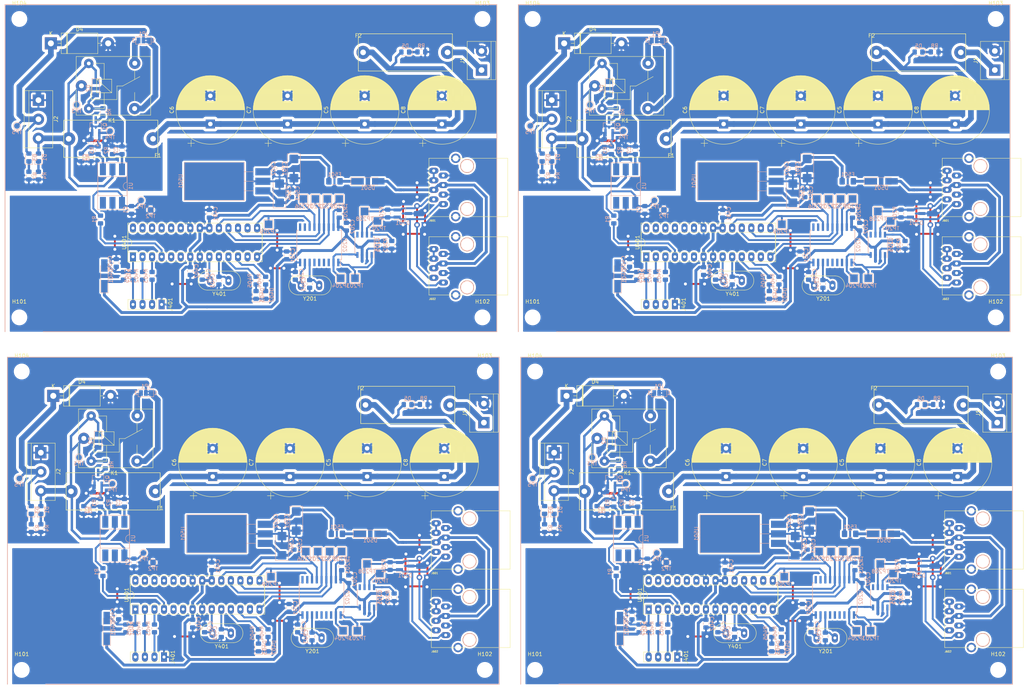
<source format=kicad_pcb>
(kicad_pcb (version 20171130) (host pcbnew 5.1.0)
  (layers (0 F.Cu jumper) (31 B.Cu signal) (34 B.Paste user) (35 F.Paste user) (36 B.SilkS user) (37 F.SilkS user) (38 B.Mask user) (39 F.Mask user) (44 Edge.Cuts user))
  (net 0 "")
  (net 1 GND)
  (net 2 +5V)
  (net 3 /MCU/RESET)
  (net 4 "Net-(C203-Pad1)")
  (net 5 "Net-(C204-Pad1)")
  (net 6 "Net-(C403-Pad1)")
  (net 7 "Net-(C404-Pad1)")
  (net 8 "Net-(C405-Pad2)")
  (net 9 /MCU/LED2)
  (net 10 /MCU/LED1)
  (net 11 "Net-(D501-Pad1)")
  (net 12 "/POWER SUPPLY/+18V_IN")
  (net 13 "/CANBUS CONN/CAN_L")
  (net 14 "/CANBUS CONN/CAN_H")
  (net 15 "Net-(R202-Pad1)")
  (net 16 "Net-(R203-Pad2)")
  (net 17 /MCU/USART_RX)
  (net 18 "Net-(J401-Pad3)")
  (net 19 "Net-(J401-Pad2)")
  (net 20 /MCU/USART_TX)
  (net 21 /MOSI)
  (net 22 /MISO)
  (net 23 /CANBUS/TXCAN)
  (net 24 /CANBUS/RXCAN)
  (net 25 /CANBUS/CS)
  (net 26 /SCK)
  (net 27 /CANBUS/INT)
  (net 28 "Net-(U401-Pad5)")
  (net 29 "Net-(U401-Pad6)")
  (net 30 "Net-(U401-Pad24)")
  (net 31 "Net-(U401-Pad25)")
  (net 32 "Net-(U401-Pad26)")
  (net 33 "Net-(U401-Pad13)")
  (net 34 "Net-(U401-Pad27)")
  (net 35 "Net-(U401-Pad28)")
  (net 36 "Net-(U201-Pad5)")
  (net 37 "Net-(U202-Pad3)")
  (net 38 "Net-(U202-Pad4)")
  (net 39 "Net-(U202-Pad5)")
  (net 40 "Net-(U202-Pad6)")
  (net 41 "Net-(U202-Pad11)")
  (net 42 "Net-(D402-Pad2)")
  (net 43 "Net-(D403-Pad2)")
  (net 44 "Net-(U401-Pad16)")
  (net 45 "Net-(U202-Pad10)")
  (net 46 /pump_driver/Level_sensor)
  (net 47 "Net-(C4-Pad1)")
  (net 48 /pump_driver/+Pump)
  (net 49 "Net-(C1-Pad1)")
  (net 50 GNDPWR)
  (net 51 /filter/Vin)
  (net 52 "Net-(C2-Pad2)")
  (net 53 "Net-(C3-Pad1)")
  (net 54 "Net-(D1-Pad1)")
  (net 55 "Net-(D5-Pad1)")
  (net 56 "Net-(D3-Pad1)")
  (net 57 "Net-(D2-Pad2)")
  (net 58 /MCU/ON_OFF_PUMP)
  (net 59 "Net-(U1-Pad3)")
  (net 60 "Net-(U401-Pad23)")
  (net 61 +12V)
  (net 62 "Net-(JP1-Pad1)")
  (net 63 "Net-(JP1-Pad3)")
  (net 64 "Net-(C501-Pad1)")
  (net 65 "Net-(Q1-Pad3)")
  (module Capacitor_SMD:C_0805_2012Metric_Pad1.15x1.40mm_HandSolder (layer B.Cu) (at 185.433 164.389 270)
    (fp_text reference C1 (at 0 1.65 270) (layer B.SilkS) (effects (justify mirror)))
    (fp_text value 100n)
    (pad 2 smd roundrect (at 1.025 0 270) (size 1.15 1.4) (layers B.Cu B.Paste B.Mask) (roundrect_rratio 0.217391) (net 1 GND))
    (pad 1 smd roundrect (at -1.025 0 270) (size 1.15 1.4) (layers B.Cu B.Paste B.Mask) (roundrect_rratio 0.217391) (net 49 "Net-(C1-Pad1)"))
  )
  (module Capacitor_SMD:C_0805_2012Metric_Pad1.15x1.40mm_HandSolder (layer B.Cu) (at 48.895 164.389 270)
    (fp_text reference C1 (at 0 1.65 270) (layer B.SilkS) (effects (justify mirror)))
    (fp_text value 100n)
    (pad 2 smd roundrect (at 1.025 0 270) (size 1.15 1.4) (layers B.Cu B.Paste B.Mask) (roundrect_rratio 0.217391) (net 1 GND))
    (pad 1 smd roundrect (at -1.025 0 270) (size 1.15 1.4) (layers B.Cu B.Paste B.Mask) (roundrect_rratio 0.217391) (net 49 "Net-(C1-Pad1)"))
  )
  (module Capacitor_SMD:C_0805_2012Metric_Pad1.15x1.40mm_HandSolder (layer B.Cu) (at 184.798 70.612 270)
    (fp_text reference C1 (at 0 1.65 270) (layer B.SilkS) (effects (justify mirror)))
    (fp_text value 100n)
    (pad 2 smd roundrect (at 1.025 0 270) (size 1.15 1.4) (layers B.Cu B.Paste B.Mask) (roundrect_rratio 0.217391) (net 1 GND))
    (pad 1 smd roundrect (at -1.025 0 270) (size 1.15 1.4) (layers B.Cu B.Paste B.Mask) (roundrect_rratio 0.217391) (net 49 "Net-(C1-Pad1)"))
  )
  (module Capacitor_THT:CP_Radial_D18.0mm_P7.50mm (layer F.Cu) (at 226.919666 141.529 90)
    (fp_text reference C7 (at 3.75 -10.25 90) (layer F.SilkS))
    (fp_text value "4700u 35V")
    (pad 2 thru_hole circle (at 7.5 0 90) (size 2.4 2.4) (drill 1.2) (layers *.Cu *.Mask) (net 50 GNDPWR))
    (pad 1 thru_hole rect (at 0 0 90) (size 2.4 2.4) (drill 1.2) (layers *.Cu *.Mask) (net 61 +12V))
  )
  (module Capacitor_THT:CP_Radial_D18.0mm_P7.50mm (layer F.Cu) (at 90.381666 141.529 90)
    (fp_text reference C7 (at 3.75 -10.25 90) (layer F.SilkS))
    (fp_text value "4700u 35V")
    (pad 2 thru_hole circle (at 7.5 0 90) (size 2.4 2.4) (drill 1.2) (layers *.Cu *.Mask) (net 50 GNDPWR))
    (pad 1 thru_hole rect (at 0 0 90) (size 2.4 2.4) (drill 1.2) (layers *.Cu *.Mask) (net 61 +12V))
  )
  (module Capacitor_THT:CP_Radial_D18.0mm_P7.50mm (layer F.Cu) (at 226.284666 47.752 90)
    (fp_text reference C7 (at 3.75 -10.25 90) (layer F.SilkS))
    (fp_text value "4700u 35V")
    (pad 2 thru_hole circle (at 7.5 0 90) (size 2.4 2.4) (drill 1.2) (layers *.Cu *.Mask) (net 50 GNDPWR))
    (pad 1 thru_hole rect (at 0 0 90) (size 2.4 2.4) (drill 1.2) (layers *.Cu *.Mask) (net 61 +12V))
  )
  (module TestPoint:TestPoint_Pad_2.0x2.0mm (layer B.Cu) (at 241.059 182.55)
    (fp_text reference TP204 (at 0 1.998) (layer B.SilkS) (effects (justify mirror)))
    (fp_text value RXCAN)
    (pad 1 smd rect (at 0 0) (size 2 2) (layers B.Cu B.Mask) (net 24 /CANBUS/RXCAN))
  )
  (module TestPoint:TestPoint_Pad_2.0x2.0mm (layer B.Cu) (at 104.521 182.55)
    (fp_text reference TP204 (at 0 1.998) (layer B.SilkS) (effects (justify mirror)))
    (fp_text value RXCAN)
    (pad 1 smd rect (at 0 0) (size 2 2) (layers B.Cu B.Mask) (net 24 /CANBUS/RXCAN))
  )
  (module TestPoint:TestPoint_Pad_2.0x2.0mm (layer B.Cu) (at 240.424 88.773)
    (fp_text reference TP204 (at 0 1.998) (layer B.SilkS) (effects (justify mirror)))
    (fp_text value RXCAN)
    (pad 1 smd rect (at 0 0) (size 2 2) (layers B.Cu B.Mask) (net 24 /CANBUS/RXCAN))
  )
  (module TestPoint:TestPoint_Pad_2.0x2.0mm (layer B.Cu) (at 237.503 161.468)
    (fp_text reference TP202 (at 0 1.998) (layer B.SilkS) (effects (justify mirror)))
    (fp_text value SO)
    (pad 1 smd rect (at 0 0) (size 2 2) (layers B.Cu B.Mask) (net 22 /MISO))
  )
  (module TestPoint:TestPoint_Pad_2.0x2.0mm (layer B.Cu) (at 100.965 161.468)
    (fp_text reference TP202 (at 0 1.998) (layer B.SilkS) (effects (justify mirror)))
    (fp_text value SO)
    (pad 1 smd rect (at 0 0) (size 2 2) (layers B.Cu B.Mask) (net 22 /MISO))
  )
  (module TestPoint:TestPoint_Pad_2.0x2.0mm (layer B.Cu) (at 236.868 67.691)
    (fp_text reference TP202 (at 0 1.998) (layer B.SilkS) (effects (justify mirror)))
    (fp_text value SO)
    (pad 1 smd rect (at 0 0) (size 2 2) (layers B.Cu B.Mask) (net 22 /MISO))
  )
  (module TestPoint:TestPoint_Pad_2.0x2.0mm (layer B.Cu) (at 234.328 161.468)
    (fp_text reference TP201 (at 0 1.998) (layer B.SilkS) (effects (justify mirror)))
    (fp_text value SI)
    (pad 1 smd rect (at 0 0) (size 2 2) (layers B.Cu B.Mask) (net 21 /MOSI))
  )
  (module TestPoint:TestPoint_Pad_2.0x2.0mm (layer B.Cu) (at 97.79 161.468)
    (fp_text reference TP201 (at 0 1.998) (layer B.SilkS) (effects (justify mirror)))
    (fp_text value SI)
    (pad 1 smd rect (at 0 0) (size 2 2) (layers B.Cu B.Mask) (net 21 /MOSI))
  )
  (module TestPoint:TestPoint_Pad_2.0x2.0mm (layer B.Cu) (at 233.693 67.691)
    (fp_text reference TP201 (at 0 1.998) (layer B.SilkS) (effects (justify mirror)))
    (fp_text value SI)
    (pad 1 smd rect (at 0 0) (size 2 2) (layers B.Cu B.Mask) (net 21 /MOSI))
  )
  (module TestPoint:TestPoint_Pad_2.0x2.0mm (layer B.Cu) (at 244.869 182.55)
    (fp_text reference TP203 (at 0 1.998) (layer B.SilkS) (effects (justify mirror)))
    (fp_text value TXCAN)
    (pad 1 smd rect (at 0 0) (size 2 2) (layers B.Cu B.Mask) (net 23 /CANBUS/TXCAN))
  )
  (module TestPoint:TestPoint_Pad_2.0x2.0mm (layer B.Cu) (at 108.331 182.55)
    (fp_text reference TP203 (at 0 1.998) (layer B.SilkS) (effects (justify mirror)))
    (fp_text value TXCAN)
    (pad 1 smd rect (at 0 0) (size 2 2) (layers B.Cu B.Mask) (net 23 /CANBUS/TXCAN))
  )
  (module TestPoint:TestPoint_Pad_2.0x2.0mm (layer B.Cu) (at 244.234 88.773)
    (fp_text reference TP203 (at 0 1.998) (layer B.SilkS) (effects (justify mirror)))
    (fp_text value TXCAN)
    (pad 1 smd rect (at 0 0) (size 2 2) (layers B.Cu B.Mask) (net 23 /CANBUS/TXCAN))
  )
  (module TestPoint:TestPoint_Pad_2.0x2.0mm (layer B.Cu) (at 221.882 168.199)
    (fp_text reference TP209 (at 0 1.998) (layer B.SilkS) (effects (justify mirror)))
    (fp_text value INT)
    (pad 1 smd rect (at 0 0) (size 2 2) (layers B.Cu B.Mask) (net 27 /CANBUS/INT))
  )
  (module TestPoint:TestPoint_Pad_2.0x2.0mm (layer B.Cu) (at 85.344 168.199)
    (fp_text reference TP209 (at 0 1.998) (layer B.SilkS) (effects (justify mirror)))
    (fp_text value INT)
    (pad 1 smd rect (at 0 0) (size 2 2) (layers B.Cu B.Mask) (net 27 /CANBUS/INT))
  )
  (module TestPoint:TestPoint_Pad_2.0x2.0mm (layer B.Cu) (at 221.247 74.422)
    (fp_text reference TP209 (at 0 1.998) (layer B.SilkS) (effects (justify mirror)))
    (fp_text value INT)
    (pad 1 smd rect (at 0 0) (size 2 2) (layers B.Cu B.Mask) (net 27 /CANBUS/INT))
  )
  (module TestPoint:TestPoint_Pad_2.0x2.0mm (layer B.Cu) (at 247.409 164.77)
    (fp_text reference TP208 (at 0 1.998) (layer B.SilkS) (effects (justify mirror)))
    (fp_text value CAN_L)
    (pad 1 smd rect (at 0 0) (size 2 2) (layers B.Cu B.Mask) (net 13 "/CANBUS CONN/CAN_L"))
  )
  (module TestPoint:TestPoint_Pad_2.0x2.0mm (layer B.Cu) (at 110.871 164.77)
    (fp_text reference TP208 (at 0 1.998) (layer B.SilkS) (effects (justify mirror)))
    (fp_text value CAN_L)
    (pad 1 smd rect (at 0 0) (size 2 2) (layers B.Cu B.Mask) (net 13 "/CANBUS CONN/CAN_L"))
  )
  (module TestPoint:TestPoint_Pad_2.0x2.0mm (layer B.Cu) (at 246.774 70.993)
    (fp_text reference TP208 (at 0 1.998) (layer B.SilkS) (effects (justify mirror)))
    (fp_text value CAN_L)
    (pad 1 smd rect (at 0 0) (size 2 2) (layers B.Cu B.Mask) (net 13 "/CANBUS CONN/CAN_L"))
  )
  (module TestPoint:TestPoint_Pad_2.0x2.0mm (layer B.Cu) (at 250.838 167.31)
    (fp_text reference TP207 (at 0 1.998) (layer B.SilkS) (effects (justify mirror)))
    (fp_text value CAN_H)
    (pad 1 smd rect (at 0 0) (size 2 2) (layers B.Cu B.Mask) (net 14 "/CANBUS CONN/CAN_H"))
  )
  (module TestPoint:TestPoint_Pad_2.0x2.0mm (layer B.Cu) (at 114.3 167.31)
    (fp_text reference TP207 (at 0 1.998) (layer B.SilkS) (effects (justify mirror)))
    (fp_text value CAN_H)
    (pad 1 smd rect (at 0 0) (size 2 2) (layers B.Cu B.Mask) (net 14 "/CANBUS CONN/CAN_H"))
  )
  (module TestPoint:TestPoint_Pad_2.0x2.0mm (layer B.Cu) (at 250.203 73.533)
    (fp_text reference TP207 (at 0 1.998) (layer B.SilkS) (effects (justify mirror)))
    (fp_text value CAN_H)
    (pad 1 smd rect (at 0 0) (size 2 2) (layers B.Cu B.Mask) (net 14 "/CANBUS CONN/CAN_H"))
  )
  (module TestPoint:TestPoint_Pad_2.0x2.0mm (layer B.Cu) (at 231.153 161.468)
    (fp_text reference TP206 (at 0 1.998) (layer B.SilkS) (effects (justify mirror)))
    (fp_text value SCK)
    (pad 1 smd rect (at 0 0) (size 2 2) (layers B.Cu B.Mask) (net 26 /SCK))
  )
  (module TestPoint:TestPoint_Pad_2.0x2.0mm (layer B.Cu) (at 94.615 161.468)
    (fp_text reference TP206 (at 0 1.998) (layer B.SilkS) (effects (justify mirror)))
    (fp_text value SCK)
    (pad 1 smd rect (at 0 0) (size 2 2) (layers B.Cu B.Mask) (net 26 /SCK))
  )
  (module TestPoint:TestPoint_Pad_2.0x2.0mm (layer B.Cu) (at 230.518 67.691)
    (fp_text reference TP206 (at 0 1.998) (layer B.SilkS) (effects (justify mirror)))
    (fp_text value SCK)
    (pad 1 smd rect (at 0 0) (size 2 2) (layers B.Cu B.Mask) (net 26 /SCK))
  )
  (module TestPoint:TestPoint_Pad_2.0x2.0mm (layer B.Cu) (at 240.678 161.468)
    (fp_text reference TP205 (at 0 1.998) (layer B.SilkS) (effects (justify mirror)))
    (fp_text value SC)
    (pad 1 smd rect (at 0 0) (size 2 2) (layers B.Cu B.Mask) (net 25 /CANBUS/CS))
  )
  (module TestPoint:TestPoint_Pad_2.0x2.0mm (layer B.Cu) (at 104.14 161.468)
    (fp_text reference TP205 (at 0 1.998) (layer B.SilkS) (effects (justify mirror)))
    (fp_text value SC)
    (pad 1 smd rect (at 0 0) (size 2 2) (layers B.Cu B.Mask) (net 25 /CANBUS/CS))
  )
  (module TestPoint:TestPoint_Pad_2.0x2.0mm (layer B.Cu) (at 240.043 67.691)
    (fp_text reference TP205 (at 0 1.998) (layer B.SilkS) (effects (justify mirror)))
    (fp_text value SC)
    (pad 1 smd rect (at 0 0) (size 2 2) (layers B.Cu B.Mask) (net 25 /CANBUS/CS))
  )
  (module Resistor_SMD:R_0805_2012Metric_Pad1.15x1.40mm_HandSolder (layer B.Cu) (at 221.099344 183.185 270)
    (fp_text reference R404 (at 0 1.65 270) (layer B.SilkS) (effects (justify mirror)))
    (fp_text value 1k)
    (pad 2 smd roundrect (at 1.025 0 270) (size 1.15 1.4) (layers B.Cu B.Paste B.Mask) (roundrect_rratio 0.217391) (net 42 "Net-(D402-Pad2)"))
    (pad 1 smd roundrect (at -1.025 0 270) (size 1.15 1.4) (layers B.Cu B.Paste B.Mask) (roundrect_rratio 0.217391) (net 9 /MCU/LED2))
  )
  (module Resistor_SMD:R_0805_2012Metric_Pad1.15x1.40mm_HandSolder (layer B.Cu) (at 84.561344 183.185 270)
    (fp_text reference R404 (at 0 1.65 270) (layer B.SilkS) (effects (justify mirror)))
    (fp_text value 1k)
    (pad 2 smd roundrect (at 1.025 0 270) (size 1.15 1.4) (layers B.Cu B.Paste B.Mask) (roundrect_rratio 0.217391) (net 42 "Net-(D402-Pad2)"))
    (pad 1 smd roundrect (at -1.025 0 270) (size 1.15 1.4) (layers B.Cu B.Paste B.Mask) (roundrect_rratio 0.217391) (net 9 /MCU/LED2))
  )
  (module Resistor_SMD:R_0805_2012Metric_Pad1.15x1.40mm_HandSolder (layer B.Cu) (at 220.464344 89.408 270)
    (fp_text reference R404 (at 0 1.65 270) (layer B.SilkS) (effects (justify mirror)))
    (fp_text value 1k)
    (pad 2 smd roundrect (at 1.025 0 270) (size 1.15 1.4) (layers B.Cu B.Paste B.Mask) (roundrect_rratio 0.217391) (net 42 "Net-(D402-Pad2)"))
    (pad 1 smd roundrect (at -1.025 0 270) (size 1.15 1.4) (layers B.Cu B.Paste B.Mask) (roundrect_rratio 0.217391) (net 9 /MCU/LED2))
  )
  (module Resistor_SMD:R_0805_2012Metric_Pad1.15x1.40mm_HandSolder (layer B.Cu) (at 190.894 181.915 270)
    (fp_text reference R403 (at 0 1.65 270) (layer B.SilkS) (effects (justify mirror)))
    (fp_text value 1k)
    (pad 2 smd roundrect (at 1.025 0 270) (size 1.15 1.4) (layers B.Cu B.Paste B.Mask) (roundrect_rratio 0.217391) (net 19 "Net-(J401-Pad2)"))
    (pad 1 smd roundrect (at -1.025 0 270) (size 1.15 1.4) (layers B.Cu B.Paste B.Mask) (roundrect_rratio 0.217391) (net 20 /MCU/USART_TX))
  )
  (module Resistor_SMD:R_0805_2012Metric_Pad1.15x1.40mm_HandSolder (layer B.Cu) (at 54.356 181.915 270)
    (fp_text reference R403 (at 0 1.65 270) (layer B.SilkS) (effects (justify mirror)))
    (fp_text value 1k)
    (pad 2 smd roundrect (at 1.025 0 270) (size 1.15 1.4) (layers B.Cu B.Paste B.Mask) (roundrect_rratio 0.217391) (net 19 "Net-(J401-Pad2)"))
    (pad 1 smd roundrect (at -1.025 0 270) (size 1.15 1.4) (layers B.Cu B.Paste B.Mask) (roundrect_rratio 0.217391) (net 20 /MCU/USART_TX))
  )
  (module Resistor_SMD:R_0805_2012Metric_Pad1.15x1.40mm_HandSolder (layer B.Cu) (at 190.259 88.138 270)
    (fp_text reference R403 (at 0 1.65 270) (layer B.SilkS) (effects (justify mirror)))
    (fp_text value 1k)
    (pad 2 smd roundrect (at 1.025 0 270) (size 1.15 1.4) (layers B.Cu B.Paste B.Mask) (roundrect_rratio 0.217391) (net 19 "Net-(J401-Pad2)"))
    (pad 1 smd roundrect (at -1.025 0 270) (size 1.15 1.4) (layers B.Cu B.Paste B.Mask) (roundrect_rratio 0.217391) (net 20 /MCU/USART_TX))
  )
  (module Resistor_SMD:R_0805_2012Metric_Pad1.15x1.40mm_HandSolder (layer B.Cu) (at 188.354 181.915 270)
    (fp_text reference R402 (at 0 1.65 270) (layer B.SilkS) (effects (justify mirror)))
    (fp_text value 1k)
    (pad 2 smd roundrect (at 1.025 0 270) (size 1.15 1.4) (layers B.Cu B.Paste B.Mask) (roundrect_rratio 0.217391) (net 18 "Net-(J401-Pad3)"))
    (pad 1 smd roundrect (at -1.025 0 270) (size 1.15 1.4) (layers B.Cu B.Paste B.Mask) (roundrect_rratio 0.217391) (net 17 /MCU/USART_RX))
  )
  (module Resistor_SMD:R_0805_2012Metric_Pad1.15x1.40mm_HandSolder (layer B.Cu) (at 51.816 181.915 270)
    (fp_text reference R402 (at 0 1.65 270) (layer B.SilkS) (effects (justify mirror)))
    (fp_text value 1k)
    (pad 2 smd roundrect (at 1.025 0 270) (size 1.15 1.4) (layers B.Cu B.Paste B.Mask) (roundrect_rratio 0.217391) (net 18 "Net-(J401-Pad3)"))
    (pad 1 smd roundrect (at -1.025 0 270) (size 1.15 1.4) (layers B.Cu B.Paste B.Mask) (roundrect_rratio 0.217391) (net 17 /MCU/USART_RX))
  )
  (module Resistor_SMD:R_0805_2012Metric_Pad1.15x1.40mm_HandSolder (layer B.Cu) (at 187.719 88.138 270)
    (fp_text reference R402 (at 0 1.65 270) (layer B.SilkS) (effects (justify mirror)))
    (fp_text value 1k)
    (pad 2 smd roundrect (at 1.025 0 270) (size 1.15 1.4) (layers B.Cu B.Paste B.Mask) (roundrect_rratio 0.217391) (net 18 "Net-(J401-Pad3)"))
    (pad 1 smd roundrect (at -1.025 0 270) (size 1.15 1.4) (layers B.Cu B.Paste B.Mask) (roundrect_rratio 0.217391) (net 17 /MCU/USART_RX))
  )
  (module Resistor_SMD:R_0805_2012Metric_Pad1.15x1.40mm_HandSolder (layer B.Cu) (at 183.274 181.915 90)
    (fp_text reference R401 (at 0 1.65 90) (layer B.SilkS) (effects (justify mirror)))
    (fp_text value 10k)
    (pad 2 smd roundrect (at 1.025 0 90) (size 1.15 1.4) (layers B.Cu B.Paste B.Mask) (roundrect_rratio 0.217391) (net 3 /MCU/RESET))
    (pad 1 smd roundrect (at -1.025 0 90) (size 1.15 1.4) (layers B.Cu B.Paste B.Mask) (roundrect_rratio 0.217391) (net 2 +5V))
  )
  (module Resistor_SMD:R_0805_2012Metric_Pad1.15x1.40mm_HandSolder (layer B.Cu) (at 46.736 181.915 90)
    (fp_text reference R401 (at 0 1.65 90) (layer B.SilkS) (effects (justify mirror)))
    (fp_text value 10k)
    (pad 2 smd roundrect (at 1.025 0 90) (size 1.15 1.4) (layers B.Cu B.Paste B.Mask) (roundrect_rratio 0.217391) (net 3 /MCU/RESET))
    (pad 1 smd roundrect (at -1.025 0 90) (size 1.15 1.4) (layers B.Cu B.Paste B.Mask) (roundrect_rratio 0.217391) (net 2 +5V))
  )
  (module Resistor_SMD:R_0805_2012Metric_Pad1.15x1.40mm_HandSolder (layer B.Cu) (at 182.639 88.138 90)
    (fp_text reference R401 (at 0 1.65 90) (layer B.SilkS) (effects (justify mirror)))
    (fp_text value 10k)
    (pad 2 smd roundrect (at 1.025 0 90) (size 1.15 1.4) (layers B.Cu B.Paste B.Mask) (roundrect_rratio 0.217391) (net 3 /MCU/RESET))
    (pad 1 smd roundrect (at -1.025 0 90) (size 1.15 1.4) (layers B.Cu B.Paste B.Mask) (roundrect_rratio 0.217391) (net 2 +5V))
  )
  (module Resistor_SMD:R_0805_2012Metric_Pad1.15x1.40mm_HandSolder (layer B.Cu) (at 218.559344 183.185 270)
    (fp_text reference R405 (at 0 1.65 270) (layer B.SilkS) (effects (justify mirror)))
    (fp_text value 1k)
    (pad 2 smd roundrect (at 1.025 0 270) (size 1.15 1.4) (layers B.Cu B.Paste B.Mask) (roundrect_rratio 0.217391) (net 43 "Net-(D403-Pad2)"))
    (pad 1 smd roundrect (at -1.025 0 270) (size 1.15 1.4) (layers B.Cu B.Paste B.Mask) (roundrect_rratio 0.217391) (net 10 /MCU/LED1))
  )
  (module Resistor_SMD:R_0805_2012Metric_Pad1.15x1.40mm_HandSolder (layer B.Cu) (at 82.021344 183.185 270)
    (fp_text reference R405 (at 0 1.65 270) (layer B.SilkS) (effects (justify mirror)))
    (fp_text value 1k)
    (pad 2 smd roundrect (at 1.025 0 270) (size 1.15 1.4) (layers B.Cu B.Paste B.Mask) (roundrect_rratio 0.217391) (net 43 "Net-(D403-Pad2)"))
    (pad 1 smd roundrect (at -1.025 0 270) (size 1.15 1.4) (layers B.Cu B.Paste B.Mask) (roundrect_rratio 0.217391) (net 10 /MCU/LED1))
  )
  (module Resistor_SMD:R_0805_2012Metric_Pad1.15x1.40mm_HandSolder (layer B.Cu) (at 217.924344 89.408 270)
    (fp_text reference R405 (at 0 1.65 270) (layer B.SilkS) (effects (justify mirror)))
    (fp_text value 1k)
    (pad 2 smd roundrect (at 1.025 0 270) (size 1.15 1.4) (layers B.Cu B.Paste B.Mask) (roundrect_rratio 0.217391) (net 43 "Net-(D403-Pad2)"))
    (pad 1 smd roundrect (at -1.025 0 270) (size 1.15 1.4) (layers B.Cu B.Paste B.Mask) (roundrect_rratio 0.217391) (net 10 /MCU/LED1))
  )
  (module Resistor_SMD:R_0805_2012Metric_Pad1.15x1.40mm_HandSolder (layer B.Cu) (at 253.578 165.339 270)
    (fp_text reference R201 (at 0 1.65 270) (layer B.SilkS) (effects (justify mirror)))
    (fp_text value 120)
    (pad 2 smd roundrect (at 1.025 0 270) (size 1.15 1.4) (layers B.Cu B.Paste B.Mask) (roundrect_rratio 0.217391) (net 14 "/CANBUS CONN/CAN_H"))
    (pad 1 smd roundrect (at -1.025 0 270) (size 1.15 1.4) (layers B.Cu B.Paste B.Mask) (roundrect_rratio 0.217391) (net 13 "/CANBUS CONN/CAN_L"))
  )
  (module Resistor_SMD:R_0805_2012Metric_Pad1.15x1.40mm_HandSolder (layer B.Cu) (at 117.04 165.339 270)
    (fp_text reference R201 (at 0 1.65 270) (layer B.SilkS) (effects (justify mirror)))
    (fp_text value 120)
    (pad 2 smd roundrect (at 1.025 0 270) (size 1.15 1.4) (layers B.Cu B.Paste B.Mask) (roundrect_rratio 0.217391) (net 14 "/CANBUS CONN/CAN_H"))
    (pad 1 smd roundrect (at -1.025 0 270) (size 1.15 1.4) (layers B.Cu B.Paste B.Mask) (roundrect_rratio 0.217391) (net 13 "/CANBUS CONN/CAN_L"))
  )
  (module Resistor_SMD:R_0805_2012Metric_Pad1.15x1.40mm_HandSolder (layer B.Cu) (at 252.943 71.562 270)
    (fp_text reference R201 (at 0 1.65 270) (layer B.SilkS) (effects (justify mirror)))
    (fp_text value 120)
    (pad 2 smd roundrect (at 1.025 0 270) (size 1.15 1.4) (layers B.Cu B.Paste B.Mask) (roundrect_rratio 0.217391) (net 14 "/CANBUS CONN/CAN_H"))
    (pad 1 smd roundrect (at -1.025 0 270) (size 1.15 1.4) (layers B.Cu B.Paste B.Mask) (roundrect_rratio 0.217391) (net 13 "/CANBUS CONN/CAN_L"))
  )
  (module Resistor_SMD:R_0805_2012Metric_Pad1.15x1.40mm_HandSolder (layer B.Cu) (at 254.648 173.66 270)
    (fp_text reference R202 (at 0 1.65 270) (layer B.SilkS) (effects (justify mirror)))
    (fp_text value 4k7)
    (pad 2 smd roundrect (at 1.025 0 270) (size 1.15 1.4) (layers B.Cu B.Paste B.Mask) (roundrect_rratio 0.217391) (net 1 GND))
    (pad 1 smd roundrect (at -1.025 0 270) (size 1.15 1.4) (layers B.Cu B.Paste B.Mask) (roundrect_rratio 0.217391) (net 15 "Net-(R202-Pad1)"))
  )
  (module Resistor_SMD:R_0805_2012Metric_Pad1.15x1.40mm_HandSolder (layer B.Cu) (at 118.11 173.66 270)
    (fp_text reference R202 (at 0 1.65 270) (layer B.SilkS) (effects (justify mirror)))
    (fp_text value 4k7)
    (pad 2 smd roundrect (at 1.025 0 270) (size 1.15 1.4) (layers B.Cu B.Paste B.Mask) (roundrect_rratio 0.217391) (net 1 GND))
    (pad 1 smd roundrect (at -1.025 0 270) (size 1.15 1.4) (layers B.Cu B.Paste B.Mask) (roundrect_rratio 0.217391) (net 15 "Net-(R202-Pad1)"))
  )
  (module Resistor_SMD:R_0805_2012Metric_Pad1.15x1.40mm_HandSolder (layer B.Cu) (at 254.013 79.883 270)
    (fp_text reference R202 (at 0 1.65 270) (layer B.SilkS) (effects (justify mirror)))
    (fp_text value 4k7)
    (pad 2 smd roundrect (at 1.025 0 270) (size 1.15 1.4) (layers B.Cu B.Paste B.Mask) (roundrect_rratio 0.217391) (net 1 GND))
    (pad 1 smd roundrect (at -1.025 0 270) (size 1.15 1.4) (layers B.Cu B.Paste B.Mask) (roundrect_rratio 0.217391) (net 15 "Net-(R202-Pad1)"))
  )
  (module Resistor_SMD:R_0805_2012Metric_Pad1.15x1.40mm_HandSolder (layer B.Cu) (at 240.678 165.414 90)
    (fp_text reference R203 (at 0 1.65 90) (layer B.SilkS) (effects (justify mirror)))
    (fp_text value 10k)
    (pad 2 smd roundrect (at 1.025 0 90) (size 1.15 1.4) (layers B.Cu B.Paste B.Mask) (roundrect_rratio 0.217391) (net 16 "Net-(R203-Pad2)"))
    (pad 1 smd roundrect (at -1.025 0 90) (size 1.15 1.4) (layers B.Cu B.Paste B.Mask) (roundrect_rratio 0.217391) (net 2 +5V))
  )
  (module Resistor_SMD:R_0805_2012Metric_Pad1.15x1.40mm_HandSolder (layer B.Cu) (at 104.14 165.414 90)
    (fp_text reference R203 (at 0 1.65 90) (layer B.SilkS) (effects (justify mirror)))
    (fp_text value 10k)
    (pad 2 smd roundrect (at 1.025 0 90) (size 1.15 1.4) (layers B.Cu B.Paste B.Mask) (roundrect_rratio 0.217391) (net 16 "Net-(R203-Pad2)"))
    (pad 1 smd roundrect (at -1.025 0 90) (size 1.15 1.4) (layers B.Cu B.Paste B.Mask) (roundrect_rratio 0.217391) (net 2 +5V))
  )
  (module Resistor_SMD:R_0805_2012Metric_Pad1.15x1.40mm_HandSolder (layer B.Cu) (at 240.043 71.637 90)
    (fp_text reference R203 (at 0 1.65 90) (layer B.SilkS) (effects (justify mirror)))
    (fp_text value 10k)
    (pad 2 smd roundrect (at 1.025 0 90) (size 1.15 1.4) (layers B.Cu B.Paste B.Mask) (roundrect_rratio 0.217391) (net 16 "Net-(R203-Pad2)"))
    (pad 1 smd roundrect (at -1.025 0 90) (size 1.15 1.4) (layers B.Cu B.Paste B.Mask) (roundrect_rratio 0.217391) (net 2 +5V))
  )
  (module Package_SO:SOIC-8_3.9x4.9mm_P1.27mm (layer B.Cu) (at 247.409 173.66 90)
    (fp_text reference U201 (at 0 3.5 90) (layer B.SilkS) (effects (justify mirror)))
    (fp_text value MCP2551-I/SN)
    (pad 8 smd rect (at 2.7 1.905 90) (size 1.55 0.6) (layers B.Cu B.Paste B.Mask) (net 15 "Net-(R202-Pad1)"))
    (pad 7 smd rect (at 2.7 0.635 90) (size 1.55 0.6) (layers B.Cu B.Paste B.Mask) (net 14 "/CANBUS CONN/CAN_H"))
    (pad 6 smd rect (at 2.7 -0.635 90) (size 1.55 0.6) (layers B.Cu B.Paste B.Mask) (net 13 "/CANBUS CONN/CAN_L"))
    (pad 5 smd rect (at 2.7 -1.905 90) (size 1.55 0.6) (layers B.Cu B.Paste B.Mask) (net 36 "Net-(U201-Pad5)"))
    (pad 4 smd rect (at -2.7 -1.905 90) (size 1.55 0.6) (layers B.Cu B.Paste B.Mask) (net 24 /CANBUS/RXCAN))
    (pad 3 smd rect (at -2.7 -0.635 90) (size 1.55 0.6) (layers B.Cu B.Paste B.Mask) (net 2 +5V))
    (pad 2 smd rect (at -2.7 0.635 90) (size 1.55 0.6) (layers B.Cu B.Paste B.Mask) (net 1 GND))
    (pad 1 smd rect (at -2.7 1.905 90) (size 1.55 0.6) (layers B.Cu B.Paste B.Mask) (net 23 /CANBUS/TXCAN))
  )
  (module Package_SO:SOIC-8_3.9x4.9mm_P1.27mm (layer B.Cu) (at 110.871 173.66 90)
    (fp_text reference U201 (at 0 3.5 90) (layer B.SilkS) (effects (justify mirror)))
    (fp_text value MCP2551-I/SN)
    (pad 8 smd rect (at 2.7 1.905 90) (size 1.55 0.6) (layers B.Cu B.Paste B.Mask) (net 15 "Net-(R202-Pad1)"))
    (pad 7 smd rect (at 2.7 0.635 90) (size 1.55 0.6) (layers B.Cu B.Paste B.Mask) (net 14 "/CANBUS CONN/CAN_H"))
    (pad 6 smd rect (at 2.7 -0.635 90) (size 1.55 0.6) (layers B.Cu B.Paste B.Mask) (net 13 "/CANBUS CONN/CAN_L"))
    (pad 5 smd rect (at 2.7 -1.905 90) (size 1.55 0.6) (layers B.Cu B.Paste B.Mask) (net 36 "Net-(U201-Pad5)"))
    (pad 4 smd rect (at -2.7 -1.905 90) (size 1.55 0.6) (layers B.Cu B.Paste B.Mask) (net 24 /CANBUS/RXCAN))
    (pad 3 smd rect (at -2.7 -0.635 90) (size 1.55 0.6) (layers B.Cu B.Paste B.Mask) (net 2 +5V))
    (pad 2 smd rect (at -2.7 0.635 90) (size 1.55 0.6) (layers B.Cu B.Paste B.Mask) (net 1 GND))
    (pad 1 smd rect (at -2.7 1.905 90) (size 1.55 0.6) (layers B.Cu B.Paste B.Mask) (net 23 /CANBUS/TXCAN))
  )
  (module Package_SO:SOIC-8_3.9x4.9mm_P1.27mm (layer B.Cu) (at 246.774 79.883 90)
    (fp_text reference U201 (at 0 3.5 90) (layer B.SilkS) (effects (justify mirror)))
    (fp_text value MCP2551-I/SN)
    (pad 8 smd rect (at 2.7 1.905 90) (size 1.55 0.6) (layers B.Cu B.Paste B.Mask) (net 15 "Net-(R202-Pad1)"))
    (pad 7 smd rect (at 2.7 0.635 90) (size 1.55 0.6) (layers B.Cu B.Paste B.Mask) (net 14 "/CANBUS CONN/CAN_H"))
    (pad 6 smd rect (at 2.7 -0.635 90) (size 1.55 0.6) (layers B.Cu B.Paste B.Mask) (net 13 "/CANBUS CONN/CAN_L"))
    (pad 5 smd rect (at 2.7 -1.905 90) (size 1.55 0.6) (layers B.Cu B.Paste B.Mask) (net 36 "Net-(U201-Pad5)"))
    (pad 4 smd rect (at -2.7 -1.905 90) (size 1.55 0.6) (layers B.Cu B.Paste B.Mask) (net 24 /CANBUS/RXCAN))
    (pad 3 smd rect (at -2.7 -0.635 90) (size 1.55 0.6) (layers B.Cu B.Paste B.Mask) (net 2 +5V))
    (pad 2 smd rect (at -2.7 0.635 90) (size 1.55 0.6) (layers B.Cu B.Paste B.Mask) (net 1 GND))
    (pad 1 smd rect (at -2.7 1.905 90) (size 1.55 0.6) (layers B.Cu B.Paste B.Mask) (net 23 /CANBUS/TXCAN))
  )
  (module Package_SO:SOIC-18W_7.5x11.6mm_P1.27mm (layer B.Cu) (at 235.344 173.66 90)
    (fp_text reference U202 (at 0 6.875 90) (layer B.SilkS) (effects (justify mirror)))
    (fp_text value MCP2515-xSO)
    (pad 18 smd rect (at 4.7 5.08 90) (size 2 0.6) (layers B.Cu B.Paste B.Mask) (net 2 +5V))
    (pad 17 smd rect (at 4.7 3.81 90) (size 2 0.6) (layers B.Cu B.Paste B.Mask) (net 16 "Net-(R203-Pad2)"))
    (pad 16 smd rect (at 4.7 2.54 90) (size 2 0.6) (layers B.Cu B.Paste B.Mask) (net 25 /CANBUS/CS))
    (pad 15 smd rect (at 4.7 1.27 90) (size 2 0.6) (layers B.Cu B.Paste B.Mask) (net 22 /MISO))
    (pad 14 smd rect (at 4.7 0 90) (size 2 0.6) (layers B.Cu B.Paste B.Mask) (net 21 /MOSI))
    (pad 13 smd rect (at 4.7 -1.27 90) (size 2 0.6) (layers B.Cu B.Paste B.Mask) (net 26 /SCK))
    (pad 12 smd rect (at 4.7 -2.54 90) (size 2 0.6) (layers B.Cu B.Paste B.Mask) (net 27 /CANBUS/INT))
    (pad 11 smd rect (at 4.7 -3.81 90) (size 2 0.6) (layers B.Cu B.Paste B.Mask) (net 41 "Net-(U202-Pad11)"))
    (pad 10 smd rect (at 4.7 -5.08 90) (size 2 0.6) (layers B.Cu B.Paste B.Mask) (net 45 "Net-(U202-Pad10)"))
    (pad 9 smd rect (at -4.7 -5.08 90) (size 2 0.6) (layers B.Cu B.Paste B.Mask) (net 1 GND))
    (pad 8 smd rect (at -4.7 -3.81 90) (size 2 0.6) (layers B.Cu B.Paste B.Mask) (net 5 "Net-(C204-Pad1)"))
    (pad 7 smd rect (at -4.7 -2.54 90) (size 2 0.6) (layers B.Cu B.Paste B.Mask) (net 4 "Net-(C203-Pad1)"))
    (pad 6 smd rect (at -4.7 -1.27 90) (size 2 0.6) (layers B.Cu B.Paste B.Mask) (net 40 "Net-(U202-Pad6)"))
    (pad 5 smd rect (at -4.7 0 90) (size 2 0.6) (layers B.Cu B.Paste B.Mask) (net 39 "Net-(U202-Pad5)"))
    (pad 4 smd rect (at -4.7 1.27 90) (size 2 0.6) (layers B.Cu B.Paste B.Mask) (net 38 "Net-(U202-Pad4)"))
    (pad 3 smd rect (at -4.7 2.54 90) (size 2 0.6) (layers B.Cu B.Paste B.Mask) (net 37 "Net-(U202-Pad3)"))
    (pad 2 smd rect (at -4.7 3.81 90) (size 2 0.6) (layers B.Cu B.Paste B.Mask) (net 24 /CANBUS/RXCAN))
    (pad 1 smd rect (at -4.7 5.08 90) (size 2 0.6) (layers B.Cu B.Paste B.Mask) (net 23 /CANBUS/TXCAN))
  )
  (module Package_SO:SOIC-18W_7.5x11.6mm_P1.27mm (layer B.Cu) (at 98.806 173.66 90)
    (fp_text reference U202 (at 0 6.875 90) (layer B.SilkS) (effects (justify mirror)))
    (fp_text value MCP2515-xSO)
    (pad 18 smd rect (at 4.7 5.08 90) (size 2 0.6) (layers B.Cu B.Paste B.Mask) (net 2 +5V))
    (pad 17 smd rect (at 4.7 3.81 90) (size 2 0.6) (layers B.Cu B.Paste B.Mask) (net 16 "Net-(R203-Pad2)"))
    (pad 16 smd rect (at 4.7 2.54 90) (size 2 0.6) (layers B.Cu B.Paste B.Mask) (net 25 /CANBUS/CS))
    (pad 15 smd rect (at 4.7 1.27 90) (size 2 0.6) (layers B.Cu B.Paste B.Mask) (net 22 /MISO))
    (pad 14 smd rect (at 4.7 0 90) (size 2 0.6) (layers B.Cu B.Paste B.Mask) (net 21 /MOSI))
    (pad 13 smd rect (at 4.7 -1.27 90) (size 2 0.6) (layers B.Cu B.Paste B.Mask) (net 26 /SCK))
    (pad 12 smd rect (at 4.7 -2.54 90) (size 2 0.6) (layers B.Cu B.Paste B.Mask) (net 27 /CANBUS/INT))
    (pad 11 smd rect (at 4.7 -3.81 90) (size 2 0.6) (layers B.Cu B.Paste B.Mask) (net 41 "Net-(U202-Pad11)"))
    (pad 10 smd rect (at 4.7 -5.08 90) (size 2 0.6) (layers B.Cu B.Paste B.Mask) (net 45 "Net-(U202-Pad10)"))
    (pad 9 smd rect (at -4.7 -5.08 90) (size 2 0.6) (layers B.Cu B.Paste B.Mask) (net 1 GND))
    (pad 8 smd rect (at -4.7 -3.81 90) (size 2 0.6) (layers B.Cu B.Paste B.Mask) (net 5 "Net-(C204-Pad1)"))
    (pad 7 smd rect (at -4.7 -2.54 90) (size 2 0.6) (layers B.Cu B.Paste B.Mask) (net 4 "Net-(C203-Pad1)"))
    (pad 6 smd rect (at -4.7 -1.27 90) (size 2 0.6) (layers B.Cu B.Paste B.Mask) (net 40 "Net-(U202-Pad6)"))
    (pad 5 smd rect (at -4.7 0 90) (size 2 0.6) (layers B.Cu B.Paste B.Mask) (net 39 "Net-(U202-Pad5)"))
    (pad 4 smd rect (at -4.7 1.27 90) (size 2 0.6) (layers B.Cu B.Paste B.Mask) (net 38 "Net-(U202-Pad4)"))
    (pad 3 smd rect (at -4.7 2.54 90) (size 2 0.6) (layers B.Cu B.Paste B.Mask) (net 37 "Net-(U202-Pad3)"))
    (pad 2 smd rect (at -4.7 3.81 90) (size 2 0.6) (layers B.Cu B.Paste B.Mask) (net 24 /CANBUS/RXCAN))
    (pad 1 smd rect (at -4.7 5.08 90) (size 2 0.6) (layers B.Cu B.Paste B.Mask) (net 23 /CANBUS/TXCAN))
  )
  (module Package_SO:SOIC-18W_7.5x11.6mm_P1.27mm (layer B.Cu) (at 234.709 79.883 90)
    (fp_text reference U202 (at 0 6.875 90) (layer B.SilkS) (effects (justify mirror)))
    (fp_text value MCP2515-xSO)
    (pad 18 smd rect (at 4.7 5.08 90) (size 2 0.6) (layers B.Cu B.Paste B.Mask) (net 2 +5V))
    (pad 17 smd rect (at 4.7 3.81 90) (size 2 0.6) (layers B.Cu B.Paste B.Mask) (net 16 "Net-(R203-Pad2)"))
    (pad 16 smd rect (at 4.7 2.54 90) (size 2 0.6) (layers B.Cu B.Paste B.Mask) (net 25 /CANBUS/CS))
    (pad 15 smd rect (at 4.7 1.27 90) (size 2 0.6) (layers B.Cu B.Paste B.Mask) (net 22 /MISO))
    (pad 14 smd rect (at 4.7 0 90) (size 2 0.6) (layers B.Cu B.Paste B.Mask) (net 21 /MOSI))
    (pad 13 smd rect (at 4.7 -1.27 90) (size 2 0.6) (layers B.Cu B.Paste B.Mask) (net 26 /SCK))
    (pad 12 smd rect (at 4.7 -2.54 90) (size 2 0.6) (layers B.Cu B.Paste B.Mask) (net 27 /CANBUS/INT))
    (pad 11 smd rect (at 4.7 -3.81 90) (size 2 0.6) (layers B.Cu B.Paste B.Mask) (net 41 "Net-(U202-Pad11)"))
    (pad 10 smd rect (at 4.7 -5.08 90) (size 2 0.6) (layers B.Cu B.Paste B.Mask) (net 45 "Net-(U202-Pad10)"))
    (pad 9 smd rect (at -4.7 -5.08 90) (size 2 0.6) (layers B.Cu B.Paste B.Mask) (net 1 GND))
    (pad 8 smd rect (at -4.7 -3.81 90) (size 2 0.6) (layers B.Cu B.Paste B.Mask) (net 5 "Net-(C204-Pad1)"))
    (pad 7 smd rect (at -4.7 -2.54 90) (size 2 0.6) (layers B.Cu B.Paste B.Mask) (net 4 "Net-(C203-Pad1)"))
    (pad 6 smd rect (at -4.7 -1.27 90) (size 2 0.6) (layers B.Cu B.Paste B.Mask) (net 40 "Net-(U202-Pad6)"))
    (pad 5 smd rect (at -4.7 0 90) (size 2 0.6) (layers B.Cu B.Paste B.Mask) (net 39 "Net-(U202-Pad5)"))
    (pad 4 smd rect (at -4.7 1.27 90) (size 2 0.6) (layers B.Cu B.Paste B.Mask) (net 38 "Net-(U202-Pad4)"))
    (pad 3 smd rect (at -4.7 2.54 90) (size 2 0.6) (layers B.Cu B.Paste B.Mask) (net 37 "Net-(U202-Pad3)"))
    (pad 2 smd rect (at -4.7 3.81 90) (size 2 0.6) (layers B.Cu B.Paste B.Mask) (net 24 /CANBUS/RXCAN))
    (pad 1 smd rect (at -4.7 5.08 90) (size 2 0.6) (layers B.Cu B.Paste B.Mask) (net 23 /CANBUS/TXCAN))
  )
  (module MountingHole:MountingHole_3.2mm_M3 (layer F.Cu) (at 278.778 113.589)
    (fp_text reference H103 (at 0 -4.2) (layer F.SilkS))
    (fp_text value MountingHole)
    (pad 1 np_thru_hole circle (at 0 0) (size 3.2 3.2) (drill 3.2) (layers *.Cu *.Mask))
  )
  (module MountingHole:MountingHole_3.2mm_M3 (layer F.Cu) (at 142.24 113.589)
    (fp_text reference H103 (at 0 -4.2) (layer F.SilkS))
    (fp_text value MountingHole)
    (pad 1 np_thru_hole circle (at 0 0) (size 3.2 3.2) (drill 3.2) (layers *.Cu *.Mask))
  )
  (module MountingHole:MountingHole_3.2mm_M3 (layer F.Cu) (at 278.143 19.812)
    (fp_text reference H103 (at 0 -4.2) (layer F.SilkS))
    (fp_text value MountingHole)
    (pad 1 np_thru_hole circle (at 0 0) (size 3.2 3.2) (drill 3.2) (layers *.Cu *.Mask))
  )
  (module MountingHole:MountingHole_3.2mm_M3 (layer F.Cu) (at 155.588 192.964)
    (fp_text reference H101 (at 0 -4.2) (layer F.SilkS))
    (fp_text value MountingHole)
    (pad 1 np_thru_hole circle (at 0 0) (size 3.2 3.2) (drill 3.2) (layers *.Cu *.Mask))
  )
  (module MountingHole:MountingHole_3.2mm_M3 (layer F.Cu) (at 19.05 192.964)
    (fp_text reference H101 (at 0 -4.2) (layer F.SilkS))
    (fp_text value MountingHole)
    (pad 1 np_thru_hole circle (at 0 0) (size 3.2 3.2) (drill 3.2) (layers *.Cu *.Mask))
  )
  (module MountingHole:MountingHole_3.2mm_M3 (layer F.Cu) (at 154.953 99.187)
    (fp_text reference H101 (at 0 -4.2) (layer F.SilkS))
    (fp_text value MountingHole)
    (pad 1 np_thru_hole circle (at 0 0) (size 3.2 3.2) (drill 3.2) (layers *.Cu *.Mask))
  )
  (module MountingHole:MountingHole_3.2mm_M3 (layer F.Cu) (at 278.778 192.964)
    (fp_text reference H102 (at 0 -4.2) (layer F.SilkS))
    (fp_text value MountingHole)
    (pad 1 np_thru_hole circle (at 0 0) (size 3.2 3.2) (drill 3.2) (layers *.Cu *.Mask))
  )
  (module MountingHole:MountingHole_3.2mm_M3 (layer F.Cu) (at 142.24 192.964)
    (fp_text reference H102 (at 0 -4.2) (layer F.SilkS))
    (fp_text value MountingHole)
    (pad 1 np_thru_hole circle (at 0 0) (size 3.2 3.2) (drill 3.2) (layers *.Cu *.Mask))
  )
  (module MountingHole:MountingHole_3.2mm_M3 (layer F.Cu) (at 278.143 99.187)
    (fp_text reference H102 (at 0 -4.2) (layer F.SilkS))
    (fp_text value MountingHole)
    (pad 1 np_thru_hole circle (at 0 0) (size 3.2 3.2) (drill 3.2) (layers *.Cu *.Mask))
  )
  (module MountingHole:MountingHole_3.2mm_M3 (layer F.Cu) (at 155.588 113.589)
    (fp_text reference H104 (at 0 -4.2) (layer F.SilkS))
    (fp_text value MountingHole)
    (pad 1 np_thru_hole circle (at 0 0) (size 3.2 3.2) (drill 3.2) (layers *.Cu *.Mask))
  )
  (module MountingHole:MountingHole_3.2mm_M3 (layer F.Cu) (at 19.05 113.589)
    (fp_text reference H104 (at 0 -4.2) (layer F.SilkS))
    (fp_text value MountingHole)
    (pad 1 np_thru_hole circle (at 0 0) (size 3.2 3.2) (drill 3.2) (layers *.Cu *.Mask))
  )
  (module MountingHole:MountingHole_3.2mm_M3 (layer F.Cu) (at 154.953 19.812)
    (fp_text reference H104 (at 0 -4.2) (layer F.SilkS))
    (fp_text value MountingHole)
    (pad 1 np_thru_hole circle (at 0 0) (size 3.2 3.2) (drill 3.2) (layers *.Cu *.Mask))
  )
  (module LED_SMD:LED_0805_2012Metric_Pad1.15x1.40mm_HandSolder (layer B.Cu) (at 221.099344 186.995 90)
    (fp_text reference D402 (at 0 1.65 90) (layer B.SilkS) (effects (justify mirror)))
    (fp_text value LED_RED)
    (pad 2 smd roundrect (at 1.025 0 90) (size 1.15 1.4) (layers B.Cu B.Paste B.Mask) (roundrect_rratio 0.217391) (net 42 "Net-(D402-Pad2)"))
    (pad 1 smd roundrect (at -1.025 0 90) (size 1.15 1.4) (layers B.Cu B.Paste B.Mask) (roundrect_rratio 0.217391) (net 1 GND))
  )
  (module LED_SMD:LED_0805_2012Metric_Pad1.15x1.40mm_HandSolder (layer B.Cu) (at 84.561344 186.995 90)
    (fp_text reference D402 (at 0 1.65 90) (layer B.SilkS) (effects (justify mirror)))
    (fp_text value LED_RED)
    (pad 2 smd roundrect (at 1.025 0 90) (size 1.15 1.4) (layers B.Cu B.Paste B.Mask) (roundrect_rratio 0.217391) (net 42 "Net-(D402-Pad2)"))
    (pad 1 smd roundrect (at -1.025 0 90) (size 1.15 1.4) (layers B.Cu B.Paste B.Mask) (roundrect_rratio 0.217391) (net 1 GND))
  )
  (module LED_SMD:LED_0805_2012Metric_Pad1.15x1.40mm_HandSolder (layer B.Cu) (at 220.464344 93.218 90)
    (fp_text reference D402 (at 0 1.65 90) (layer B.SilkS) (effects (justify mirror)))
    (fp_text value LED_RED)
    (pad 2 smd roundrect (at 1.025 0 90) (size 1.15 1.4) (layers B.Cu B.Paste B.Mask) (roundrect_rratio 0.217391) (net 42 "Net-(D402-Pad2)"))
    (pad 1 smd roundrect (at -1.025 0 90) (size 1.15 1.4) (layers B.Cu B.Paste B.Mask) (roundrect_rratio 0.217391) (net 1 GND))
  )
  (module LED_SMD:LED_0805_2012Metric_Pad1.15x1.40mm_HandSolder (layer B.Cu) (at 218.559344 186.995 90)
    (fp_text reference D403 (at 0 1.65 90) (layer B.SilkS) (effects (justify mirror)))
    (fp_text value LED_RED)
    (pad 2 smd roundrect (at 1.025 0 90) (size 1.15 1.4) (layers B.Cu B.Paste B.Mask) (roundrect_rratio 0.217391) (net 43 "Net-(D403-Pad2)"))
    (pad 1 smd roundrect (at -1.025 0 90) (size 1.15 1.4) (layers B.Cu B.Paste B.Mask) (roundrect_rratio 0.217391) (net 1 GND))
  )
  (module LED_SMD:LED_0805_2012Metric_Pad1.15x1.40mm_HandSolder (layer B.Cu) (at 82.021344 186.995 90)
    (fp_text reference D403 (at 0 1.65 90) (layer B.SilkS) (effects (justify mirror)))
    (fp_text value LED_RED)
    (pad 2 smd roundrect (at 1.025 0 90) (size 1.15 1.4) (layers B.Cu B.Paste B.Mask) (roundrect_rratio 0.217391) (net 43 "Net-(D403-Pad2)"))
    (pad 1 smd roundrect (at -1.025 0 90) (size 1.15 1.4) (layers B.Cu B.Paste B.Mask) (roundrect_rratio 0.217391) (net 1 GND))
  )
  (module LED_SMD:LED_0805_2012Metric_Pad1.15x1.40mm_HandSolder (layer B.Cu) (at 217.924344 93.218 90)
    (fp_text reference D403 (at 0 1.65 90) (layer B.SilkS) (effects (justify mirror)))
    (fp_text value LED_RED)
    (pad 2 smd roundrect (at 1.025 0 90) (size 1.15 1.4) (layers B.Cu B.Paste B.Mask) (roundrect_rratio 0.217391) (net 43 "Net-(D403-Pad2)"))
    (pad 1 smd roundrect (at -1.025 0 90) (size 1.15 1.4) (layers B.Cu B.Paste B.Mask) (roundrect_rratio 0.217391) (net 1 GND))
  )
  (module Diode_SMD:D_MiniMELF_Handsoldering (layer B.Cu) (at 248.298 156.769)
    (fp_text reference D501 (at 0 1.75) (layer B.SilkS) (effects (justify mirror)))
    (fp_text value LL4148)
    (pad 2 smd rect (at 2.75 0) (size 3.3 1.7) (layers B.Cu B.Paste B.Mask) (net 12 "/POWER SUPPLY/+18V_IN"))
    (pad 1 smd rect (at -2.75 0) (size 3.3 1.7) (layers B.Cu B.Paste B.Mask) (net 11 "Net-(D501-Pad1)"))
  )
  (module Diode_SMD:D_MiniMELF_Handsoldering (layer B.Cu) (at 111.76 156.769)
    (fp_text reference D501 (at 0 1.75) (layer B.SilkS) (effects (justify mirror)))
    (fp_text value LL4148)
    (pad 2 smd rect (at 2.75 0) (size 3.3 1.7) (layers B.Cu B.Paste B.Mask) (net 12 "/POWER SUPPLY/+18V_IN"))
    (pad 1 smd rect (at -2.75 0) (size 3.3 1.7) (layers B.Cu B.Paste B.Mask) (net 11 "Net-(D501-Pad1)"))
  )
  (module Diode_SMD:D_MiniMELF_Handsoldering (layer B.Cu) (at 247.663 62.992)
    (fp_text reference D501 (at 0 1.75) (layer B.SilkS) (effects (justify mirror)))
    (fp_text value LL4148)
    (pad 2 smd rect (at 2.75 0) (size 3.3 1.7) (layers B.Cu B.Paste B.Mask) (net 12 "/POWER SUPPLY/+18V_IN"))
    (pad 1 smd rect (at -2.75 0) (size 3.3 1.7) (layers B.Cu B.Paste B.Mask) (net 11 "Net-(D501-Pad1)"))
  )
  (module Diode_SMD:D_MiniMELF_Handsoldering (layer B.Cu) (at 178.194 181.915 90)
    (fp_text reference D401 (at 0 1.75 90) (layer B.SilkS) (effects (justify mirror)))
    (fp_text value LL4148)
    (pad 2 smd rect (at 2.75 0 90) (size 3.3 1.7) (layers B.Cu B.Paste B.Mask) (net 3 /MCU/RESET))
    (pad 1 smd rect (at -2.75 0 90) (size 3.3 1.7) (layers B.Cu B.Paste B.Mask) (net 2 +5V))
  )
  (module Diode_SMD:D_MiniMELF_Handsoldering (layer B.Cu) (at 41.656 181.915 90)
    (fp_text reference D401 (at 0 1.75 90) (layer B.SilkS) (effects (justify mirror)))
    (fp_text value LL4148)
    (pad 2 smd rect (at 2.75 0 90) (size 3.3 1.7) (layers B.Cu B.Paste B.Mask) (net 3 /MCU/RESET))
    (pad 1 smd rect (at -2.75 0 90) (size 3.3 1.7) (layers B.Cu B.Paste B.Mask) (net 2 +5V))
  )
  (module Diode_SMD:D_MiniMELF_Handsoldering (layer B.Cu) (at 177.559 88.138 90)
    (fp_text reference D401 (at 0 1.75 90) (layer B.SilkS) (effects (justify mirror)))
    (fp_text value LL4148)
    (pad 2 smd rect (at 2.75 0 90) (size 3.3 1.7) (layers B.Cu B.Paste B.Mask) (net 3 /MCU/RESET))
    (pad 1 smd rect (at -2.75 0 90) (size 3.3 1.7) (layers B.Cu B.Paste B.Mask) (net 2 +5V))
  )
  (module Crystal:Crystal_HC49-U_Vertical (layer F.Cu) (at 211.214 183.185 180)
    (fp_text reference Y401 (at 2.44 -3.525 180) (layer F.SilkS))
    (fp_text value 16MHz)
    (pad 2 thru_hole oval (at 4.88 0 180) (size 1.6 2.5) (drill 0.8) (layers *.Cu *.Mask) (net 7 "Net-(C404-Pad1)"))
    (pad 1 thru_hole oval (at 0 0 180) (size 1.6 2.5) (drill 0.8) (layers *.Cu *.Mask) (net 6 "Net-(C403-Pad1)"))
  )
  (module Crystal:Crystal_HC49-U_Vertical (layer F.Cu) (at 74.676 183.185 180)
    (fp_text reference Y401 (at 2.44 -3.525 180) (layer F.SilkS))
    (fp_text value 16MHz)
    (pad 2 thru_hole oval (at 4.88 0 180) (size 1.6 2.5) (drill 0.8) (layers *.Cu *.Mask) (net 7 "Net-(C404-Pad1)"))
    (pad 1 thru_hole oval (at 0 0 180) (size 1.6 2.5) (drill 0.8) (layers *.Cu *.Mask) (net 6 "Net-(C403-Pad1)"))
  )
  (module Crystal:Crystal_HC49-U_Vertical (layer F.Cu) (at 210.579 89.408 180)
    (fp_text reference Y401 (at 2.44 -3.525 180) (layer F.SilkS))
    (fp_text value 16MHz)
    (pad 2 thru_hole oval (at 4.88 0 180) (size 1.6 2.5) (drill 0.8) (layers *.Cu *.Mask) (net 7 "Net-(C404-Pad1)"))
    (pad 1 thru_hole oval (at 0 0 180) (size 1.6 2.5) (drill 0.8) (layers *.Cu *.Mask) (net 6 "Net-(C403-Pad1)"))
  )
  (module Connector_PinHeader_2.54mm:PinHeader_1x04_P2.54mm_Vertical (layer F.Cu) (at 193.434 189.535 270)
    (fp_text reference J401 (at 0 -2.33 270) (layer F.SilkS))
    (fp_text value USART)
    (pad 4 thru_hole oval (at 0 7.62 270) (size 2.5 1.6) (drill 0.8) (layers *.Cu *.Mask) (net 8 "Net-(C405-Pad2)"))
    (pad 3 thru_hole oval (at 0 5.08 270) (size 2.5 1.6) (drill 0.8) (layers *.Cu *.Mask) (net 18 "Net-(J401-Pad3)"))
    (pad 2 thru_hole oval (at 0 2.54 270) (size 2.5 1.6) (drill 0.8) (layers *.Cu *.Mask) (net 19 "Net-(J401-Pad2)"))
    (pad 1 thru_hole rect (at 0 0 270) (size 2.5 1.6) (drill 0.8) (layers *.Cu *.Mask) (net 1 GND))
  )
  (module Connector_PinHeader_2.54mm:PinHeader_1x04_P2.54mm_Vertical (layer F.Cu) (at 56.896 189.535 270)
    (fp_text reference J401 (at 0 -2.33 270) (layer F.SilkS))
    (fp_text value USART)
    (pad 4 thru_hole oval (at 0 7.62 270) (size 2.5 1.6) (drill 0.8) (layers *.Cu *.Mask) (net 8 "Net-(C405-Pad2)"))
    (pad 3 thru_hole oval (at 0 5.08 270) (size 2.5 1.6) (drill 0.8) (layers *.Cu *.Mask) (net 18 "Net-(J401-Pad3)"))
    (pad 2 thru_hole oval (at 0 2.54 270) (size 2.5 1.6) (drill 0.8) (layers *.Cu *.Mask) (net 19 "Net-(J401-Pad2)"))
    (pad 1 thru_hole rect (at 0 0 270) (size 2.5 1.6) (drill 0.8) (layers *.Cu *.Mask) (net 1 GND))
  )
  (module Connector_PinHeader_2.54mm:PinHeader_1x04_P2.54mm_Vertical (layer F.Cu) (at 192.799 95.758 270)
    (fp_text reference J401 (at 0 -2.33 270) (layer F.SilkS))
    (fp_text value USART)
    (pad 4 thru_hole oval (at 0 7.62 270) (size 2.5 1.6) (drill 0.8) (layers *.Cu *.Mask) (net 8 "Net-(C405-Pad2)"))
    (pad 3 thru_hole oval (at 0 5.08 270) (size 2.5 1.6) (drill 0.8) (layers *.Cu *.Mask) (net 18 "Net-(J401-Pad3)"))
    (pad 2 thru_hole oval (at 0 2.54 270) (size 2.5 1.6) (drill 0.8) (layers *.Cu *.Mask) (net 19 "Net-(J401-Pad2)"))
    (pad 1 thru_hole rect (at 0 0 270) (size 2.5 1.6) (drill 0.8) (layers *.Cu *.Mask) (net 1 GND))
  )
  (module Capacitor_SMD:C_0805_2012Metric_Pad1.15x1.40mm_HandSolder (layer B.Cu) (at 227.978 159.944 90)
    (fp_text reference C503 (at 0 1.65 90) (layer B.SilkS) (effects (justify mirror)))
    (fp_text value 100nF)
    (pad 2 smd roundrect (at 1.025 0 90) (size 1.15 1.4) (layers B.Cu B.Paste B.Mask) (roundrect_rratio 0.217391) (net 1 GND))
    (pad 1 smd roundrect (at -1.025 0 90) (size 1.15 1.4) (layers B.Cu B.Paste B.Mask) (roundrect_rratio 0.217391) (net 2 +5V))
  )
  (module Capacitor_SMD:C_0805_2012Metric_Pad1.15x1.40mm_HandSolder (layer B.Cu) (at 91.44 159.944 90)
    (fp_text reference C503 (at 0 1.65 90) (layer B.SilkS) (effects (justify mirror)))
    (fp_text value 100nF)
    (pad 2 smd roundrect (at 1.025 0 90) (size 1.15 1.4) (layers B.Cu B.Paste B.Mask) (roundrect_rratio 0.217391) (net 1 GND))
    (pad 1 smd roundrect (at -1.025 0 90) (size 1.15 1.4) (layers B.Cu B.Paste B.Mask) (roundrect_rratio 0.217391) (net 2 +5V))
  )
  (module Capacitor_SMD:C_0805_2012Metric_Pad1.15x1.40mm_HandSolder (layer B.Cu) (at 227.343 66.167 90)
    (fp_text reference C503 (at 0 1.65 90) (layer B.SilkS) (effects (justify mirror)))
    (fp_text value 100nF)
    (pad 2 smd roundrect (at 1.025 0 90) (size 1.15 1.4) (layers B.Cu B.Paste B.Mask) (roundrect_rratio 0.217391) (net 1 GND))
    (pad 1 smd roundrect (at -1.025 0 90) (size 1.15 1.4) (layers B.Cu B.Paste B.Mask) (roundrect_rratio 0.217391) (net 2 +5V))
  )
  (module Capacitor_SMD:C_0805_2012Metric_Pad1.15x1.40mm_HandSolder (layer B.Cu) (at 224.803 153.349 270)
    (fp_text reference C502 (at 0 1.65 270) (layer B.SilkS) (effects (justify mirror)))
    (fp_text value 100nF)
    (pad 2 smd roundrect (at 1.025 0 270) (size 1.15 1.4) (layers B.Cu B.Paste B.Mask) (roundrect_rratio 0.217391) (net 1 GND))
    (pad 1 smd roundrect (at -1.025 0 270) (size 1.15 1.4) (layers B.Cu B.Paste B.Mask) (roundrect_rratio 0.217391) (net 64 "Net-(C501-Pad1)"))
  )
  (module Capacitor_SMD:C_0805_2012Metric_Pad1.15x1.40mm_HandSolder (layer B.Cu) (at 88.265 153.349 270)
    (fp_text reference C502 (at 0 1.65 270) (layer B.SilkS) (effects (justify mirror)))
    (fp_text value 100nF)
    (pad 2 smd roundrect (at 1.025 0 270) (size 1.15 1.4) (layers B.Cu B.Paste B.Mask) (roundrect_rratio 0.217391) (net 1 GND))
    (pad 1 smd roundrect (at -1.025 0 270) (size 1.15 1.4) (layers B.Cu B.Paste B.Mask) (roundrect_rratio 0.217391) (net 64 "Net-(C501-Pad1)"))
  )
  (module Capacitor_SMD:C_0805_2012Metric_Pad1.15x1.40mm_HandSolder (layer B.Cu) (at 224.168 59.572 270)
    (fp_text reference C502 (at 0 1.65 270) (layer B.SilkS) (effects (justify mirror)))
    (fp_text value 100nF)
    (pad 2 smd roundrect (at 1.025 0 270) (size 1.15 1.4) (layers B.Cu B.Paste B.Mask) (roundrect_rratio 0.217391) (net 1 GND))
    (pad 1 smd roundrect (at -1.025 0 270) (size 1.15 1.4) (layers B.Cu B.Paste B.Mask) (roundrect_rratio 0.217391) (net 64 "Net-(C501-Pad1)"))
  )
  (module Capacitor_SMD:C_0805_2012Metric_Pad1.15x1.40mm_HandSolder (layer B.Cu) (at 181.369 178.48 270)
    (fp_text reference C406 (at 0 1.65 270) (layer B.SilkS) (effects (justify mirror)))
    (fp_text value 100nF)
    (pad 2 smd roundrect (at 1.025 0 270) (size 1.15 1.4) (layers B.Cu B.Paste B.Mask) (roundrect_rratio 0.217391) (net 3 /MCU/RESET))
    (pad 1 smd roundrect (at -1.025 0 270) (size 1.15 1.4) (layers B.Cu B.Paste B.Mask) (roundrect_rratio 0.217391) (net 1 GND))
  )
  (module Capacitor_SMD:C_0805_2012Metric_Pad1.15x1.40mm_HandSolder (layer B.Cu) (at 44.831 178.48 270)
    (fp_text reference C406 (at 0 1.65 270) (layer B.SilkS) (effects (justify mirror)))
    (fp_text value 100nF)
    (pad 2 smd roundrect (at 1.025 0 270) (size 1.15 1.4) (layers B.Cu B.Paste B.Mask) (roundrect_rratio 0.217391) (net 3 /MCU/RESET))
    (pad 1 smd roundrect (at -1.025 0 270) (size 1.15 1.4) (layers B.Cu B.Paste B.Mask) (roundrect_rratio 0.217391) (net 1 GND))
  )
  (module Capacitor_SMD:C_0805_2012Metric_Pad1.15x1.40mm_HandSolder (layer B.Cu) (at 180.734 84.703 270)
    (fp_text reference C406 (at 0 1.65 270) (layer B.SilkS) (effects (justify mirror)))
    (fp_text value 100nF)
    (pad 2 smd roundrect (at 1.025 0 270) (size 1.15 1.4) (layers B.Cu B.Paste B.Mask) (roundrect_rratio 0.217391) (net 3 /MCU/RESET))
    (pad 1 smd roundrect (at -1.025 0 270) (size 1.15 1.4) (layers B.Cu B.Paste B.Mask) (roundrect_rratio 0.217391) (net 1 GND))
  )
  (module Capacitor_SMD:C_0805_2012Metric_Pad1.15x1.40mm_HandSolder (layer B.Cu) (at 185.814 181.915 270)
    (fp_text reference C405 (at 0 1.65 270) (layer B.SilkS) (effects (justify mirror)))
    (fp_text value 100nF)
    (pad 2 smd roundrect (at 1.025 0 270) (size 1.15 1.4) (layers B.Cu B.Paste B.Mask) (roundrect_rratio 0.217391) (net 8 "Net-(C405-Pad2)"))
    (pad 1 smd roundrect (at -1.025 0 270) (size 1.15 1.4) (layers B.Cu B.Paste B.Mask) (roundrect_rratio 0.217391) (net 3 /MCU/RESET))
  )
  (module Capacitor_SMD:C_0805_2012Metric_Pad1.15x1.40mm_HandSolder (layer B.Cu) (at 49.276 181.915 270)
    (fp_text reference C405 (at 0 1.65 270) (layer B.SilkS) (effects (justify mirror)))
    (fp_text value 100nF)
    (pad 2 smd roundrect (at 1.025 0 270) (size 1.15 1.4) (layers B.Cu B.Paste B.Mask) (roundrect_rratio 0.217391) (net 8 "Net-(C405-Pad2)"))
    (pad 1 smd roundrect (at -1.025 0 270) (size 1.15 1.4) (layers B.Cu B.Paste B.Mask) (roundrect_rratio 0.217391) (net 3 /MCU/RESET))
  )
  (module Capacitor_SMD:C_0805_2012Metric_Pad1.15x1.40mm_HandSolder (layer B.Cu) (at 185.179 88.138 270)
    (fp_text reference C405 (at 0 1.65 270) (layer B.SilkS) (effects (justify mirror)))
    (fp_text value 100nF)
    (pad 2 smd roundrect (at 1.025 0 270) (size 1.15 1.4) (layers B.Cu B.Paste B.Mask) (roundrect_rratio 0.217391) (net 8 "Net-(C405-Pad2)"))
    (pad 1 smd roundrect (at -1.025 0 270) (size 1.15 1.4) (layers B.Cu B.Paste B.Mask) (roundrect_rratio 0.217391) (net 3 /MCU/RESET))
  )
  (module Capacitor_SMD:C_0805_2012Metric_Pad1.15x1.40mm_HandSolder (layer B.Cu) (at 204.229 181.915 90)
    (fp_text reference C404 (at 0 1.65 90) (layer B.SilkS) (effects (justify mirror)))
    (fp_text value 22pF)
    (pad 2 smd roundrect (at 1.025 0 90) (size 1.15 1.4) (layers B.Cu B.Paste B.Mask) (roundrect_rratio 0.217391) (net 1 GND))
    (pad 1 smd roundrect (at -1.025 0 90) (size 1.15 1.4) (layers B.Cu B.Paste B.Mask) (roundrect_rratio 0.217391) (net 7 "Net-(C404-Pad1)"))
  )
  (module Capacitor_SMD:C_0805_2012Metric_Pad1.15x1.40mm_HandSolder (layer B.Cu) (at 67.691 181.915 90)
    (fp_text reference C404 (at 0 1.65 90) (layer B.SilkS) (effects (justify mirror)))
    (fp_text value 22pF)
    (pad 2 smd roundrect (at 1.025 0 90) (size 1.15 1.4) (layers B.Cu B.Paste B.Mask) (roundrect_rratio 0.217391) (net 1 GND))
    (pad 1 smd roundrect (at -1.025 0 90) (size 1.15 1.4) (layers B.Cu B.Paste B.Mask) (roundrect_rratio 0.217391) (net 7 "Net-(C404-Pad1)"))
  )
  (module Capacitor_SMD:C_0805_2012Metric_Pad1.15x1.40mm_HandSolder (layer B.Cu) (at 203.594 88.138 90)
    (fp_text reference C404 (at 0 1.65 90) (layer B.SilkS) (effects (justify mirror)))
    (fp_text value 22pF)
    (pad 2 smd roundrect (at 1.025 0 90) (size 1.15 1.4) (layers B.Cu B.Paste B.Mask) (roundrect_rratio 0.217391) (net 1 GND))
    (pad 1 smd roundrect (at -1.025 0 90) (size 1.15 1.4) (layers B.Cu B.Paste B.Mask) (roundrect_rratio 0.217391) (net 7 "Net-(C404-Pad1)"))
  )
  (module Capacitor_SMD:C_0805_2012Metric_Pad1.15x1.40mm_HandSolder (layer B.Cu) (at 208.674 183.185 270)
    (fp_text reference C403 (at 0 1.65 270) (layer B.SilkS) (effects (justify mirror)))
    (fp_text value 22pF)
    (pad 2 smd roundrect (at 1.025 0 270) (size 1.15 1.4) (layers B.Cu B.Paste B.Mask) (roundrect_rratio 0.217391) (net 1 GND))
    (pad 1 smd roundrect (at -1.025 0 270) (size 1.15 1.4) (layers B.Cu B.Paste B.Mask) (roundrect_rratio 0.217391) (net 6 "Net-(C403-Pad1)"))
  )
  (module Capacitor_SMD:C_0805_2012Metric_Pad1.15x1.40mm_HandSolder (layer B.Cu) (at 72.136 183.185 270)
    (fp_text reference C403 (at 0 1.65 270) (layer B.SilkS) (effects (justify mirror)))
    (fp_text value 22pF)
    (pad 2 smd roundrect (at 1.025 0 270) (size 1.15 1.4) (layers B.Cu B.Paste B.Mask) (roundrect_rratio 0.217391) (net 1 GND))
    (pad 1 smd roundrect (at -1.025 0 270) (size 1.15 1.4) (layers B.Cu B.Paste B.Mask) (roundrect_rratio 0.217391) (net 6 "Net-(C403-Pad1)"))
  )
  (module Capacitor_SMD:C_0805_2012Metric_Pad1.15x1.40mm_HandSolder (layer B.Cu) (at 208.039 89.408 270)
    (fp_text reference C403 (at 0 1.65 270) (layer B.SilkS) (effects (justify mirror)))
    (fp_text value 22pF)
    (pad 2 smd roundrect (at 1.025 0 270) (size 1.15 1.4) (layers B.Cu B.Paste B.Mask) (roundrect_rratio 0.217391) (net 1 GND))
    (pad 1 smd roundrect (at -1.025 0 270) (size 1.15 1.4) (layers B.Cu B.Paste B.Mask) (roundrect_rratio 0.217391) (net 6 "Net-(C403-Pad1)"))
  )
  (module Capacitor_SMD:C_0805_2012Metric_Pad1.15x1.40mm_HandSolder (layer B.Cu) (at 201.054 180.645 90)
    (fp_text reference C402 (at 0 1.65 90) (layer B.SilkS) (effects (justify mirror)))
    (fp_text value 100nF)
    (pad 2 smd roundrect (at 1.025 0 90) (size 1.15 1.4) (layers B.Cu B.Paste B.Mask) (roundrect_rratio 0.217391) (net 2 +5V))
    (pad 1 smd roundrect (at -1.025 0 90) (size 1.15 1.4) (layers B.Cu B.Paste B.Mask) (roundrect_rratio 0.217391) (net 1 GND))
  )
  (module Capacitor_SMD:C_0805_2012Metric_Pad1.15x1.40mm_HandSolder (layer B.Cu) (at 64.516 180.645 90)
    (fp_text reference C402 (at 0 1.65 90) (layer B.SilkS) (effects (justify mirror)))
    (fp_text value 100nF)
    (pad 2 smd roundrect (at 1.025 0 90) (size 1.15 1.4) (layers B.Cu B.Paste B.Mask) (roundrect_rratio 0.217391) (net 2 +5V))
    (pad 1 smd roundrect (at -1.025 0 90) (size 1.15 1.4) (layers B.Cu B.Paste B.Mask) (roundrect_rratio 0.217391) (net 1 GND))
  )
  (module Capacitor_SMD:C_0805_2012Metric_Pad1.15x1.40mm_HandSolder (layer B.Cu) (at 200.419 86.868 90)
    (fp_text reference C402 (at 0 1.65 90) (layer B.SilkS) (effects (justify mirror)))
    (fp_text value 100nF)
    (pad 2 smd roundrect (at 1.025 0 90) (size 1.15 1.4) (layers B.Cu B.Paste B.Mask) (roundrect_rratio 0.217391) (net 2 +5V))
    (pad 1 smd roundrect (at -1.025 0 90) (size 1.15 1.4) (layers B.Cu B.Paste B.Mask) (roundrect_rratio 0.217391) (net 1 GND))
  )
  (module Capacitor_SMD:C_0805_2012Metric_Pad1.15x1.40mm_HandSolder (layer B.Cu) (at 206.134 165.405 90)
    (fp_text reference C401 (at 0 1.65 90) (layer B.SilkS) (effects (justify mirror)))
    (fp_text value 100nF)
    (pad 2 smd roundrect (at 1.025 0 90) (size 1.15 1.4) (layers B.Cu B.Paste B.Mask) (roundrect_rratio 0.217391) (net 1 GND))
    (pad 1 smd roundrect (at -1.025 0 90) (size 1.15 1.4) (layers B.Cu B.Paste B.Mask) (roundrect_rratio 0.217391) (net 2 +5V))
  )
  (module Capacitor_SMD:C_0805_2012Metric_Pad1.15x1.40mm_HandSolder (layer B.Cu) (at 69.596 165.405 90)
    (fp_text reference C401 (at 0 1.65 90) (layer B.SilkS) (effects (justify mirror)))
    (fp_text value 100nF)
    (pad 2 smd roundrect (at 1.025 0 90) (size 1.15 1.4) (layers B.Cu B.Paste B.Mask) (roundrect_rratio 0.217391) (net 1 GND))
    (pad 1 smd roundrect (at -1.025 0 90) (size 1.15 1.4) (layers B.Cu B.Paste B.Mask) (roundrect_rratio 0.217391) (net 2 +5V))
  )
  (module Capacitor_SMD:C_0805_2012Metric_Pad1.15x1.40mm_HandSolder (layer B.Cu) (at 205.499 71.628 90)
    (fp_text reference C401 (at 0 1.65 90) (layer B.SilkS) (effects (justify mirror)))
    (fp_text value 100nF)
    (pad 2 smd roundrect (at 1.025 0 90) (size 1.15 1.4) (layers B.Cu B.Paste B.Mask) (roundrect_rratio 0.217391) (net 1 GND))
    (pad 1 smd roundrect (at -1.025 0 90) (size 1.15 1.4) (layers B.Cu B.Paste B.Mask) (roundrect_rratio 0.217391) (net 2 +5V))
  )
  (module Capacitor_SMD:C_0805_2012Metric_Pad1.15x1.40mm_HandSolder (layer B.Cu) (at 252.489 173.66 270)
    (fp_text reference C205 (at 0 1.65 270) (layer B.SilkS) (effects (justify mirror)))
    (fp_text value 100nF)
    (pad 2 smd roundrect (at 1.025 0 270) (size 1.15 1.4) (layers B.Cu B.Paste B.Mask) (roundrect_rratio 0.217391) (net 1 GND))
    (pad 1 smd roundrect (at -1.025 0 270) (size 1.15 1.4) (layers B.Cu B.Paste B.Mask) (roundrect_rratio 0.217391) (net 2 +5V))
  )
  (module Capacitor_SMD:C_0805_2012Metric_Pad1.15x1.40mm_HandSolder (layer B.Cu) (at 115.951 173.66 270)
    (fp_text reference C205 (at 0 1.65 270) (layer B.SilkS) (effects (justify mirror)))
    (fp_text value 100nF)
    (pad 2 smd roundrect (at 1.025 0 270) (size 1.15 1.4) (layers B.Cu B.Paste B.Mask) (roundrect_rratio 0.217391) (net 1 GND))
    (pad 1 smd roundrect (at -1.025 0 270) (size 1.15 1.4) (layers B.Cu B.Paste B.Mask) (roundrect_rratio 0.217391) (net 2 +5V))
  )
  (module Capacitor_SMD:C_0805_2012Metric_Pad1.15x1.40mm_HandSolder (layer B.Cu) (at 251.854 79.883 270)
    (fp_text reference C205 (at 0 1.65 270) (layer B.SilkS) (effects (justify mirror)))
    (fp_text value 100nF)
    (pad 2 smd roundrect (at 1.025 0 270) (size 1.15 1.4) (layers B.Cu B.Paste B.Mask) (roundrect_rratio 0.217391) (net 1 GND))
    (pad 1 smd roundrect (at -1.025 0 270) (size 1.15 1.4) (layers B.Cu B.Paste B.Mask) (roundrect_rratio 0.217391) (net 2 +5V))
  )
  (module Capacitor_SMD:C_0805_2012Metric_Pad1.15x1.40mm_HandSolder (layer B.Cu) (at 228.994 181.915 90)
    (fp_text reference C204 (at 0 1.65 90) (layer B.SilkS) (effects (justify mirror)))
    (fp_text value 22pF)
    (pad 2 smd roundrect (at 1.025 0 90) (size 1.15 1.4) (layers B.Cu B.Paste B.Mask) (roundrect_rratio 0.217391) (net 1 GND))
    (pad 1 smd roundrect (at -1.025 0 90) (size 1.15 1.4) (layers B.Cu B.Paste B.Mask) (roundrect_rratio 0.217391) (net 5 "Net-(C204-Pad1)"))
  )
  (module Capacitor_SMD:C_0805_2012Metric_Pad1.15x1.40mm_HandSolder (layer B.Cu) (at 92.456 181.915 90)
    (fp_text reference C204 (at 0 1.65 90) (layer B.SilkS) (effects (justify mirror)))
    (fp_text value 22pF)
    (pad 2 smd roundrect (at 1.025 0 90) (size 1.15 1.4) (layers B.Cu B.Paste B.Mask) (roundrect_rratio 0.217391) (net 1 GND))
    (pad 1 smd roundrect (at -1.025 0 90) (size 1.15 1.4) (layers B.Cu B.Paste B.Mask) (roundrect_rratio 0.217391) (net 5 "Net-(C204-Pad1)"))
  )
  (module Capacitor_SMD:C_0805_2012Metric_Pad1.15x1.40mm_HandSolder (layer B.Cu) (at 228.359 88.138 90)
    (fp_text reference C204 (at 0 1.65 90) (layer B.SilkS) (effects (justify mirror)))
    (fp_text value 22pF)
    (pad 2 smd roundrect (at 1.025 0 90) (size 1.15 1.4) (layers B.Cu B.Paste B.Mask) (roundrect_rratio 0.217391) (net 1 GND))
    (pad 1 smd roundrect (at -1.025 0 90) (size 1.15 1.4) (layers B.Cu B.Paste B.Mask) (roundrect_rratio 0.217391) (net 5 "Net-(C204-Pad1)"))
  )
  (module Capacitor_SMD:C_0805_2012Metric_Pad1.15x1.40mm_HandSolder (layer B.Cu) (at 232.804 184.065 270)
    (fp_text reference C203 (at 0 1.65 270) (layer B.SilkS) (effects (justify mirror)))
    (fp_text value 22pF)
    (pad 2 smd roundrect (at 1.025 0 270) (size 1.15 1.4) (layers B.Cu B.Paste B.Mask) (roundrect_rratio 0.217391) (net 1 GND))
    (pad 1 smd roundrect (at -1.025 0 270) (size 1.15 1.4) (layers B.Cu B.Paste B.Mask) (roundrect_rratio 0.217391) (net 4 "Net-(C203-Pad1)"))
  )
  (module Capacitor_SMD:C_0805_2012Metric_Pad1.15x1.40mm_HandSolder (layer B.Cu) (at 96.266 184.065 270)
    (fp_text reference C203 (at 0 1.65 270) (layer B.SilkS) (effects (justify mirror)))
    (fp_text value 22pF)
    (pad 2 smd roundrect (at 1.025 0 270) (size 1.15 1.4) (layers B.Cu B.Paste B.Mask) (roundrect_rratio 0.217391) (net 1 GND))
    (pad 1 smd roundrect (at -1.025 0 270) (size 1.15 1.4) (layers B.Cu B.Paste B.Mask) (roundrect_rratio 0.217391) (net 4 "Net-(C203-Pad1)"))
  )
  (module Capacitor_SMD:C_0805_2012Metric_Pad1.15x1.40mm_HandSolder (layer B.Cu) (at 232.169 90.288 270)
    (fp_text reference C203 (at 0 1.65 270) (layer B.SilkS) (effects (justify mirror)))
    (fp_text value 22pF)
    (pad 2 smd roundrect (at 1.025 0 270) (size 1.15 1.4) (layers B.Cu B.Paste B.Mask) (roundrect_rratio 0.217391) (net 1 GND))
    (pad 1 smd roundrect (at -1.025 0 270) (size 1.15 1.4) (layers B.Cu B.Paste B.Mask) (roundrect_rratio 0.217391) (net 4 "Net-(C203-Pad1)"))
  )
  (module Capacitor_SMD:C_0805_2012Metric_Pad1.15x1.40mm_HandSolder (layer B.Cu) (at 242.583 168.834 90)
    (fp_text reference C202 (at 0 1.65 90) (layer B.SilkS) (effects (justify mirror)))
    (fp_text value 100nF)
    (pad 2 smd roundrect (at 1.025 0 90) (size 1.15 1.4) (layers B.Cu B.Paste B.Mask) (roundrect_rratio 0.217391) (net 1 GND))
    (pad 1 smd roundrect (at -1.025 0 90) (size 1.15 1.4) (layers B.Cu B.Paste B.Mask) (roundrect_rratio 0.217391) (net 2 +5V))
  )
  (module Capacitor_SMD:C_0805_2012Metric_Pad1.15x1.40mm_HandSolder (layer B.Cu) (at 106.045 168.834 90)
    (fp_text reference C202 (at 0 1.65 90) (layer B.SilkS) (effects (justify mirror)))
    (fp_text value 100nF)
    (pad 2 smd roundrect (at 1.025 0 90) (size 1.15 1.4) (layers B.Cu B.Paste B.Mask) (roundrect_rratio 0.217391) (net 1 GND))
    (pad 1 smd roundrect (at -1.025 0 90) (size 1.15 1.4) (layers B.Cu B.Paste B.Mask) (roundrect_rratio 0.217391) (net 2 +5V))
  )
  (module Capacitor_SMD:C_0805_2012Metric_Pad1.15x1.40mm_HandSolder (layer B.Cu) (at 241.948 75.057 90)
    (fp_text reference C202 (at 0 1.65 90) (layer B.SilkS) (effects (justify mirror)))
    (fp_text value 100nF)
    (pad 2 smd roundrect (at 1.025 0 90) (size 1.15 1.4) (layers B.Cu B.Paste B.Mask) (roundrect_rratio 0.217391) (net 1 GND))
    (pad 1 smd roundrect (at -1.025 0 90) (size 1.15 1.4) (layers B.Cu B.Paste B.Mask) (roundrect_rratio 0.217391) (net 2 +5V))
  )
  (module Capacitor_SMD:C_0805_2012Metric_Pad1.15x1.40mm_HandSolder (layer B.Cu) (at 226.708 176.454 90)
    (fp_text reference C201 (at 0 1.65 90) (layer B.SilkS) (effects (justify mirror)))
    (fp_text value 100nF)
    (pad 2 smd roundrect (at 1.025 0 90) (size 1.15 1.4) (layers B.Cu B.Paste B.Mask) (roundrect_rratio 0.217391) (net 1 GND))
    (pad 1 smd roundrect (at -1.025 0 90) (size 1.15 1.4) (layers B.Cu B.Paste B.Mask) (roundrect_rratio 0.217391) (net 2 +5V))
  )
  (module Capacitor_SMD:C_0805_2012Metric_Pad1.15x1.40mm_HandSolder (layer B.Cu) (at 90.17 176.454 90)
    (fp_text reference C201 (at 0 1.65 90) (layer B.SilkS) (effects (justify mirror)))
    (fp_text value 100nF)
    (pad 2 smd roundrect (at 1.025 0 90) (size 1.15 1.4) (layers B.Cu B.Paste B.Mask) (roundrect_rratio 0.217391) (net 1 GND))
    (pad 1 smd roundrect (at -1.025 0 90) (size 1.15 1.4) (layers B.Cu B.Paste B.Mask) (roundrect_rratio 0.217391) (net 2 +5V))
  )
  (module Capacitor_SMD:C_0805_2012Metric_Pad1.15x1.40mm_HandSolder (layer B.Cu) (at 226.073 82.677 90)
    (fp_text reference C201 (at 0 1.65 90) (layer B.SilkS) (effects (justify mirror)))
    (fp_text value 100nF)
    (pad 2 smd roundrect (at 1.025 0 90) (size 1.15 1.4) (layers B.Cu B.Paste B.Mask) (roundrect_rratio 0.217391) (net 1 GND))
    (pad 1 smd roundrect (at -1.025 0 90) (size 1.15 1.4) (layers B.Cu B.Paste B.Mask) (roundrect_rratio 0.217391) (net 2 +5V))
  )
  (module KicadZeniteSolarLibrary18:RJ45_YH59_01 (layer F.Cu) (at 268.36 183.71 90)
    (fp_text reference J602 (at -4.364296 -2.909696) (layer F.SilkS) (effects (font (size 0.5 0.5) (thickness 0.1))))
    (fp_text value RJ45)
    (pad 9 thru_hole circle (at 12.2 3.296 90) (size 2.5 2.5) (drill 1.6) (layers *.Cu *.Mask))
    (pad 9 thru_hole circle (at -3.3 3.296 90) (size 2.5 2.5) (drill 1.6) (layers *.Cu *.Mask))
    (pad 8 thru_hole oval (at 8.895 -2.544 90) (size 1.6 2.5) (drill 0.8) (layers *.Cu *.Mask) (net 1 GND))
    (pad 7 thru_hole oval (at 7.625 -0.004 90) (size 1.6 2.5) (drill 0.8) (layers *.Cu *.Mask) (net 1 GND))
    (pad 6 thru_hole oval (at 6.355 -2.544 90) (size 1.6 2.5) (drill 0.8) (layers *.Cu *.Mask) (net 1 GND))
    (pad 5 thru_hole oval (at 5.085 -0.004 90) (size 1.6 2.5) (drill 0.8) (layers *.Cu *.Mask) (net 12 "/POWER SUPPLY/+18V_IN"))
    (pad 4 thru_hole oval (at 3.815 -2.544 90) (size 1.6 2.5) (drill 0.8) (layers *.Cu *.Mask) (net 12 "/POWER SUPPLY/+18V_IN"))
    (pad 3 thru_hole oval (at 2.545 -0.004 90) (size 1.6 2.5) (drill 0.8) (layers *.Cu *.Mask) (net 1 GND))
    (pad 2 thru_hole oval (at 1.275 -2.544 90) (size 1.6 2.5) (drill 0.8) (layers *.Cu *.Mask) (net 13 "/CANBUS CONN/CAN_L"))
    (pad 1 thru_hole oval (at 0.005 -0.004 90) (size 1.6 2.5) (drill 0.8) (layers *.Cu *.Mask) (net 14 "/CANBUS CONN/CAN_H"))
    (pad "" np_thru_hole circle (at -1.265 6.346 90) (size 3.65 3.65) (drill 3.2) (layers *.Cu *.SilkS *.Mask))
    (pad "" np_thru_hole circle (at 10.165 6.346 90) (size 3.65 3.65) (drill 3.2) (layers *.Cu *.SilkS *.Mask))
  )
  (module KicadZeniteSolarLibrary18:RJ45_YH59_01 (layer F.Cu) (at 131.822 183.71 90)
    (fp_text reference J602 (at -4.364296 -2.909696) (layer F.SilkS) (effects (font (size 0.5 0.5) (thickness 0.1))))
    (fp_text value RJ45)
    (pad 9 thru_hole circle (at 12.2 3.296 90) (size 2.5 2.5) (drill 1.6) (layers *.Cu *.Mask))
    (pad 9 thru_hole circle (at -3.3 3.296 90) (size 2.5 2.5) (drill 1.6) (layers *.Cu *.Mask))
    (pad 8 thru_hole oval (at 8.895 -2.544 90) (size 1.6 2.5) (drill 0.8) (layers *.Cu *.Mask) (net 1 GND))
    (pad 7 thru_hole oval (at 7.625 -0.004 90) (size 1.6 2.5) (drill 0.8) (layers *.Cu *.Mask) (net 1 GND))
    (pad 6 thru_hole oval (at 6.355 -2.544 90) (size 1.6 2.5) (drill 0.8) (layers *.Cu *.Mask) (net 1 GND))
    (pad 5 thru_hole oval (at 5.085 -0.004 90) (size 1.6 2.5) (drill 0.8) (layers *.Cu *.Mask) (net 12 "/POWER SUPPLY/+18V_IN"))
    (pad 4 thru_hole oval (at 3.815 -2.544 90) (size 1.6 2.5) (drill 0.8) (layers *.Cu *.Mask) (net 12 "/POWER SUPPLY/+18V_IN"))
    (pad 3 thru_hole oval (at 2.545 -0.004 90) (size 1.6 2.5) (drill 0.8) (layers *.Cu *.Mask) (net 1 GND))
    (pad 2 thru_hole oval (at 1.275 -2.544 90) (size 1.6 2.5) (drill 0.8) (layers *.Cu *.Mask) (net 13 "/CANBUS CONN/CAN_L"))
    (pad 1 thru_hole oval (at 0.005 -0.004 90) (size 1.6 2.5) (drill 0.8) (layers *.Cu *.Mask) (net 14 "/CANBUS CONN/CAN_H"))
    (pad "" np_thru_hole circle (at -1.265 6.346 90) (size 3.65 3.65) (drill 3.2) (layers *.Cu *.SilkS *.Mask))
    (pad "" np_thru_hole circle (at 10.165 6.346 90) (size 3.65 3.65) (drill 3.2) (layers *.Cu *.SilkS *.Mask))
  )
  (module KicadZeniteSolarLibrary18:RJ45_YH59_01 (layer F.Cu) (at 267.725 89.933 90)
    (fp_text reference J602 (at -4.364296 -2.909696) (layer F.SilkS) (effects (font (size 0.5 0.5) (thickness 0.1))))
    (fp_text value RJ45)
    (pad 9 thru_hole circle (at 12.2 3.296 90) (size 2.5 2.5) (drill 1.6) (layers *.Cu *.Mask))
    (pad 9 thru_hole circle (at -3.3 3.296 90) (size 2.5 2.5) (drill 1.6) (layers *.Cu *.Mask))
    (pad 8 thru_hole oval (at 8.895 -2.544 90) (size 1.6 2.5) (drill 0.8) (layers *.Cu *.Mask) (net 1 GND))
    (pad 7 thru_hole oval (at 7.625 -0.004 90) (size 1.6 2.5) (drill 0.8) (layers *.Cu *.Mask) (net 1 GND))
    (pad 6 thru_hole oval (at 6.355 -2.544 90) (size 1.6 2.5) (drill 0.8) (layers *.Cu *.Mask) (net 1 GND))
    (pad 5 thru_hole oval (at 5.085 -0.004 90) (size 1.6 2.5) (drill 0.8) (layers *.Cu *.Mask) (net 12 "/POWER SUPPLY/+18V_IN"))
    (pad 4 thru_hole oval (at 3.815 -2.544 90) (size 1.6 2.5) (drill 0.8) (layers *.Cu *.Mask) (net 12 "/POWER SUPPLY/+18V_IN"))
    (pad 3 thru_hole oval (at 2.545 -0.004 90) (size 1.6 2.5) (drill 0.8) (layers *.Cu *.Mask) (net 1 GND))
    (pad 2 thru_hole oval (at 1.275 -2.544 90) (size 1.6 2.5) (drill 0.8) (layers *.Cu *.Mask) (net 13 "/CANBUS CONN/CAN_L"))
    (pad 1 thru_hole oval (at 0.005 -0.004 90) (size 1.6 2.5) (drill 0.8) (layers *.Cu *.Mask) (net 14 "/CANBUS CONN/CAN_H"))
    (pad "" np_thru_hole circle (at -1.265 6.346 90) (size 3.65 3.65) (drill 3.2) (layers *.Cu *.SilkS *.Mask))
    (pad "" np_thru_hole circle (at 10.165 6.346 90) (size 3.65 3.65) (drill 3.2) (layers *.Cu *.SilkS *.Mask))
  )
  (module KicadZeniteSolarLibrary18:RJ45_YH59_01 (layer F.Cu) (at 268.356 162.855 90)
    (fp_text reference J601 (at -4.364296 -2.909696) (layer F.SilkS) (effects (font (size 0.5 0.5) (thickness 0.1))))
    (fp_text value RJ45)
    (pad 9 thru_hole circle (at 12.2 3.296 90) (size 2.5 2.5) (drill 1.6) (layers *.Cu *.Mask))
    (pad 9 thru_hole circle (at -3.3 3.296 90) (size 2.5 2.5) (drill 1.6) (layers *.Cu *.Mask))
    (pad 8 thru_hole oval (at 8.895 -2.544 90) (size 1.6 2.5) (drill 0.8) (layers *.Cu *.Mask) (net 1 GND))
    (pad 7 thru_hole oval (at 7.625 -0.004 90) (size 1.6 2.5) (drill 0.8) (layers *.Cu *.Mask) (net 1 GND))
    (pad 6 thru_hole oval (at 6.355 -2.544 90) (size 1.6 2.5) (drill 0.8) (layers *.Cu *.Mask) (net 1 GND))
    (pad 5 thru_hole oval (at 5.085 -0.004 90) (size 1.6 2.5) (drill 0.8) (layers *.Cu *.Mask) (net 12 "/POWER SUPPLY/+18V_IN"))
    (pad 4 thru_hole oval (at 3.815 -2.544 90) (size 1.6 2.5) (drill 0.8) (layers *.Cu *.Mask) (net 12 "/POWER SUPPLY/+18V_IN"))
    (pad 3 thru_hole oval (at 2.545 -0.004 90) (size 1.6 2.5) (drill 0.8) (layers *.Cu *.Mask) (net 1 GND))
    (pad 2 thru_hole oval (at 1.275 -2.544 90) (size 1.6 2.5) (drill 0.8) (layers *.Cu *.Mask) (net 13 "/CANBUS CONN/CAN_L"))
    (pad 1 thru_hole oval (at 0.005 -0.004 90) (size 1.6 2.5) (drill 0.8) (layers *.Cu *.Mask) (net 14 "/CANBUS CONN/CAN_H"))
    (pad "" np_thru_hole circle (at -1.265 6.346 90) (size 3.65 3.65) (drill 3.2) (layers *.Cu *.SilkS *.Mask))
    (pad "" np_thru_hole circle (at 10.165 6.346 90) (size 3.65 3.65) (drill 3.2) (layers *.Cu *.SilkS *.Mask))
  )
  (module KicadZeniteSolarLibrary18:RJ45_YH59_01 (layer F.Cu) (at 131.818 162.855 90)
    (fp_text reference J601 (at -4.364296 -2.909696) (layer F.SilkS) (effects (font (size 0.5 0.5) (thickness 0.1))))
    (fp_text value RJ45)
    (pad 9 thru_hole circle (at 12.2 3.296 90) (size 2.5 2.5) (drill 1.6) (layers *.Cu *.Mask))
    (pad 9 thru_hole circle (at -3.3 3.296 90) (size 2.5 2.5) (drill 1.6) (layers *.Cu *.Mask))
    (pad 8 thru_hole oval (at 8.895 -2.544 90) (size 1.6 2.5) (drill 0.8) (layers *.Cu *.Mask) (net 1 GND))
    (pad 7 thru_hole oval (at 7.625 -0.004 90) (size 1.6 2.5) (drill 0.8) (layers *.Cu *.Mask) (net 1 GND))
    (pad 6 thru_hole oval (at 6.355 -2.544 90) (size 1.6 2.5) (drill 0.8) (layers *.Cu *.Mask) (net 1 GND))
    (pad 5 thru_hole oval (at 5.085 -0.004 90) (size 1.6 2.5) (drill 0.8) (layers *.Cu *.Mask) (net 12 "/POWER SUPPLY/+18V_IN"))
    (pad 4 thru_hole oval (at 3.815 -2.544 90) (size 1.6 2.5) (drill 0.8) (layers *.Cu *.Mask) (net 12 "/POWER SUPPLY/+18V_IN"))
    (pad 3 thru_hole oval (at 2.545 -0.004 90) (size 1.6 2.5) (drill 0.8) (layers *.Cu *.Mask) (net 1 GND))
    (pad 2 thru_hole oval (at 1.275 -2.544 90) (size 1.6 2.5) (drill 0.8) (layers *.Cu *.Mask) (net 13 "/CANBUS CONN/CAN_L"))
    (pad 1 thru_hole oval (at 0.005 -0.004 90) (size 1.6 2.5) (drill 0.8) (layers *.Cu *.Mask) (net 14 "/CANBUS CONN/CAN_H"))
    (pad "" np_thru_hole circle (at -1.265 6.346 90) (size 3.65 3.65) (drill 3.2) (layers *.Cu *.SilkS *.Mask))
    (pad "" np_thru_hole circle (at 10.165 6.346 90) (size 3.65 3.65) (drill 3.2) (layers *.Cu *.SilkS *.Mask))
  )
  (module KicadZeniteSolarLibrary18:RJ45_YH59_01 (layer F.Cu) (at 267.721 69.078 90)
    (fp_text reference J601 (at -4.364296 -2.909696) (layer F.SilkS) (effects (font (size 0.5 0.5) (thickness 0.1))))
    (fp_text value RJ45)
    (pad 9 thru_hole circle (at 12.2 3.296 90) (size 2.5 2.5) (drill 1.6) (layers *.Cu *.Mask))
    (pad 9 thru_hole circle (at -3.3 3.296 90) (size 2.5 2.5) (drill 1.6) (layers *.Cu *.Mask))
    (pad 8 thru_hole oval (at 8.895 -2.544 90) (size 1.6 2.5) (drill 0.8) (layers *.Cu *.Mask) (net 1 GND))
    (pad 7 thru_hole oval (at 7.625 -0.004 90) (size 1.6 2.5) (drill 0.8) (layers *.Cu *.Mask) (net 1 GND))
    (pad 6 thru_hole oval (at 6.355 -2.544 90) (size 1.6 2.5) (drill 0.8) (layers *.Cu *.Mask) (net 1 GND))
    (pad 5 thru_hole oval (at 5.085 -0.004 90) (size 1.6 2.5) (drill 0.8) (layers *.Cu *.Mask) (net 12 "/POWER SUPPLY/+18V_IN"))
    (pad 4 thru_hole oval (at 3.815 -2.544 90) (size 1.6 2.5) (drill 0.8) (layers *.Cu *.Mask) (net 12 "/POWER SUPPLY/+18V_IN"))
    (pad 3 thru_hole oval (at 2.545 -0.004 90) (size 1.6 2.5) (drill 0.8) (layers *.Cu *.Mask) (net 1 GND))
    (pad 2 thru_hole oval (at 1.275 -2.544 90) (size 1.6 2.5) (drill 0.8) (layers *.Cu *.Mask) (net 13 "/CANBUS CONN/CAN_L"))
    (pad 1 thru_hole oval (at 0.005 -0.004 90) (size 1.6 2.5) (drill 0.8) (layers *.Cu *.Mask) (net 14 "/CANBUS CONN/CAN_H"))
    (pad "" np_thru_hole circle (at -1.265 6.346 90) (size 3.65 3.65) (drill 3.2) (layers *.Cu *.SilkS *.Mask))
    (pad "" np_thru_hole circle (at 10.165 6.346 90) (size 3.65 3.65) (drill 3.2) (layers *.Cu *.SilkS *.Mask))
  )
  (module Fuse:Fuse_1206_3216Metric_Pad1.42x1.75mm_HandSolder (layer B.Cu) (at 239.408 156.769 180)
    (fp_text reference F501 (at 0 1.82 180) (layer B.SilkS) (effects (justify mirror)))
    (fp_text value 500mA)
    (pad 2 smd roundrect (at 1.4875 0 180) (size 1.425 1.75) (layers B.Cu B.Paste B.Mask) (roundrect_rratio 0.175439) (net 64 "Net-(C501-Pad1)"))
    (pad 1 smd roundrect (at -1.4875 0 180) (size 1.425 1.75) (layers B.Cu B.Paste B.Mask) (roundrect_rratio 0.175439) (net 11 "Net-(D501-Pad1)"))
  )
  (module Fuse:Fuse_1206_3216Metric_Pad1.42x1.75mm_HandSolder (layer B.Cu) (at 102.87 156.769 180)
    (fp_text reference F501 (at 0 1.82 180) (layer B.SilkS) (effects (justify mirror)))
    (fp_text value 500mA)
    (pad 2 smd roundrect (at 1.4875 0 180) (size 1.425 1.75) (layers B.Cu B.Paste B.Mask) (roundrect_rratio 0.175439) (net 64 "Net-(C501-Pad1)"))
    (pad 1 smd roundrect (at -1.4875 0 180) (size 1.425 1.75) (layers B.Cu B.Paste B.Mask) (roundrect_rratio 0.175439) (net 11 "Net-(D501-Pad1)"))
  )
  (module Fuse:Fuse_1206_3216Metric_Pad1.42x1.75mm_HandSolder (layer B.Cu) (at 238.773 62.992 180)
    (fp_text reference F501 (at 0 1.82 180) (layer B.SilkS) (effects (justify mirror)))
    (fp_text value 500mA)
    (pad 2 smd roundrect (at 1.4875 0 180) (size 1.425 1.75) (layers B.Cu B.Paste B.Mask) (roundrect_rratio 0.175439) (net 64 "Net-(C501-Pad1)"))
    (pad 1 smd roundrect (at -1.4875 0 180) (size 1.425 1.75) (layers B.Cu B.Paste B.Mask) (roundrect_rratio 0.175439) (net 11 "Net-(D501-Pad1)"))
  )
  (module Package_DIP:DIP-28_W7.62mm_Socket (layer F.Cu) (at 185.814 176.835 90)
    (fp_text reference U401 (at 3.81 -2.33 90) (layer F.SilkS))
    (fp_text value ATMEGA328P-PU)
    (pad 28 thru_hole oval (at 7.62 0 90) (size 2.5 1.6) (drill 0.8) (layers *.Cu *.Mask) (net 35 "Net-(U401-Pad28)"))
    (pad 14 thru_hole oval (at 0 33.02 90) (size 2.5 1.6) (drill 0.8) (layers *.Cu *.Mask) (net 25 /CANBUS/CS))
    (pad 27 thru_hole oval (at 7.62 2.54 90) (size 2.5 1.6) (drill 0.8) (layers *.Cu *.Mask) (net 34 "Net-(U401-Pad27)"))
    (pad 13 thru_hole oval (at 0 30.48 90) (size 2.5 1.6) (drill 0.8) (layers *.Cu *.Mask) (net 33 "Net-(U401-Pad13)"))
    (pad 26 thru_hole oval (at 7.62 5.08 90) (size 2.5 1.6) (drill 0.8) (layers *.Cu *.Mask) (net 32 "Net-(U401-Pad26)"))
    (pad 12 thru_hole oval (at 0 27.94 90) (size 2.5 1.6) (drill 0.8) (layers *.Cu *.Mask) (net 9 /MCU/LED2))
    (pad 25 thru_hole oval (at 7.62 7.62 90) (size 2.5 1.6) (drill 0.8) (layers *.Cu *.Mask) (net 31 "Net-(U401-Pad25)"))
    (pad 11 thru_hole oval (at 0 25.4 90) (size 2.5 1.6) (drill 0.8) (layers *.Cu *.Mask) (net 10 /MCU/LED1))
    (pad 24 thru_hole oval (at 7.62 10.16 90) (size 2.5 1.6) (drill 0.8) (layers *.Cu *.Mask) (net 30 "Net-(U401-Pad24)"))
    (pad 10 thru_hole oval (at 0 22.86 90) (size 2.5 1.6) (drill 0.8) (layers *.Cu *.Mask) (net 6 "Net-(C403-Pad1)"))
    (pad 23 thru_hole oval (at 7.62 12.7 90) (size 2.5 1.6) (drill 0.8) (layers *.Cu *.Mask) (net 60 "Net-(U401-Pad23)"))
    (pad 9 thru_hole oval (at 0 20.32 90) (size 2.5 1.6) (drill 0.8) (layers *.Cu *.Mask) (net 7 "Net-(C404-Pad1)"))
    (pad 22 thru_hole oval (at 7.62 15.24 90) (size 2.5 1.6) (drill 0.8) (layers *.Cu *.Mask) (net 1 GND))
    (pad 8 thru_hole oval (at 0 17.78 90) (size 2.5 1.6) (drill 0.8) (layers *.Cu *.Mask) (net 1 GND))
    (pad 21 thru_hole oval (at 7.62 17.78 90) (size 2.5 1.6) (drill 0.8) (layers *.Cu *.Mask) (net 2 +5V))
    (pad 7 thru_hole oval (at 0 15.24 90) (size 2.5 1.6) (drill 0.8) (layers *.Cu *.Mask) (net 2 +5V))
    (pad 20 thru_hole oval (at 7.62 20.32 90) (size 2.5 1.6) (drill 0.8) (layers *.Cu *.Mask) (net 2 +5V))
    (pad 6 thru_hole oval (at 0 12.7 90) (size 2.5 1.6) (drill 0.8) (layers *.Cu *.Mask) (net 29 "Net-(U401-Pad6)"))
    (pad 19 thru_hole oval (at 7.62 22.86 90) (size 2.5 1.6) (drill 0.8) (layers *.Cu *.Mask) (net 26 /SCK))
    (pad 5 thru_hole oval (at 0 10.16 90) (size 2.5 1.6) (drill 0.8) (layers *.Cu *.Mask) (net 28 "Net-(U401-Pad5)"))
    (pad 18 thru_hole oval (at 7.62 25.4 90) (size 2.5 1.6) (drill 0.8) (layers *.Cu *.Mask) (net 22 /MISO))
    (pad 4 thru_hole oval (at 0 7.62 90) (size 2.5 1.6) (drill 0.8) (layers *.Cu *.Mask) (net 58 /MCU/ON_OFF_PUMP))
    (pad 17 thru_hole oval (at 7.62 27.94 90) (size 2.5 1.6) (drill 0.8) (layers *.Cu *.Mask) (net 21 /MOSI))
    (pad 3 thru_hole oval (at 0 5.08 90) (size 2.5 1.6) (drill 0.8) (layers *.Cu *.Mask) (net 20 /MCU/USART_TX))
    (pad 16 thru_hole oval (at 7.62 30.48 90) (size 2.5 1.6) (drill 0.8) (layers *.Cu *.Mask) (net 44 "Net-(U401-Pad16)"))
    (pad 2 thru_hole oval (at 0 2.54 90) (size 2.5 1.6) (drill 0.8) (layers *.Cu *.Mask) (net 17 /MCU/USART_RX))
    (pad 15 thru_hole oval (at 7.62 33.02 90) (size 2.5 1.6) (drill 0.8) (layers *.Cu *.Mask) (net 27 /CANBUS/INT))
    (pad 1 thru_hole rect (at 0 0 90) (size 2.5 1.6) (drill 0.8) (layers *.Cu *.Mask) (net 3 /MCU/RESET))
  )
  (module Package_DIP:DIP-28_W7.62mm_Socket (layer F.Cu) (at 49.276 176.835 90)
    (fp_text reference U401 (at 3.81 -2.33 90) (layer F.SilkS))
    (fp_text value ATMEGA328P-PU)
    (pad 28 thru_hole oval (at 7.62 0 90) (size 2.5 1.6) (drill 0.8) (layers *.Cu *.Mask) (net 35 "Net-(U401-Pad28)"))
    (pad 14 thru_hole oval (at 0 33.02 90) (size 2.5 1.6) (drill 0.8) (layers *.Cu *.Mask) (net 25 /CANBUS/CS))
    (pad 27 thru_hole oval (at 7.62 2.54 90) (size 2.5 1.6) (drill 0.8) (layers *.Cu *.Mask) (net 34 "Net-(U401-Pad27)"))
    (pad 13 thru_hole oval (at 0 30.48 90) (size 2.5 1.6) (drill 0.8) (layers *.Cu *.Mask) (net 33 "Net-(U401-Pad13)"))
    (pad 26 thru_hole oval (at 7.62 5.08 90) (size 2.5 1.6) (drill 0.8) (layers *.Cu *.Mask) (net 32 "Net-(U401-Pad26)"))
    (pad 12 thru_hole oval (at 0 27.94 90) (size 2.5 1.6) (drill 0.8) (layers *.Cu *.Mask) (net 9 /MCU/LED2))
    (pad 25 thru_hole oval (at 7.62 7.62 90) (size 2.5 1.6) (drill 0.8) (layers *.Cu *.Mask) (net 31 "Net-(U401-Pad25)"))
    (pad 11 thru_hole oval (at 0 25.4 90) (size 2.5 1.6) (drill 0.8) (layers *.Cu *.Mask) (net 10 /MCU/LED1))
    (pad 24 thru_hole oval (at 7.62 10.16 90) (size 2.5 1.6) (drill 0.8) (layers *.Cu *.Mask) (net 30 "Net-(U401-Pad24)"))
    (pad 10 thru_hole oval (at 0 22.86 90) (size 2.5 1.6) (drill 0.8) (layers *.Cu *.Mask) (net 6 "Net-(C403-Pad1)"))
    (pad 23 thru_hole oval (at 7.62 12.7 90) (size 2.5 1.6) (drill 0.8) (layers *.Cu *.Mask) (net 60 "Net-(U401-Pad23)"))
    (pad 9 thru_hole oval (at 0 20.32 90) (size 2.5 1.6) (drill 0.8) (layers *.Cu *.Mask) (net 7 "Net-(C404-Pad1)"))
    (pad 22 thru_hole oval (at 7.62 15.24 90) (size 2.5 1.6) (drill 0.8) (layers *.Cu *.Mask) (net 1 GND))
    (pad 8 thru_hole oval (at 0 17.78 90) (size 2.5 1.6) (drill 0.8) (layers *.Cu *.Mask) (net 1 GND))
    (pad 21 thru_hole oval (at 7.62 17.78 90) (size 2.5 1.6) (drill 0.8) (layers *.Cu *.Mask) (net 2 +5V))
    (pad 7 thru_hole oval (at 0 15.24 90) (size 2.5 1.6) (drill 0.8) (layers *.Cu *.Mask) (net 2 +5V))
    (pad 20 thru_hole oval (at 7.62 20.32 90) (size 2.5 1.6) (drill 0.8) (layers *.Cu *.Mask) (net 2 +5V))
    (pad 6 thru_hole oval (at 0 12.7 90) (size 2.5 1.6) (drill 0.8) (layers *.Cu *.Mask) (net 29 "Net-(U401-Pad6)"))
    (pad 19 thru_hole oval (at 7.62 22.86 90) (size 2.5 1.6) (drill 0.8) (layers *.Cu *.Mask) (net 26 /SCK))
    (pad 5 thru_hole oval (at 0 10.16 90) (size 2.5 1.6) (drill 0.8) (layers *.Cu *.Mask) (net 28 "Net-(U401-Pad5)"))
    (pad 18 thru_hole oval (at 7.62 25.4 90) (size 2.5 1.6) (drill 0.8) (layers *.Cu *.Mask) (net 22 /MISO))
    (pad 4 thru_hole oval (at 0 7.62 90) (size 2.5 1.6) (drill 0.8) (layers *.Cu *.Mask) (net 58 /MCU/ON_OFF_PUMP))
    (pad 17 thru_hole oval (at 7.62 27.94 90) (size 2.5 1.6) (drill 0.8) (layers *.Cu *.Mask) (net 21 /MOSI))
    (pad 3 thru_hole oval (at 0 5.08 90) (size 2.5 1.6) (drill 0.8) (layers *.Cu *.Mask) (net 20 /MCU/USART_TX))
    (pad 16 thru_hole oval (at 7.62 30.48 90) (size 2.5 1.6) (drill 0.8) (layers *.Cu *.Mask) (net 44 "Net-(U401-Pad16)"))
    (pad 2 thru_hole oval (at 0 2.54 90) (size 2.5 1.6) (drill 0.8) (layers *.Cu *.Mask) (net 17 /MCU/USART_RX))
    (pad 15 thru_hole oval (at 7.62 33.02 90) (size 2.5 1.6) (drill 0.8) (layers *.Cu *.Mask) (net 27 /CANBUS/INT))
    (pad 1 thru_hole rect (at 0 0 90) (size 2.5 1.6) (drill 0.8) (layers *.Cu *.Mask) (net 3 /MCU/RESET))
  )
  (module Package_DIP:DIP-28_W7.62mm_Socket (layer F.Cu) (at 185.179 83.058 90)
    (fp_text reference U401 (at 3.81 -2.33 90) (layer F.SilkS))
    (fp_text value ATMEGA328P-PU)
    (pad 28 thru_hole oval (at 7.62 0 90) (size 2.5 1.6) (drill 0.8) (layers *.Cu *.Mask) (net 35 "Net-(U401-Pad28)"))
    (pad 14 thru_hole oval (at 0 33.02 90) (size 2.5 1.6) (drill 0.8) (layers *.Cu *.Mask) (net 25 /CANBUS/CS))
    (pad 27 thru_hole oval (at 7.62 2.54 90) (size 2.5 1.6) (drill 0.8) (layers *.Cu *.Mask) (net 34 "Net-(U401-Pad27)"))
    (pad 13 thru_hole oval (at 0 30.48 90) (size 2.5 1.6) (drill 0.8) (layers *.Cu *.Mask) (net 33 "Net-(U401-Pad13)"))
    (pad 26 thru_hole oval (at 7.62 5.08 90) (size 2.5 1.6) (drill 0.8) (layers *.Cu *.Mask) (net 32 "Net-(U401-Pad26)"))
    (pad 12 thru_hole oval (at 0 27.94 90) (size 2.5 1.6) (drill 0.8) (layers *.Cu *.Mask) (net 9 /MCU/LED2))
    (pad 25 thru_hole oval (at 7.62 7.62 90) (size 2.5 1.6) (drill 0.8) (layers *.Cu *.Mask) (net 31 "Net-(U401-Pad25)"))
    (pad 11 thru_hole oval (at 0 25.4 90) (size 2.5 1.6) (drill 0.8) (layers *.Cu *.Mask) (net 10 /MCU/LED1))
    (pad 24 thru_hole oval (at 7.62 10.16 90) (size 2.5 1.6) (drill 0.8) (layers *.Cu *.Mask) (net 30 "Net-(U401-Pad24)"))
    (pad 10 thru_hole oval (at 0 22.86 90) (size 2.5 1.6) (drill 0.8) (layers *.Cu *.Mask) (net 6 "Net-(C403-Pad1)"))
    (pad 23 thru_hole oval (at 7.62 12.7 90) (size 2.5 1.6) (drill 0.8) (layers *.Cu *.Mask) (net 60 "Net-(U401-Pad23)"))
    (pad 9 thru_hole oval (at 0 20.32 90) (size 2.5 1.6) (drill 0.8) (layers *.Cu *.Mask) (net 7 "Net-(C404-Pad1)"))
    (pad 22 thru_hole oval (at 7.62 15.24 90) (size 2.5 1.6) (drill 0.8) (layers *.Cu *.Mask) (net 1 GND))
    (pad 8 thru_hole oval (at 0 17.78 90) (size 2.5 1.6) (drill 0.8) (layers *.Cu *.Mask) (net 1 GND))
    (pad 21 thru_hole oval (at 7.62 17.78 90) (size 2.5 1.6) (drill 0.8) (layers *.Cu *.Mask) (net 2 +5V))
    (pad 7 thru_hole oval (at 0 15.24 90) (size 2.5 1.6) (drill 0.8) (layers *.Cu *.Mask) (net 2 +5V))
    (pad 20 thru_hole oval (at 7.62 20.32 90) (size 2.5 1.6) (drill 0.8) (layers *.Cu *.Mask) (net 2 +5V))
    (pad 6 thru_hole oval (at 0 12.7 90) (size 2.5 1.6) (drill 0.8) (layers *.Cu *.Mask) (net 29 "Net-(U401-Pad6)"))
    (pad 19 thru_hole oval (at 7.62 22.86 90) (size 2.5 1.6) (drill 0.8) (layers *.Cu *.Mask) (net 26 /SCK))
    (pad 5 thru_hole oval (at 0 10.16 90) (size 2.5 1.6) (drill 0.8) (layers *.Cu *.Mask) (net 28 "Net-(U401-Pad5)"))
    (pad 18 thru_hole oval (at 7.62 25.4 90) (size 2.5 1.6) (drill 0.8) (layers *.Cu *.Mask) (net 22 /MISO))
    (pad 4 thru_hole oval (at 0 7.62 90) (size 2.5 1.6) (drill 0.8) (layers *.Cu *.Mask) (net 58 /MCU/ON_OFF_PUMP))
    (pad 17 thru_hole oval (at 7.62 27.94 90) (size 2.5 1.6) (drill 0.8) (layers *.Cu *.Mask) (net 21 /MOSI))
    (pad 3 thru_hole oval (at 0 5.08 90) (size 2.5 1.6) (drill 0.8) (layers *.Cu *.Mask) (net 20 /MCU/USART_TX))
    (pad 16 thru_hole oval (at 7.62 30.48 90) (size 2.5 1.6) (drill 0.8) (layers *.Cu *.Mask) (net 44 "Net-(U401-Pad16)"))
    (pad 2 thru_hole oval (at 0 2.54 90) (size 2.5 1.6) (drill 0.8) (layers *.Cu *.Mask) (net 17 /MCU/USART_RX))
    (pad 15 thru_hole oval (at 7.62 33.02 90) (size 2.5 1.6) (drill 0.8) (layers *.Cu *.Mask) (net 27 /CANBUS/INT))
    (pad 1 thru_hole rect (at 0 0 90) (size 2.5 1.6) (drill 0.8) (layers *.Cu *.Mask) (net 3 /MCU/RESET))
  )
  (module Package_TO_SOT_SMD:SOT-23_Handsoldering (layer B.Cu) (at 257.578 165.339)
    (fp_text reference D201 (at 0 2.5) (layer B.SilkS) (effects (justify mirror)))
    (fp_text value pesd1can)
    (pad 1 smd rect (at -1.5 0.95) (size 1.9 0.8) (layers B.Cu B.Paste B.Mask) (net 14 "/CANBUS CONN/CAN_H"))
    (pad 2 smd rect (at -1.5 -0.95) (size 1.9 0.8) (layers B.Cu B.Paste B.Mask) (net 13 "/CANBUS CONN/CAN_L"))
    (pad 3 smd rect (at 1.5 0) (size 1.9 0.8) (layers B.Cu B.Paste B.Mask) (net 1 GND))
  )
  (module Package_TO_SOT_SMD:SOT-23_Handsoldering (layer B.Cu) (at 121.04 165.339)
    (fp_text reference D201 (at 0 2.5) (layer B.SilkS) (effects (justify mirror)))
    (fp_text value pesd1can)
    (pad 1 smd rect (at -1.5 0.95) (size 1.9 0.8) (layers B.Cu B.Paste B.Mask) (net 14 "/CANBUS CONN/CAN_H"))
    (pad 2 smd rect (at -1.5 -0.95) (size 1.9 0.8) (layers B.Cu B.Paste B.Mask) (net 13 "/CANBUS CONN/CAN_L"))
    (pad 3 smd rect (at 1.5 0) (size 1.9 0.8) (layers B.Cu B.Paste B.Mask) (net 1 GND))
  )
  (module Package_TO_SOT_SMD:SOT-23_Handsoldering (layer B.Cu) (at 256.943 71.562)
    (fp_text reference D201 (at 0 2.5) (layer B.SilkS) (effects (justify mirror)))
    (fp_text value pesd1can)
    (pad 1 smd rect (at -1.5 0.95) (size 1.9 0.8) (layers B.Cu B.Paste B.Mask) (net 14 "/CANBUS CONN/CAN_H"))
    (pad 2 smd rect (at -1.5 -0.95) (size 1.9 0.8) (layers B.Cu B.Paste B.Mask) (net 13 "/CANBUS CONN/CAN_L"))
    (pad 3 smd rect (at 1.5 0) (size 1.9 0.8) (layers B.Cu B.Paste B.Mask) (net 1 GND))
  )
  (module Crystal:Crystal_HC49-U_Vertical (layer F.Cu) (at 235.344 184.455 180)
    (fp_text reference Y201 (at 2.44 -3.525 180) (layer F.SilkS))
    (fp_text value 16MHz)
    (pad 2 thru_hole oval (at 4.88 0 180) (size 1.6 2.5) (drill 0.8) (layers *.Cu *.Mask) (net 5 "Net-(C204-Pad1)"))
    (pad 1 thru_hole oval (at 0 0 180) (size 1.6 2.5) (drill 0.8) (layers *.Cu *.Mask) (net 4 "Net-(C203-Pad1)"))
  )
  (module Crystal:Crystal_HC49-U_Vertical (layer F.Cu) (at 98.806 184.455 180)
    (fp_text reference Y201 (at 2.44 -3.525 180) (layer F.SilkS))
    (fp_text value 16MHz)
    (pad 2 thru_hole oval (at 4.88 0 180) (size 1.6 2.5) (drill 0.8) (layers *.Cu *.Mask) (net 5 "Net-(C204-Pad1)"))
    (pad 1 thru_hole oval (at 0 0 180) (size 1.6 2.5) (drill 0.8) (layers *.Cu *.Mask) (net 4 "Net-(C203-Pad1)"))
  )
  (module Crystal:Crystal_HC49-U_Vertical (layer F.Cu) (at 234.709 90.678 180)
    (fp_text reference Y201 (at 2.44 -3.525 180) (layer F.SilkS))
    (fp_text value 16MHz)
    (pad 2 thru_hole oval (at 4.88 0 180) (size 1.6 2.5) (drill 0.8) (layers *.Cu *.Mask) (net 5 "Net-(C204-Pad1)"))
    (pad 1 thru_hole oval (at 0 0 180) (size 1.6 2.5) (drill 0.8) (layers *.Cu *.Mask) (net 4 "Net-(C203-Pad1)"))
  )
  (module KicadZeniteSolarLibrary18:TO-220-3_Horizontal_TabDown_SMD (layer B.Cu) (at 219.088 154.229 270)
    (fp_text reference U501 (at 2.54 20.58 270) (layer B.SilkS) (effects (justify mirror)))
    (fp_text value LM7805)
    (pad 3 smd rect (at 5.08 -1.27 270) (size 1.905 4) (layers B.Cu B.Paste B.Mask) (net 2 +5V))
    (pad 2 smd rect (at 2.54 -1.27 270) (size 1.905 4) (layers B.Cu B.Paste B.Mask) (net 1 GND))
    (pad 1 smd rect (at 0 -1.27 270) (size 1.905 4) (layers B.Cu B.Paste B.Mask) (net 64 "Net-(C501-Pad1)"))
    (pad "" smd rect (at 2.54 11.684 270) (size 10 16) (layers B.Cu B.Paste B.Mask))
  )
  (module KicadZeniteSolarLibrary18:TO-220-3_Horizontal_TabDown_SMD (layer B.Cu) (at 82.55 154.229 270)
    (fp_text reference U501 (at 2.54 20.58 270) (layer B.SilkS) (effects (justify mirror)))
    (fp_text value LM7805)
    (pad 3 smd rect (at 5.08 -1.27 270) (size 1.905 4) (layers B.Cu B.Paste B.Mask) (net 2 +5V))
    (pad 2 smd rect (at 2.54 -1.27 270) (size 1.905 4) (layers B.Cu B.Paste B.Mask) (net 1 GND))
    (pad 1 smd rect (at 0 -1.27 270) (size 1.905 4) (layers B.Cu B.Paste B.Mask) (net 64 "Net-(C501-Pad1)"))
    (pad "" smd rect (at 2.54 11.684 270) (size 10 16) (layers B.Cu B.Paste B.Mask))
  )
  (module KicadZeniteSolarLibrary18:TO-220-3_Horizontal_TabDown_SMD (layer B.Cu) (at 218.453 60.452 270)
    (fp_text reference U501 (at 2.54 20.58 270) (layer B.SilkS) (effects (justify mirror)))
    (fp_text value LM7805)
    (pad 3 smd rect (at 5.08 -1.27 270) (size 1.905 4) (layers B.Cu B.Paste B.Mask) (net 2 +5V))
    (pad 2 smd rect (at 2.54 -1.27 270) (size 1.905 4) (layers B.Cu B.Paste B.Mask) (net 1 GND))
    (pad 1 smd rect (at 0 -1.27 270) (size 1.905 4) (layers B.Cu B.Paste B.Mask) (net 64 "Net-(C501-Pad1)"))
    (pad "" smd rect (at 2.54 11.684 270) (size 10 16) (layers B.Cu B.Paste B.Mask))
  )
  (module Capacitor_Tantalum_SMD:CP_EIA-6032-20_AVX-F_Pad2.25x2.35mm_HandSolder (layer B.Cu) (at 224.803 159.919 90)
    (fp_text reference C504 (at 0 2.55 90) (layer B.SilkS) (effects (justify mirror)))
    (fp_text value 1uF)
    (pad 1 smd roundrect (at -2.55 0 90) (size 2.25 2.35) (layers B.Cu B.Paste B.Mask) (roundrect_rratio 0.111111) (net 2 +5V))
    (pad 2 smd roundrect (at 2.55 0 90) (size 2.25 2.35) (layers B.Cu B.Paste B.Mask) (roundrect_rratio 0.111111) (net 1 GND))
  )
  (module Capacitor_Tantalum_SMD:CP_EIA-6032-20_AVX-F_Pad2.25x2.35mm_HandSolder (layer B.Cu) (at 88.265 159.919 90)
    (fp_text reference C504 (at 0 2.55 90) (layer B.SilkS) (effects (justify mirror)))
    (fp_text value 1uF)
    (pad 1 smd roundrect (at -2.55 0 90) (size 2.25 2.35) (layers B.Cu B.Paste B.Mask) (roundrect_rratio 0.111111) (net 2 +5V))
    (pad 2 smd roundrect (at 2.55 0 90) (size 2.25 2.35) (layers B.Cu B.Paste B.Mask) (roundrect_rratio 0.111111) (net 1 GND))
  )
  (module Capacitor_Tantalum_SMD:CP_EIA-6032-20_AVX-F_Pad2.25x2.35mm_HandSolder (layer B.Cu) (at 224.168 66.142 90)
    (fp_text reference C504 (at 0 2.55 90) (layer B.SilkS) (effects (justify mirror)))
    (fp_text value 1uF)
    (pad 1 smd roundrect (at -2.55 0 90) (size 2.25 2.35) (layers B.Cu B.Paste B.Mask) (roundrect_rratio 0.111111) (net 2 +5V))
    (pad 2 smd roundrect (at 2.55 0 90) (size 2.25 2.35) (layers B.Cu B.Paste B.Mask) (roundrect_rratio 0.111111) (net 1 GND))
  )
  (module Capacitor_Tantalum_SMD:CP_EIA-6032-20_AVX-F_Pad2.25x2.35mm_HandSolder (layer B.Cu) (at 228.613 153.374 270)
    (fp_text reference C501 (at 0 2.55 270) (layer B.SilkS) (effects (justify mirror)))
    (fp_text value 1uF)
    (pad 2 smd roundrect (at 2.55 0 270) (size 2.25 2.35) (layers B.Cu B.Paste B.Mask) (roundrect_rratio 0.111111) (net 1 GND))
    (pad 1 smd roundrect (at -2.55 0 270) (size 2.25 2.35) (layers B.Cu B.Paste B.Mask) (roundrect_rratio 0.111111) (net 64 "Net-(C501-Pad1)"))
  )
  (module Capacitor_Tantalum_SMD:CP_EIA-6032-20_AVX-F_Pad2.25x2.35mm_HandSolder (layer B.Cu) (at 92.075 153.374 270)
    (fp_text reference C501 (at 0 2.55 270) (layer B.SilkS) (effects (justify mirror)))
    (fp_text value 1uF)
    (pad 2 smd roundrect (at 2.55 0 270) (size 2.25 2.35) (layers B.Cu B.Paste B.Mask) (roundrect_rratio 0.111111) (net 1 GND))
    (pad 1 smd roundrect (at -2.55 0 270) (size 2.25 2.35) (layers B.Cu B.Paste B.Mask) (roundrect_rratio 0.111111) (net 64 "Net-(C501-Pad1)"))
  )
  (module Capacitor_Tantalum_SMD:CP_EIA-6032-20_AVX-F_Pad2.25x2.35mm_HandSolder (layer B.Cu) (at 227.978 59.597 270)
    (fp_text reference C501 (at 0 2.55 270) (layer B.SilkS) (effects (justify mirror)))
    (fp_text value 1uF)
    (pad 2 smd roundrect (at 2.55 0 270) (size 2.25 2.35) (layers B.Cu B.Paste B.Mask) (roundrect_rratio 0.111111) (net 1 GND))
    (pad 1 smd roundrect (at -2.55 0 270) (size 2.25 2.35) (layers B.Cu B.Paste B.Mask) (roundrect_rratio 0.111111) (net 64 "Net-(C501-Pad1)"))
  )
  (module TestPoint:TestPoint_Pad_D1.5mm (layer B.Cu) (at 170.828 136.449)
    (fp_text reference TP3 (at 0 1.648) (layer B.SilkS) (effects (justify mirror)))
    (fp_text value 12V)
    (pad 1 smd circle (at 0 0) (size 1.5 1.5) (layers B.Cu B.Mask) (net 46 /pump_driver/Level_sensor))
  )
  (module TestPoint:TestPoint_Pad_D1.5mm (layer B.Cu) (at 34.29 136.449)
    (fp_text reference TP3 (at 0 1.648) (layer B.SilkS) (effects (justify mirror)))
    (fp_text value 12V)
    (pad 1 smd circle (at 0 0) (size 1.5 1.5) (layers B.Cu B.Mask) (net 46 /pump_driver/Level_sensor))
  )
  (module TestPoint:TestPoint_Pad_D1.5mm (layer B.Cu) (at 170.193 42.672)
    (fp_text reference TP3 (at 0 1.648) (layer B.SilkS) (effects (justify mirror)))
    (fp_text value 12V)
    (pad 1 smd circle (at 0 0) (size 1.5 1.5) (layers B.Cu B.Mask) (net 46 /pump_driver/Level_sensor))
  )
  (module TestPoint:TestPoint_Pad_D1.5mm (layer B.Cu) (at 179.718 143.434)
    (fp_text reference TP4 (at 0 1.648) (layer B.SilkS) (effects (justify mirror)))
    (fp_text value B1)
    (pad 1 smd circle (at 0 0) (size 1.5 1.5) (layers B.Cu B.Mask) (net 47 "Net-(C4-Pad1)"))
  )
  (module TestPoint:TestPoint_Pad_D1.5mm (layer B.Cu) (at 43.18 143.434)
    (fp_text reference TP4 (at 0 1.648) (layer B.SilkS) (effects (justify mirror)))
    (fp_text value B1)
    (pad 1 smd circle (at 0 0) (size 1.5 1.5) (layers B.Cu B.Mask) (net 47 "Net-(C4-Pad1)"))
  )
  (module TestPoint:TestPoint_Pad_D1.5mm (layer B.Cu) (at 179.083 49.657)
    (fp_text reference TP4 (at 0 1.648) (layer B.SilkS) (effects (justify mirror)))
    (fp_text value B1)
    (pad 1 smd circle (at 0 0) (size 1.5 1.5) (layers B.Cu B.Mask) (net 47 "Net-(C4-Pad1)"))
  )
  (module TestPoint:TestPoint_Pad_D1.5mm (layer B.Cu) (at 154.953 142.037)
    (fp_text reference TP5 (at 0 1.648) (layer B.SilkS) (effects (justify mirror)))
    (fp_text value OUT1)
    (pad 1 smd circle (at 0 0) (size 1.5 1.5) (layers B.Cu B.Mask) (net 48 /pump_driver/+Pump))
  )
  (module TestPoint:TestPoint_Pad_D1.5mm (layer B.Cu) (at 18.415 142.037)
    (fp_text reference TP5 (at 0 1.648) (layer B.SilkS) (effects (justify mirror)))
    (fp_text value OUT1)
    (pad 1 smd circle (at 0 0) (size 1.5 1.5) (layers B.Cu B.Mask) (net 48 /pump_driver/+Pump))
  )
  (module TestPoint:TestPoint_Pad_D1.5mm (layer B.Cu) (at 154.318 48.26)
    (fp_text reference TP5 (at 0 1.648) (layer B.SilkS) (effects (justify mirror)))
    (fp_text value OUT1)
    (pad 1 smd circle (at 0 0) (size 1.5 1.5) (layers B.Cu B.Mask) (net 48 /pump_driver/+Pump))
  )
  (module TestPoint:TestPoint_Pad_D1.5mm (layer B.Cu) (at 187.973 161.849)
    (fp_text reference TP1 (at 0 1.648) (layer B.SilkS) (effects (justify mirror)))
    (fp_text value A1)
    (pad 1 smd circle (at 0 0) (size 1.5 1.5) (layers B.Cu B.Mask) (net 49 "Net-(C1-Pad1)"))
  )
  (module TestPoint:TestPoint_Pad_D1.5mm (layer B.Cu) (at 51.435 161.849)
    (fp_text reference TP1 (at 0 1.648) (layer B.SilkS) (effects (justify mirror)))
    (fp_text value A1)
    (pad 1 smd circle (at 0 0) (size 1.5 1.5) (layers B.Cu B.Mask) (net 49 "Net-(C1-Pad1)"))
  )
  (module TestPoint:TestPoint_Pad_D1.5mm (layer B.Cu) (at 187.338 68.072)
    (fp_text reference TP1 (at 0 1.648) (layer B.SilkS) (effects (justify mirror)))
    (fp_text value A1)
    (pad 1 smd circle (at 0 0) (size 1.5 1.5) (layers B.Cu B.Mask) (net 49 "Net-(C1-Pad1)"))
  )
  (module TestPoint:TestPoint_Pad_D1.5mm (layer B.Cu) (at 190.513 164.389)
    (fp_text reference TP2 (at 0 1.648) (layer B.SilkS) (effects (justify mirror)))
    (fp_text value K1)
    (pad 1 smd circle (at 0 0) (size 1.5 1.5) (layers B.Cu B.Mask) (net 1 GND))
  )
  (module TestPoint:TestPoint_Pad_D1.5mm (layer B.Cu) (at 53.975 164.389)
    (fp_text reference TP2 (at 0 1.648) (layer B.SilkS) (effects (justify mirror)))
    (fp_text value K1)
    (pad 1 smd circle (at 0 0) (size 1.5 1.5) (layers B.Cu B.Mask) (net 1 GND))
  )
  (module TestPoint:TestPoint_Pad_D1.5mm (layer B.Cu) (at 189.878 70.612)
    (fp_text reference TP2 (at 0 1.648) (layer B.SilkS) (effects (justify mirror)))
    (fp_text value K1)
    (pad 1 smd circle (at 0 0) (size 1.5 1.5) (layers B.Cu B.Mask) (net 1 GND))
  )
  (module TerminalBlock:TerminalBlock_bornier-3_P5.08mm (layer F.Cu) (at 160.668 135.179 270)
    (fp_text reference J2 (at 5.05 -4.65 270) (layer F.SilkS))
    (fp_text value Screw_Terminal_01x03)
    (pad 3 thru_hole circle (at 10.16 0 270) (size 3 3) (drill 1.52) (layers *.Cu *.Mask) (net 46 /pump_driver/Level_sensor))
    (pad 2 thru_hole circle (at 5.08 0 270) (size 3 3) (drill 1.52) (layers *.Cu *.Mask) (net 48 /pump_driver/+Pump))
    (pad 1 thru_hole rect (at 0 0 270) (size 3 3) (drill 1.52) (layers *.Cu *.Mask) (net 50 GNDPWR))
  )
  (module TerminalBlock:TerminalBlock_bornier-3_P5.08mm (layer F.Cu) (at 24.13 135.179 270)
    (fp_text reference J2 (at 5.05 -4.65 270) (layer F.SilkS))
    (fp_text value Screw_Terminal_01x03)
    (pad 3 thru_hole circle (at 10.16 0 270) (size 3 3) (drill 1.52) (layers *.Cu *.Mask) (net 46 /pump_driver/Level_sensor))
    (pad 2 thru_hole circle (at 5.08 0 270) (size 3 3) (drill 1.52) (layers *.Cu *.Mask) (net 48 /pump_driver/+Pump))
    (pad 1 thru_hole rect (at 0 0 270) (size 3 3) (drill 1.52) (layers *.Cu *.Mask) (net 50 GNDPWR))
  )
  (module TerminalBlock:TerminalBlock_bornier-3_P5.08mm (layer F.Cu) (at 160.033 41.402 270)
    (fp_text reference J2 (at 5.05 -4.65 270) (layer F.SilkS))
    (fp_text value Screw_Terminal_01x03)
    (pad 3 thru_hole circle (at 10.16 0 270) (size 3 3) (drill 1.52) (layers *.Cu *.Mask) (net 46 /pump_driver/Level_sensor))
    (pad 2 thru_hole circle (at 5.08 0 270) (size 3 3) (drill 1.52) (layers *.Cu *.Mask) (net 48 /pump_driver/+Pump))
    (pad 1 thru_hole rect (at 0 0 270) (size 3 3) (drill 1.52) (layers *.Cu *.Mask) (net 50 GNDPWR))
  )
  (module TerminalBlock:TerminalBlock_bornier-2_P5.08mm (layer F.Cu) (at 278.524 127.178 90)
    (fp_text reference J1 (at 2.54 -5.08 90) (layer F.SilkS))
    (fp_text value Screw_Terminal_01x02)
    (pad 2 thru_hole circle (at 5.08 0 90) (size 3 3) (drill 1.52) (layers *.Cu *.Mask) (net 50 GNDPWR))
    (pad 1 thru_hole rect (at 0 0 90) (size 3 3) (drill 1.52) (layers *.Cu *.Mask) (net 51 /filter/Vin))
  )
  (module TerminalBlock:TerminalBlock_bornier-2_P5.08mm (layer F.Cu) (at 141.986 127.178 90)
    (fp_text reference J1 (at 2.54 -5.08 90) (layer F.SilkS))
    (fp_text value Screw_Terminal_01x02)
    (pad 2 thru_hole circle (at 5.08 0 90) (size 3 3) (drill 1.52) (layers *.Cu *.Mask) (net 50 GNDPWR))
    (pad 1 thru_hole rect (at 0 0 90) (size 3 3) (drill 1.52) (layers *.Cu *.Mask) (net 51 /filter/Vin))
  )
  (module TerminalBlock:TerminalBlock_bornier-2_P5.08mm (layer F.Cu) (at 277.889 33.401 90)
    (fp_text reference J1 (at 2.54 -5.08 90) (layer F.SilkS))
    (fp_text value Screw_Terminal_01x02)
    (pad 2 thru_hole circle (at 5.08 0 90) (size 3 3) (drill 1.52) (layers *.Cu *.Mask) (net 50 GNDPWR))
    (pad 1 thru_hole rect (at 0 0 90) (size 3 3) (drill 1.52) (layers *.Cu *.Mask) (net 51 /filter/Vin))
  )
  (module Resistor_SMD:R_0805_2012Metric_Pad1.15x1.40mm_HandSolder (layer B.Cu) (at 180.353 148.514 270)
    (fp_text reference R2 (at 0 1.65 270) (layer B.SilkS) (effects (justify mirror)))
    (fp_text value NC)
    (pad 2 smd roundrect (at 1.025 0 270) (size 1.15 1.4) (layers B.Cu B.Paste B.Mask) (roundrect_rratio 0.217391) (net 52 "Net-(C2-Pad2)"))
    (pad 1 smd roundrect (at -1.025 0 270) (size 1.15 1.4) (layers B.Cu B.Paste B.Mask) (roundrect_rratio 0.217391) (net 50 GNDPWR))
  )
  (module Resistor_SMD:R_0805_2012Metric_Pad1.15x1.40mm_HandSolder (layer B.Cu) (at 43.815 148.514 270)
    (fp_text reference R2 (at 0 1.65 270) (layer B.SilkS) (effects (justify mirror)))
    (fp_text value NC)
    (pad 2 smd roundrect (at 1.025 0 270) (size 1.15 1.4) (layers B.Cu B.Paste B.Mask) (roundrect_rratio 0.217391) (net 52 "Net-(C2-Pad2)"))
    (pad 1 smd roundrect (at -1.025 0 270) (size 1.15 1.4) (layers B.Cu B.Paste B.Mask) (roundrect_rratio 0.217391) (net 50 GNDPWR))
  )
  (module Resistor_SMD:R_0805_2012Metric_Pad1.15x1.40mm_HandSolder (layer B.Cu) (at 179.718 54.737 270)
    (fp_text reference R2 (at 0 1.65 270) (layer B.SilkS) (effects (justify mirror)))
    (fp_text value NC)
    (pad 2 smd roundrect (at 1.025 0 270) (size 1.15 1.4) (layers B.Cu B.Paste B.Mask) (roundrect_rratio 0.217391) (net 52 "Net-(C2-Pad2)"))
    (pad 1 smd roundrect (at -1.025 0 270) (size 1.15 1.4) (layers B.Cu B.Paste B.Mask) (roundrect_rratio 0.217391) (net 50 GNDPWR))
  )
  (module Resistor_SMD:R_0805_2012Metric_Pad1.15x1.40mm_HandSolder (layer B.Cu) (at 176.543 148.514 270)
    (fp_text reference R3 (at 0 1.65 270) (layer B.SilkS) (effects (justify mirror)))
    (fp_text value 1k2)
    (pad 1 smd roundrect (at -1.025 0 270) (size 1.15 1.4) (layers B.Cu B.Paste B.Mask) (roundrect_rratio 0.217391) (net 47 "Net-(C4-Pad1)"))
    (pad 2 smd roundrect (at 1.025 0 270) (size 1.15 1.4) (layers B.Cu B.Paste B.Mask) (roundrect_rratio 0.217391) (net 53 "Net-(C3-Pad1)"))
  )
  (module Resistor_SMD:R_0805_2012Metric_Pad1.15x1.40mm_HandSolder (layer B.Cu) (at 40.005 148.514 270)
    (fp_text reference R3 (at 0 1.65 270) (layer B.SilkS) (effects (justify mirror)))
    (fp_text value 1k2)
    (pad 1 smd roundrect (at -1.025 0 270) (size 1.15 1.4) (layers B.Cu B.Paste B.Mask) (roundrect_rratio 0.217391) (net 47 "Net-(C4-Pad1)"))
    (pad 2 smd roundrect (at 1.025 0 270) (size 1.15 1.4) (layers B.Cu B.Paste B.Mask) (roundrect_rratio 0.217391) (net 53 "Net-(C3-Pad1)"))
  )
  (module Resistor_SMD:R_0805_2012Metric_Pad1.15x1.40mm_HandSolder (layer B.Cu) (at 175.908 54.737 270)
    (fp_text reference R3 (at 0 1.65 270) (layer B.SilkS) (effects (justify mirror)))
    (fp_text value 1k2)
    (pad 1 smd roundrect (at -1.025 0 270) (size 1.15 1.4) (layers B.Cu B.Paste B.Mask) (roundrect_rratio 0.217391) (net 47 "Net-(C4-Pad1)"))
    (pad 2 smd roundrect (at 1.025 0 270) (size 1.15 1.4) (layers B.Cu B.Paste B.Mask) (roundrect_rratio 0.217391) (net 53 "Net-(C3-Pad1)"))
  )
  (module Resistor_SMD:R_0805_2012Metric_Pad1.15x1.40mm_HandSolder (layer B.Cu) (at 160.668 155.254 90)
    (fp_text reference R4 (at 0 1.65 90) (layer B.SilkS) (effects (justify mirror)))
    (fp_text value 1k)
    (pad 2 smd roundrect (at 1.025 0 90) (size 1.15 1.4) (layers B.Cu B.Paste B.Mask) (roundrect_rratio 0.217391) (net 54 "Net-(D1-Pad1)"))
    (pad 1 smd roundrect (at -1.025 0 90) (size 1.15 1.4) (layers B.Cu B.Paste B.Mask) (roundrect_rratio 0.217391) (net 50 GNDPWR))
  )
  (module Resistor_SMD:R_0805_2012Metric_Pad1.15x1.40mm_HandSolder (layer B.Cu) (at 24.13 155.254 90)
    (fp_text reference R4 (at 0 1.65 90) (layer B.SilkS) (effects (justify mirror)))
    (fp_text value 1k)
    (pad 2 smd roundrect (at 1.025 0 90) (size 1.15 1.4) (layers B.Cu B.Paste B.Mask) (roundrect_rratio 0.217391) (net 54 "Net-(D1-Pad1)"))
    (pad 1 smd roundrect (at -1.025 0 90) (size 1.15 1.4) (layers B.Cu B.Paste B.Mask) (roundrect_rratio 0.217391) (net 50 GNDPWR))
  )
  (module Resistor_SMD:R_0805_2012Metric_Pad1.15x1.40mm_HandSolder (layer B.Cu) (at 160.033 61.477 90)
    (fp_text reference R4 (at 0 1.65 90) (layer B.SilkS) (effects (justify mirror)))
    (fp_text value 1k)
    (pad 2 smd roundrect (at 1.025 0 90) (size 1.15 1.4) (layers B.Cu B.Paste B.Mask) (roundrect_rratio 0.217391) (net 54 "Net-(D1-Pad1)"))
    (pad 1 smd roundrect (at -1.025 0 90) (size 1.15 1.4) (layers B.Cu B.Paste B.Mask) (roundrect_rratio 0.217391) (net 50 GNDPWR))
  )
  (module Resistor_SMD:R_0805_2012Metric_Pad1.15x1.40mm_HandSolder (layer B.Cu) (at 262.522 122.352 180)
    (fp_text reference R8 (at 0 1.65 180) (layer B.SilkS) (effects (justify mirror)))
    (fp_text value 1k)
    (pad 1 smd roundrect (at -1.025 0 180) (size 1.15 1.4) (layers B.Cu B.Paste B.Mask) (roundrect_rratio 0.217391) (net 50 GNDPWR))
    (pad 2 smd roundrect (at 1.025 0 180) (size 1.15 1.4) (layers B.Cu B.Paste B.Mask) (roundrect_rratio 0.217391) (net 55 "Net-(D5-Pad1)"))
  )
  (module Resistor_SMD:R_0805_2012Metric_Pad1.15x1.40mm_HandSolder (layer B.Cu) (at 125.984 122.352 180)
    (fp_text reference R8 (at 0 1.65 180) (layer B.SilkS) (effects (justify mirror)))
    (fp_text value 1k)
    (pad 1 smd roundrect (at -1.025 0 180) (size 1.15 1.4) (layers B.Cu B.Paste B.Mask) (roundrect_rratio 0.217391) (net 50 GNDPWR))
    (pad 2 smd roundrect (at 1.025 0 180) (size 1.15 1.4) (layers B.Cu B.Paste B.Mask) (roundrect_rratio 0.217391) (net 55 "Net-(D5-Pad1)"))
  )
  (module Resistor_SMD:R_0805_2012Metric_Pad1.15x1.40mm_HandSolder (layer B.Cu) (at 261.887 28.575 180)
    (fp_text reference R8 (at 0 1.65 180) (layer B.SilkS) (effects (justify mirror)))
    (fp_text value 1k)
    (pad 1 smd roundrect (at -1.025 0 180) (size 1.15 1.4) (layers B.Cu B.Paste B.Mask) (roundrect_rratio 0.217391) (net 50 GNDPWR))
    (pad 2 smd roundrect (at 1.025 0 180) (size 1.15 1.4) (layers B.Cu B.Paste B.Mask) (roundrect_rratio 0.217391) (net 55 "Net-(D5-Pad1)"))
  )
  (module Resistor_SMD:R_0805_2012Metric_Pad1.15x1.40mm_HandSolder (layer B.Cu) (at 158.128 155.254 90)
    (fp_text reference R7 (at 0 1.65 90) (layer B.SilkS) (effects (justify mirror)))
    (fp_text value 1k)
    (pad 2 smd roundrect (at 1.025 0 90) (size 1.15 1.4) (layers B.Cu B.Paste B.Mask) (roundrect_rratio 0.217391) (net 56 "Net-(D3-Pad1)"))
    (pad 1 smd roundrect (at -1.025 0 90) (size 1.15 1.4) (layers B.Cu B.Paste B.Mask) (roundrect_rratio 0.217391) (net 50 GNDPWR))
  )
  (module Resistor_SMD:R_0805_2012Metric_Pad1.15x1.40mm_HandSolder (layer B.Cu) (at 21.59 155.254 90)
    (fp_text reference R7 (at 0 1.65 90) (layer B.SilkS) (effects (justify mirror)))
    (fp_text value 1k)
    (pad 2 smd roundrect (at 1.025 0 90) (size 1.15 1.4) (layers B.Cu B.Paste B.Mask) (roundrect_rratio 0.217391) (net 56 "Net-(D3-Pad1)"))
    (pad 1 smd roundrect (at -1.025 0 90) (size 1.15 1.4) (layers B.Cu B.Paste B.Mask) (roundrect_rratio 0.217391) (net 50 GNDPWR))
  )
  (module Resistor_SMD:R_0805_2012Metric_Pad1.15x1.40mm_HandSolder (layer B.Cu) (at 157.493 61.477 90)
    (fp_text reference R7 (at 0 1.65 90) (layer B.SilkS) (effects (justify mirror)))
    (fp_text value 1k)
    (pad 2 smd roundrect (at 1.025 0 90) (size 1.15 1.4) (layers B.Cu B.Paste B.Mask) (roundrect_rratio 0.217391) (net 56 "Net-(D3-Pad1)"))
    (pad 1 smd roundrect (at -1.025 0 90) (size 1.15 1.4) (layers B.Cu B.Paste B.Mask) (roundrect_rratio 0.217391) (net 50 GNDPWR))
  )
  (module Resistor_SMD:R_0805_2012Metric_Pad1.15x1.40mm_HandSolder (layer B.Cu) (at 177.813 138.354 90)
    (fp_text reference R6 (at 0 1.65 90) (layer B.SilkS) (effects (justify mirror)))
    (fp_text value 120R)
    (pad 1 smd roundrect (at -1.025 0 90) (size 1.15 1.4) (layers B.Cu B.Paste B.Mask) (roundrect_rratio 0.217391) (net 65 "Net-(Q1-Pad3)"))
    (pad 2 smd roundrect (at 1.025 0 90) (size 1.15 1.4) (layers B.Cu B.Paste B.Mask) (roundrect_rratio 0.217391) (net 57 "Net-(D2-Pad2)"))
  )
  (module Resistor_SMD:R_0805_2012Metric_Pad1.15x1.40mm_HandSolder (layer B.Cu) (at 41.275 138.354 90)
    (fp_text reference R6 (at 0 1.65 90) (layer B.SilkS) (effects (justify mirror)))
    (fp_text value 120R)
    (pad 1 smd roundrect (at -1.025 0 90) (size 1.15 1.4) (layers B.Cu B.Paste B.Mask) (roundrect_rratio 0.217391) (net 65 "Net-(Q1-Pad3)"))
    (pad 2 smd roundrect (at 1.025 0 90) (size 1.15 1.4) (layers B.Cu B.Paste B.Mask) (roundrect_rratio 0.217391) (net 57 "Net-(D2-Pad2)"))
  )
  (module Resistor_SMD:R_0805_2012Metric_Pad1.15x1.40mm_HandSolder (layer B.Cu) (at 177.178 44.577 90)
    (fp_text reference R6 (at 0 1.65 90) (layer B.SilkS) (effects (justify mirror)))
    (fp_text value 120R)
    (pad 1 smd roundrect (at -1.025 0 90) (size 1.15 1.4) (layers B.Cu B.Paste B.Mask) (roundrect_rratio 0.217391) (net 65 "Net-(Q1-Pad3)"))
    (pad 2 smd roundrect (at 1.025 0 90) (size 1.15 1.4) (layers B.Cu B.Paste B.Mask) (roundrect_rratio 0.217391) (net 57 "Net-(D2-Pad2)"))
  )
  (module Resistor_SMD:R_0805_2012Metric_Pad1.15x1.40mm_HandSolder (layer B.Cu) (at 172.098 150.419 90)
    (fp_text reference R5 (at 0 1.65 90) (layer B.SilkS) (effects (justify mirror)))
    (fp_text value 10k)
    (pad 2 smd roundrect (at 1.025 0 90) (size 1.15 1.4) (layers B.Cu B.Paste B.Mask) (roundrect_rratio 0.217391) (net 47 "Net-(C4-Pad1)"))
    (pad 1 smd roundrect (at -1.025 0 90) (size 1.15 1.4) (layers B.Cu B.Paste B.Mask) (roundrect_rratio 0.217391) (net 50 GNDPWR))
  )
  (module Resistor_SMD:R_0805_2012Metric_Pad1.15x1.40mm_HandSolder (layer B.Cu) (at 35.56 150.419 90)
    (fp_text reference R5 (at 0 1.65 90) (layer B.SilkS) (effects (justify mirror)))
    (fp_text value 10k)
    (pad 2 smd roundrect (at 1.025 0 90) (size 1.15 1.4) (layers B.Cu B.Paste B.Mask) (roundrect_rratio 0.217391) (net 47 "Net-(C4-Pad1)"))
    (pad 1 smd roundrect (at -1.025 0 90) (size 1.15 1.4) (layers B.Cu B.Paste B.Mask) (roundrect_rratio 0.217391) (net 50 GNDPWR))
  )
  (module Resistor_SMD:R_0805_2012Metric_Pad1.15x1.40mm_HandSolder (layer B.Cu) (at 171.463 56.642 90)
    (fp_text reference R5 (at 0 1.65 90) (layer B.SilkS) (effects (justify mirror)))
    (fp_text value 10k)
    (pad 2 smd roundrect (at 1.025 0 90) (size 1.15 1.4) (layers B.Cu B.Paste B.Mask) (roundrect_rratio 0.217391) (net 47 "Net-(C4-Pad1)"))
    (pad 1 smd roundrect (at -1.025 0 90) (size 1.15 1.4) (layers B.Cu B.Paste B.Mask) (roundrect_rratio 0.217391) (net 50 GNDPWR))
  )
  (module Resistor_SMD:R_0805_2012Metric_Pad1.15x1.40mm_HandSolder (layer B.Cu) (at 177.178 166.929 270)
    (fp_text reference R1 (at 0 1.65 270) (layer B.SilkS) (effects (justify mirror)))
    (fp_text value 330R)
    (pad 1 smd roundrect (at -1.025 0 270) (size 1.15 1.4) (layers B.Cu B.Paste B.Mask) (roundrect_rratio 0.217391) (net 49 "Net-(C1-Pad1)"))
    (pad 2 smd roundrect (at 1.025 0 270) (size 1.15 1.4) (layers B.Cu B.Paste B.Mask) (roundrect_rratio 0.217391) (net 58 /MCU/ON_OFF_PUMP))
  )
  (module Resistor_SMD:R_0805_2012Metric_Pad1.15x1.40mm_HandSolder (layer B.Cu) (at 40.64 166.929 270)
    (fp_text reference R1 (at 0 1.65 270) (layer B.SilkS) (effects (justify mirror)))
    (fp_text value 330R)
    (pad 1 smd roundrect (at -1.025 0 270) (size 1.15 1.4) (layers B.Cu B.Paste B.Mask) (roundrect_rratio 0.217391) (net 49 "Net-(C1-Pad1)"))
    (pad 2 smd roundrect (at 1.025 0 270) (size 1.15 1.4) (layers B.Cu B.Paste B.Mask) (roundrect_rratio 0.217391) (net 58 /MCU/ON_OFF_PUMP))
  )
  (module Resistor_SMD:R_0805_2012Metric_Pad1.15x1.40mm_HandSolder (layer B.Cu) (at 176.543 73.152 270)
    (fp_text reference R1 (at 0 1.65 270) (layer B.SilkS) (effects (justify mirror)))
    (fp_text value 330R)
    (pad 1 smd roundrect (at -1.025 0 270) (size 1.15 1.4) (layers B.Cu B.Paste B.Mask) (roundrect_rratio 0.217391) (net 49 "Net-(C1-Pad1)"))
    (pad 2 smd roundrect (at 1.025 0 270) (size 1.15 1.4) (layers B.Cu B.Paste B.Mask) (roundrect_rratio 0.217391) (net 58 /MCU/ON_OFF_PUMP))
  )
  (module Package_TO_SOT_SMD:TSOT-23_HandSoldering (layer B.Cu) (at 175.908 142.164 90)
    (fp_text reference Q1 (at 0 2.45 90) (layer B.SilkS) (effects (justify mirror)))
    (fp_text value Q_NPN_BEC)
    (pad 3 smd rect (at 1.71 0 90) (size 2 0.65) (layers B.Cu B.Paste B.Mask) (net 65 "Net-(Q1-Pad3)"))
    (pad 2 smd rect (at -1.71 -0.95 90) (size 2 0.65) (layers B.Cu B.Paste B.Mask) (net 50 GNDPWR))
    (pad 1 smd rect (at -1.71 0.95 90) (size 2 0.65) (layers B.Cu B.Paste B.Mask) (net 47 "Net-(C4-Pad1)"))
  )
  (module Package_TO_SOT_SMD:TSOT-23_HandSoldering (layer B.Cu) (at 39.37 142.164 90)
    (fp_text reference Q1 (at 0 2.45 90) (layer B.SilkS) (effects (justify mirror)))
    (fp_text value Q_NPN_BEC)
    (pad 3 smd rect (at 1.71 0 90) (size 2 0.65) (layers B.Cu B.Paste B.Mask) (net 65 "Net-(Q1-Pad3)"))
    (pad 2 smd rect (at -1.71 -0.95 90) (size 2 0.65) (layers B.Cu B.Paste B.Mask) (net 50 GNDPWR))
    (pad 1 smd rect (at -1.71 0.95 90) (size 2 0.65) (layers B.Cu B.Paste B.Mask) (net 47 "Net-(C4-Pad1)"))
  )
  (module Package_TO_SOT_SMD:TSOT-23_HandSoldering (layer B.Cu) (at 175.273 48.387 90)
    (fp_text reference Q1 (at 0 2.45 90) (layer B.SilkS) (effects (justify mirror)))
    (fp_text value Q_NPN_BEC)
    (pad 3 smd rect (at 1.71 0 90) (size 2 0.65) (layers B.Cu B.Paste B.Mask) (net 65 "Net-(Q1-Pad3)"))
    (pad 2 smd rect (at -1.71 -0.95 90) (size 2 0.65) (layers B.Cu B.Paste B.Mask) (net 50 GNDPWR))
    (pad 1 smd rect (at -1.71 0.95 90) (size 2 0.65) (layers B.Cu B.Paste B.Mask) (net 47 "Net-(C4-Pad1)"))
  )
  (module Package_DIP:DIP-6_W8.89mm_SMDSocket_LongPads (layer B.Cu) (at 180.353 158.039 90)
    (fp_text reference U1 (at 0 4.87 90) (layer B.SilkS) (effects (justify mirror)))
    (fp_text value 4N25)
    (pad 6 smd rect (at 4.445 2.54 90) (size 3.1 1.6) (layers B.Cu B.Paste B.Mask) (net 52 "Net-(C2-Pad2)"))
    (pad 3 smd rect (at -4.445 -2.54 90) (size 3.1 1.6) (layers B.Cu B.Paste B.Mask) (net 59 "Net-(U1-Pad3)"))
    (pad 5 smd rect (at 4.445 0 90) (size 3.1 1.6) (layers B.Cu B.Paste B.Mask) (net 46 /pump_driver/Level_sensor))
    (pad 2 smd rect (at -4.445 0 90) (size 3.1 1.6) (layers B.Cu B.Paste B.Mask) (net 1 GND))
    (pad 4 smd rect (at 4.445 -2.54 90) (size 3.1 1.6) (layers B.Cu B.Paste B.Mask) (net 53 "Net-(C3-Pad1)"))
    (pad 1 smd rect (at -4.445 2.54 90) (size 3.1 1.6) (layers B.Cu B.Paste B.Mask) (net 49 "Net-(C1-Pad1)"))
  )
  (module Package_DIP:DIP-6_W8.89mm_SMDSocket_LongPads (layer B.Cu) (at 43.815 158.039 90)
    (fp_text reference U1 (at 0 4.87 90) (layer B.SilkS) (effects (justify mirror)))
    (fp_text value 4N25)
    (pad 6 smd rect (at 4.445 2.54 90) (size 3.1 1.6) (layers B.Cu B.Paste B.Mask) (net 52 "Net-(C2-Pad2)"))
    (pad 3 smd rect (at -4.445 -2.54 90) (size 3.1 1.6) (layers B.Cu B.Paste B.Mask) (net 59 "Net-(U1-Pad3)"))
    (pad 5 smd rect (at 4.445 0 90) (size 3.1 1.6) (layers B.Cu B.Paste B.Mask) (net 46 /pump_driver/Level_sensor))
    (pad 2 smd rect (at -4.445 0 90) (size 3.1 1.6) (layers B.Cu B.Paste B.Mask) (net 1 GND))
    (pad 4 smd rect (at 4.445 -2.54 90) (size 3.1 1.6) (layers B.Cu B.Paste B.Mask) (net 53 "Net-(C3-Pad1)"))
    (pad 1 smd rect (at -4.445 2.54 90) (size 3.1 1.6) (layers B.Cu B.Paste B.Mask) (net 49 "Net-(C1-Pad1)"))
  )
  (module Package_DIP:DIP-6_W8.89mm_SMDSocket_LongPads (layer B.Cu) (at 179.718 64.262 90)
    (fp_text reference U1 (at 0 4.87 90) (layer B.SilkS) (effects (justify mirror)))
    (fp_text value 4N25)
    (pad 6 smd rect (at 4.445 2.54 90) (size 3.1 1.6) (layers B.Cu B.Paste B.Mask) (net 52 "Net-(C2-Pad2)"))
    (pad 3 smd rect (at -4.445 -2.54 90) (size 3.1 1.6) (layers B.Cu B.Paste B.Mask) (net 59 "Net-(U1-Pad3)"))
    (pad 5 smd rect (at 4.445 0 90) (size 3.1 1.6) (layers B.Cu B.Paste B.Mask) (net 46 /pump_driver/Level_sensor))
    (pad 2 smd rect (at -4.445 0 90) (size 3.1 1.6) (layers B.Cu B.Paste B.Mask) (net 1 GND))
    (pad 4 smd rect (at 4.445 -2.54 90) (size 3.1 1.6) (layers B.Cu B.Paste B.Mask) (net 53 "Net-(C3-Pad1)"))
    (pad 1 smd rect (at -4.445 2.54 90) (size 3.1 1.6) (layers B.Cu B.Paste B.Mask) (net 49 "Net-(C1-Pad1)"))
  )
  (module LED_SMD:LED_0805_2012Metric_Pad1.15x1.40mm_HandSolder (layer B.Cu) (at 160.668 150.419 90)
    (fp_text reference D1 (at 0 1.65 90) (layer B.SilkS) (effects (justify mirror)))
    (fp_text value G3mm)
    (pad 2 smd roundrect (at 1.025 0 90) (size 1.15 1.4) (layers B.Cu B.Paste B.Mask) (roundrect_rratio 0.217391) (net 46 /pump_driver/Level_sensor))
    (pad 1 smd roundrect (at -1.025 0 90) (size 1.15 1.4) (layers B.Cu B.Paste B.Mask) (roundrect_rratio 0.217391) (net 54 "Net-(D1-Pad1)"))
  )
  (module LED_SMD:LED_0805_2012Metric_Pad1.15x1.40mm_HandSolder (layer B.Cu) (at 24.13 150.419 90)
    (fp_text reference D1 (at 0 1.65 90) (layer B.SilkS) (effects (justify mirror)))
    (fp_text value G3mm)
    (pad 2 smd roundrect (at 1.025 0 90) (size 1.15 1.4) (layers B.Cu B.Paste B.Mask) (roundrect_rratio 0.217391) (net 46 /pump_driver/Level_sensor))
    (pad 1 smd roundrect (at -1.025 0 90) (size 1.15 1.4) (layers B.Cu B.Paste B.Mask) (roundrect_rratio 0.217391) (net 54 "Net-(D1-Pad1)"))
  )
  (module LED_SMD:LED_0805_2012Metric_Pad1.15x1.40mm_HandSolder (layer B.Cu) (at 160.033 56.642 90)
    (fp_text reference D1 (at 0 1.65 90) (layer B.SilkS) (effects (justify mirror)))
    (fp_text value G3mm)
    (pad 2 smd roundrect (at 1.025 0 90) (size 1.15 1.4) (layers B.Cu B.Paste B.Mask) (roundrect_rratio 0.217391) (net 46 /pump_driver/Level_sensor))
    (pad 1 smd roundrect (at -1.025 0 90) (size 1.15 1.4) (layers B.Cu B.Paste B.Mask) (roundrect_rratio 0.217391) (net 54 "Net-(D1-Pad1)"))
  )
  (module LED_SMD:LED_0805_2012Metric_Pad1.15x1.40mm_HandSolder (layer B.Cu) (at 258.2323 122.3915 180)
    (fp_text reference D5 (at 0 1.65 180) (layer B.SilkS) (effects (justify mirror)))
    (fp_text value G3mm)
    (pad 1 smd roundrect (at -1.025 0 180) (size 1.15 1.4) (layers B.Cu B.Paste B.Mask) (roundrect_rratio 0.217391) (net 55 "Net-(D5-Pad1)"))
    (pad 2 smd roundrect (at 1.025 0 180) (size 1.15 1.4) (layers B.Cu B.Paste B.Mask) (roundrect_rratio 0.217391) (net 61 +12V))
  )
  (module LED_SMD:LED_0805_2012Metric_Pad1.15x1.40mm_HandSolder (layer B.Cu) (at 121.6943 122.3915 180)
    (fp_text reference D5 (at 0 1.65 180) (layer B.SilkS) (effects (justify mirror)))
    (fp_text value G3mm)
    (pad 1 smd roundrect (at -1.025 0 180) (size 1.15 1.4) (layers B.Cu B.Paste B.Mask) (roundrect_rratio 0.217391) (net 55 "Net-(D5-Pad1)"))
    (pad 2 smd roundrect (at 1.025 0 180) (size 1.15 1.4) (layers B.Cu B.Paste B.Mask) (roundrect_rratio 0.217391) (net 61 +12V))
  )
  (module LED_SMD:LED_0805_2012Metric_Pad1.15x1.40mm_HandSolder (layer B.Cu) (at 257.5973 28.6145 180)
    (fp_text reference D5 (at 0 1.65 180) (layer B.SilkS) (effects (justify mirror)))
    (fp_text value G3mm)
    (pad 1 smd roundrect (at -1.025 0 180) (size 1.15 1.4) (layers B.Cu B.Paste B.Mask) (roundrect_rratio 0.217391) (net 55 "Net-(D5-Pad1)"))
    (pad 2 smd roundrect (at 1.025 0 180) (size 1.15 1.4) (layers B.Cu B.Paste B.Mask) (roundrect_rratio 0.217391) (net 61 +12V))
  )
  (module LED_SMD:LED_0805_2012Metric_Pad1.15x1.40mm_HandSolder (layer B.Cu) (at 158.128 150.419 90)
    (fp_text reference D3 (at 0 1.65 90) (layer B.SilkS) (effects (justify mirror)))
    (fp_text value R3mm)
    (pad 2 smd roundrect (at 1.025 0 90) (size 1.15 1.4) (layers B.Cu B.Paste B.Mask) (roundrect_rratio 0.217391) (net 48 /pump_driver/+Pump))
    (pad 1 smd roundrect (at -1.025 0 90) (size 1.15 1.4) (layers B.Cu B.Paste B.Mask) (roundrect_rratio 0.217391) (net 56 "Net-(D3-Pad1)"))
  )
  (module LED_SMD:LED_0805_2012Metric_Pad1.15x1.40mm_HandSolder (layer B.Cu) (at 21.59 150.419 90)
    (fp_text reference D3 (at 0 1.65 90) (layer B.SilkS) (effects (justify mirror)))
    (fp_text value R3mm)
    (pad 2 smd roundrect (at 1.025 0 90) (size 1.15 1.4) (layers B.Cu B.Paste B.Mask) (roundrect_rratio 0.217391) (net 48 /pump_driver/+Pump))
    (pad 1 smd roundrect (at -1.025 0 90) (size 1.15 1.4) (layers B.Cu B.Paste B.Mask) (roundrect_rratio 0.217391) (net 56 "Net-(D3-Pad1)"))
  )
  (module LED_SMD:LED_0805_2012Metric_Pad1.15x1.40mm_HandSolder (layer B.Cu) (at 157.493 56.642 90)
    (fp_text reference D3 (at 0 1.65 90) (layer B.SilkS) (effects (justify mirror)))
    (fp_text value R3mm)
    (pad 2 smd roundrect (at 1.025 0 90) (size 1.15 1.4) (layers B.Cu B.Paste B.Mask) (roundrect_rratio 0.217391) (net 48 /pump_driver/+Pump))
    (pad 1 smd roundrect (at -1.025 0 90) (size 1.15 1.4) (layers B.Cu B.Paste B.Mask) (roundrect_rratio 0.217391) (net 56 "Net-(D3-Pad1)"))
  )
  (module KicadZeniteSolarLibrary18:Fuse_Holder_5x20 (layer F.Cu) (at 192.418 150.419 180)
    (fp_text reference F1 (at 0 0.5 180) (layer F.SilkS))
    (fp_text value 3A)
    (pad 1 thru_hole circle (at 1.27 4.953 180) (size 3.5 3.5) (drill 1.5) (layers *.Cu *.Mask) (net 61 +12V))
    (pad 2 thru_hole circle (at 23.7236 4.953 180) (size 3.5 3.5) (drill 1.5) (layers *.Cu *.Mask) (net 46 /pump_driver/Level_sensor))
  )
  (module KicadZeniteSolarLibrary18:Fuse_Holder_5x20 (layer F.Cu) (at 55.88 150.419 180)
    (fp_text reference F1 (at 0 0.5 180) (layer F.SilkS))
    (fp_text value 3A)
    (pad 1 thru_hole circle (at 1.27 4.953 180) (size 3.5 3.5) (drill 1.5) (layers *.Cu *.Mask) (net 61 +12V))
    (pad 2 thru_hole circle (at 23.7236 4.953 180) (size 3.5 3.5) (drill 1.5) (layers *.Cu *.Mask) (net 46 /pump_driver/Level_sensor))
  )
  (module KicadZeniteSolarLibrary18:Fuse_Holder_5x20 (layer F.Cu) (at 191.783 56.642 180)
    (fp_text reference F1 (at 0 0.5 180) (layer F.SilkS))
    (fp_text value 3A)
    (pad 1 thru_hole circle (at 1.27 4.953 180) (size 3.5 3.5) (drill 1.5) (layers *.Cu *.Mask) (net 61 +12V))
    (pad 2 thru_hole circle (at 23.7236 4.953 180) (size 3.5 3.5) (drill 1.5) (layers *.Cu *.Mask) (net 46 /pump_driver/Level_sensor))
  )
  (module KicadZeniteSolarLibrary18:Fuse_Holder_5x20 (layer F.Cu) (at 245.758 117.526)
    (fp_text reference F2 (at 0 0.5) (layer F.SilkS))
    (fp_text value 10A)
    (pad 2 thru_hole circle (at 23.7236 4.953) (size 3.5 3.5) (drill 1.5) (layers *.Cu *.Mask) (net 51 /filter/Vin))
    (pad 1 thru_hole circle (at 1.27 4.953) (size 3.5 3.5) (drill 1.5) (layers *.Cu *.Mask) (net 61 +12V))
  )
  (module KicadZeniteSolarLibrary18:Fuse_Holder_5x20 (layer F.Cu) (at 109.22 117.526)
    (fp_text reference F2 (at 0 0.5) (layer F.SilkS))
    (fp_text value 10A)
    (pad 2 thru_hole circle (at 23.7236 4.953) (size 3.5 3.5) (drill 1.5) (layers *.Cu *.Mask) (net 51 /filter/Vin))
    (pad 1 thru_hole circle (at 1.27 4.953) (size 3.5 3.5) (drill 1.5) (layers *.Cu *.Mask) (net 61 +12V))
  )
  (module KicadZeniteSolarLibrary18:Fuse_Holder_5x20 (layer F.Cu) (at 245.123 23.749)
    (fp_text reference F2 (at 0 0.5) (layer F.SilkS))
    (fp_text value 10A)
    (pad 2 thru_hole circle (at 23.7236 4.953) (size 3.5 3.5) (drill 1.5) (layers *.Cu *.Mask) (net 51 /filter/Vin))
    (pad 1 thru_hole circle (at 1.27 4.953) (size 3.5 3.5) (drill 1.5) (layers *.Cu *.Mask) (net 61 +12V))
  )
  (module Diode_THT:D_DO-201AD_P15.24mm_Horizontal (layer F.Cu) (at 163.97 120.066)
    (fp_text reference D4 (at 7.62 -3.72) (layer F.SilkS))
    (fp_text value MUR460)
    (fp_text user K (at 0 -2.6) (layer F.SilkS))
    (pad 2 thru_hole oval (at 15.24 0) (size 3.2 3.2) (drill 1.6) (layers *.Cu *.Mask) (net 50 GNDPWR))
    (pad 1 thru_hole rect (at 0 0) (size 3.2 3.2) (drill 1.6) (layers *.Cu *.Mask) (net 48 /pump_driver/+Pump))
  )
  (module Diode_THT:D_DO-201AD_P15.24mm_Horizontal (layer F.Cu) (at 27.432 120.066)
    (fp_text reference D4 (at 7.62 -3.72) (layer F.SilkS))
    (fp_text value MUR460)
    (fp_text user K (at 0 -2.6) (layer F.SilkS))
    (pad 2 thru_hole oval (at 15.24 0) (size 3.2 3.2) (drill 1.6) (layers *.Cu *.Mask) (net 50 GNDPWR))
    (pad 1 thru_hole rect (at 0 0) (size 3.2 3.2) (drill 1.6) (layers *.Cu *.Mask) (net 48 /pump_driver/+Pump))
  )
  (module Diode_THT:D_DO-201AD_P15.24mm_Horizontal (layer F.Cu) (at 163.335 26.289)
    (fp_text reference D4 (at 7.62 -3.72) (layer F.SilkS))
    (fp_text value MUR460)
    (fp_text user K (at 0 -2.6) (layer F.SilkS))
    (pad 2 thru_hole oval (at 15.24 0) (size 3.2 3.2) (drill 1.6) (layers *.Cu *.Mask) (net 50 GNDPWR))
    (pad 1 thru_hole rect (at 0 0) (size 3.2 3.2) (drill 1.6) (layers *.Cu *.Mask) (net 48 /pump_driver/+Pump))
  )
  (module Diode_SMD:D_MiniMELF (layer B.Cu) (at 175.908 132.004 270)
    (fp_text reference D2 (at 0 2 270) (layer B.SilkS) (effects (justify mirror)))
    (fp_text value LL4148)
    (pad 2 smd rect (at 1.75 0 270) (size 1.3 1.7) (layers B.Cu B.Paste B.Mask) (net 57 "Net-(D2-Pad2)"))
    (pad 1 smd rect (at -1.75 0 270) (size 1.3 1.7) (layers B.Cu B.Paste B.Mask) (net 46 /pump_driver/Level_sensor))
  )
  (module Diode_SMD:D_MiniMELF (layer B.Cu) (at 39.37 132.004 270)
    (fp_text reference D2 (at 0 2 270) (layer B.SilkS) (effects (justify mirror)))
    (fp_text value LL4148)
    (pad 2 smd rect (at 1.75 0 270) (size 1.3 1.7) (layers B.Cu B.Paste B.Mask) (net 57 "Net-(D2-Pad2)"))
    (pad 1 smd rect (at -1.75 0 270) (size 1.3 1.7) (layers B.Cu B.Paste B.Mask) (net 46 /pump_driver/Level_sensor))
  )
  (module Diode_SMD:D_MiniMELF (layer B.Cu) (at 175.273 38.227 270)
    (fp_text reference D2 (at 0 2 270) (layer B.SilkS) (effects (justify mirror)))
    (fp_text value LL4148)
    (pad 2 smd rect (at 1.75 0 270) (size 1.3 1.7) (layers B.Cu B.Paste B.Mask) (net 57 "Net-(D2-Pad2)"))
    (pad 1 smd rect (at -1.75 0 270) (size 1.3 1.7) (layers B.Cu B.Paste B.Mask) (net 46 /pump_driver/Level_sensor))
  )
  (module Capacitor_THT:CP_Radial_D18.0mm_P7.50mm (layer F.Cu) (at 206.388 141.529 90)
    (fp_text reference C6 (at 3.75 -10.25 90) (layer F.SilkS))
    (fp_text value "4700u 35V")
    (pad 1 thru_hole rect (at 0 0 90) (size 2.4 2.4) (drill 1.2) (layers *.Cu *.Mask) (net 61 +12V))
    (pad 2 thru_hole circle (at 7.5 0 90) (size 2.4 2.4) (drill 1.2) (layers *.Cu *.Mask) (net 50 GNDPWR))
  )
  (module Capacitor_THT:CP_Radial_D18.0mm_P7.50mm (layer F.Cu) (at 69.85 141.529 90)
    (fp_text reference C6 (at 3.75 -10.25 90) (layer F.SilkS))
    (fp_text value "4700u 35V")
    (pad 1 thru_hole rect (at 0 0 90) (size 2.4 2.4) (drill 1.2) (layers *.Cu *.Mask) (net 61 +12V))
    (pad 2 thru_hole circle (at 7.5 0 90) (size 2.4 2.4) (drill 1.2) (layers *.Cu *.Mask) (net 50 GNDPWR))
  )
  (module Capacitor_THT:CP_Radial_D18.0mm_P7.50mm (layer F.Cu) (at 205.753 47.752 90)
    (fp_text reference C6 (at 3.75 -10.25 90) (layer F.SilkS))
    (fp_text value "4700u 35V")
    (pad 1 thru_hole rect (at 0 0 90) (size 2.4 2.4) (drill 1.2) (layers *.Cu *.Mask) (net 61 +12V))
    (pad 2 thru_hole circle (at 7.5 0 90) (size 2.4 2.4) (drill 1.2) (layers *.Cu *.Mask) (net 50 GNDPWR))
  )
  (module Relay_THT:Relay_SPDT_SANYOU_SRD_Series_Form_C (layer F.Cu) (at 172.098 131.369)
    (fp_text reference K1 (at 8.1 9.2) (layer F.SilkS))
    (fp_text value "coil: 12VDC, contact: 125V/10A")
    (pad 1 thru_hole circle (at 0 0 90) (size 3 3) (drill 1.3) (layers *.Cu *.Mask) (net 46 /pump_driver/Level_sensor))
    (pad 5 thru_hole circle (at 1.95 -5.95 90) (size 2.5 2.5) (drill 1) (layers *.Cu *.Mask) (net 46 /pump_driver/Level_sensor))
    (pad 4 thru_hole circle (at 14.2 -6 90) (size 3 3) (drill 1.3) (layers *.Cu *.Mask) (net 63 "Net-(JP1-Pad3)"))
    (pad 3 thru_hole circle (at 14.15 6.05 90) (size 3 3) (drill 1.3) (layers *.Cu *.Mask) (net 62 "Net-(JP1-Pad1)"))
    (pad 2 thru_hole circle (at 1.95 6.05 90) (size 2.5 2.5) (drill 1) (layers *.Cu *.Mask) (net 57 "Net-(D2-Pad2)"))
  )
  (module Relay_THT:Relay_SPDT_SANYOU_SRD_Series_Form_C (layer F.Cu) (at 35.56 131.369)
    (fp_text reference K1 (at 8.1 9.2) (layer F.SilkS))
    (fp_text value "coil: 12VDC, contact: 125V/10A")
    (pad 1 thru_hole circle (at 0 0 90) (size 3 3) (drill 1.3) (layers *.Cu *.Mask) (net 46 /pump_driver/Level_sensor))
    (pad 5 thru_hole circle (at 1.95 -5.95 90) (size 2.5 2.5) (drill 1) (layers *.Cu *.Mask) (net 46 /pump_driver/Level_sensor))
    (pad 4 thru_hole circle (at 14.2 -6 90) (size 3 3) (drill 1.3) (layers *.Cu *.Mask) (net 63 "Net-(JP1-Pad3)"))
    (pad 3 thru_hole circle (at 14.15 6.05 90) (size 3 3) (drill 1.3) (layers *.Cu *.Mask) (net 62 "Net-(JP1-Pad1)"))
    (pad 2 thru_hole circle (at 1.95 6.05 90) (size 2.5 2.5) (drill 1) (layers *.Cu *.Mask) (net 57 "Net-(D2-Pad2)"))
  )
  (module Relay_THT:Relay_SPDT_SANYOU_SRD_Series_Form_C (layer F.Cu) (at 171.463 37.592)
    (fp_text reference K1 (at 8.1 9.2) (layer F.SilkS))
    (fp_text value "coil: 12VDC, contact: 125V/10A")
    (pad 1 thru_hole circle (at 0 0 90) (size 3 3) (drill 1.3) (layers *.Cu *.Mask) (net 46 /pump_driver/Level_sensor))
    (pad 5 thru_hole circle (at 1.95 -5.95 90) (size 2.5 2.5) (drill 1) (layers *.Cu *.Mask) (net 46 /pump_driver/Level_sensor))
    (pad 4 thru_hole circle (at 14.2 -6 90) (size 3 3) (drill 1.3) (layers *.Cu *.Mask) (net 63 "Net-(JP1-Pad3)"))
    (pad 3 thru_hole circle (at 14.15 6.05 90) (size 3 3) (drill 1.3) (layers *.Cu *.Mask) (net 62 "Net-(JP1-Pad1)"))
    (pad 2 thru_hole circle (at 1.95 6.05 90) (size 2.5 2.5) (drill 1) (layers *.Cu *.Mask) (net 57 "Net-(D2-Pad2)"))
  )
  (module Jumper:SolderJumper-3_P1.3mm_Bridged2Bar12_Pad1.0x1.5mm_NumberLabels (layer B.Cu) (at 188.608 119.304 180)
    (fp_text reference JP1 (at 0 1.8 180) (layer B.SilkS) (effects (justify mirror)))
    (fp_text value SolderJumper_3_Bridged12)
    (fp_text user 1 (at -2.6 0 180) (layer B.SilkS) (effects (justify mirror)))
    (fp_text user 3 (at 2.6 0 180) (layer B.SilkS) (effects (justify mirror)))
    (pad 2 smd rect (at 0 0 180) (size 1 1.5) (layers B.Cu B.Mask) (net 48 /pump_driver/+Pump))
    (pad 3 smd rect (at 1.3 0 180) (size 1 1.5) (layers B.Cu B.Mask) (net 63 "Net-(JP1-Pad3)"))
    (pad 1 smd custom (at -1.3 0 180) (size 1 1.5) (layers B.Cu B.Mask) (net 62 "Net-(JP1-Pad1)") (options (clearance outline) (anchor rect)) (primitives (gr_poly (pts (xy 0.4 -0.2) (xy 0.9 -0.2) (xy 0.9 -0.6) (xy 0.4 -0.6)) (width 0)) (gr_poly (pts (xy 0.4 0.6) (xy 0.9 0.6) (xy 0.9 0.2) (xy 0.4 0.2)) (width 0))))
  )
  (module Jumper:SolderJumper-3_P1.3mm_Bridged2Bar12_Pad1.0x1.5mm_NumberLabels (layer B.Cu) (at 52.07 119.304 180)
    (fp_text reference JP1 (at 0 1.8 180) (layer B.SilkS) (effects (justify mirror)))
    (fp_text value SolderJumper_3_Bridged12)
    (fp_text user 1 (at -2.6 0 180) (layer B.SilkS) (effects (justify mirror)))
    (fp_text user 3 (at 2.6 0 180) (layer B.SilkS) (effects (justify mirror)))
    (pad 2 smd rect (at 0 0 180) (size 1 1.5) (layers B.Cu B.Mask) (net 48 /pump_driver/+Pump))
    (pad 3 smd rect (at 1.3 0 180) (size 1 1.5) (layers B.Cu B.Mask) (net 63 "Net-(JP1-Pad3)"))
    (pad 1 smd custom (at -1.3 0 180) (size 1 1.5) (layers B.Cu B.Mask) (net 62 "Net-(JP1-Pad1)") (options (clearance outline) (anchor rect)) (primitives (gr_poly (pts (xy 0.4 -0.2) (xy 0.9 -0.2) (xy 0.9 -0.6) (xy 0.4 -0.6)) (width 0)) (gr_poly (pts (xy 0.4 0.6) (xy 0.9 0.6) (xy 0.9 0.2) (xy 0.4 0.2)) (width 0))))
  )
  (module Jumper:SolderJumper-3_P1.3mm_Bridged2Bar12_Pad1.0x1.5mm_NumberLabels (layer B.Cu) (at 187.973 25.527 180)
    (fp_text reference JP1 (at 0 1.8 180) (layer B.SilkS) (effects (justify mirror)))
    (fp_text value SolderJumper_3_Bridged12)
    (fp_text user 1 (at -2.6 0 180) (layer B.SilkS) (effects (justify mirror)))
    (fp_text user 3 (at 2.6 0 180) (layer B.SilkS) (effects (justify mirror)))
    (pad 2 smd rect (at 0 0 180) (size 1 1.5) (layers B.Cu B.Mask) (net 48 /pump_driver/+Pump))
    (pad 3 smd rect (at 1.3 0 180) (size 1 1.5) (layers B.Cu B.Mask) (net 63 "Net-(JP1-Pad3)"))
    (pad 1 smd custom (at -1.3 0 180) (size 1 1.5) (layers B.Cu B.Mask) (net 62 "Net-(JP1-Pad1)") (options (clearance outline) (anchor rect)) (primitives (gr_poly (pts (xy 0.4 -0.2) (xy 0.9 -0.2) (xy 0.9 -0.6) (xy 0.4 -0.6)) (width 0)) (gr_poly (pts (xy 0.4 0.6) (xy 0.9 0.6) (xy 0.9 0.2) (xy 0.4 0.2)) (width 0))))
  )
  (module Capacitor_THT:CP_Radial_D18.0mm_P7.50mm (layer F.Cu) (at 247.451332 141.529 90)
    (fp_text reference C5 (at 3.75 -10.25 90) (layer F.SilkS))
    (fp_text value "4700u 35V")
    (pad 2 thru_hole circle (at 7.5 0 90) (size 2.4 2.4) (drill 1.2) (layers *.Cu *.Mask) (net 50 GNDPWR))
    (pad 1 thru_hole rect (at 0 0 90) (size 2.4 2.4) (drill 1.2) (layers *.Cu *.Mask) (net 61 +12V))
  )
  (module Capacitor_THT:CP_Radial_D18.0mm_P7.50mm (layer F.Cu) (at 110.913332 141.529 90)
    (fp_text reference C5 (at 3.75 -10.25 90) (layer F.SilkS))
    (fp_text value "4700u 35V")
    (pad 2 thru_hole circle (at 7.5 0 90) (size 2.4 2.4) (drill 1.2) (layers *.Cu *.Mask) (net 50 GNDPWR))
    (pad 1 thru_hole rect (at 0 0 90) (size 2.4 2.4) (drill 1.2) (layers *.Cu *.Mask) (net 61 +12V))
  )
  (module Capacitor_THT:CP_Radial_D18.0mm_P7.50mm (layer F.Cu) (at 246.816332 47.752 90)
    (fp_text reference C5 (at 3.75 -10.25 90) (layer F.SilkS))
    (fp_text value "4700u 35V")
    (pad 2 thru_hole circle (at 7.5 0 90) (size 2.4 2.4) (drill 1.2) (layers *.Cu *.Mask) (net 50 GNDPWR))
    (pad 1 thru_hole rect (at 0 0 90) (size 2.4 2.4) (drill 1.2) (layers *.Cu *.Mask) (net 61 +12V))
  )
  (module Capacitor_SMD:C_0805_2012Metric_Pad1.15x1.40mm_HandSolder (layer B.Cu) (at 182.893 148.514 270)
    (fp_text reference C2 (at 0 1.65 270) (layer B.SilkS) (effects (justify mirror)))
    (fp_text value 1n)
    (pad 1 smd roundrect (at -1.025 0 270) (size 1.15 1.4) (layers B.Cu B.Paste B.Mask) (roundrect_rratio 0.217391) (net 50 GNDPWR))
    (pad 2 smd roundrect (at 1.025 0 270) (size 1.15 1.4) (layers B.Cu B.Paste B.Mask) (roundrect_rratio 0.217391) (net 52 "Net-(C2-Pad2)"))
  )
  (module Capacitor_SMD:C_0805_2012Metric_Pad1.15x1.40mm_HandSolder (layer B.Cu) (at 46.355 148.514 270)
    (fp_text reference C2 (at 0 1.65 270) (layer B.SilkS) (effects (justify mirror)))
    (fp_text value 1n)
    (pad 1 smd roundrect (at -1.025 0 270) (size 1.15 1.4) (layers B.Cu B.Paste B.Mask) (roundrect_rratio 0.217391) (net 50 GNDPWR))
    (pad 2 smd roundrect (at 1.025 0 270) (size 1.15 1.4) (layers B.Cu B.Paste B.Mask) (roundrect_rratio 0.217391) (net 52 "Net-(C2-Pad2)"))
  )
  (module Capacitor_SMD:C_0805_2012Metric_Pad1.15x1.40mm_HandSolder (layer B.Cu) (at 182.258 54.737 270)
    (fp_text reference C2 (at 0 1.65 270) (layer B.SilkS) (effects (justify mirror)))
    (fp_text value 1n)
    (pad 1 smd roundrect (at -1.025 0 270) (size 1.15 1.4) (layers B.Cu B.Paste B.Mask) (roundrect_rratio 0.217391) (net 50 GNDPWR))
    (pad 2 smd roundrect (at 1.025 0 270) (size 1.15 1.4) (layers B.Cu B.Paste B.Mask) (roundrect_rratio 0.217391) (net 52 "Net-(C2-Pad2)"))
  )
  (module Capacitor_THT:CP_Radial_D18.0mm_P7.50mm (layer F.Cu) (at 267.983 141.529 90)
    (fp_text reference C8 (at 3.75 -10.25 90) (layer F.SilkS))
    (fp_text value "4700u 35V")
    (pad 1 thru_hole rect (at 0 0 90) (size 2.4 2.4) (drill 1.2) (layers *.Cu *.Mask) (net 61 +12V))
    (pad 2 thru_hole circle (at 7.5 0 90) (size 2.4 2.4) (drill 1.2) (layers *.Cu *.Mask) (net 50 GNDPWR))
  )
  (module Capacitor_THT:CP_Radial_D18.0mm_P7.50mm (layer F.Cu) (at 131.445 141.529 90)
    (fp_text reference C8 (at 3.75 -10.25 90) (layer F.SilkS))
    (fp_text value "4700u 35V")
    (pad 1 thru_hole rect (at 0 0 90) (size 2.4 2.4) (drill 1.2) (layers *.Cu *.Mask) (net 61 +12V))
    (pad 2 thru_hole circle (at 7.5 0 90) (size 2.4 2.4) (drill 1.2) (layers *.Cu *.Mask) (net 50 GNDPWR))
  )
  (module Capacitor_THT:CP_Radial_D18.0mm_P7.50mm (layer F.Cu) (at 267.348 47.752 90)
    (fp_text reference C8 (at 3.75 -10.25 90) (layer F.SilkS))
    (fp_text value "4700u 35V")
    (pad 1 thru_hole rect (at 0 0 90) (size 2.4 2.4) (drill 1.2) (layers *.Cu *.Mask) (net 61 +12V))
    (pad 2 thru_hole circle (at 7.5 0 90) (size 2.4 2.4) (drill 1.2) (layers *.Cu *.Mask) (net 50 GNDPWR))
  )
  (module Capacitor_SMD:C_0805_2012Metric_Pad1.15x1.40mm_HandSolder (layer B.Cu) (at 174.638 150.419 270)
    (fp_text reference C3 (at 0 1.65 270) (layer B.SilkS) (effects (justify mirror)))
    (fp_text value 100n)
    (pad 1 smd roundrect (at -1.025 0 270) (size 1.15 1.4) (layers B.Cu B.Paste B.Mask) (roundrect_rratio 0.217391) (net 53 "Net-(C3-Pad1)"))
    (pad 2 smd roundrect (at 1.025 0 270) (size 1.15 1.4) (layers B.Cu B.Paste B.Mask) (roundrect_rratio 0.217391) (net 50 GNDPWR))
  )
  (module Capacitor_SMD:C_0805_2012Metric_Pad1.15x1.40mm_HandSolder (layer B.Cu) (at 38.1 150.419 270)
    (fp_text reference C3 (at 0 1.65 270) (layer B.SilkS) (effects (justify mirror)))
    (fp_text value 100n)
    (pad 1 smd roundrect (at -1.025 0 270) (size 1.15 1.4) (layers B.Cu B.Paste B.Mask) (roundrect_rratio 0.217391) (net 53 "Net-(C3-Pad1)"))
    (pad 2 smd roundrect (at 1.025 0 270) (size 1.15 1.4) (layers B.Cu B.Paste B.Mask) (roundrect_rratio 0.217391) (net 50 GNDPWR))
  )
  (module Capacitor_SMD:C_0805_2012Metric_Pad1.15x1.40mm_HandSolder (layer B.Cu) (at 174.003 56.642 270)
    (fp_text reference C3 (at 0 1.65 270) (layer B.SilkS) (effects (justify mirror)))
    (fp_text value 100n)
    (pad 1 smd roundrect (at -1.025 0 270) (size 1.15 1.4) (layers B.Cu B.Paste B.Mask) (roundrect_rratio 0.217391) (net 53 "Net-(C3-Pad1)"))
    (pad 2 smd roundrect (at 1.025 0 270) (size 1.15 1.4) (layers B.Cu B.Paste B.Mask) (roundrect_rratio 0.217391) (net 50 GNDPWR))
  )
  (module Capacitor_SMD:C_0805_2012Metric_Pad1.15x1.40mm_HandSolder (layer B.Cu) (at 174.638 146.609 90)
    (fp_text reference C4 (at 0 1.65 90) (layer B.SilkS) (effects (justify mirror)))
    (fp_text value 100n)
    (pad 2 smd roundrect (at 1.025 0 90) (size 1.15 1.4) (layers B.Cu B.Paste B.Mask) (roundrect_rratio 0.217391) (net 50 GNDPWR))
    (pad 1 smd roundrect (at -1.025 0 90) (size 1.15 1.4) (layers B.Cu B.Paste B.Mask) (roundrect_rratio 0.217391) (net 47 "Net-(C4-Pad1)"))
  )
  (module Capacitor_SMD:C_0805_2012Metric_Pad1.15x1.40mm_HandSolder (layer B.Cu) (at 38.1 146.609 90)
    (fp_text reference C4 (at 0 1.65 90) (layer B.SilkS) (effects (justify mirror)))
    (fp_text value 100n)
    (pad 2 smd roundrect (at 1.025 0 90) (size 1.15 1.4) (layers B.Cu B.Paste B.Mask) (roundrect_rratio 0.217391) (net 50 GNDPWR))
    (pad 1 smd roundrect (at -1.025 0 90) (size 1.15 1.4) (layers B.Cu B.Paste B.Mask) (roundrect_rratio 0.217391) (net 47 "Net-(C4-Pad1)"))
  )
  (module Capacitor_SMD:C_0805_2012Metric_Pad1.15x1.40mm_HandSolder (layer B.Cu) (at 174.003 52.832 90)
    (fp_text reference C4 (at 0 1.65 90) (layer B.SilkS) (effects (justify mirror)))
    (fp_text value 100n)
    (pad 2 smd roundrect (at 1.025 0 90) (size 1.15 1.4) (layers B.Cu B.Paste B.Mask) (roundrect_rratio 0.217391) (net 50 GNDPWR))
    (pad 1 smd roundrect (at -1.025 0 90) (size 1.15 1.4) (layers B.Cu B.Paste B.Mask) (roundrect_rratio 0.217391) (net 47 "Net-(C4-Pad1)"))
  )
  (module Relay_THT:Relay_SPDT_SANYOU_SRD_Series_Form_C (layer F.Cu) (at 34.925 37.592)
    (fp_text reference K1 (at 8.1 9.2) (layer F.SilkS))
    (fp_text value "coil: 12VDC, contact: 125V/10A")
    (pad 2 thru_hole circle (at 1.95 6.05 90) (size 2.5 2.5) (drill 1) (layers *.Cu *.Mask) (net 57 "Net-(D2-Pad2)"))
    (pad 3 thru_hole circle (at 14.15 6.05 90) (size 3 3) (drill 1.3) (layers *.Cu *.Mask) (net 62 "Net-(JP1-Pad1)"))
    (pad 4 thru_hole circle (at 14.2 -6 90) (size 3 3) (drill 1.3) (layers *.Cu *.Mask) (net 63 "Net-(JP1-Pad3)"))
    (pad 5 thru_hole circle (at 1.95 -5.95 90) (size 2.5 2.5) (drill 1) (layers *.Cu *.Mask) (net 46 /pump_driver/Level_sensor))
    (pad 1 thru_hole circle (at 0 0 90) (size 3 3) (drill 1.3) (layers *.Cu *.Mask) (net 46 /pump_driver/Level_sensor))
  )
  (module Jumper:SolderJumper-3_P1.3mm_Bridged2Bar12_Pad1.0x1.5mm_NumberLabels (layer B.Cu) (at 51.435 25.527 180)
    (fp_text reference JP1 (at 0 1.8 180) (layer B.SilkS) (effects (justify mirror)))
    (fp_text value SolderJumper_3_Bridged12)
    (fp_text user 3 (at 2.6 0 180) (layer B.SilkS) (effects (justify mirror)))
    (fp_text user 1 (at -2.6 0 180) (layer B.SilkS) (effects (justify mirror)))
    (pad 1 smd custom (at -1.3 0 180) (size 1 1.5) (layers B.Cu B.Mask) (net 62 "Net-(JP1-Pad1)") (options (clearance outline) (anchor rect)) (primitives (gr_poly (pts (xy 0.4 -0.2) (xy 0.9 -0.2) (xy 0.9 -0.6) (xy 0.4 -0.6)) (width 0)) (gr_poly (pts (xy 0.4 0.6) (xy 0.9 0.6) (xy 0.9 0.2) (xy 0.4 0.2)) (width 0))))
    (pad 3 smd rect (at 1.3 0 180) (size 1 1.5) (layers B.Cu B.Mask) (net 63 "Net-(JP1-Pad3)"))
    (pad 2 smd rect (at 0 0 180) (size 1 1.5) (layers B.Cu B.Mask) (net 48 /pump_driver/+Pump))
  )
  (module Capacitor_SMD:C_0805_2012Metric_Pad1.15x1.40mm_HandSolder (layer B.Cu) (at 45.72 54.737 270)
    (fp_text reference C2 (at 0 1.65 270) (layer B.SilkS) (effects (justify mirror)))
    (fp_text value 1n)
    (pad 2 smd roundrect (at 1.025 0 270) (size 1.15 1.4) (layers B.Cu B.Paste B.Mask) (roundrect_rratio 0.217391) (net 52 "Net-(C2-Pad2)"))
    (pad 1 smd roundrect (at -1.025 0 270) (size 1.15 1.4) (layers B.Cu B.Paste B.Mask) (roundrect_rratio 0.217391) (net 50 GNDPWR))
  )
  (module Capacitor_SMD:C_0805_2012Metric_Pad1.15x1.40mm_HandSolder (layer B.Cu) (at 48.26 70.612 270)
    (fp_text reference C1 (at 0 1.65 270) (layer B.SilkS) (effects (justify mirror)))
    (fp_text value 100n)
    (pad 1 smd roundrect (at -1.025 0 270) (size 1.15 1.4) (layers B.Cu B.Paste B.Mask) (roundrect_rratio 0.217391) (net 49 "Net-(C1-Pad1)"))
    (pad 2 smd roundrect (at 1.025 0 270) (size 1.15 1.4) (layers B.Cu B.Paste B.Mask) (roundrect_rratio 0.217391) (net 1 GND))
  )
  (module Capacitor_SMD:C_0805_2012Metric_Pad1.15x1.40mm_HandSolder (layer B.Cu) (at 37.465 56.642 270)
    (fp_text reference C3 (at 0 1.65 270) (layer B.SilkS) (effects (justify mirror)))
    (fp_text value 100n)
    (pad 2 smd roundrect (at 1.025 0 270) (size 1.15 1.4) (layers B.Cu B.Paste B.Mask) (roundrect_rratio 0.217391) (net 50 GNDPWR))
    (pad 1 smd roundrect (at -1.025 0 270) (size 1.15 1.4) (layers B.Cu B.Paste B.Mask) (roundrect_rratio 0.217391) (net 53 "Net-(C3-Pad1)"))
  )
  (module Capacitor_SMD:C_0805_2012Metric_Pad1.15x1.40mm_HandSolder (layer B.Cu) (at 37.465 52.832 90)
    (fp_text reference C4 (at 0 1.65 90) (layer B.SilkS) (effects (justify mirror)))
    (fp_text value 100n)
    (pad 1 smd roundrect (at -1.025 0 90) (size 1.15 1.4) (layers B.Cu B.Paste B.Mask) (roundrect_rratio 0.217391) (net 47 "Net-(C4-Pad1)"))
    (pad 2 smd roundrect (at 1.025 0 90) (size 1.15 1.4) (layers B.Cu B.Paste B.Mask) (roundrect_rratio 0.217391) (net 50 GNDPWR))
  )
  (module Capacitor_THT:CP_Radial_D18.0mm_P7.50mm (layer F.Cu) (at 130.81 47.752 90)
    (fp_text reference C8 (at 3.75 -10.25 90) (layer F.SilkS))
    (fp_text value "4700u 35V")
    (pad 2 thru_hole circle (at 7.5 0 90) (size 2.4 2.4) (drill 1.2) (layers *.Cu *.Mask) (net 50 GNDPWR))
    (pad 1 thru_hole rect (at 0 0 90) (size 2.4 2.4) (drill 1.2) (layers *.Cu *.Mask) (net 61 +12V))
  )
  (module Capacitor_THT:CP_Radial_D18.0mm_P7.50mm (layer F.Cu) (at 89.746666 47.752 90)
    (fp_text reference C7 (at 3.75 -10.25 90) (layer F.SilkS))
    (fp_text value "4700u 35V")
    (pad 1 thru_hole rect (at 0 0 90) (size 2.4 2.4) (drill 1.2) (layers *.Cu *.Mask) (net 61 +12V))
    (pad 2 thru_hole circle (at 7.5 0 90) (size 2.4 2.4) (drill 1.2) (layers *.Cu *.Mask) (net 50 GNDPWR))
  )
  (module Capacitor_THT:CP_Radial_D18.0mm_P7.50mm (layer F.Cu) (at 69.215 47.752 90)
    (fp_text reference C6 (at 3.75 -10.25 90) (layer F.SilkS))
    (fp_text value "4700u 35V")
    (pad 2 thru_hole circle (at 7.5 0 90) (size 2.4 2.4) (drill 1.2) (layers *.Cu *.Mask) (net 50 GNDPWR))
    (pad 1 thru_hole rect (at 0 0 90) (size 2.4 2.4) (drill 1.2) (layers *.Cu *.Mask) (net 61 +12V))
  )
  (module Capacitor_THT:CP_Radial_D18.0mm_P7.50mm (layer F.Cu) (at 110.278332 47.752 90)
    (fp_text reference C5 (at 3.75 -10.25 90) (layer F.SilkS))
    (fp_text value "4700u 35V")
    (pad 1 thru_hole rect (at 0 0 90) (size 2.4 2.4) (drill 1.2) (layers *.Cu *.Mask) (net 61 +12V))
    (pad 2 thru_hole circle (at 7.5 0 90) (size 2.4 2.4) (drill 1.2) (layers *.Cu *.Mask) (net 50 GNDPWR))
  )
  (module Diode_SMD:D_MiniMELF (layer B.Cu) (at 38.735 38.227 270)
    (fp_text reference D2 (at 0 2 270) (layer B.SilkS) (effects (justify mirror)))
    (fp_text value LL4148)
    (pad 1 smd rect (at -1.75 0 270) (size 1.3 1.7) (layers B.Cu B.Paste B.Mask) (net 46 /pump_driver/Level_sensor))
    (pad 2 smd rect (at 1.75 0 270) (size 1.3 1.7) (layers B.Cu B.Paste B.Mask) (net 57 "Net-(D2-Pad2)"))
  )
  (module Diode_THT:D_DO-201AD_P15.24mm_Horizontal (layer F.Cu) (at 26.797 26.289)
    (fp_text reference D4 (at 7.62 -3.72) (layer F.SilkS))
    (fp_text value MUR460)
    (fp_text user K (at 0 -2.6) (layer F.SilkS))
    (pad 1 thru_hole rect (at 0 0) (size 3.2 3.2) (drill 1.6) (layers *.Cu *.Mask) (net 48 /pump_driver/+Pump))
    (pad 2 thru_hole oval (at 15.24 0) (size 3.2 3.2) (drill 1.6) (layers *.Cu *.Mask) (net 50 GNDPWR))
  )
  (module KicadZeniteSolarLibrary18:Fuse_Holder_5x20 (layer F.Cu) (at 108.585 23.749)
    (fp_text reference F2 (at 0 0.5) (layer F.SilkS))
    (fp_text value 10A)
    (pad 1 thru_hole circle (at 1.27 4.953) (size 3.5 3.5) (drill 1.5) (layers *.Cu *.Mask) (net 61 +12V))
    (pad 2 thru_hole circle (at 23.7236 4.953) (size 3.5 3.5) (drill 1.5) (layers *.Cu *.Mask) (net 51 /filter/Vin))
  )
  (module KicadZeniteSolarLibrary18:Fuse_Holder_5x20 (layer F.Cu) (at 55.245 56.642 180)
    (fp_text reference F1 (at 0 0.5 180) (layer F.SilkS))
    (fp_text value 3A)
    (pad 2 thru_hole circle (at 23.7236 4.953 180) (size 3.5 3.5) (drill 1.5) (layers *.Cu *.Mask) (net 46 /pump_driver/Level_sensor))
    (pad 1 thru_hole circle (at 1.27 4.953 180) (size 3.5 3.5) (drill 1.5) (layers *.Cu *.Mask) (net 61 +12V))
  )
  (module LED_SMD:LED_0805_2012Metric_Pad1.15x1.40mm_HandSolder (layer B.Cu) (at 20.955 56.642 90)
    (fp_text reference D3 (at 0 1.65 90) (layer B.SilkS) (effects (justify mirror)))
    (fp_text value R3mm)
    (pad 1 smd roundrect (at -1.025 0 90) (size 1.15 1.4) (layers B.Cu B.Paste B.Mask) (roundrect_rratio 0.217391) (net 56 "Net-(D3-Pad1)"))
    (pad 2 smd roundrect (at 1.025 0 90) (size 1.15 1.4) (layers B.Cu B.Paste B.Mask) (roundrect_rratio 0.217391) (net 48 /pump_driver/+Pump))
  )
  (module LED_SMD:LED_0805_2012Metric_Pad1.15x1.40mm_HandSolder (layer B.Cu) (at 121.0593 28.6145 180)
    (fp_text reference D5 (at 0 1.65 180) (layer B.SilkS) (effects (justify mirror)))
    (fp_text value G3mm)
    (pad 2 smd roundrect (at 1.025 0 180) (size 1.15 1.4) (layers B.Cu B.Paste B.Mask) (roundrect_rratio 0.217391) (net 61 +12V))
    (pad 1 smd roundrect (at -1.025 0 180) (size 1.15 1.4) (layers B.Cu B.Paste B.Mask) (roundrect_rratio 0.217391) (net 55 "Net-(D5-Pad1)"))
  )
  (module LED_SMD:LED_0805_2012Metric_Pad1.15x1.40mm_HandSolder (layer B.Cu) (at 23.495 56.642 90)
    (fp_text reference D1 (at 0 1.65 90) (layer B.SilkS) (effects (justify mirror)))
    (fp_text value G3mm)
    (pad 1 smd roundrect (at -1.025 0 90) (size 1.15 1.4) (layers B.Cu B.Paste B.Mask) (roundrect_rratio 0.217391) (net 54 "Net-(D1-Pad1)"))
    (pad 2 smd roundrect (at 1.025 0 90) (size 1.15 1.4) (layers B.Cu B.Paste B.Mask) (roundrect_rratio 0.217391) (net 46 /pump_driver/Level_sensor))
  )
  (module Package_DIP:DIP-6_W8.89mm_SMDSocket_LongPads (layer B.Cu) (at 43.18 64.262 90)
    (fp_text reference U1 (at 0 4.87 90) (layer B.SilkS) (effects (justify mirror)))
    (fp_text value 4N25)
    (pad 1 smd rect (at -4.445 2.54 90) (size 3.1 1.6) (layers B.Cu B.Paste B.Mask) (net 49 "Net-(C1-Pad1)"))
    (pad 4 smd rect (at 4.445 -2.54 90) (size 3.1 1.6) (layers B.Cu B.Paste B.Mask) (net 53 "Net-(C3-Pad1)"))
    (pad 2 smd rect (at -4.445 0 90) (size 3.1 1.6) (layers B.Cu B.Paste B.Mask) (net 1 GND))
    (pad 5 smd rect (at 4.445 0 90) (size 3.1 1.6) (layers B.Cu B.Paste B.Mask) (net 46 /pump_driver/Level_sensor))
    (pad 3 smd rect (at -4.445 -2.54 90) (size 3.1 1.6) (layers B.Cu B.Paste B.Mask) (net 59 "Net-(U1-Pad3)"))
    (pad 6 smd rect (at 4.445 2.54 90) (size 3.1 1.6) (layers B.Cu B.Paste B.Mask) (net 52 "Net-(C2-Pad2)"))
  )
  (module Package_TO_SOT_SMD:TSOT-23_HandSoldering (layer B.Cu) (at 38.735 48.387 90)
    (fp_text reference Q1 (at 0 2.45 90) (layer B.SilkS) (effects (justify mirror)))
    (fp_text value Q_NPN_BEC)
    (pad 1 smd rect (at -1.71 0.95 90) (size 2 0.65) (layers B.Cu B.Paste B.Mask) (net 47 "Net-(C4-Pad1)"))
    (pad 2 smd rect (at -1.71 -0.95 90) (size 2 0.65) (layers B.Cu B.Paste B.Mask) (net 50 GNDPWR))
    (pad 3 smd rect (at 1.71 0 90) (size 2 0.65) (layers B.Cu B.Paste B.Mask) (net 65 "Net-(Q1-Pad3)"))
  )
  (module Resistor_SMD:R_0805_2012Metric_Pad1.15x1.40mm_HandSolder (layer B.Cu) (at 40.005 73.152 270)
    (fp_text reference R1 (at 0 1.65 270) (layer B.SilkS) (effects (justify mirror)))
    (fp_text value 330R)
    (pad 2 smd roundrect (at 1.025 0 270) (size 1.15 1.4) (layers B.Cu B.Paste B.Mask) (roundrect_rratio 0.217391) (net 58 /MCU/ON_OFF_PUMP))
    (pad 1 smd roundrect (at -1.025 0 270) (size 1.15 1.4) (layers B.Cu B.Paste B.Mask) (roundrect_rratio 0.217391) (net 49 "Net-(C1-Pad1)"))
  )
  (module Resistor_SMD:R_0805_2012Metric_Pad1.15x1.40mm_HandSolder (layer B.Cu) (at 34.925 56.642 90)
    (fp_text reference R5 (at 0 1.65 90) (layer B.SilkS) (effects (justify mirror)))
    (fp_text value 10k)
    (pad 1 smd roundrect (at -1.025 0 90) (size 1.15 1.4) (layers B.Cu B.Paste B.Mask) (roundrect_rratio 0.217391) (net 50 GNDPWR))
    (pad 2 smd roundrect (at 1.025 0 90) (size 1.15 1.4) (layers B.Cu B.Paste B.Mask) (roundrect_rratio 0.217391) (net 47 "Net-(C4-Pad1)"))
  )
  (module Resistor_SMD:R_0805_2012Metric_Pad1.15x1.40mm_HandSolder (layer B.Cu) (at 40.64 44.577 90)
    (fp_text reference R6 (at 0 1.65 90) (layer B.SilkS) (effects (justify mirror)))
    (fp_text value 120R)
    (pad 2 smd roundrect (at 1.025 0 90) (size 1.15 1.4) (layers B.Cu B.Paste B.Mask) (roundrect_rratio 0.217391) (net 57 "Net-(D2-Pad2)"))
    (pad 1 smd roundrect (at -1.025 0 90) (size 1.15 1.4) (layers B.Cu B.Paste B.Mask) (roundrect_rratio 0.217391) (net 65 "Net-(Q1-Pad3)"))
  )
  (module Resistor_SMD:R_0805_2012Metric_Pad1.15x1.40mm_HandSolder (layer B.Cu) (at 20.955 61.477 90)
    (fp_text reference R7 (at 0 1.65 90) (layer B.SilkS) (effects (justify mirror)))
    (fp_text value 1k)
    (pad 1 smd roundrect (at -1.025 0 90) (size 1.15 1.4) (layers B.Cu B.Paste B.Mask) (roundrect_rratio 0.217391) (net 50 GNDPWR))
    (pad 2 smd roundrect (at 1.025 0 90) (size 1.15 1.4) (layers B.Cu B.Paste B.Mask) (roundrect_rratio 0.217391) (net 56 "Net-(D3-Pad1)"))
  )
  (module Resistor_SMD:R_0805_2012Metric_Pad1.15x1.40mm_HandSolder (layer B.Cu) (at 125.349 28.575 180)
    (fp_text reference R8 (at 0 1.65 180) (layer B.SilkS) (effects (justify mirror)))
    (fp_text value 1k)
    (pad 2 smd roundrect (at 1.025 0 180) (size 1.15 1.4) (layers B.Cu B.Paste B.Mask) (roundrect_rratio 0.217391) (net 55 "Net-(D5-Pad1)"))
    (pad 1 smd roundrect (at -1.025 0 180) (size 1.15 1.4) (layers B.Cu B.Paste B.Mask) (roundrect_rratio 0.217391) (net 50 GNDPWR))
  )
  (module Resistor_SMD:R_0805_2012Metric_Pad1.15x1.40mm_HandSolder (layer B.Cu) (at 23.495 61.477 90)
    (fp_text reference R4 (at 0 1.65 90) (layer B.SilkS) (effects (justify mirror)))
    (fp_text value 1k)
    (pad 1 smd roundrect (at -1.025 0 90) (size 1.15 1.4) (layers B.Cu B.Paste B.Mask) (roundrect_rratio 0.217391) (net 50 GNDPWR))
    (pad 2 smd roundrect (at 1.025 0 90) (size 1.15 1.4) (layers B.Cu B.Paste B.Mask) (roundrect_rratio 0.217391) (net 54 "Net-(D1-Pad1)"))
  )
  (module Resistor_SMD:R_0805_2012Metric_Pad1.15x1.40mm_HandSolder (layer B.Cu) (at 39.37 54.737 270)
    (fp_text reference R3 (at 0 1.65 270) (layer B.SilkS) (effects (justify mirror)))
    (fp_text value 1k2)
    (pad 2 smd roundrect (at 1.025 0 270) (size 1.15 1.4) (layers B.Cu B.Paste B.Mask) (roundrect_rratio 0.217391) (net 53 "Net-(C3-Pad1)"))
    (pad 1 smd roundrect (at -1.025 0 270) (size 1.15 1.4) (layers B.Cu B.Paste B.Mask) (roundrect_rratio 0.217391) (net 47 "Net-(C4-Pad1)"))
  )
  (module Resistor_SMD:R_0805_2012Metric_Pad1.15x1.40mm_HandSolder (layer B.Cu) (at 43.18 54.737 270)
    (fp_text reference R2 (at 0 1.65 270) (layer B.SilkS) (effects (justify mirror)))
    (fp_text value NC)
    (pad 1 smd roundrect (at -1.025 0 270) (size 1.15 1.4) (layers B.Cu B.Paste B.Mask) (roundrect_rratio 0.217391) (net 50 GNDPWR))
    (pad 2 smd roundrect (at 1.025 0 270) (size 1.15 1.4) (layers B.Cu B.Paste B.Mask) (roundrect_rratio 0.217391) (net 52 "Net-(C2-Pad2)"))
  )
  (module TerminalBlock:TerminalBlock_bornier-2_P5.08mm (layer F.Cu) (at 141.351 33.401 90)
    (fp_text reference J1 (at 2.54 -5.08 90) (layer F.SilkS))
    (fp_text value Screw_Terminal_01x02)
    (pad 1 thru_hole rect (at 0 0 90) (size 3 3) (drill 1.52) (layers *.Cu *.Mask) (net 51 /filter/Vin))
    (pad 2 thru_hole circle (at 5.08 0 90) (size 3 3) (drill 1.52) (layers *.Cu *.Mask) (net 50 GNDPWR))
  )
  (module TerminalBlock:TerminalBlock_bornier-3_P5.08mm (layer F.Cu) (at 23.495 41.402 270)
    (fp_text reference J2 (at 5.05 -4.65 270) (layer F.SilkS))
    (fp_text value Screw_Terminal_01x03)
    (pad 1 thru_hole rect (at 0 0 270) (size 3 3) (drill 1.52) (layers *.Cu *.Mask) (net 50 GNDPWR))
    (pad 2 thru_hole circle (at 5.08 0 270) (size 3 3) (drill 1.52) (layers *.Cu *.Mask) (net 48 /pump_driver/+Pump))
    (pad 3 thru_hole circle (at 10.16 0 270) (size 3 3) (drill 1.52) (layers *.Cu *.Mask) (net 46 /pump_driver/Level_sensor))
  )
  (module TestPoint:TestPoint_Pad_D1.5mm (layer B.Cu) (at 53.34 70.612)
    (fp_text reference TP2 (at 0 1.648) (layer B.SilkS) (effects (justify mirror)))
    (fp_text value K1)
    (pad 1 smd circle (at 0 0) (size 1.5 1.5) (layers B.Cu B.Mask) (net 1 GND))
  )
  (module TestPoint:TestPoint_Pad_D1.5mm (layer B.Cu) (at 50.8 68.072)
    (fp_text reference TP1 (at 0 1.648) (layer B.SilkS) (effects (justify mirror)))
    (fp_text value A1)
    (pad 1 smd circle (at 0 0) (size 1.5 1.5) (layers B.Cu B.Mask) (net 49 "Net-(C1-Pad1)"))
  )
  (module TestPoint:TestPoint_Pad_D1.5mm (layer B.Cu) (at 17.78 48.26)
    (fp_text reference TP5 (at 0 1.648) (layer B.SilkS) (effects (justify mirror)))
    (fp_text value OUT1)
    (pad 1 smd circle (at 0 0) (size 1.5 1.5) (layers B.Cu B.Mask) (net 48 /pump_driver/+Pump))
  )
  (module TestPoint:TestPoint_Pad_D1.5mm (layer B.Cu) (at 42.545 49.657)
    (fp_text reference TP4 (at 0 1.648) (layer B.SilkS) (effects (justify mirror)))
    (fp_text value B1)
    (pad 1 smd circle (at 0 0) (size 1.5 1.5) (layers B.Cu B.Mask) (net 47 "Net-(C4-Pad1)"))
  )
  (module TestPoint:TestPoint_Pad_D1.5mm (layer B.Cu) (at 33.655 42.672)
    (fp_text reference TP3 (at 0 1.648) (layer B.SilkS) (effects (justify mirror)))
    (fp_text value 12V)
    (pad 1 smd circle (at 0 0) (size 1.5 1.5) (layers B.Cu B.Mask) (net 46 /pump_driver/Level_sensor))
  )
  (module Capacitor_Tantalum_SMD:CP_EIA-6032-20_AVX-F_Pad2.25x2.35mm_HandSolder (layer B.Cu) (at 91.44 59.597 270)
    (fp_text reference C501 (at 0 2.55 270) (layer B.SilkS) (effects (justify mirror)))
    (fp_text value 1uF)
    (pad 1 smd roundrect (at -2.55 0 270) (size 2.25 2.35) (layers B.Cu B.Paste B.Mask) (roundrect_rratio 0.111111) (net 64 "Net-(C501-Pad1)"))
    (pad 2 smd roundrect (at 2.55 0 270) (size 2.25 2.35) (layers B.Cu B.Paste B.Mask) (roundrect_rratio 0.111111) (net 1 GND))
  )
  (module Capacitor_Tantalum_SMD:CP_EIA-6032-20_AVX-F_Pad2.25x2.35mm_HandSolder (layer B.Cu) (at 87.63 66.142 90)
    (fp_text reference C504 (at 0 2.55 90) (layer B.SilkS) (effects (justify mirror)))
    (fp_text value 1uF)
    (pad 2 smd roundrect (at 2.55 0 90) (size 2.25 2.35) (layers B.Cu B.Paste B.Mask) (roundrect_rratio 0.111111) (net 1 GND))
    (pad 1 smd roundrect (at -2.55 0 90) (size 2.25 2.35) (layers B.Cu B.Paste B.Mask) (roundrect_rratio 0.111111) (net 2 +5V))
  )
  (module KicadZeniteSolarLibrary18:TO-220-3_Horizontal_TabDown_SMD (layer B.Cu) (at 81.915 60.452 270)
    (fp_text reference U501 (at 2.54 20.58 270) (layer B.SilkS) (effects (justify mirror)))
    (fp_text value LM7805)
    (pad "" smd rect (at 2.54 11.684 270) (size 10 16) (layers B.Cu B.Paste B.Mask))
    (pad 1 smd rect (at 0 -1.27 270) (size 1.905 4) (layers B.Cu B.Paste B.Mask) (net 64 "Net-(C501-Pad1)"))
    (pad 2 smd rect (at 2.54 -1.27 270) (size 1.905 4) (layers B.Cu B.Paste B.Mask) (net 1 GND))
    (pad 3 smd rect (at 5.08 -1.27 270) (size 1.905 4) (layers B.Cu B.Paste B.Mask) (net 2 +5V))
  )
  (module Package_TO_SOT_SMD:SOT-23_Handsoldering (layer B.Cu) (at 120.405 71.562)
    (fp_text reference D201 (at 0 2.5) (layer B.SilkS) (effects (justify mirror)))
    (fp_text value pesd1can)
    (pad 3 smd rect (at 1.5 0) (size 1.9 0.8) (layers B.Cu B.Paste B.Mask) (net 1 GND))
    (pad 2 smd rect (at -1.5 -0.95) (size 1.9 0.8) (layers B.Cu B.Paste B.Mask) (net 13 "/CANBUS CONN/CAN_L"))
    (pad 1 smd rect (at -1.5 0.95) (size 1.9 0.8) (layers B.Cu B.Paste B.Mask) (net 14 "/CANBUS CONN/CAN_H"))
  )
  (module Package_DIP:DIP-28_W7.62mm_Socket (layer F.Cu) (at 48.641 83.058 90)
    (fp_text reference U401 (at 3.81 -2.33 90) (layer F.SilkS))
    (fp_text value ATMEGA328P-PU)
    (pad 1 thru_hole rect (at 0 0 90) (size 2.5 1.6) (drill 0.8) (layers *.Cu *.Mask) (net 3 /MCU/RESET))
    (pad 15 thru_hole oval (at 7.62 33.02 90) (size 2.5 1.6) (drill 0.8) (layers *.Cu *.Mask) (net 27 /CANBUS/INT))
    (pad 2 thru_hole oval (at 0 2.54 90) (size 2.5 1.6) (drill 0.8) (layers *.Cu *.Mask) (net 17 /MCU/USART_RX))
    (pad 16 thru_hole oval (at 7.62 30.48 90) (size 2.5 1.6) (drill 0.8) (layers *.Cu *.Mask) (net 44 "Net-(U401-Pad16)"))
    (pad 3 thru_hole oval (at 0 5.08 90) (size 2.5 1.6) (drill 0.8) (layers *.Cu *.Mask) (net 20 /MCU/USART_TX))
    (pad 17 thru_hole oval (at 7.62 27.94 90) (size 2.5 1.6) (drill 0.8) (layers *.Cu *.Mask) (net 21 /MOSI))
    (pad 4 thru_hole oval (at 0 7.62 90) (size 2.5 1.6) (drill 0.8) (layers *.Cu *.Mask) (net 58 /MCU/ON_OFF_PUMP))
    (pad 18 thru_hole oval (at 7.62 25.4 90) (size 2.5 1.6) (drill 0.8) (layers *.Cu *.Mask) (net 22 /MISO))
    (pad 5 thru_hole oval (at 0 10.16 90) (size 2.5 1.6) (drill 0.8) (layers *.Cu *.Mask) (net 28 "Net-(U401-Pad5)"))
    (pad 19 thru_hole oval (at 7.62 22.86 90) (size 2.5 1.6) (drill 0.8) (layers *.Cu *.Mask) (net 26 /SCK))
    (pad 6 thru_hole oval (at 0 12.7 90) (size 2.5 1.6) (drill 0.8) (layers *.Cu *.Mask) (net 29 "Net-(U401-Pad6)"))
    (pad 20 thru_hole oval (at 7.62 20.32 90) (size 2.5 1.6) (drill 0.8) (layers *.Cu *.Mask) (net 2 +5V))
    (pad 7 thru_hole oval (at 0 15.24 90) (size 2.5 1.6) (drill 0.8) (layers *.Cu *.Mask) (net 2 +5V))
    (pad 21 thru_hole oval (at 7.62 17.78 90) (size 2.5 1.6) (drill 0.8) (layers *.Cu *.Mask) (net 2 +5V))
    (pad 8 thru_hole oval (at 0 17.78 90) (size 2.5 1.6) (drill 0.8) (layers *.Cu *.Mask) (net 1 GND))
    (pad 22 thru_hole oval (at 7.62 15.24 90) (size 2.5 1.6) (drill 0.8) (layers *.Cu *.Mask) (net 1 GND))
    (pad 9 thru_hole oval (at 0 20.32 90) (size 2.5 1.6) (drill 0.8) (layers *.Cu *.Mask) (net 7 "Net-(C404-Pad1)"))
    (pad 23 thru_hole oval (at 7.62 12.7 90) (size 2.5 1.6) (drill 0.8) (layers *.Cu *.Mask) (net 60 "Net-(U401-Pad23)"))
    (pad 10 thru_hole oval (at 0 22.86 90) (size 2.5 1.6) (drill 0.8) (layers *.Cu *.Mask) (net 6 "Net-(C403-Pad1)"))
    (pad 24 thru_hole oval (at 7.62 10.16 90) (size 2.5 1.6) (drill 0.8) (layers *.Cu *.Mask) (net 30 "Net-(U401-Pad24)"))
    (pad 11 thru_hole oval (at 0 25.4 90) (size 2.5 1.6) (drill 0.8) (layers *.Cu *.Mask) (net 10 /MCU/LED1))
    (pad 25 thru_hole oval (at 7.62 7.62 90) (size 2.5 1.6) (drill 0.8) (layers *.Cu *.Mask) (net 31 "Net-(U401-Pad25)"))
    (pad 12 thru_hole oval (at 0 27.94 90) (size 2.5 1.6) (drill 0.8) (layers *.Cu *.Mask) (net 9 /MCU/LED2))
    (pad 26 thru_hole oval (at 7.62 5.08 90) (size 2.5 1.6) (drill 0.8) (layers *.Cu *.Mask) (net 32 "Net-(U401-Pad26)"))
    (pad 13 thru_hole oval (at 0 30.48 90) (size 2.5 1.6) (drill 0.8) (layers *.Cu *.Mask) (net 33 "Net-(U401-Pad13)"))
    (pad 27 thru_hole oval (at 7.62 2.54 90) (size 2.5 1.6) (drill 0.8) (layers *.Cu *.Mask) (net 34 "Net-(U401-Pad27)"))
    (pad 14 thru_hole oval (at 0 33.02 90) (size 2.5 1.6) (drill 0.8) (layers *.Cu *.Mask) (net 25 /CANBUS/CS))
    (pad 28 thru_hole oval (at 7.62 0 90) (size 2.5 1.6) (drill 0.8) (layers *.Cu *.Mask) (net 35 "Net-(U401-Pad28)"))
  )
  (module Fuse:Fuse_1206_3216Metric_Pad1.42x1.75mm_HandSolder (layer B.Cu) (at 102.235 62.992 180)
    (fp_text reference F501 (at 0 1.82 180) (layer B.SilkS) (effects (justify mirror)))
    (fp_text value 500mA)
    (pad 1 smd roundrect (at -1.4875 0 180) (size 1.425 1.75) (layers B.Cu B.Paste B.Mask) (roundrect_rratio 0.175439) (net 11 "Net-(D501-Pad1)"))
    (pad 2 smd roundrect (at 1.4875 0 180) (size 1.425 1.75) (layers B.Cu B.Paste B.Mask) (roundrect_rratio 0.175439) (net 64 "Net-(C501-Pad1)"))
  )
  (module KicadZeniteSolarLibrary18:RJ45_YH59_01 (layer F.Cu) (at 131.183 69.078 90)
    (fp_text reference J601 (at -4.364296 -2.909696) (layer F.SilkS) (effects (font (size 0.5 0.5) (thickness 0.1))))
    (fp_text value RJ45)
    (pad "" np_thru_hole circle (at 10.165 6.346 90) (size 3.65 3.65) (drill 3.2) (layers *.Cu *.SilkS *.Mask))
    (pad "" np_thru_hole circle (at -1.265 6.346 90) (size 3.65 3.65) (drill 3.2) (layers *.Cu *.SilkS *.Mask))
    (pad 1 thru_hole oval (at 0.005 -0.004 90) (size 1.6 2.5) (drill 0.8) (layers *.Cu *.Mask) (net 14 "/CANBUS CONN/CAN_H"))
    (pad 2 thru_hole oval (at 1.275 -2.544 90) (size 1.6 2.5) (drill 0.8) (layers *.Cu *.Mask) (net 13 "/CANBUS CONN/CAN_L"))
    (pad 3 thru_hole oval (at 2.545 -0.004 90) (size 1.6 2.5) (drill 0.8) (layers *.Cu *.Mask) (net 1 GND))
    (pad 4 thru_hole oval (at 3.815 -2.544 90) (size 1.6 2.5) (drill 0.8) (layers *.Cu *.Mask) (net 12 "/POWER SUPPLY/+18V_IN"))
    (pad 5 thru_hole oval (at 5.085 -0.004 90) (size 1.6 2.5) (drill 0.8) (layers *.Cu *.Mask) (net 12 "/POWER SUPPLY/+18V_IN"))
    (pad 6 thru_hole oval (at 6.355 -2.544 90) (size 1.6 2.5) (drill 0.8) (layers *.Cu *.Mask) (net 1 GND))
    (pad 7 thru_hole oval (at 7.625 -0.004 90) (size 1.6 2.5) (drill 0.8) (layers *.Cu *.Mask) (net 1 GND))
    (pad 8 thru_hole oval (at 8.895 -2.544 90) (size 1.6 2.5) (drill 0.8) (layers *.Cu *.Mask) (net 1 GND))
    (pad 9 thru_hole circle (at -3.3 3.296 90) (size 2.5 2.5) (drill 1.6) (layers *.Cu *.Mask))
    (pad 9 thru_hole circle (at 12.2 3.296 90) (size 2.5 2.5) (drill 1.6) (layers *.Cu *.Mask))
  )
  (module KicadZeniteSolarLibrary18:RJ45_YH59_01 (layer F.Cu) (at 131.187 89.933 90)
    (fp_text reference J602 (at -4.364296 -2.909696) (layer F.SilkS) (effects (font (size 0.5 0.5) (thickness 0.1))))
    (fp_text value RJ45)
    (pad "" np_thru_hole circle (at 10.165 6.346 90) (size 3.65 3.65) (drill 3.2) (layers *.Cu *.SilkS *.Mask))
    (pad "" np_thru_hole circle (at -1.265 6.346 90) (size 3.65 3.65) (drill 3.2) (layers *.Cu *.SilkS *.Mask))
    (pad 1 thru_hole oval (at 0.005 -0.004 90) (size 1.6 2.5) (drill 0.8) (layers *.Cu *.Mask) (net 14 "/CANBUS CONN/CAN_H"))
    (pad 2 thru_hole oval (at 1.275 -2.544 90) (size 1.6 2.5) (drill 0.8) (layers *.Cu *.Mask) (net 13 "/CANBUS CONN/CAN_L"))
    (pad 3 thru_hole oval (at 2.545 -0.004 90) (size 1.6 2.5) (drill 0.8) (layers *.Cu *.Mask) (net 1 GND))
    (pad 4 thru_hole oval (at 3.815 -2.544 90) (size 1.6 2.5) (drill 0.8) (layers *.Cu *.Mask) (net 12 "/POWER SUPPLY/+18V_IN"))
    (pad 5 thru_hole oval (at 5.085 -0.004 90) (size 1.6 2.5) (drill 0.8) (layers *.Cu *.Mask) (net 12 "/POWER SUPPLY/+18V_IN"))
    (pad 6 thru_hole oval (at 6.355 -2.544 90) (size 1.6 2.5) (drill 0.8) (layers *.Cu *.Mask) (net 1 GND))
    (pad 7 thru_hole oval (at 7.625 -0.004 90) (size 1.6 2.5) (drill 0.8) (layers *.Cu *.Mask) (net 1 GND))
    (pad 8 thru_hole oval (at 8.895 -2.544 90) (size 1.6 2.5) (drill 0.8) (layers *.Cu *.Mask) (net 1 GND))
    (pad 9 thru_hole circle (at -3.3 3.296 90) (size 2.5 2.5) (drill 1.6) (layers *.Cu *.Mask))
    (pad 9 thru_hole circle (at 12.2 3.296 90) (size 2.5 2.5) (drill 1.6) (layers *.Cu *.Mask))
  )
  (module Capacitor_SMD:C_0805_2012Metric_Pad1.15x1.40mm_HandSolder (layer B.Cu) (at 89.535 82.677 90)
    (fp_text reference C201 (at 0 1.65 90) (layer B.SilkS) (effects (justify mirror)))
    (fp_text value 100nF)
    (pad 1 smd roundrect (at -1.025 0 90) (size 1.15 1.4) (layers B.Cu B.Paste B.Mask) (roundrect_rratio 0.217391) (net 2 +5V))
    (pad 2 smd roundrect (at 1.025 0 90) (size 1.15 1.4) (layers B.Cu B.Paste B.Mask) (roundrect_rratio 0.217391) (net 1 GND))
  )
  (module Capacitor_SMD:C_0805_2012Metric_Pad1.15x1.40mm_HandSolder (layer B.Cu) (at 105.41 75.057 90)
    (fp_text reference C202 (at 0 1.65 90) (layer B.SilkS) (effects (justify mirror)))
    (fp_text value 100nF)
    (pad 1 smd roundrect (at -1.025 0 90) (size 1.15 1.4) (layers B.Cu B.Paste B.Mask) (roundrect_rratio 0.217391) (net 2 +5V))
    (pad 2 smd roundrect (at 1.025 0 90) (size 1.15 1.4) (layers B.Cu B.Paste B.Mask) (roundrect_rratio 0.217391) (net 1 GND))
  )
  (module Capacitor_SMD:C_0805_2012Metric_Pad1.15x1.40mm_HandSolder (layer B.Cu) (at 95.631 90.288 270)
    (fp_text reference C203 (at 0 1.65 270) (layer B.SilkS) (effects (justify mirror)))
    (fp_text value 22pF)
    (pad 1 smd roundrect (at -1.025 0 270) (size 1.15 1.4) (layers B.Cu B.Paste B.Mask) (roundrect_rratio 0.217391) (net 4 "Net-(C203-Pad1)"))
    (pad 2 smd roundrect (at 1.025 0 270) (size 1.15 1.4) (layers B.Cu B.Paste B.Mask) (roundrect_rratio 0.217391) (net 1 GND))
  )
  (module Capacitor_SMD:C_0805_2012Metric_Pad1.15x1.40mm_HandSolder (layer B.Cu) (at 91.821 88.138 90)
    (fp_text reference C204 (at 0 1.65 90) (layer B.SilkS) (effects (justify mirror)))
    (fp_text value 22pF)
    (pad 1 smd roundrect (at -1.025 0 90) (size 1.15 1.4) (layers B.Cu B.Paste B.Mask) (roundrect_rratio 0.217391) (net 5 "Net-(C204-Pad1)"))
    (pad 2 smd roundrect (at 1.025 0 90) (size 1.15 1.4) (layers B.Cu B.Paste B.Mask) (roundrect_rratio 0.217391) (net 1 GND))
  )
  (module Capacitor_SMD:C_0805_2012Metric_Pad1.15x1.40mm_HandSolder (layer B.Cu) (at 115.316 79.883 270)
    (fp_text reference C205 (at 0 1.65 270) (layer B.SilkS) (effects (justify mirror)))
    (fp_text value 100nF)
    (pad 1 smd roundrect (at -1.025 0 270) (size 1.15 1.4) (layers B.Cu B.Paste B.Mask) (roundrect_rratio 0.217391) (net 2 +5V))
    (pad 2 smd roundrect (at 1.025 0 270) (size 1.15 1.4) (layers B.Cu B.Paste B.Mask) (roundrect_rratio 0.217391) (net 1 GND))
  )
  (module Capacitor_SMD:C_0805_2012Metric_Pad1.15x1.40mm_HandSolder (layer B.Cu) (at 68.961 71.628 90)
    (fp_text reference C401 (at 0 1.65 90) (layer B.SilkS) (effects (justify mirror)))
    (fp_text value 100nF)
    (pad 1 smd roundrect (at -1.025 0 90) (size 1.15 1.4) (layers B.Cu B.Paste B.Mask) (roundrect_rratio 0.217391) (net 2 +5V))
    (pad 2 smd roundrect (at 1.025 0 90) (size 1.15 1.4) (layers B.Cu B.Paste B.Mask) (roundrect_rratio 0.217391) (net 1 GND))
  )
  (module Capacitor_SMD:C_0805_2012Metric_Pad1.15x1.40mm_HandSolder (layer B.Cu) (at 63.881 86.868 90)
    (fp_text reference C402 (at 0 1.65 90) (layer B.SilkS) (effects (justify mirror)))
    (fp_text value 100nF)
    (pad 1 smd roundrect (at -1.025 0 90) (size 1.15 1.4) (layers B.Cu B.Paste B.Mask) (roundrect_rratio 0.217391) (net 1 GND))
    (pad 2 smd roundrect (at 1.025 0 90) (size 1.15 1.4) (layers B.Cu B.Paste B.Mask) (roundrect_rratio 0.217391) (net 2 +5V))
  )
  (module Capacitor_SMD:C_0805_2012Metric_Pad1.15x1.40mm_HandSolder (layer B.Cu) (at 71.501 89.408 270)
    (fp_text reference C403 (at 0 1.65 270) (layer B.SilkS) (effects (justify mirror)))
    (fp_text value 22pF)
    (pad 1 smd roundrect (at -1.025 0 270) (size 1.15 1.4) (layers B.Cu B.Paste B.Mask) (roundrect_rratio 0.217391) (net 6 "Net-(C403-Pad1)"))
    (pad 2 smd roundrect (at 1.025 0 270) (size 1.15 1.4) (layers B.Cu B.Paste B.Mask) (roundrect_rratio 0.217391) (net 1 GND))
  )
  (module Capacitor_SMD:C_0805_2012Metric_Pad1.15x1.40mm_HandSolder (layer B.Cu) (at 67.056 88.138 90)
    (fp_text reference C404 (at 0 1.65 90) (layer B.SilkS) (effects (justify mirror)))
    (fp_text value 22pF)
    (pad 1 smd roundrect (at -1.025 0 90) (size 1.15 1.4) (layers B.Cu B.Paste B.Mask) (roundrect_rratio 0.217391) (net 7 "Net-(C404-Pad1)"))
    (pad 2 smd roundrect (at 1.025 0 90) (size 1.15 1.4) (layers B.Cu B.Paste B.Mask) (roundrect_rratio 0.217391) (net 1 GND))
  )
  (module Capacitor_SMD:C_0805_2012Metric_Pad1.15x1.40mm_HandSolder (layer B.Cu) (at 48.641 88.138 270)
    (fp_text reference C405 (at 0 1.65 270) (layer B.SilkS) (effects (justify mirror)))
    (fp_text value 100nF)
    (pad 1 smd roundrect (at -1.025 0 270) (size 1.15 1.4) (layers B.Cu B.Paste B.Mask) (roundrect_rratio 0.217391) (net 3 /MCU/RESET))
    (pad 2 smd roundrect (at 1.025 0 270) (size 1.15 1.4) (layers B.Cu B.Paste B.Mask) (roundrect_rratio 0.217391) (net 8 "Net-(C405-Pad2)"))
  )
  (module Capacitor_SMD:C_0805_2012Metric_Pad1.15x1.40mm_HandSolder (layer B.Cu) (at 44.196 84.703 270)
    (fp_text reference C406 (at 0 1.65 270) (layer B.SilkS) (effects (justify mirror)))
    (fp_text value 100nF)
    (pad 1 smd roundrect (at -1.025 0 270) (size 1.15 1.4) (layers B.Cu B.Paste B.Mask) (roundrect_rratio 0.217391) (net 1 GND))
    (pad 2 smd roundrect (at 1.025 0 270) (size 1.15 1.4) (layers B.Cu B.Paste B.Mask) (roundrect_rratio 0.217391) (net 3 /MCU/RESET))
  )
  (module Capacitor_SMD:C_0805_2012Metric_Pad1.15x1.40mm_HandSolder (layer B.Cu) (at 87.63 59.572 270)
    (fp_text reference C502 (at 0 1.65 270) (layer B.SilkS) (effects (justify mirror)))
    (fp_text value 100nF)
    (pad 1 smd roundrect (at -1.025 0 270) (size 1.15 1.4) (layers B.Cu B.Paste B.Mask) (roundrect_rratio 0.217391) (net 64 "Net-(C501-Pad1)"))
    (pad 2 smd roundrect (at 1.025 0 270) (size 1.15 1.4) (layers B.Cu B.Paste B.Mask) (roundrect_rratio 0.217391) (net 1 GND))
  )
  (module Capacitor_SMD:C_0805_2012Metric_Pad1.15x1.40mm_HandSolder (layer B.Cu) (at 90.805 66.167 90)
    (fp_text reference C503 (at 0 1.65 90) (layer B.SilkS) (effects (justify mirror)))
    (fp_text value 100nF)
    (pad 1 smd roundrect (at -1.025 0 90) (size 1.15 1.4) (layers B.Cu B.Paste B.Mask) (roundrect_rratio 0.217391) (net 2 +5V))
    (pad 2 smd roundrect (at 1.025 0 90) (size 1.15 1.4) (layers B.Cu B.Paste B.Mask) (roundrect_rratio 0.217391) (net 1 GND))
  )
  (module Connector_PinHeader_2.54mm:PinHeader_1x04_P2.54mm_Vertical (layer F.Cu) (at 56.261 95.758 270)
    (fp_text reference J401 (at 0 -2.33 270) (layer F.SilkS))
    (fp_text value USART)
    (pad 1 thru_hole rect (at 0 0 270) (size 2.5 1.6) (drill 0.8) (layers *.Cu *.Mask) (net 1 GND))
    (pad 2 thru_hole oval (at 0 2.54 270) (size 2.5 1.6) (drill 0.8) (layers *.Cu *.Mask) (net 19 "Net-(J401-Pad2)"))
    (pad 3 thru_hole oval (at 0 5.08 270) (size 2.5 1.6) (drill 0.8) (layers *.Cu *.Mask) (net 18 "Net-(J401-Pad3)"))
    (pad 4 thru_hole oval (at 0 7.62 270) (size 2.5 1.6) (drill 0.8) (layers *.Cu *.Mask) (net 8 "Net-(C405-Pad2)"))
  )
  (module Crystal:Crystal_HC49-U_Vertical (layer F.Cu) (at 98.171 90.678 180)
    (fp_text reference Y201 (at 2.44 -3.525 180) (layer F.SilkS))
    (fp_text value 16MHz)
    (pad 1 thru_hole oval (at 0 0 180) (size 1.6 2.5) (drill 0.8) (layers *.Cu *.Mask) (net 4 "Net-(C203-Pad1)"))
    (pad 2 thru_hole oval (at 4.88 0 180) (size 1.6 2.5) (drill 0.8) (layers *.Cu *.Mask) (net 5 "Net-(C204-Pad1)"))
  )
  (module Crystal:Crystal_HC49-U_Vertical (layer F.Cu) (at 74.041 89.408 180)
    (fp_text reference Y401 (at 2.44 -3.525 180) (layer F.SilkS))
    (fp_text value 16MHz)
    (pad 1 thru_hole oval (at 0 0 180) (size 1.6 2.5) (drill 0.8) (layers *.Cu *.Mask) (net 6 "Net-(C403-Pad1)"))
    (pad 2 thru_hole oval (at 4.88 0 180) (size 1.6 2.5) (drill 0.8) (layers *.Cu *.Mask) (net 7 "Net-(C404-Pad1)"))
  )
  (module Diode_SMD:D_MiniMELF_Handsoldering (layer B.Cu) (at 41.021 88.138 90)
    (fp_text reference D401 (at 0 1.75 90) (layer B.SilkS) (effects (justify mirror)))
    (fp_text value LL4148)
    (pad 1 smd rect (at -2.75 0 90) (size 3.3 1.7) (layers B.Cu B.Paste B.Mask) (net 2 +5V))
    (pad 2 smd rect (at 2.75 0 90) (size 3.3 1.7) (layers B.Cu B.Paste B.Mask) (net 3 /MCU/RESET))
  )
  (module Diode_SMD:D_MiniMELF_Handsoldering (layer B.Cu) (at 111.125 62.992)
    (fp_text reference D501 (at 0 1.75) (layer B.SilkS) (effects (justify mirror)))
    (fp_text value LL4148)
    (pad 1 smd rect (at -2.75 0) (size 3.3 1.7) (layers B.Cu B.Paste B.Mask) (net 11 "Net-(D501-Pad1)"))
    (pad 2 smd rect (at 2.75 0) (size 3.3 1.7) (layers B.Cu B.Paste B.Mask) (net 12 "/POWER SUPPLY/+18V_IN"))
  )
  (module LED_SMD:LED_0805_2012Metric_Pad1.15x1.40mm_HandSolder (layer B.Cu) (at 81.386344 93.218 90)
    (fp_text reference D403 (at 0 1.65 90) (layer B.SilkS) (effects (justify mirror)))
    (fp_text value LED_RED)
    (pad 1 smd roundrect (at -1.025 0 90) (size 1.15 1.4) (layers B.Cu B.Paste B.Mask) (roundrect_rratio 0.217391) (net 1 GND))
    (pad 2 smd roundrect (at 1.025 0 90) (size 1.15 1.4) (layers B.Cu B.Paste B.Mask) (roundrect_rratio 0.217391) (net 43 "Net-(D403-Pad2)"))
  )
  (module LED_SMD:LED_0805_2012Metric_Pad1.15x1.40mm_HandSolder (layer B.Cu) (at 83.926344 93.218 90)
    (fp_text reference D402 (at 0 1.65 90) (layer B.SilkS) (effects (justify mirror)))
    (fp_text value LED_RED)
    (pad 1 smd roundrect (at -1.025 0 90) (size 1.15 1.4) (layers B.Cu B.Paste B.Mask) (roundrect_rratio 0.217391) (net 1 GND))
    (pad 2 smd roundrect (at 1.025 0 90) (size 1.15 1.4) (layers B.Cu B.Paste B.Mask) (roundrect_rratio 0.217391) (net 42 "Net-(D402-Pad2)"))
  )
  (module MountingHole:MountingHole_3.2mm_M3 (layer F.Cu) (at 18.415 19.812)
    (fp_text reference H104 (at 0 -4.2) (layer F.SilkS))
    (fp_text value MountingHole)
    (pad 1 np_thru_hole circle (at 0 0) (size 3.2 3.2) (drill 3.2) (layers *.Cu *.Mask))
  )
  (module MountingHole:MountingHole_3.2mm_M3 (layer F.Cu) (at 141.605 99.187)
    (fp_text reference H102 (at 0 -4.2) (layer F.SilkS))
    (fp_text value MountingHole)
    (pad 1 np_thru_hole circle (at 0 0) (size 3.2 3.2) (drill 3.2) (layers *.Cu *.Mask))
  )
  (module MountingHole:MountingHole_3.2mm_M3 (layer F.Cu) (at 18.415 99.187)
    (fp_text reference H101 (at 0 -4.2) (layer F.SilkS))
    (fp_text value MountingHole)
    (pad 1 np_thru_hole circle (at 0 0) (size 3.2 3.2) (drill 3.2) (layers *.Cu *.Mask))
  )
  (module MountingHole:MountingHole_3.2mm_M3 (layer F.Cu) (at 141.605 19.812)
    (fp_text reference H103 (at 0 -4.2) (layer F.SilkS))
    (fp_text value MountingHole)
    (pad 1 np_thru_hole circle (at 0 0) (size 3.2 3.2) (drill 3.2) (layers *.Cu *.Mask))
  )
  (module Package_SO:SOIC-18W_7.5x11.6mm_P1.27mm (layer B.Cu) (at 98.171 79.883 90)
    (fp_text reference U202 (at 0 6.875 90) (layer B.SilkS) (effects (justify mirror)))
    (fp_text value MCP2515-xSO)
    (pad 1 smd rect (at -4.7 5.08 90) (size 2 0.6) (layers B.Cu B.Paste B.Mask) (net 23 /CANBUS/TXCAN))
    (pad 2 smd rect (at -4.7 3.81 90) (size 2 0.6) (layers B.Cu B.Paste B.Mask) (net 24 /CANBUS/RXCAN))
    (pad 3 smd rect (at -4.7 2.54 90) (size 2 0.6) (layers B.Cu B.Paste B.Mask) (net 37 "Net-(U202-Pad3)"))
    (pad 4 smd rect (at -4.7 1.27 90) (size 2 0.6) (layers B.Cu B.Paste B.Mask) (net 38 "Net-(U202-Pad4)"))
    (pad 5 smd rect (at -4.7 0 90) (size 2 0.6) (layers B.Cu B.Paste B.Mask) (net 39 "Net-(U202-Pad5)"))
    (pad 6 smd rect (at -4.7 -1.27 90) (size 2 0.6) (layers B.Cu B.Paste B.Mask) (net 40 "Net-(U202-Pad6)"))
    (pad 7 smd rect (at -4.7 -2.54 90) (size 2 0.6) (layers B.Cu B.Paste B.Mask) (net 4 "Net-(C203-Pad1)"))
    (pad 8 smd rect (at -4.7 -3.81 90) (size 2 0.6) (layers B.Cu B.Paste B.Mask) (net 5 "Net-(C204-Pad1)"))
    (pad 9 smd rect (at -4.7 -5.08 90) (size 2 0.6) (layers B.Cu B.Paste B.Mask) (net 1 GND))
    (pad 10 smd rect (at 4.7 -5.08 90) (size 2 0.6) (layers B.Cu B.Paste B.Mask) (net 45 "Net-(U202-Pad10)"))
    (pad 11 smd rect (at 4.7 -3.81 90) (size 2 0.6) (layers B.Cu B.Paste B.Mask) (net 41 "Net-(U202-Pad11)"))
    (pad 12 smd rect (at 4.7 -2.54 90) (size 2 0.6) (layers B.Cu B.Paste B.Mask) (net 27 /CANBUS/INT))
    (pad 13 smd rect (at 4.7 -1.27 90) (size 2 0.6) (layers B.Cu B.Paste B.Mask) (net 26 /SCK))
    (pad 14 smd rect (at 4.7 0 90) (size 2 0.6) (layers B.Cu B.Paste B.Mask) (net 21 /MOSI))
    (pad 15 smd rect (at 4.7 1.27 90) (size 2 0.6) (layers B.Cu B.Paste B.Mask) (net 22 /MISO))
    (pad 16 smd rect (at 4.7 2.54 90) (size 2 0.6) (layers B.Cu B.Paste B.Mask) (net 25 /CANBUS/CS))
    (pad 17 smd rect (at 4.7 3.81 90) (size 2 0.6) (layers B.Cu B.Paste B.Mask) (net 16 "Net-(R203-Pad2)"))
    (pad 18 smd rect (at 4.7 5.08 90) (size 2 0.6) (layers B.Cu B.Paste B.Mask) (net 2 +5V))
  )
  (module Package_SO:SOIC-8_3.9x4.9mm_P1.27mm (layer B.Cu) (at 110.236 79.883 90)
    (fp_text reference U201 (at 0 3.5 90) (layer B.SilkS) (effects (justify mirror)))
    (fp_text value MCP2551-I/SN)
    (pad 1 smd rect (at -2.7 1.905 90) (size 1.55 0.6) (layers B.Cu B.Paste B.Mask) (net 23 /CANBUS/TXCAN))
    (pad 2 smd rect (at -2.7 0.635 90) (size 1.55 0.6) (layers B.Cu B.Paste B.Mask) (net 1 GND))
    (pad 3 smd rect (at -2.7 -0.635 90) (size 1.55 0.6) (layers B.Cu B.Paste B.Mask) (net 2 +5V))
    (pad 4 smd rect (at -2.7 -1.905 90) (size 1.55 0.6) (layers B.Cu B.Paste B.Mask) (net 24 /CANBUS/RXCAN))
    (pad 5 smd rect (at 2.7 -1.905 90) (size 1.55 0.6) (layers B.Cu B.Paste B.Mask) (net 36 "Net-(U201-Pad5)"))
    (pad 6 smd rect (at 2.7 -0.635 90) (size 1.55 0.6) (layers B.Cu B.Paste B.Mask) (net 13 "/CANBUS CONN/CAN_L"))
    (pad 7 smd rect (at 2.7 0.635 90) (size 1.55 0.6) (layers B.Cu B.Paste B.Mask) (net 14 "/CANBUS CONN/CAN_H"))
    (pad 8 smd rect (at 2.7 1.905 90) (size 1.55 0.6) (layers B.Cu B.Paste B.Mask) (net 15 "Net-(R202-Pad1)"))
  )
  (module Resistor_SMD:R_0805_2012Metric_Pad1.15x1.40mm_HandSolder (layer B.Cu) (at 103.505 71.637 90)
    (fp_text reference R203 (at 0 1.65 90) (layer B.SilkS) (effects (justify mirror)))
    (fp_text value 10k)
    (pad 1 smd roundrect (at -1.025 0 90) (size 1.15 1.4) (layers B.Cu B.Paste B.Mask) (roundrect_rratio 0.217391) (net 2 +5V))
    (pad 2 smd roundrect (at 1.025 0 90) (size 1.15 1.4) (layers B.Cu B.Paste B.Mask) (roundrect_rratio 0.217391) (net 16 "Net-(R203-Pad2)"))
  )
  (module Resistor_SMD:R_0805_2012Metric_Pad1.15x1.40mm_HandSolder (layer B.Cu) (at 117.475 79.883 270)
    (fp_text reference R202 (at 0 1.65 270) (layer B.SilkS) (effects (justify mirror)))
    (fp_text value 4k7)
    (pad 1 smd roundrect (at -1.025 0 270) (size 1.15 1.4) (layers B.Cu B.Paste B.Mask) (roundrect_rratio 0.217391) (net 15 "Net-(R202-Pad1)"))
    (pad 2 smd roundrect (at 1.025 0 270) (size 1.15 1.4) (layers B.Cu B.Paste B.Mask) (roundrect_rratio 0.217391) (net 1 GND))
  )
  (module Resistor_SMD:R_0805_2012Metric_Pad1.15x1.40mm_HandSolder (layer B.Cu) (at 116.405 71.562 270)
    (fp_text reference R201 (at 0 1.65 270) (layer B.SilkS) (effects (justify mirror)))
    (fp_text value 120)
    (pad 1 smd roundrect (at -1.025 0 270) (size 1.15 1.4) (layers B.Cu B.Paste B.Mask) (roundrect_rratio 0.217391) (net 13 "/CANBUS CONN/CAN_L"))
    (pad 2 smd roundrect (at 1.025 0 270) (size 1.15 1.4) (layers B.Cu B.Paste B.Mask) (roundrect_rratio 0.217391) (net 14 "/CANBUS CONN/CAN_H"))
  )
  (module Resistor_SMD:R_0805_2012Metric_Pad1.15x1.40mm_HandSolder (layer B.Cu) (at 81.386344 89.408 270)
    (fp_text reference R405 (at 0 1.65 270) (layer B.SilkS) (effects (justify mirror)))
    (fp_text value 1k)
    (pad 1 smd roundrect (at -1.025 0 270) (size 1.15 1.4) (layers B.Cu B.Paste B.Mask) (roundrect_rratio 0.217391) (net 10 /MCU/LED1))
    (pad 2 smd roundrect (at 1.025 0 270) (size 1.15 1.4) (layers B.Cu B.Paste B.Mask) (roundrect_rratio 0.217391) (net 43 "Net-(D403-Pad2)"))
  )
  (module Resistor_SMD:R_0805_2012Metric_Pad1.15x1.40mm_HandSolder (layer B.Cu) (at 46.101 88.138 90)
    (fp_text reference R401 (at 0 1.65 90) (layer B.SilkS) (effects (justify mirror)))
    (fp_text value 10k)
    (pad 1 smd roundrect (at -1.025 0 90) (size 1.15 1.4) (layers B.Cu B.Paste B.Mask) (roundrect_rratio 0.217391) (net 2 +5V))
    (pad 2 smd roundrect (at 1.025 0 90) (size 1.15 1.4) (layers B.Cu B.Paste B.Mask) (roundrect_rratio 0.217391) (net 3 /MCU/RESET))
  )
  (module Resistor_SMD:R_0805_2012Metric_Pad1.15x1.40mm_HandSolder (layer B.Cu) (at 51.181 88.138 270)
    (fp_text reference R402 (at 0 1.65 270) (layer B.SilkS) (effects (justify mirror)))
    (fp_text value 1k)
    (pad 1 smd roundrect (at -1.025 0 270) (size 1.15 1.4) (layers B.Cu B.Paste B.Mask) (roundrect_rratio 0.217391) (net 17 /MCU/USART_RX))
    (pad 2 smd roundrect (at 1.025 0 270) (size 1.15 1.4) (layers B.Cu B.Paste B.Mask) (roundrect_rratio 0.217391) (net 18 "Net-(J401-Pad3)"))
  )
  (module Resistor_SMD:R_0805_2012Metric_Pad1.15x1.40mm_HandSolder (layer B.Cu) (at 53.721 88.138 270)
    (fp_text reference R403 (at 0 1.65 270) (layer B.SilkS) (effects (justify mirror)))
    (fp_text value 1k)
    (pad 1 smd roundrect (at -1.025 0 270) (size 1.15 1.4) (layers B.Cu B.Paste B.Mask) (roundrect_rratio 0.217391) (net 20 /MCU/USART_TX))
    (pad 2 smd roundrect (at 1.025 0 270) (size 1.15 1.4) (layers B.Cu B.Paste B.Mask) (roundrect_rratio 0.217391) (net 19 "Net-(J401-Pad2)"))
  )
  (module Resistor_SMD:R_0805_2012Metric_Pad1.15x1.40mm_HandSolder (layer B.Cu) (at 83.926344 89.408 270)
    (fp_text reference R404 (at 0 1.65 270) (layer B.SilkS) (effects (justify mirror)))
    (fp_text value 1k)
    (pad 1 smd roundrect (at -1.025 0 270) (size 1.15 1.4) (layers B.Cu B.Paste B.Mask) (roundrect_rratio 0.217391) (net 9 /MCU/LED2))
    (pad 2 smd roundrect (at 1.025 0 270) (size 1.15 1.4) (layers B.Cu B.Paste B.Mask) (roundrect_rratio 0.217391) (net 42 "Net-(D402-Pad2)"))
  )
  (module TestPoint:TestPoint_Pad_2.0x2.0mm (layer B.Cu) (at 103.505 67.691)
    (fp_text reference TP205 (at 0 1.998) (layer B.SilkS) (effects (justify mirror)))
    (fp_text value SC)
    (pad 1 smd rect (at 0 0) (size 2 2) (layers B.Cu B.Mask) (net 25 /CANBUS/CS))
  )
  (module TestPoint:TestPoint_Pad_2.0x2.0mm (layer B.Cu) (at 93.98 67.691)
    (fp_text reference TP206 (at 0 1.998) (layer B.SilkS) (effects (justify mirror)))
    (fp_text value SCK)
    (pad 1 smd rect (at 0 0) (size 2 2) (layers B.Cu B.Mask) (net 26 /SCK))
  )
  (module TestPoint:TestPoint_Pad_2.0x2.0mm (layer B.Cu) (at 113.665 73.533)
    (fp_text reference TP207 (at 0 1.998) (layer B.SilkS) (effects (justify mirror)))
    (fp_text value CAN_H)
    (pad 1 smd rect (at 0 0) (size 2 2) (layers B.Cu B.Mask) (net 14 "/CANBUS CONN/CAN_H"))
  )
  (module TestPoint:TestPoint_Pad_2.0x2.0mm (layer B.Cu) (at 110.236 70.993)
    (fp_text reference TP208 (at 0 1.998) (layer B.SilkS) (effects (justify mirror)))
    (fp_text value CAN_L)
    (pad 1 smd rect (at 0 0) (size 2 2) (layers B.Cu B.Mask) (net 13 "/CANBUS CONN/CAN_L"))
  )
  (module TestPoint:TestPoint_Pad_2.0x2.0mm (layer B.Cu) (at 84.709 74.422)
    (fp_text reference TP209 (at 0 1.998) (layer B.SilkS) (effects (justify mirror)))
    (fp_text value INT)
    (pad 1 smd rect (at 0 0) (size 2 2) (layers B.Cu B.Mask) (net 27 /CANBUS/INT))
  )
  (module TestPoint:TestPoint_Pad_2.0x2.0mm (layer B.Cu) (at 107.696 88.773)
    (fp_text reference TP203 (at 0 1.998) (layer B.SilkS) (effects (justify mirror)))
    (fp_text value TXCAN)
    (pad 1 smd rect (at 0 0) (size 2 2) (layers B.Cu B.Mask) (net 23 /CANBUS/TXCAN))
  )
  (module TestPoint:TestPoint_Pad_2.0x2.0mm (layer B.Cu) (at 97.155 67.691)
    (fp_text reference TP201 (at 0 1.998) (layer B.SilkS) (effects (justify mirror)))
    (fp_text value SI)
    (pad 1 smd rect (at 0 0) (size 2 2) (layers B.Cu B.Mask) (net 21 /MOSI))
  )
  (module TestPoint:TestPoint_Pad_2.0x2.0mm (layer B.Cu) (at 100.33 67.691)
    (fp_text reference TP202 (at 0 1.998) (layer B.SilkS) (effects (justify mirror)))
    (fp_text value SO)
    (pad 1 smd rect (at 0 0) (size 2 2) (layers B.Cu B.Mask) (net 22 /MISO))
  )
  (module TestPoint:TestPoint_Pad_2.0x2.0mm (layer B.Cu) (at 103.886 88.773)
    (fp_text reference TP204 (at 0 1.998) (layer B.SilkS) (effects (justify mirror)))
    (fp_text value RXCAN)
    (pad 1 smd rect (at 0 0) (size 2 2) (layers B.Cu B.Mask) (net 24 /CANBUS/RXCAN))
  )
  (gr_line (start 282.588 196.774) (end 282.588 109.779) (layer B.SilkS) (width 0.2))
  (gr_line (start 146.05 196.774) (end 146.05 109.779) (layer B.SilkS) (width 0.2))
  (gr_line (start 281.953 102.997) (end 281.953 16.002) (layer B.SilkS) (width 0.2))
  (gr_line (start 282.588 109.779) (end 151.778 109.788) (layer B.SilkS) (width 0.2))
  (gr_line (start 146.05 109.779) (end 15.24 109.788) (layer B.SilkS) (width 0.2))
  (gr_line (start 281.953 16.002) (end 151.143 16.011) (layer B.SilkS) (width 0.2))
  (gr_line (start 151.778 109.779) (end 151.778 196.774) (layer B.SilkS) (width 0.2))
  (gr_line (start 15.24 109.779) (end 15.24 196.774) (layer B.SilkS) (width 0.2))
  (gr_line (start 151.143 16.002) (end 151.143 102.997) (layer B.SilkS) (width 0.2))
  (gr_line (start 161.938 196.774) (end 282.588 196.774) (layer B.SilkS) (width 0.2))
  (gr_line (start 25.4 196.774) (end 146.05 196.774) (layer B.SilkS) (width 0.2))
  (gr_line (start 161.303 102.997) (end 281.953 102.997) (layer B.SilkS) (width 0.2))
  (gr_line (start 24.765 102.997) (end 145.415 102.997) (layer B.SilkS) (width 0.2))
  (gr_line (start 14.605 16.002) (end 14.605 102.997) (layer B.SilkS) (width 0.2))
  (gr_line (start 145.415 16.002) (end 14.605 16.011) (layer B.SilkS) (width 0.2))
  (gr_line (start 145.415 102.997) (end 145.415 16.002) (layer B.SilkS) (width 0.2))
  (segment (start 67.056 91.313) (end 65.621001 89.878001) (width 0.25) (layer B.Cu) (net 1))
  (segment (start 70.621 91.313) (end 67.056 91.313) (width 0.508) (layer B.Cu) (net 1))
  (segment (start 71.501 90.433) (end 70.621 91.313) (width 0.508) (layer B.Cu) (net 1))
  (segment (start 65.866001 87.113) (end 65.621001 86.868) (width 0.508) (layer B.Cu) (net 1))
  (segment (start 67.056 87.113) (end 65.866001 87.113) (width 0.508) (layer B.Cu) (net 1))
  (segment (start 63.881 73.143) (end 63.881 75.438) (width 0.508) (layer B.Cu) (net 1))
  (segment (start 66.421 70.603) (end 63.881 73.143) (width 0.508) (layer B.Cu) (net 1))
  (segment (start 68.961 70.603) (end 66.421 70.603) (width 0.508) (layer B.Cu) (net 1))
  (via (at 124.206 63.373) (size 1.5) (drill 0.8) (layers F.Cu B.Cu) (net 1))
  (via (at 124.206 67.183) (size 1.5) (drill 0.8) (layers F.Cu B.Cu) (net 1))
  (via (at 120.523 77.089) (size 1.5) (drill 0.8) (layers F.Cu B.Cu) (net 1))
  (segment (start 67.056 91.313) (end 66.999798 91.313) (width 0.508) (layer B.Cu) (net 1))
  (segment (start 66.999798 91.313) (end 65.59399 89.907192) (width 0.508) (layer B.Cu) (net 1))
  (segment (start 65.59399 86.514011) (end 65.621001 86.487) (width 0.508) (layer B.Cu) (net 1))
  (segment (start 65.59399 89.907192) (end 65.59399 86.514011) (width 0.508) (layer B.Cu) (net 1))
  (segment (start 65.621001 86.868) (end 65.621001 86.487) (width 0.508) (layer B.Cu) (net 1))
  (segment (start 66.421 85.687001) (end 66.421 83.058) (width 0.508) (layer B.Cu) (net 1))
  (segment (start 65.621001 86.487) (end 66.421 85.687001) (width 0.508) (layer B.Cu) (net 1))
  (via (at 85.217 86.106006) (size 1.5) (drill 0.8) (layers F.Cu B.Cu) (net 1))
  (segment (start 117.221 80.908) (end 115.316 80.908) (width 0.508) (layer B.Cu) (net 1))
  (segment (start 115.316 80.908) (end 111.263 80.908) (width 0.508) (layer B.Cu) (net 1))
  (segment (start 111.263 80.908) (end 110.871 81.3) (width 0.508) (layer B.Cu) (net 1))
  (via (at 126.215709 77.089) (size 1.5) (drill 0.8) (layers F.Cu B.Cu) (net 1))
  (segment (start 120.269 77.089) (end 120.395994 76.962006) (width 0.508) (layer F.Cu) (net 1))
  (segment (start 124.79634 76.962006) (end 125.857 76.962006) (width 0.508) (layer F.Cu) (net 1))
  (segment (start 120.395994 76.962006) (end 124.79634 76.962006) (width 0.508) (layer F.Cu) (net 1))
  (segment (start 124.206 67.183) (end 124.206 63.373) (width 0.508) (layer F.Cu) (net 1))
  (via (at 126.328354 70.785354) (size 1.5) (drill 0.8) (layers F.Cu B.Cu) (net 1))
  (segment (start 125.551708 71.562) (end 121.905 71.562) (width 0.508) (layer B.Cu) (net 1))
  (segment (start 126.328354 70.785354) (end 125.551708 71.562) (width 0.508) (layer B.Cu) (net 1))
  (segment (start 126.328354 74.461147) (end 126.215709 74.573792) (width 0.508) (layer F.Cu) (net 1))
  (segment (start 126.103917 74.462) (end 126.215709 74.573792) (width 0.508) (layer B.Cu) (net 1))
  (via (at 126.215709 74.573792) (size 1.5) (drill 0.8) (layers F.Cu B.Cu) (net 1))
  (segment (start 125.805 74.462) (end 126.103917 74.462) (width 0.508) (layer B.Cu) (net 1))
  (segment (start 126.328354 70.785354) (end 126.328354 74.461147) (width 0.508) (layer F.Cu) (net 1))
  (via (at 120.492104 74.57401) (size 1.5) (drill 0.8) (layers F.Cu B.Cu) (net 1))
  (via (at 120.605 68.362) (size 1.5) (drill 0.8) (layers F.Cu B.Cu) (net 1))
  (segment (start 120.492104 74.57401) (end 120.492104 68.474896) (width 0.508) (layer F.Cu) (net 1))
  (segment (start 120.492104 68.474896) (end 120.605 68.362) (width 0.508) (layer F.Cu) (net 1))
  (segment (start 87.03 62.992) (end 87.63 63.592) (width 0.508) (layer B.Cu) (net 1))
  (segment (start 83.185 62.992) (end 87.03 62.992) (width 0.508) (layer B.Cu) (net 1))
  (segment (start 85.217006 86.106) (end 85.232962 86.121956) (width 0.508) (layer F.Cu) (net 1))
  (segment (start 85.232962 86.121956) (end 87.728296 86.121956) (width 0.508) (layer F.Cu) (net 1))
  (segment (start 87.728296 86.121956) (end 88.788956 86.121956) (width 0.508) (layer F.Cu) (net 1))
  (via (at 88.788956 86.121956) (size 1.5) (drill 0.8) (layers F.Cu B.Cu) (net 1))
  (via (at 64.135 90.297) (size 1.5) (drill 0.8) (layers F.Cu B.Cu) (net 1))
  (via (at 86.995 76.096968) (size 1.5) (drill 0.8) (layers F.Cu B.Cu) (net 1))
  (via (at 86.995 81.279998) (size 1.5) (drill 0.8) (layers F.Cu B.Cu) (net 1))
  (segment (start 86.995 76.096968) (end 86.995 81.279998) (width 0.508) (layer F.Cu) (net 1))
  (segment (start 110.871 81.661) (end 110.871 83.693) (width 0.508) (layer B.Cu) (net 1))
  (segment (start 110.871 81.661) (end 110.871 82.583) (width 0.508) (layer B.Cu) (net 1))
  (segment (start 110.871 81.3) (end 110.871 81.661) (width 0.508) (layer B.Cu) (net 1))
  (segment (start 110.871 83.693) (end 110.871 84.074) (width 0.508) (layer B.Cu) (net 1))
  (segment (start 110.871 84.074) (end 110.871 84.328) (width 0.508) (layer B.Cu) (net 1))
  (segment (start 64.135 90.297) (end 59.69 90.297) (width 0.508) (layer F.Cu) (net 1))
  (via (at 59.055 90.297) (size 1.5) (drill 0.8) (layers F.Cu B.Cu) (net 1))
  (segment (start 57.99434 90.297) (end 56.261 92.03034) (width 0.508) (layer B.Cu) (net 1))
  (segment (start 56.261 94) (end 56.261 95.758) (width 0.508) (layer B.Cu) (net 1))
  (segment (start 56.261 92.03034) (end 56.261 94) (width 0.508) (layer B.Cu) (net 1))
  (segment (start 59.055 90.297) (end 57.99434 90.297) (width 0.508) (layer B.Cu) (net 1))
  (segment (start 43.425 68.952) (end 43.18 68.707) (width 0.508) (layer B.Cu) (net 1))
  (segment (start 63.881 74.988) (end 63.881 75.438) (width 0.508) (layer B.Cu) (net 1))
  (segment (start 60.53 71.637) (end 63.881 74.988) (width 0.508) (layer B.Cu) (net 1))
  (segment (start 52.315 71.637) (end 52.07 71.637) (width 0.508) (layer B.Cu) (net 1))
  (segment (start 53.34 70.612) (end 52.315 71.637) (width 0.508) (layer B.Cu) (net 1))
  (segment (start 48.26 71.637) (end 52.07 71.637) (width 0.508) (layer B.Cu) (net 1))
  (segment (start 47.46 71.637) (end 48.26 71.637) (width 0.508) (layer B.Cu) (net 1))
  (segment (start 44.052 71.637) (end 47.46 71.637) (width 0.508) (layer B.Cu) (net 1))
  (segment (start 43.18 70.765) (end 44.052 71.637) (width 0.508) (layer B.Cu) (net 1))
  (segment (start 43.18 68.707) (end 43.18 70.765) (width 0.508) (layer B.Cu) (net 1))
  (via (at 43.815 81.0775) (size 1.5) (drill 0.8) (layers F.Cu B.Cu) (net 1))
  (segment (start 43.815 81.0775) (end 43.815 77.597) (width 0.508) (layer F.Cu) (net 1))
  (via (at 43.815 77.597) (size 1.5) (drill 0.8) (layers F.Cu B.Cu) (net 1))
  (via (at 262.753709 77.089) (size 1.5) (drill 0.8) (layers F.Cu B.Cu) (net 1))
  (via (at 126.850709 170.866) (size 1.5) (drill 0.8) (layers F.Cu B.Cu) (net 1))
  (via (at 263.388709 170.866) (size 1.5) (drill 0.8) (layers F.Cu B.Cu) (net 1))
  (segment (start 256.807 77.089) (end 256.933994 76.962006) (width 0.508) (layer F.Cu) (net 1))
  (segment (start 120.904 170.866) (end 121.030994 170.739006) (width 0.508) (layer F.Cu) (net 1))
  (segment (start 257.442 170.866) (end 257.568994 170.739006) (width 0.508) (layer F.Cu) (net 1))
  (segment (start 261.33434 76.962006) (end 262.395 76.962006) (width 0.508) (layer F.Cu) (net 1))
  (segment (start 125.43134 170.739006) (end 126.492 170.739006) (width 0.508) (layer F.Cu) (net 1))
  (segment (start 261.96934 170.739006) (end 263.03 170.739006) (width 0.508) (layer F.Cu) (net 1))
  (segment (start 203.594 91.313) (end 202.159001 89.878001) (width 0.25) (layer B.Cu) (net 1))
  (segment (start 67.691 185.09) (end 66.256001 183.655001) (width 0.25) (layer B.Cu) (net 1))
  (segment (start 204.229 185.09) (end 202.794001 183.655001) (width 0.25) (layer B.Cu) (net 1))
  (segment (start 207.159 91.313) (end 203.594 91.313) (width 0.508) (layer B.Cu) (net 1))
  (segment (start 71.256 185.09) (end 67.691 185.09) (width 0.508) (layer B.Cu) (net 1))
  (segment (start 207.794 185.09) (end 204.229 185.09) (width 0.508) (layer B.Cu) (net 1))
  (segment (start 208.039 90.433) (end 207.159 91.313) (width 0.508) (layer B.Cu) (net 1))
  (segment (start 72.136 184.21) (end 71.256 185.09) (width 0.508) (layer B.Cu) (net 1))
  (segment (start 208.674 184.21) (end 207.794 185.09) (width 0.508) (layer B.Cu) (net 1))
  (segment (start 202.404001 87.113) (end 202.159001 86.868) (width 0.508) (layer B.Cu) (net 1))
  (segment (start 66.501001 180.89) (end 66.256001 180.645) (width 0.508) (layer B.Cu) (net 1))
  (segment (start 203.039001 180.89) (end 202.794001 180.645) (width 0.508) (layer B.Cu) (net 1))
  (segment (start 203.594 87.113) (end 202.404001 87.113) (width 0.508) (layer B.Cu) (net 1))
  (segment (start 67.691 180.89) (end 66.501001 180.89) (width 0.508) (layer B.Cu) (net 1))
  (segment (start 204.229 180.89) (end 203.039001 180.89) (width 0.508) (layer B.Cu) (net 1))
  (segment (start 200.419 73.143) (end 200.419 75.438) (width 0.508) (layer B.Cu) (net 1))
  (segment (start 64.516 166.92) (end 64.516 169.215) (width 0.508) (layer B.Cu) (net 1))
  (segment (start 201.054 166.92) (end 201.054 169.215) (width 0.508) (layer B.Cu) (net 1))
  (segment (start 202.959 70.603) (end 200.419 73.143) (width 0.508) (layer B.Cu) (net 1))
  (segment (start 67.056 164.38) (end 64.516 166.92) (width 0.508) (layer B.Cu) (net 1))
  (segment (start 203.594 164.38) (end 201.054 166.92) (width 0.508) (layer B.Cu) (net 1))
  (segment (start 205.499 70.603) (end 202.959 70.603) (width 0.508) (layer B.Cu) (net 1))
  (segment (start 69.596 164.38) (end 67.056 164.38) (width 0.508) (layer B.Cu) (net 1))
  (segment (start 206.134 164.38) (end 203.594 164.38) (width 0.508) (layer B.Cu) (net 1))
  (via (at 260.744 63.373) (size 1.5) (drill 0.8) (layers F.Cu B.Cu) (net 1))
  (via (at 124.841 157.15) (size 1.5) (drill 0.8) (layers F.Cu B.Cu) (net 1))
  (via (at 261.379 157.15) (size 1.5) (drill 0.8) (layers F.Cu B.Cu) (net 1))
  (via (at 260.744 67.183) (size 1.5) (drill 0.8) (layers F.Cu B.Cu) (net 1))
  (via (at 124.841 160.96) (size 1.5) (drill 0.8) (layers F.Cu B.Cu) (net 1))
  (via (at 261.379 160.96) (size 1.5) (drill 0.8) (layers F.Cu B.Cu) (net 1))
  (via (at 257.061 77.089) (size 1.5) (drill 0.8) (layers F.Cu B.Cu) (net 1))
  (via (at 121.158 170.866) (size 1.5) (drill 0.8) (layers F.Cu B.Cu) (net 1))
  (via (at 257.696 170.866) (size 1.5) (drill 0.8) (layers F.Cu B.Cu) (net 1))
  (segment (start 203.594 91.313) (end 203.537798 91.313) (width 0.508) (layer B.Cu) (net 1))
  (segment (start 67.691 185.09) (end 67.634798 185.09) (width 0.508) (layer B.Cu) (net 1))
  (segment (start 204.229 185.09) (end 204.172798 185.09) (width 0.508) (layer B.Cu) (net 1))
  (segment (start 203.537798 91.313) (end 202.13199 89.907192) (width 0.508) (layer B.Cu) (net 1))
  (segment (start 67.634798 185.09) (end 66.22899 183.684192) (width 0.508) (layer B.Cu) (net 1))
  (segment (start 204.172798 185.09) (end 202.76699 183.684192) (width 0.508) (layer B.Cu) (net 1))
  (segment (start 202.13199 86.514011) (end 202.159001 86.487) (width 0.508) (layer B.Cu) (net 1))
  (segment (start 66.22899 180.291011) (end 66.256001 180.264) (width 0.508) (layer B.Cu) (net 1))
  (segment (start 202.76699 180.291011) (end 202.794001 180.264) (width 0.508) (layer B.Cu) (net 1))
  (segment (start 202.13199 89.907192) (end 202.13199 86.514011) (width 0.508) (layer B.Cu) (net 1))
  (segment (start 66.22899 183.684192) (end 66.22899 180.291011) (width 0.508) (layer B.Cu) (net 1))
  (segment (start 202.76699 183.684192) (end 202.76699 180.291011) (width 0.508) (layer B.Cu) (net 1))
  (segment (start 202.159001 86.868) (end 202.159001 86.487) (width 0.508) (layer B.Cu) (net 1))
  (segment (start 66.256001 180.645) (end 66.256001 180.264) (width 0.508) (layer B.Cu) (net 1))
  (segment (start 202.794001 180.645) (end 202.794001 180.264) (width 0.508) (layer B.Cu) (net 1))
  (segment (start 202.959 85.687001) (end 202.959 83.058) (width 0.508) (layer B.Cu) (net 1))
  (segment (start 67.056 179.464001) (end 67.056 176.835) (width 0.508) (layer B.Cu) (net 1))
  (segment (start 203.594 179.464001) (end 203.594 176.835) (width 0.508) (layer B.Cu) (net 1))
  (segment (start 202.159001 86.487) (end 202.959 85.687001) (width 0.508) (layer B.Cu) (net 1))
  (segment (start 66.256001 180.264) (end 67.056 179.464001) (width 0.508) (layer B.Cu) (net 1))
  (segment (start 202.794001 180.264) (end 203.594 179.464001) (width 0.508) (layer B.Cu) (net 1))
  (via (at 221.755 86.106006) (size 1.5) (drill 0.8) (layers F.Cu B.Cu) (net 1))
  (via (at 85.852 179.883006) (size 1.5) (drill 0.8) (layers F.Cu B.Cu) (net 1))
  (via (at 222.39 179.883006) (size 1.5) (drill 0.8) (layers F.Cu B.Cu) (net 1))
  (segment (start 253.759 80.908) (end 251.854 80.908) (width 0.508) (layer B.Cu) (net 1))
  (segment (start 117.856 174.685) (end 115.951 174.685) (width 0.508) (layer B.Cu) (net 1))
  (segment (start 254.394 174.685) (end 252.489 174.685) (width 0.508) (layer B.Cu) (net 1))
  (segment (start 251.854 80.908) (end 247.801 80.908) (width 0.508) (layer B.Cu) (net 1))
  (segment (start 115.951 174.685) (end 111.898 174.685) (width 0.508) (layer B.Cu) (net 1))
  (segment (start 252.489 174.685) (end 248.436 174.685) (width 0.508) (layer B.Cu) (net 1))
  (segment (start 247.801 80.908) (end 247.409 81.3) (width 0.508) (layer B.Cu) (net 1))
  (segment (start 111.898 174.685) (end 111.506 175.077) (width 0.508) (layer B.Cu) (net 1))
  (segment (start 248.436 174.685) (end 248.044 175.077) (width 0.508) (layer B.Cu) (net 1))
  (segment (start 256.933994 76.962006) (end 261.33434 76.962006) (width 0.508) (layer F.Cu) (net 1))
  (segment (start 121.030994 170.739006) (end 125.43134 170.739006) (width 0.508) (layer F.Cu) (net 1))
  (segment (start 257.568994 170.739006) (end 261.96934 170.739006) (width 0.508) (layer F.Cu) (net 1))
  (segment (start 260.744 67.183) (end 260.744 63.373) (width 0.508) (layer F.Cu) (net 1))
  (segment (start 124.841 160.96) (end 124.841 157.15) (width 0.508) (layer F.Cu) (net 1))
  (segment (start 261.379 160.96) (end 261.379 157.15) (width 0.508) (layer F.Cu) (net 1))
  (via (at 262.866354 70.785354) (size 1.5) (drill 0.8) (layers F.Cu B.Cu) (net 1))
  (via (at 126.963354 164.562354) (size 1.5) (drill 0.8) (layers F.Cu B.Cu) (net 1))
  (via (at 263.501354 164.562354) (size 1.5) (drill 0.8) (layers F.Cu B.Cu) (net 1))
  (segment (start 262.089708 71.562) (end 258.443 71.562) (width 0.508) (layer B.Cu) (net 1))
  (segment (start 126.186708 165.339) (end 122.54 165.339) (width 0.508) (layer B.Cu) (net 1))
  (segment (start 262.724708 165.339) (end 259.078 165.339) (width 0.508) (layer B.Cu) (net 1))
  (segment (start 262.866354 70.785354) (end 262.089708 71.562) (width 0.508) (layer B.Cu) (net 1))
  (segment (start 126.963354 164.562354) (end 126.186708 165.339) (width 0.508) (layer B.Cu) (net 1))
  (segment (start 263.501354 164.562354) (end 262.724708 165.339) (width 0.508) (layer B.Cu) (net 1))
  (segment (start 262.866354 74.461147) (end 262.753709 74.573792) (width 0.508) (layer F.Cu) (net 1))
  (segment (start 126.963354 168.238147) (end 126.850709 168.350792) (width 0.508) (layer F.Cu) (net 1))
  (segment (start 263.501354 168.238147) (end 263.388709 168.350792) (width 0.508) (layer F.Cu) (net 1))
  (segment (start 262.641917 74.462) (end 262.753709 74.573792) (width 0.508) (layer B.Cu) (net 1))
  (segment (start 126.738917 168.239) (end 126.850709 168.350792) (width 0.508) (layer B.Cu) (net 1))
  (segment (start 263.276917 168.239) (end 263.388709 168.350792) (width 0.508) (layer B.Cu) (net 1))
  (via (at 262.753709 74.573792) (size 1.5) (drill 0.8) (layers F.Cu B.Cu) (net 1))
  (via (at 126.850709 168.350792) (size 1.5) (drill 0.8) (layers F.Cu B.Cu) (net 1))
  (via (at 263.388709 168.350792) (size 1.5) (drill 0.8) (layers F.Cu B.Cu) (net 1))
  (segment (start 262.343 74.462) (end 262.641917 74.462) (width 0.508) (layer B.Cu) (net 1))
  (segment (start 126.44 168.239) (end 126.738917 168.239) (width 0.508) (layer B.Cu) (net 1))
  (segment (start 262.978 168.239) (end 263.276917 168.239) (width 0.508) (layer B.Cu) (net 1))
  (segment (start 262.866354 70.785354) (end 262.866354 74.461147) (width 0.508) (layer F.Cu) (net 1))
  (segment (start 126.963354 164.562354) (end 126.963354 168.238147) (width 0.508) (layer F.Cu) (net 1))
  (segment (start 263.501354 164.562354) (end 263.501354 168.238147) (width 0.508) (layer F.Cu) (net 1))
  (via (at 257.030104 74.57401) (size 1.5) (drill 0.8) (layers F.Cu B.Cu) (net 1))
  (via (at 121.127104 168.35101) (size 1.5) (drill 0.8) (layers F.Cu B.Cu) (net 1))
  (via (at 257.665104 168.35101) (size 1.5) (drill 0.8) (layers F.Cu B.Cu) (net 1))
  (via (at 257.143 68.362) (size 1.5) (drill 0.8) (layers F.Cu B.Cu) (net 1))
  (via (at 121.24 162.139) (size 1.5) (drill 0.8) (layers F.Cu B.Cu) (net 1))
  (via (at 257.778 162.139) (size 1.5) (drill 0.8) (layers F.Cu B.Cu) (net 1))
  (segment (start 257.030104 74.57401) (end 257.030104 68.474896) (width 0.508) (layer F.Cu) (net 1))
  (segment (start 121.127104 168.35101) (end 121.127104 162.251896) (width 0.508) (layer F.Cu) (net 1))
  (segment (start 257.665104 168.35101) (end 257.665104 162.251896) (width 0.508) (layer F.Cu) (net 1))
  (segment (start 257.030104 68.474896) (end 257.143 68.362) (width 0.508) (layer F.Cu) (net 1))
  (segment (start 121.127104 162.251896) (end 121.24 162.139) (width 0.508) (layer F.Cu) (net 1))
  (segment (start 257.665104 162.251896) (end 257.778 162.139) (width 0.508) (layer F.Cu) (net 1))
  (segment (start 223.568 62.992) (end 224.168 63.592) (width 0.508) (layer B.Cu) (net 1))
  (segment (start 87.665 156.769) (end 88.265 157.369) (width 0.508) (layer B.Cu) (net 1))
  (segment (start 224.203 156.769) (end 224.803 157.369) (width 0.508) (layer B.Cu) (net 1))
  (segment (start 219.723 62.992) (end 223.568 62.992) (width 0.508) (layer B.Cu) (net 1))
  (segment (start 83.82 156.769) (end 87.665 156.769) (width 0.508) (layer B.Cu) (net 1))
  (segment (start 220.358 156.769) (end 224.203 156.769) (width 0.508) (layer B.Cu) (net 1))
  (segment (start 221.755006 86.106) (end 221.770962 86.121956) (width 0.508) (layer F.Cu) (net 1))
  (segment (start 85.852006 179.883) (end 85.867962 179.898956) (width 0.508) (layer F.Cu) (net 1))
  (segment (start 222.390006 179.883) (end 222.405962 179.898956) (width 0.508) (layer F.Cu) (net 1))
  (segment (start 221.770962 86.121956) (end 224.266296 86.121956) (width 0.508) (layer F.Cu) (net 1))
  (segment (start 85.867962 179.898956) (end 88.363296 179.898956) (width 0.508) (layer F.Cu) (net 1))
  (segment (start 222.405962 179.898956) (end 224.901296 179.898956) (width 0.508) (layer F.Cu) (net 1))
  (segment (start 224.266296 86.121956) (end 225.326956 86.121956) (width 0.508) (layer F.Cu) (net 1))
  (segment (start 88.363296 179.898956) (end 89.423956 179.898956) (width 0.508) (layer F.Cu) (net 1))
  (segment (start 224.901296 179.898956) (end 225.961956 179.898956) (width 0.508) (layer F.Cu) (net 1))
  (via (at 225.326956 86.121956) (size 1.5) (drill 0.8) (layers F.Cu B.Cu) (net 1))
  (via (at 89.423956 179.898956) (size 1.5) (drill 0.8) (layers F.Cu B.Cu) (net 1))
  (via (at 225.961956 179.898956) (size 1.5) (drill 0.8) (layers F.Cu B.Cu) (net 1))
  (via (at 200.673 90.297) (size 1.5) (drill 0.8) (layers F.Cu B.Cu) (net 1))
  (via (at 64.77 184.074) (size 1.5) (drill 0.8) (layers F.Cu B.Cu) (net 1))
  (via (at 201.308 184.074) (size 1.5) (drill 0.8) (layers F.Cu B.Cu) (net 1))
  (via (at 223.533 76.096968) (size 1.5) (drill 0.8) (layers F.Cu B.Cu) (net 1))
  (via (at 87.63 169.873968) (size 1.5) (drill 0.8) (layers F.Cu B.Cu) (net 1))
  (via (at 224.168 169.873968) (size 1.5) (drill 0.8) (layers F.Cu B.Cu) (net 1))
  (via (at 223.533 81.279998) (size 1.5) (drill 0.8) (layers F.Cu B.Cu) (net 1))
  (via (at 87.63 175.056998) (size 1.5) (drill 0.8) (layers F.Cu B.Cu) (net 1))
  (via (at 224.168 175.056998) (size 1.5) (drill 0.8) (layers F.Cu B.Cu) (net 1))
  (segment (start 223.533 76.096968) (end 223.533 81.279998) (width 0.508) (layer F.Cu) (net 1))
  (segment (start 87.63 169.873968) (end 87.63 175.056998) (width 0.508) (layer F.Cu) (net 1))
  (segment (start 224.168 169.873968) (end 224.168 175.056998) (width 0.508) (layer F.Cu) (net 1))
  (segment (start 247.409 81.661) (end 247.409 83.693) (width 0.508) (layer B.Cu) (net 1))
  (segment (start 111.506 175.438) (end 111.506 177.47) (width 0.508) (layer B.Cu) (net 1))
  (segment (start 248.044 175.438) (end 248.044 177.47) (width 0.508) (layer B.Cu) (net 1))
  (segment (start 247.409 81.661) (end 247.409 82.583) (width 0.508) (layer B.Cu) (net 1))
  (segment (start 111.506 175.438) (end 111.506 176.36) (width 0.508) (layer B.Cu) (net 1))
  (segment (start 248.044 175.438) (end 248.044 176.36) (width 0.508) (layer B.Cu) (net 1))
  (segment (start 247.409 81.3) (end 247.409 81.661) (width 0.508) (layer B.Cu) (net 1))
  (segment (start 111.506 175.077) (end 111.506 175.438) (width 0.508) (layer B.Cu) (net 1))
  (segment (start 248.044 175.077) (end 248.044 175.438) (width 0.508) (layer B.Cu) (net 1))
  (segment (start 247.409 83.693) (end 247.409 84.074) (width 0.508) (layer B.Cu) (net 1))
  (segment (start 111.506 177.47) (end 111.506 177.851) (width 0.508) (layer B.Cu) (net 1))
  (segment (start 248.044 177.47) (end 248.044 177.851) (width 0.508) (layer B.Cu) (net 1))
  (segment (start 247.409 84.074) (end 247.409 84.328) (width 0.508) (layer B.Cu) (net 1))
  (segment (start 111.506 177.851) (end 111.506 178.105) (width 0.508) (layer B.Cu) (net 1))
  (segment (start 248.044 177.851) (end 248.044 178.105) (width 0.508) (layer B.Cu) (net 1))
  (segment (start 200.673 90.297) (end 196.228 90.297) (width 0.508) (layer F.Cu) (net 1))
  (segment (start 64.77 184.074) (end 60.325 184.074) (width 0.508) (layer F.Cu) (net 1))
  (segment (start 201.308 184.074) (end 196.863 184.074) (width 0.508) (layer F.Cu) (net 1))
  (via (at 195.593 90.297) (size 1.5) (drill 0.8) (layers F.Cu B.Cu) (net 1))
  (via (at 59.69 184.074) (size 1.5) (drill 0.8) (layers F.Cu B.Cu) (net 1))
  (via (at 196.228 184.074) (size 1.5) (drill 0.8) (layers F.Cu B.Cu) (net 1))
  (segment (start 194.53234 90.297) (end 192.799 92.03034) (width 0.508) (layer B.Cu) (net 1))
  (segment (start 58.62934 184.074) (end 56.896 185.80734) (width 0.508) (layer B.Cu) (net 1))
  (segment (start 195.16734 184.074) (end 193.434 185.80734) (width 0.508) (layer B.Cu) (net 1))
  (segment (start 192.799 94) (end 192.799 95.758) (width 0.508) (layer B.Cu) (net 1))
  (segment (start 56.896 187.777) (end 56.896 189.535) (width 0.508) (layer B.Cu) (net 1))
  (segment (start 193.434 187.777) (end 193.434 189.535) (width 0.508) (layer B.Cu) (net 1))
  (segment (start 192.799 92.03034) (end 192.799 94) (width 0.508) (layer B.Cu) (net 1))
  (segment (start 56.896 185.80734) (end 56.896 187.777) (width 0.508) (layer B.Cu) (net 1))
  (segment (start 193.434 185.80734) (end 193.434 187.777) (width 0.508) (layer B.Cu) (net 1))
  (segment (start 195.593 90.297) (end 194.53234 90.297) (width 0.508) (layer B.Cu) (net 1))
  (segment (start 59.69 184.074) (end 58.62934 184.074) (width 0.508) (layer B.Cu) (net 1))
  (segment (start 196.228 184.074) (end 195.16734 184.074) (width 0.508) (layer B.Cu) (net 1))
  (segment (start 179.963 68.952) (end 179.718 68.707) (width 0.508) (layer B.Cu) (net 1))
  (segment (start 44.06 162.729) (end 43.815 162.484) (width 0.508) (layer B.Cu) (net 1))
  (segment (start 180.598 162.729) (end 180.353 162.484) (width 0.508) (layer B.Cu) (net 1))
  (segment (start 200.419 74.988) (end 200.419 75.438) (width 0.508) (layer B.Cu) (net 1))
  (segment (start 64.516 168.765) (end 64.516 169.215) (width 0.508) (layer B.Cu) (net 1))
  (segment (start 201.054 168.765) (end 201.054 169.215) (width 0.508) (layer B.Cu) (net 1))
  (segment (start 197.068 71.637) (end 200.419 74.988) (width 0.508) (layer B.Cu) (net 1))
  (segment (start 61.165 165.414) (end 64.516 168.765) (width 0.508) (layer B.Cu) (net 1))
  (segment (start 197.703 165.414) (end 201.054 168.765) (width 0.508) (layer B.Cu) (net 1))
  (segment (start 188.853 71.637) (end 188.608 71.637) (width 0.508) (layer B.Cu) (net 1))
  (segment (start 52.95 165.414) (end 52.705 165.414) (width 0.508) (layer B.Cu) (net 1))
  (segment (start 189.488 165.414) (end 189.243 165.414) (width 0.508) (layer B.Cu) (net 1))
  (segment (start 189.878 70.612) (end 188.853 71.637) (width 0.508) (layer B.Cu) (net 1))
  (segment (start 53.975 164.389) (end 52.95 165.414) (width 0.508) (layer B.Cu) (net 1))
  (segment (start 190.513 164.389) (end 189.488 165.414) (width 0.508) (layer B.Cu) (net 1))
  (segment (start 184.798 71.637) (end 188.608 71.637) (width 0.508) (layer B.Cu) (net 1))
  (segment (start 48.895 165.414) (end 52.705 165.414) (width 0.508) (layer B.Cu) (net 1))
  (segment (start 185.433 165.414) (end 189.243 165.414) (width 0.508) (layer B.Cu) (net 1))
  (segment (start 183.998 71.637) (end 184.798 71.637) (width 0.508) (layer B.Cu) (net 1))
  (segment (start 48.095 165.414) (end 48.895 165.414) (width 0.508) (layer B.Cu) (net 1))
  (segment (start 184.633 165.414) (end 185.433 165.414) (width 0.508) (layer B.Cu) (net 1))
  (segment (start 180.59 71.637) (end 183.998 71.637) (width 0.508) (layer B.Cu) (net 1))
  (segment (start 44.687 165.414) (end 48.095 165.414) (width 0.508) (layer B.Cu) (net 1))
  (segment (start 181.225 165.414) (end 184.633 165.414) (width 0.508) (layer B.Cu) (net 1))
  (segment (start 179.718 70.765) (end 180.59 71.637) (width 0.508) (layer B.Cu) (net 1))
  (segment (start 43.815 164.542) (end 44.687 165.414) (width 0.508) (layer B.Cu) (net 1))
  (segment (start 180.353 164.542) (end 181.225 165.414) (width 0.508) (layer B.Cu) (net 1))
  (segment (start 179.718 68.707) (end 179.718 70.765) (width 0.508) (layer B.Cu) (net 1))
  (segment (start 43.815 162.484) (end 43.815 164.542) (width 0.508) (layer B.Cu) (net 1))
  (segment (start 180.353 162.484) (end 180.353 164.542) (width 0.508) (layer B.Cu) (net 1))
  (via (at 180.353 81.0775) (size 1.5) (drill 0.8) (layers F.Cu B.Cu) (net 1))
  (via (at 44.45 174.8545) (size 1.5) (drill 0.8) (layers F.Cu B.Cu) (net 1))
  (via (at 180.988 174.8545) (size 1.5) (drill 0.8) (layers F.Cu B.Cu) (net 1))
  (segment (start 180.353 81.0775) (end 180.353 77.597) (width 0.508) (layer F.Cu) (net 1))
  (segment (start 44.45 174.8545) (end 44.45 171.374) (width 0.508) (layer F.Cu) (net 1))
  (segment (start 180.988 174.8545) (end 180.988 171.374) (width 0.508) (layer F.Cu) (net 1))
  (via (at 180.353 77.597) (size 1.5) (drill 0.8) (layers F.Cu B.Cu) (net 1))
  (via (at 44.45 171.374) (size 1.5) (drill 0.8) (layers F.Cu B.Cu) (net 1))
  (via (at 180.988 171.374) (size 1.5) (drill 0.8) (layers F.Cu B.Cu) (net 1))
  (segment (start 109.601 82.583) (end 109.601 81.153) (width 0.762) (layer B.Cu) (net 2))
  (segment (start 63.881 83.058) (end 63.881 85.843) (width 0.762) (layer B.Cu) (net 2))
  (segment (start 63.881 83.058) (end 63.881 81.153) (width 0.762) (layer B.Cu) (net 2))
  (segment (start 63.881 81.153) (end 66.421 78.613) (width 0.762) (layer B.Cu) (net 2))
  (segment (start 68.961 75.438) (end 66.421 75.438) (width 0.762) (layer B.Cu) (net 2))
  (segment (start 68.961 72.653) (end 68.961 75.438) (width 0.762) (layer B.Cu) (net 2))
  (segment (start 109.601 82.583) (end 109.601 84.145566) (width 0.762) (layer B.Cu) (net 2))
  (segment (start 109.601 84.145566) (end 109.601 84.328) (width 0.762) (layer B.Cu) (net 2))
  (segment (start 109.601 80.518) (end 109.601 81.153) (width 0.762) (layer B.Cu) (net 2))
  (segment (start 103.261 75.193) (end 103.251 75.183) (width 0.762) (layer B.Cu) (net 2))
  (segment (start 109.601 80.518) (end 108.458 80.518) (width 0.762) (layer B.Cu) (net 2))
  (segment (start 108.458 80.518) (end 105.41 77.47) (width 0.762) (layer B.Cu) (net 2))
  (segment (start 103.251 75.183) (end 103.251 72.662) (width 0.762) (layer B.Cu) (net 2))
  (segment (start 66.421 78.232) (end 66.421 75.438) (width 0.762) (layer B.Cu) (net 2))
  (segment (start 66.421 78.613) (end 66.421 78.232) (width 0.762) (layer B.Cu) (net 2))
  (segment (start 61.837001 95.111001) (end 63.119 96.393) (width 0.762) (layer B.Cu) (net 2))
  (segment (start 61.837001 86.752999) (end 61.837001 95.111001) (width 0.762) (layer B.Cu) (net 2))
  (segment (start 63.881 85.843) (end 62.747 85.843) (width 0.762) (layer B.Cu) (net 2))
  (segment (start 62.747 85.843) (end 61.837001 86.752999) (width 0.762) (layer B.Cu) (net 2))
  (segment (start 111.261 78.858) (end 115.316 78.858) (width 0.762) (layer B.Cu) (net 2))
  (segment (start 109.601 80.518) (end 111.261 78.858) (width 0.762) (layer B.Cu) (net 2))
  (segment (start 104.059 75.183) (end 104.775 75.899) (width 0.762) (layer B.Cu) (net 2))
  (segment (start 103.251 75.183) (end 104.059 75.183) (width 0.762) (layer B.Cu) (net 2))
  (segment (start 105.227 75.899) (end 105.41 76.082) (width 0.762) (layer B.Cu) (net 2))
  (segment (start 104.775 75.899) (end 105.227 75.899) (width 0.762) (layer B.Cu) (net 2))
  (segment (start 105.41 77.47) (end 105.41 76.082) (width 0.762) (layer B.Cu) (net 2))
  (segment (start 41.612 89.662) (end 41.021 90.253) (width 0.762) (layer B.Cu) (net 2))
  (segment (start 46.101 89.163) (end 45.602 89.662) (width 0.762) (layer B.Cu) (net 2))
  (segment (start 45.602 89.662) (end 41.612 89.662) (width 0.762) (layer B.Cu) (net 2))
  (segment (start 86.484503 67.546503) (end 87.63 68.692) (width 0.762) (layer B.Cu) (net 2))
  (segment (start 84.47 65.532) (end 86.484503 67.546503) (width 0.762) (layer B.Cu) (net 2))
  (segment (start 83.185 65.532) (end 84.47 65.532) (width 0.762) (layer B.Cu) (net 2))
  (segment (start 89.305 68.692) (end 90.805 67.192) (width 0.762) (layer B.Cu) (net 2))
  (segment (start 87.63 68.692) (end 89.305 68.692) (width 0.762) (layer B.Cu) (net 2))
  (segment (start 68.326 96.393) (end 63.119 96.393) (width 0.762) (layer B.Cu) (net 2))
  (segment (start 85.471 96.393) (end 68.326 96.393) (width 0.762) (layer B.Cu) (net 2))
  (segment (start 86.995 94.869) (end 85.471 96.393) (width 0.762) (layer B.Cu) (net 2))
  (segment (start 86.995 85.598) (end 86.995 94.869) (width 0.762) (layer B.Cu) (net 2))
  (segment (start 105.41 77.597) (end 101.6 81.407) (width 0.762) (layer B.Cu) (net 2))
  (segment (start 105.41 77.47) (end 105.41 77.597) (width 0.762) (layer B.Cu) (net 2))
  (segment (start 101.6 81.407) (end 93.472 81.407) (width 0.762) (layer B.Cu) (net 2))
  (segment (start 93.472 81.407) (end 90.932 83.947) (width 0.762) (layer B.Cu) (net 2))
  (segment (start 90.932 83.947) (end 88.646 83.947) (width 0.762) (layer B.Cu) (net 2))
  (segment (start 88.646 83.947) (end 86.995 85.598) (width 0.762) (layer B.Cu) (net 2))
  (segment (start 88.735 83.702) (end 89.535 83.702) (width 0.508) (layer B.Cu) (net 2))
  (segment (start 88.646 83.791) (end 88.735 83.702) (width 0.508) (layer B.Cu) (net 2))
  (segment (start 88.646 83.947) (end 88.646 83.791) (width 0.508) (layer B.Cu) (net 2))
  (segment (start 86.98 69.342) (end 87.63 68.692) (width 0.762) (layer B.Cu) (net 2))
  (segment (start 82.169 69.342) (end 86.98 69.342) (width 0.762) (layer B.Cu) (net 2))
  (segment (start 71.607372 72.029628) (end 79.481372 72.029628) (width 0.762) (layer B.Cu) (net 2))
  (segment (start 79.481372 72.029628) (end 82.169 69.342) (width 0.762) (layer B.Cu) (net 2))
  (segment (start 68.961 72.653) (end 70.984 72.653) (width 0.762) (layer B.Cu) (net 2))
  (segment (start 70.984 72.653) (end 71.607372 72.029628) (width 0.762) (layer B.Cu) (net 2))
  (segment (start 61.614999 97.897001) (end 63.119 96.393) (width 0.762) (layer B.Cu) (net 2))
  (segment (start 45.618001 97.897001) (end 61.614999 97.897001) (width 0.762) (layer B.Cu) (net 2))
  (segment (start 41.021 93.3) (end 45.618001 97.897001) (width 0.762) (layer B.Cu) (net 2))
  (segment (start 41.021 90.888) (end 41.021 93.3) (width 0.762) (layer B.Cu) (net 2))
  (segment (start 223.022503 67.546503) (end 224.168 68.692) (width 0.762) (layer B.Cu) (net 2))
  (segment (start 87.119503 161.323503) (end 88.265 162.469) (width 0.762) (layer B.Cu) (net 2))
  (segment (start 223.657503 161.323503) (end 224.803 162.469) (width 0.762) (layer B.Cu) (net 2))
  (segment (start 221.008 65.532) (end 223.022503 67.546503) (width 0.762) (layer B.Cu) (net 2))
  (segment (start 85.105 159.309) (end 87.119503 161.323503) (width 0.762) (layer B.Cu) (net 2))
  (segment (start 221.643 159.309) (end 223.657503 161.323503) (width 0.762) (layer B.Cu) (net 2))
  (segment (start 219.723 65.532) (end 221.008 65.532) (width 0.762) (layer B.Cu) (net 2))
  (segment (start 83.82 159.309) (end 85.105 159.309) (width 0.762) (layer B.Cu) (net 2))
  (segment (start 220.358 159.309) (end 221.643 159.309) (width 0.762) (layer B.Cu) (net 2))
  (segment (start 225.843 68.692) (end 227.343 67.192) (width 0.762) (layer B.Cu) (net 2))
  (segment (start 89.94 162.469) (end 91.44 160.969) (width 0.762) (layer B.Cu) (net 2))
  (segment (start 226.478 162.469) (end 227.978 160.969) (width 0.762) (layer B.Cu) (net 2))
  (segment (start 246.139 82.583) (end 246.139 81.153) (width 0.762) (layer B.Cu) (net 2))
  (segment (start 110.236 176.36) (end 110.236 174.93) (width 0.762) (layer B.Cu) (net 2))
  (segment (start 246.774 176.36) (end 246.774 174.93) (width 0.762) (layer B.Cu) (net 2))
  (segment (start 200.419 83.058) (end 200.419 85.843) (width 0.762) (layer B.Cu) (net 2))
  (segment (start 64.516 176.835) (end 64.516 179.62) (width 0.762) (layer B.Cu) (net 2))
  (segment (start 201.054 176.835) (end 201.054 179.62) (width 0.762) (layer B.Cu) (net 2))
  (segment (start 200.419 83.058) (end 200.419 81.153) (width 0.762) (layer B.Cu) (net 2))
  (segment (start 64.516 176.835) (end 64.516 174.93) (width 0.762) (layer B.Cu) (net 2))
  (segment (start 201.054 176.835) (end 201.054 174.93) (width 0.762) (layer B.Cu) (net 2))
  (segment (start 200.419 81.153) (end 202.959 78.613) (width 0.762) (layer B.Cu) (net 2))
  (segment (start 64.516 174.93) (end 67.056 172.39) (width 0.762) (layer B.Cu) (net 2))
  (segment (start 201.054 174.93) (end 203.594 172.39) (width 0.762) (layer B.Cu) (net 2))
  (segment (start 205.499 75.438) (end 202.959 75.438) (width 0.762) (layer B.Cu) (net 2))
  (segment (start 69.596 169.215) (end 67.056 169.215) (width 0.762) (layer B.Cu) (net 2))
  (segment (start 206.134 169.215) (end 203.594 169.215) (width 0.762) (layer B.Cu) (net 2))
  (segment (start 205.499 72.653) (end 205.499 75.438) (width 0.762) (layer B.Cu) (net 2))
  (segment (start 69.596 166.43) (end 69.596 169.215) (width 0.762) (layer B.Cu) (net 2))
  (segment (start 206.134 166.43) (end 206.134 169.215) (width 0.762) (layer B.Cu) (net 2))
  (segment (start 246.139 82.583) (end 246.139 84.145566) (width 0.762) (layer B.Cu) (net 2))
  (segment (start 110.236 176.36) (end 110.236 177.922566) (width 0.762) (layer B.Cu) (net 2))
  (segment (start 246.774 176.36) (end 246.774 177.922566) (width 0.762) (layer B.Cu) (net 2))
  (segment (start 246.139 84.145566) (end 246.139 84.328) (width 0.762) (layer B.Cu) (net 2))
  (segment (start 110.236 177.922566) (end 110.236 178.105) (width 0.762) (layer B.Cu) (net 2))
  (segment (start 246.774 177.922566) (end 246.774 178.105) (width 0.762) (layer B.Cu) (net 2))
  (segment (start 246.139 80.518) (end 246.139 81.153) (width 0.762) (layer B.Cu) (net 2))
  (segment (start 110.236 174.295) (end 110.236 174.93) (width 0.762) (layer B.Cu) (net 2))
  (segment (start 246.774 174.295) (end 246.774 174.93) (width 0.762) (layer B.Cu) (net 2))
  (segment (start 239.799 75.193) (end 239.789 75.183) (width 0.762) (layer B.Cu) (net 2))
  (segment (start 103.896 168.97) (end 103.886 168.96) (width 0.762) (layer B.Cu) (net 2))
  (segment (start 240.434 168.97) (end 240.424 168.96) (width 0.762) (layer B.Cu) (net 2))
  (segment (start 246.139 80.518) (end 244.996 80.518) (width 0.762) (layer B.Cu) (net 2))
  (segment (start 110.236 174.295) (end 109.093 174.295) (width 0.762) (layer B.Cu) (net 2))
  (segment (start 246.774 174.295) (end 245.631 174.295) (width 0.762) (layer B.Cu) (net 2))
  (segment (start 244.996 80.518) (end 241.948 77.47) (width 0.762) (layer B.Cu) (net 2))
  (segment (start 109.093 174.295) (end 106.045 171.247) (width 0.762) (layer B.Cu) (net 2))
  (segment (start 245.631 174.295) (end 242.583 171.247) (width 0.762) (layer B.Cu) (net 2))
  (segment (start 239.789 75.183) (end 239.789 72.662) (width 0.762) (layer B.Cu) (net 2))
  (segment (start 103.886 168.96) (end 103.886 166.439) (width 0.762) (layer B.Cu) (net 2))
  (segment (start 240.424 168.96) (end 240.424 166.439) (width 0.762) (layer B.Cu) (net 2))
  (segment (start 202.959 78.232) (end 202.959 75.438) (width 0.762) (layer B.Cu) (net 2))
  (segment (start 67.056 172.009) (end 67.056 169.215) (width 0.762) (layer B.Cu) (net 2))
  (segment (start 203.594 172.009) (end 203.594 169.215) (width 0.762) (layer B.Cu) (net 2))
  (segment (start 202.959 78.613) (end 202.959 78.232) (width 0.762) (layer B.Cu) (net 2))
  (segment (start 67.056 172.39) (end 67.056 172.009) (width 0.762) (layer B.Cu) (net 2))
  (segment (start 203.594 172.39) (end 203.594 172.009) (width 0.762) (layer B.Cu) (net 2))
  (segment (start 198.375001 95.111001) (end 199.657 96.393) (width 0.762) (layer B.Cu) (net 2))
  (segment (start 62.472001 188.888001) (end 63.754 190.17) (width 0.762) (layer B.Cu) (net 2))
  (segment (start 199.010001 188.888001) (end 200.292 190.17) (width 0.762) (layer B.Cu) (net 2))
  (segment (start 198.375001 86.752999) (end 198.375001 95.111001) (width 0.762) (layer B.Cu) (net 2))
  (segment (start 62.472001 180.529999) (end 62.472001 188.888001) (width 0.762) (layer B.Cu) (net 2))
  (segment (start 199.010001 180.529999) (end 199.010001 188.888001) (width 0.762) (layer B.Cu) (net 2))
  (segment (start 200.419 85.843) (end 199.285 85.843) (width 0.762) (layer B.Cu) (net 2))
  (segment (start 64.516 179.62) (end 63.382 179.62) (width 0.762) (layer B.Cu) (net 2))
  (segment (start 201.054 179.62) (end 199.92 179.62) (width 0.762) (layer B.Cu) (net 2))
  (segment (start 199.285 85.843) (end 198.375001 86.752999) (width 0.762) (layer B.Cu) (net 2))
  (segment (start 63.382 179.62) (end 62.472001 180.529999) (width 0.762) (layer B.Cu) (net 2))
  (segment (start 199.92 179.62) (end 199.010001 180.529999) (width 0.762) (layer B.Cu) (net 2))
  (segment (start 247.799 78.858) (end 251.854 78.858) (width 0.762) (layer B.Cu) (net 2))
  (segment (start 111.896 172.635) (end 115.951 172.635) (width 0.762) (layer B.Cu) (net 2))
  (segment (start 248.434 172.635) (end 252.489 172.635) (width 0.762) (layer B.Cu) (net 2))
  (segment (start 246.139 80.518) (end 247.799 78.858) (width 0.762) (layer B.Cu) (net 2))
  (segment (start 110.236 174.295) (end 111.896 172.635) (width 0.762) (layer B.Cu) (net 2))
  (segment (start 246.774 174.295) (end 248.434 172.635) (width 0.762) (layer B.Cu) (net 2))
  (segment (start 240.597 75.183) (end 241.313 75.899) (width 0.762) (layer B.Cu) (net 2))
  (segment (start 104.694 168.96) (end 105.41 169.676) (width 0.762) (layer B.Cu) (net 2))
  (segment (start 241.232 168.96) (end 241.948 169.676) (width 0.762) (layer B.Cu) (net 2))
  (segment (start 239.789 75.183) (end 240.597 75.183) (width 0.762) (layer B.Cu) (net 2))
  (segment (start 103.886 168.96) (end 104.694 168.96) (width 0.762) (layer B.Cu) (net 2))
  (segment (start 240.424 168.96) (end 241.232 168.96) (width 0.762) (layer B.Cu) (net 2))
  (segment (start 241.765 75.899) (end 241.948 76.082) (width 0.762) (layer B.Cu) (net 2))
  (segment (start 105.862 169.676) (end 106.045 169.859) (width 0.762) (layer B.Cu) (net 2))
  (segment (start 242.4 169.676) (end 242.583 169.859) (width 0.762) (layer B.Cu) (net 2))
  (segment (start 241.313 75.899) (end 241.765 75.899) (width 0.762) (layer B.Cu) (net 2))
  (segment (start 105.41 169.676) (end 105.862 169.676) (width 0.762) (layer B.Cu) (net 2))
  (segment (start 241.948 169.676) (end 242.4 169.676) (width 0.762) (layer B.Cu) (net 2))
  (segment (start 241.948 77.47) (end 241.948 76.082) (width 0.762) (layer B.Cu) (net 2))
  (segment (start 106.045 171.247) (end 106.045 169.859) (width 0.762) (layer B.Cu) (net 2))
  (segment (start 242.583 171.247) (end 242.583 169.859) (width 0.762) (layer B.Cu) (net 2))
  (segment (start 178.15 89.662) (end 177.559 90.253) (width 0.762) (layer B.Cu) (net 2))
  (segment (start 42.247 183.439) (end 41.656 184.03) (width 0.762) (layer B.Cu) (net 2))
  (segment (start 178.785 183.439) (end 178.194 184.03) (width 0.762) (layer B.Cu) (net 2))
  (segment (start 182.639 89.163) (end 182.14 89.662) (width 0.762) (layer B.Cu) (net 2))
  (segment (start 46.736 182.94) (end 46.237 183.439) (width 0.762) (layer B.Cu) (net 2))
  (segment (start 183.274 182.94) (end 182.775 183.439) (width 0.762) (layer B.Cu) (net 2))
  (segment (start 182.14 89.662) (end 178.15 89.662) (width 0.762) (layer B.Cu) (net 2))
  (segment (start 46.237 183.439) (end 42.247 183.439) (width 0.762) (layer B.Cu) (net 2))
  (segment (start 182.775 183.439) (end 178.785 183.439) (width 0.762) (layer B.Cu) (net 2))
  (segment (start 224.168 68.692) (end 225.843 68.692) (width 0.762) (layer B.Cu) (net 2))
  (segment (start 88.265 162.469) (end 89.94 162.469) (width 0.762) (layer B.Cu) (net 2))
  (segment (start 224.803 162.469) (end 226.478 162.469) (width 0.762) (layer B.Cu) (net 2))
  (segment (start 204.864 96.393) (end 199.657 96.393) (width 0.762) (layer B.Cu) (net 2))
  (segment (start 68.961 190.17) (end 63.754 190.17) (width 0.762) (layer B.Cu) (net 2))
  (segment (start 205.499 190.17) (end 200.292 190.17) (width 0.762) (layer B.Cu) (net 2))
  (segment (start 222.009 96.393) (end 204.864 96.393) (width 0.762) (layer B.Cu) (net 2))
  (segment (start 86.106 190.17) (end 68.961 190.17) (width 0.762) (layer B.Cu) (net 2))
  (segment (start 222.644 190.17) (end 205.499 190.17) (width 0.762) (layer B.Cu) (net 2))
  (segment (start 223.533 94.869) (end 222.009 96.393) (width 0.762) (layer B.Cu) (net 2))
  (segment (start 87.63 188.646) (end 86.106 190.17) (width 0.762) (layer B.Cu) (net 2))
  (segment (start 224.168 188.646) (end 222.644 190.17) (width 0.762) (layer B.Cu) (net 2))
  (segment (start 223.533 85.598) (end 223.533 94.869) (width 0.762) (layer B.Cu) (net 2))
  (segment (start 87.63 179.375) (end 87.63 188.646) (width 0.762) (layer B.Cu) (net 2))
  (segment (start 224.168 179.375) (end 224.168 188.646) (width 0.762) (layer B.Cu) (net 2))
  (segment (start 241.948 77.597) (end 238.138 81.407) (width 0.762) (layer B.Cu) (net 2))
  (segment (start 106.045 171.374) (end 102.235 175.184) (width 0.762) (layer B.Cu) (net 2))
  (segment (start 242.583 171.374) (end 238.773 175.184) (width 0.762) (layer B.Cu) (net 2))
  (segment (start 241.948 77.47) (end 241.948 77.597) (width 0.762) (layer B.Cu) (net 2))
  (segment (start 106.045 171.247) (end 106.045 171.374) (width 0.762) (layer B.Cu) (net 2))
  (segment (start 242.583 171.247) (end 242.583 171.374) (width 0.762) (layer B.Cu) (net 2))
  (segment (start 238.138 81.407) (end 230.01 81.407) (width 0.762) (layer B.Cu) (net 2))
  (segment (start 102.235 175.184) (end 94.107 175.184) (width 0.762) (layer B.Cu) (net 2))
  (segment (start 238.773 175.184) (end 230.645 175.184) (width 0.762) (layer B.Cu) (net 2))
  (segment (start 230.01 81.407) (end 227.47 83.947) (width 0.762) (layer B.Cu) (net 2))
  (segment (start 94.107 175.184) (end 91.567 177.724) (width 0.762) (layer B.Cu) (net 2))
  (segment (start 230.645 175.184) (end 228.105 177.724) (width 0.762) (layer B.Cu) (net 2))
  (segment (start 227.47 83.947) (end 225.184 83.947) (width 0.762) (layer B.Cu) (net 2))
  (segment (start 91.567 177.724) (end 89.281 177.724) (width 0.762) (layer B.Cu) (net 2))
  (segment (start 228.105 177.724) (end 225.819 177.724) (width 0.762) (layer B.Cu) (net 2))
  (segment (start 225.184 83.947) (end 223.533 85.598) (width 0.762) (layer B.Cu) (net 2))
  (segment (start 89.281 177.724) (end 87.63 179.375) (width 0.762) (layer B.Cu) (net 2))
  (segment (start 225.819 177.724) (end 224.168 179.375) (width 0.762) (layer B.Cu) (net 2))
  (segment (start 225.273 83.702) (end 226.073 83.702) (width 0.508) (layer B.Cu) (net 2))
  (segment (start 89.37 177.479) (end 90.17 177.479) (width 0.508) (layer B.Cu) (net 2))
  (segment (start 225.908 177.479) (end 226.708 177.479) (width 0.508) (layer B.Cu) (net 2))
  (segment (start 225.184 83.791) (end 225.273 83.702) (width 0.508) (layer B.Cu) (net 2))
  (segment (start 89.281 177.568) (end 89.37 177.479) (width 0.508) (layer B.Cu) (net 2))
  (segment (start 225.819 177.568) (end 225.908 177.479) (width 0.508) (layer B.Cu) (net 2))
  (segment (start 225.184 83.947) (end 225.184 83.791) (width 0.508) (layer B.Cu) (net 2))
  (segment (start 89.281 177.724) (end 89.281 177.568) (width 0.508) (layer B.Cu) (net 2))
  (segment (start 225.819 177.724) (end 225.819 177.568) (width 0.508) (layer B.Cu) (net 2))
  (segment (start 223.518 69.342) (end 224.168 68.692) (width 0.762) (layer B.Cu) (net 2))
  (segment (start 87.615 163.119) (end 88.265 162.469) (width 0.762) (layer B.Cu) (net 2))
  (segment (start 224.153 163.119) (end 224.803 162.469) (width 0.762) (layer B.Cu) (net 2))
  (segment (start 218.707 69.342) (end 223.518 69.342) (width 0.762) (layer B.Cu) (net 2))
  (segment (start 82.804 163.119) (end 87.615 163.119) (width 0.762) (layer B.Cu) (net 2))
  (segment (start 219.342 163.119) (end 224.153 163.119) (width 0.762) (layer B.Cu) (net 2))
  (segment (start 208.145372 72.029628) (end 216.019372 72.029628) (width 0.762) (layer B.Cu) (net 2))
  (segment (start 72.242372 165.806628) (end 80.116372 165.806628) (width 0.762) (layer B.Cu) (net 2))
  (segment (start 208.780372 165.806628) (end 216.654372 165.806628) (width 0.762) (layer B.Cu) (net 2))
  (segment (start 216.019372 72.029628) (end 218.707 69.342) (width 0.762) (layer B.Cu) (net 2))
  (segment (start 80.116372 165.806628) (end 82.804 163.119) (width 0.762) (layer B.Cu) (net 2))
  (segment (start 216.654372 165.806628) (end 219.342 163.119) (width 0.762) (layer B.Cu) (net 2))
  (segment (start 205.499 72.653) (end 207.522 72.653) (width 0.762) (layer B.Cu) (net 2))
  (segment (start 69.596 166.43) (end 71.619 166.43) (width 0.762) (layer B.Cu) (net 2))
  (segment (start 206.134 166.43) (end 208.157 166.43) (width 0.762) (layer B.Cu) (net 2))
  (segment (start 207.522 72.653) (end 208.145372 72.029628) (width 0.762) (layer B.Cu) (net 2))
  (segment (start 71.619 166.43) (end 72.242372 165.806628) (width 0.762) (layer B.Cu) (net 2))
  (segment (start 208.157 166.43) (end 208.780372 165.806628) (width 0.762) (layer B.Cu) (net 2))
  (segment (start 198.152999 97.897001) (end 199.657 96.393) (width 0.762) (layer B.Cu) (net 2))
  (segment (start 62.249999 191.674001) (end 63.754 190.17) (width 0.762) (layer B.Cu) (net 2))
  (segment (start 198.787999 191.674001) (end 200.292 190.17) (width 0.762) (layer B.Cu) (net 2))
  (segment (start 182.156001 97.897001) (end 198.152999 97.897001) (width 0.762) (layer B.Cu) (net 2))
  (segment (start 46.253001 191.674001) (end 62.249999 191.674001) (width 0.762) (layer B.Cu) (net 2))
  (segment (start 182.791001 191.674001) (end 198.787999 191.674001) (width 0.762) (layer B.Cu) (net 2))
  (segment (start 177.559 93.3) (end 182.156001 97.897001) (width 0.762) (layer B.Cu) (net 2))
  (segment (start 41.656 187.077) (end 46.253001 191.674001) (width 0.762) (layer B.Cu) (net 2))
  (segment (start 178.194 187.077) (end 182.791001 191.674001) (width 0.762) (layer B.Cu) (net 2))
  (segment (start 177.559 90.888) (end 177.559 93.3) (width 0.762) (layer B.Cu) (net 2))
  (segment (start 41.656 184.665) (end 41.656 187.077) (width 0.762) (layer B.Cu) (net 2))
  (segment (start 178.194 184.665) (end 178.194 187.077) (width 0.762) (layer B.Cu) (net 2))
  (segment (start 48.641 83.058) (end 48.641 87.113) (width 0.508) (layer B.Cu) (net 3))
  (segment (start 48.641 87.113) (end 46.101 87.113) (width 0.508) (layer B.Cu) (net 3))
  (segment (start 43.806 87.113) (end 46.101 87.113) (width 0.508) (layer B.Cu) (net 3))
  (segment (start 41.021 84.753) (end 41.446 84.753) (width 0.508) (layer B.Cu) (net 3))
  (segment (start 41.446 84.753) (end 43.806 87.113) (width 0.508) (layer B.Cu) (net 3))
  (segment (start 43.806 86.793) (end 43.806 87.113) (width 0.508) (layer B.Cu) (net 3))
  (segment (start 44.196 85.728) (end 44.196 86.403) (width 0.508) (layer B.Cu) (net 3))
  (segment (start 44.196 86.403) (end 43.806 86.793) (width 0.508) (layer B.Cu) (net 3))
  (segment (start 185.179 83.058) (end 185.179 87.113) (width 0.508) (layer B.Cu) (net 3))
  (segment (start 49.276 176.835) (end 49.276 180.89) (width 0.508) (layer B.Cu) (net 3))
  (segment (start 185.814 176.835) (end 185.814 180.89) (width 0.508) (layer B.Cu) (net 3))
  (segment (start 185.179 87.113) (end 182.639 87.113) (width 0.508) (layer B.Cu) (net 3))
  (segment (start 49.276 180.89) (end 46.736 180.89) (width 0.508) (layer B.Cu) (net 3))
  (segment (start 185.814 180.89) (end 183.274 180.89) (width 0.508) (layer B.Cu) (net 3))
  (segment (start 180.344 87.113) (end 182.639 87.113) (width 0.508) (layer B.Cu) (net 3))
  (segment (start 44.441 180.89) (end 46.736 180.89) (width 0.508) (layer B.Cu) (net 3))
  (segment (start 180.979 180.89) (end 183.274 180.89) (width 0.508) (layer B.Cu) (net 3))
  (segment (start 177.559 84.753) (end 177.984 84.753) (width 0.508) (layer B.Cu) (net 3))
  (segment (start 41.656 178.53) (end 42.081 178.53) (width 0.508) (layer B.Cu) (net 3))
  (segment (start 178.194 178.53) (end 178.619 178.53) (width 0.508) (layer B.Cu) (net 3))
  (segment (start 177.984 84.753) (end 180.344 87.113) (width 0.508) (layer B.Cu) (net 3))
  (segment (start 42.081 178.53) (end 44.441 180.89) (width 0.508) (layer B.Cu) (net 3))
  (segment (start 178.619 178.53) (end 180.979 180.89) (width 0.508) (layer B.Cu) (net 3))
  (segment (start 180.344 86.793) (end 180.344 87.113) (width 0.508) (layer B.Cu) (net 3))
  (segment (start 44.441 180.57) (end 44.441 180.89) (width 0.508) (layer B.Cu) (net 3))
  (segment (start 180.979 180.57) (end 180.979 180.89) (width 0.508) (layer B.Cu) (net 3))
  (segment (start 180.734 85.728) (end 180.734 86.403) (width 0.508) (layer B.Cu) (net 3))
  (segment (start 44.831 179.505) (end 44.831 180.18) (width 0.508) (layer B.Cu) (net 3))
  (segment (start 181.369 179.505) (end 181.369 180.18) (width 0.508) (layer B.Cu) (net 3))
  (segment (start 180.734 86.403) (end 180.344 86.793) (width 0.508) (layer B.Cu) (net 3))
  (segment (start 44.831 180.18) (end 44.441 180.57) (width 0.508) (layer B.Cu) (net 3))
  (segment (start 181.369 180.18) (end 180.979 180.57) (width 0.508) (layer B.Cu) (net 3))
  (segment (start 96.756 89.263) (end 95.631 89.263) (width 0.508) (layer B.Cu) (net 4))
  (segment (start 98.171 90.678) (end 96.756 89.263) (width 0.508) (layer B.Cu) (net 4))
  (segment (start 95.631 84.583) (end 95.631 89.263) (width 0.508) (layer B.Cu) (net 4))
  (segment (start 233.294 89.263) (end 232.169 89.263) (width 0.508) (layer B.Cu) (net 4))
  (segment (start 97.391 183.04) (end 96.266 183.04) (width 0.508) (layer B.Cu) (net 4))
  (segment (start 233.929 183.04) (end 232.804 183.04) (width 0.508) (layer B.Cu) (net 4))
  (segment (start 234.709 90.678) (end 233.294 89.263) (width 0.508) (layer B.Cu) (net 4))
  (segment (start 98.806 184.455) (end 97.391 183.04) (width 0.508) (layer B.Cu) (net 4))
  (segment (start 235.344 184.455) (end 233.929 183.04) (width 0.508) (layer B.Cu) (net 4))
  (segment (start 232.169 84.583) (end 232.169 89.263) (width 0.508) (layer B.Cu) (net 4))
  (segment (start 96.266 178.36) (end 96.266 183.04) (width 0.508) (layer B.Cu) (net 4))
  (segment (start 232.804 178.36) (end 232.804 183.04) (width 0.508) (layer B.Cu) (net 4))
  (segment (start 93.291 89.61734) (end 93.291 90.678) (width 0.508) (layer B.Cu) (net 5))
  (segment (start 93.291 87.161) (end 93.291 89.61734) (width 0.508) (layer B.Cu) (net 5))
  (segment (start 94.361 86.091) (end 93.291 87.161) (width 0.508) (layer B.Cu) (net 5))
  (segment (start 94.361 84.583) (end 94.361 86.091) (width 0.508) (layer B.Cu) (net 5))
  (segment (start 91.821 89.208) (end 93.291 90.678) (width 0.508) (layer B.Cu) (net 5))
  (segment (start 91.821 89.163) (end 91.821 89.208) (width 0.508) (layer B.Cu) (net 5))
  (segment (start 229.829 89.61734) (end 229.829 90.678) (width 0.508) (layer B.Cu) (net 5))
  (segment (start 93.926 183.39434) (end 93.926 184.455) (width 0.508) (layer B.Cu) (net 5))
  (segment (start 230.464 183.39434) (end 230.464 184.455) (width 0.508) (layer B.Cu) (net 5))
  (segment (start 229.829 87.161) (end 229.829 89.61734) (width 0.508) (layer B.Cu) (net 5))
  (segment (start 93.926 180.938) (end 93.926 183.39434) (width 0.508) (layer B.Cu) (net 5))
  (segment (start 230.464 180.938) (end 230.464 183.39434) (width 0.508) (layer B.Cu) (net 5))
  (segment (start 230.899 86.091) (end 229.829 87.161) (width 0.508) (layer B.Cu) (net 5))
  (segment (start 94.996 179.868) (end 93.926 180.938) (width 0.508) (layer B.Cu) (net 5))
  (segment (start 231.534 179.868) (end 230.464 180.938) (width 0.508) (layer B.Cu) (net 5))
  (segment (start 230.899 84.583) (end 230.899 86.091) (width 0.508) (layer B.Cu) (net 5))
  (segment (start 94.996 178.36) (end 94.996 179.868) (width 0.508) (layer B.Cu) (net 5))
  (segment (start 231.534 178.36) (end 231.534 179.868) (width 0.508) (layer B.Cu) (net 5))
  (segment (start 228.359 89.208) (end 229.829 90.678) (width 0.508) (layer B.Cu) (net 5))
  (segment (start 92.456 182.985) (end 93.926 184.455) (width 0.508) (layer B.Cu) (net 5))
  (segment (start 228.994 182.985) (end 230.464 184.455) (width 0.508) (layer B.Cu) (net 5))
  (segment (start 228.359 89.163) (end 228.359 89.208) (width 0.508) (layer B.Cu) (net 5))
  (segment (start 92.456 182.94) (end 92.456 182.985) (width 0.508) (layer B.Cu) (net 5))
  (segment (start 228.994 182.94) (end 228.994 182.985) (width 0.508) (layer B.Cu) (net 5))
  (segment (start 71.501 88.383) (end 71.501 83.058) (width 0.508) (layer B.Cu) (net 6))
  (segment (start 73.016 88.383) (end 74.041 89.408) (width 0.508) (layer B.Cu) (net 6))
  (segment (start 71.501 88.383) (end 73.016 88.383) (width 0.508) (layer B.Cu) (net 6))
  (segment (start 208.039 88.383) (end 208.039 83.058) (width 0.508) (layer B.Cu) (net 6))
  (segment (start 72.136 182.16) (end 72.136 176.835) (width 0.508) (layer B.Cu) (net 6))
  (segment (start 208.674 182.16) (end 208.674 176.835) (width 0.508) (layer B.Cu) (net 6))
  (segment (start 209.554 88.383) (end 210.579 89.408) (width 0.508) (layer B.Cu) (net 6))
  (segment (start 73.651 182.16) (end 74.676 183.185) (width 0.508) (layer B.Cu) (net 6))
  (segment (start 210.189 182.16) (end 211.214 183.185) (width 0.508) (layer B.Cu) (net 6))
  (segment (start 208.039 88.383) (end 209.554 88.383) (width 0.508) (layer B.Cu) (net 6))
  (segment (start 72.136 182.16) (end 73.651 182.16) (width 0.508) (layer B.Cu) (net 6))
  (segment (start 208.674 182.16) (end 210.189 182.16) (width 0.508) (layer B.Cu) (net 6))
  (segment (start 68.961 89.208) (end 69.161 89.408) (width 0.508) (layer B.Cu) (net 7))
  (segment (start 68.961 83.058) (end 68.961 89.208) (width 0.508) (layer B.Cu) (net 7))
  (segment (start 68.916 89.163) (end 69.161 89.408) (width 0.508) (layer B.Cu) (net 7))
  (segment (start 67.056 89.163) (end 68.916 89.163) (width 0.508) (layer B.Cu) (net 7))
  (segment (start 205.499 89.208) (end 205.699 89.408) (width 0.508) (layer B.Cu) (net 7))
  (segment (start 69.596 182.985) (end 69.796 183.185) (width 0.508) (layer B.Cu) (net 7))
  (segment (start 206.134 182.985) (end 206.334 183.185) (width 0.508) (layer B.Cu) (net 7))
  (segment (start 205.499 83.058) (end 205.499 89.208) (width 0.508) (layer B.Cu) (net 7))
  (segment (start 69.596 176.835) (end 69.596 182.985) (width 0.508) (layer B.Cu) (net 7))
  (segment (start 206.134 176.835) (end 206.134 182.985) (width 0.508) (layer B.Cu) (net 7))
  (segment (start 205.454 89.163) (end 205.699 89.408) (width 0.508) (layer B.Cu) (net 7))
  (segment (start 69.551 182.94) (end 69.796 183.185) (width 0.508) (layer B.Cu) (net 7))
  (segment (start 206.089 182.94) (end 206.334 183.185) (width 0.508) (layer B.Cu) (net 7))
  (segment (start 203.594 89.163) (end 205.454 89.163) (width 0.508) (layer B.Cu) (net 7))
  (segment (start 67.691 182.94) (end 69.551 182.94) (width 0.508) (layer B.Cu) (net 7))
  (segment (start 204.229 182.94) (end 206.089 182.94) (width 0.508) (layer B.Cu) (net 7))
  (segment (start 48.641 89.163) (end 48.641 95.758) (width 0.508) (layer B.Cu) (net 8))
  (segment (start 185.179 89.163) (end 185.179 95.758) (width 0.508) (layer B.Cu) (net 8))
  (segment (start 49.276 182.94) (end 49.276 189.535) (width 0.508) (layer B.Cu) (net 8))
  (segment (start 185.814 182.94) (end 185.814 189.535) (width 0.508) (layer B.Cu) (net 8))
  (segment (start 76.581 83.058) (end 76.581 84.18937) (width 0.508) (layer B.Cu) (net 9))
  (segment (start 80.760344 85.217) (end 83.926344 88.383) (width 0.508) (layer B.Cu) (net 9))
  (segment (start 77.60863 85.217) (end 80.760344 85.217) (width 0.508) (layer B.Cu) (net 9))
  (segment (start 76.581 84.18937) (end 77.60863 85.217) (width 0.508) (layer B.Cu) (net 9))
  (segment (start 213.119 83.058) (end 213.119 84.18937) (width 0.508) (layer B.Cu) (net 9))
  (segment (start 77.216 176.835) (end 77.216 177.96637) (width 0.508) (layer B.Cu) (net 9))
  (segment (start 213.754 176.835) (end 213.754 177.96637) (width 0.508) (layer B.Cu) (net 9))
  (segment (start 217.298344 85.217) (end 220.464344 88.383) (width 0.508) (layer B.Cu) (net 9))
  (segment (start 81.395344 178.994) (end 84.561344 182.16) (width 0.508) (layer B.Cu) (net 9))
  (segment (start 217.933344 178.994) (end 221.099344 182.16) (width 0.508) (layer B.Cu) (net 9))
  (segment (start 214.14663 85.217) (end 217.298344 85.217) (width 0.508) (layer B.Cu) (net 9))
  (segment (start 78.24363 178.994) (end 81.395344 178.994) (width 0.508) (layer B.Cu) (net 9))
  (segment (start 214.78163 178.994) (end 217.933344 178.994) (width 0.508) (layer B.Cu) (net 9))
  (segment (start 213.119 84.18937) (end 214.14663 85.217) (width 0.508) (layer B.Cu) (net 9))
  (segment (start 77.216 177.96637) (end 78.24363 178.994) (width 0.508) (layer B.Cu) (net 9))
  (segment (start 213.754 177.96637) (end 214.78163 178.994) (width 0.508) (layer B.Cu) (net 9))
  (segment (start 79.236344 86.233) (end 81.386344 88.383) (width 0.508) (layer B.Cu) (net 10))
  (segment (start 75.946 86.233) (end 79.236344 86.233) (width 0.508) (layer B.Cu) (net 10))
  (segment (start 74.041 83.058) (end 74.041 84.328) (width 0.508) (layer B.Cu) (net 10))
  (segment (start 74.041 84.328) (end 75.946 86.233) (width 0.508) (layer B.Cu) (net 10))
  (segment (start 215.774344 86.233) (end 217.924344 88.383) (width 0.508) (layer B.Cu) (net 10))
  (segment (start 79.871344 180.01) (end 82.021344 182.16) (width 0.508) (layer B.Cu) (net 10))
  (segment (start 216.409344 180.01) (end 218.559344 182.16) (width 0.508) (layer B.Cu) (net 10))
  (segment (start 212.484 86.233) (end 215.774344 86.233) (width 0.508) (layer B.Cu) (net 10))
  (segment (start 76.581 180.01) (end 79.871344 180.01) (width 0.508) (layer B.Cu) (net 10))
  (segment (start 213.119 180.01) (end 216.409344 180.01) (width 0.508) (layer B.Cu) (net 10))
  (segment (start 210.579 83.058) (end 210.579 84.328) (width 0.508) (layer B.Cu) (net 10))
  (segment (start 74.676 176.835) (end 74.676 178.105) (width 0.508) (layer B.Cu) (net 10))
  (segment (start 211.214 176.835) (end 211.214 178.105) (width 0.508) (layer B.Cu) (net 10))
  (segment (start 210.579 84.328) (end 212.484 86.233) (width 0.508) (layer B.Cu) (net 10))
  (segment (start 74.676 178.105) (end 76.581 180.01) (width 0.508) (layer B.Cu) (net 10))
  (segment (start 211.214 178.105) (end 213.119 180.01) (width 0.508) (layer B.Cu) (net 10))
  (segment (start 103.7225 62.992) (end 108.375 62.992) (width 0.762) (layer B.Cu) (net 11))
  (segment (start 240.2605 62.992) (end 244.913 62.992) (width 0.762) (layer B.Cu) (net 11))
  (segment (start 104.3575 156.769) (end 109.01 156.769) (width 0.762) (layer B.Cu) (net 11))
  (segment (start 240.8955 156.769) (end 245.548 156.769) (width 0.762) (layer B.Cu) (net 11))
  (segment (start 129.913 84.848) (end 128.643 86.118) (width 0.762) (layer B.Cu) (net 12))
  (segment (start 131.183 84.848) (end 129.913 84.848) (width 0.762) (layer B.Cu) (net 12))
  (segment (start 142.621 67.183) (end 139.431 63.993) (width 0.762) (layer B.Cu) (net 12))
  (segment (start 142.621 81.788) (end 142.621 67.183) (width 0.762) (layer B.Cu) (net 12))
  (segment (start 139.431 63.993) (end 131.179 63.993) (width 0.762) (layer B.Cu) (net 12))
  (segment (start 131.183 84.848) (end 139.561 84.848) (width 0.762) (layer B.Cu) (net 12))
  (segment (start 139.561 84.848) (end 142.621 81.788) (width 0.762) (layer B.Cu) (net 12))
  (segment (start 120.65 65.263) (end 128.639 65.263) (width 0.762) (layer B.Cu) (net 12))
  (segment (start 118.558 65.263) (end 120.015 65.263) (width 0.762) (layer B.Cu) (net 12))
  (segment (start 113.875 62.992) (end 116.287 62.992) (width 0.762) (layer B.Cu) (net 12))
  (segment (start 119.486 65.263) (end 120.015 65.263) (width 0.762) (layer B.Cu) (net 12))
  (segment (start 116.287 62.992) (end 118.558 65.263) (width 0.762) (layer B.Cu) (net 12))
  (segment (start 120.015 65.263) (end 120.65 65.263) (width 0.762) (layer B.Cu) (net 12))
  (segment (start 131.179 63.993) (end 129.909 63.993) (width 0.762) (layer B.Cu) (net 12))
  (segment (start 129.909 63.993) (end 128.639 65.263) (width 0.762) (layer B.Cu) (net 12))
  (segment (start 266.451 84.848) (end 265.181 86.118) (width 0.762) (layer B.Cu) (net 12))
  (segment (start 130.548 178.625) (end 129.278 179.895) (width 0.762) (layer B.Cu) (net 12))
  (segment (start 267.086 178.625) (end 265.816 179.895) (width 0.762) (layer B.Cu) (net 12))
  (segment (start 267.721 84.848) (end 266.451 84.848) (width 0.762) (layer B.Cu) (net 12))
  (segment (start 131.818 178.625) (end 130.548 178.625) (width 0.762) (layer B.Cu) (net 12))
  (segment (start 268.356 178.625) (end 267.086 178.625) (width 0.762) (layer B.Cu) (net 12))
  (segment (start 279.159 67.183) (end 275.969 63.993) (width 0.762) (layer B.Cu) (net 12))
  (segment (start 143.256 160.96) (end 140.066 157.77) (width 0.762) (layer B.Cu) (net 12))
  (segment (start 279.794 160.96) (end 276.604 157.77) (width 0.762) (layer B.Cu) (net 12))
  (segment (start 279.159 81.788) (end 279.159 67.183) (width 0.762) (layer B.Cu) (net 12))
  (segment (start 143.256 175.565) (end 143.256 160.96) (width 0.762) (layer B.Cu) (net 12))
  (segment (start 279.794 175.565) (end 279.794 160.96) (width 0.762) (layer B.Cu) (net 12))
  (segment (start 275.969 63.993) (end 267.717 63.993) (width 0.762) (layer B.Cu) (net 12))
  (segment (start 140.066 157.77) (end 131.814 157.77) (width 0.762) (layer B.Cu) (net 12))
  (segment (start 276.604 157.77) (end 268.352 157.77) (width 0.762) (layer B.Cu) (net 12))
  (segment (start 267.721 84.848) (end 276.099 84.848) (width 0.762) (layer B.Cu) (net 12))
  (segment (start 131.818 178.625) (end 140.196 178.625) (width 0.762) (layer B.Cu) (net 12))
  (segment (start 268.356 178.625) (end 276.734 178.625) (width 0.762) (layer B.Cu) (net 12))
  (segment (start 276.099 84.848) (end 279.159 81.788) (width 0.762) (layer B.Cu) (net 12))
  (segment (start 140.196 178.625) (end 143.256 175.565) (width 0.762) (layer B.Cu) (net 12))
  (segment (start 276.734 178.625) (end 279.794 175.565) (width 0.762) (layer B.Cu) (net 12))
  (segment (start 257.188 65.263) (end 265.177 65.263) (width 0.762) (layer B.Cu) (net 12))
  (segment (start 121.285 159.04) (end 129.274 159.04) (width 0.762) (layer B.Cu) (net 12))
  (segment (start 257.823 159.04) (end 265.812 159.04) (width 0.762) (layer B.Cu) (net 12))
  (segment (start 255.096 65.263) (end 256.553 65.263) (width 0.762) (layer B.Cu) (net 12))
  (segment (start 119.193 159.04) (end 120.65 159.04) (width 0.762) (layer B.Cu) (net 12))
  (segment (start 255.731 159.04) (end 257.188 159.04) (width 0.762) (layer B.Cu) (net 12))
  (segment (start 250.413 62.992) (end 252.825 62.992) (width 0.762) (layer B.Cu) (net 12))
  (segment (start 114.51 156.769) (end 116.922 156.769) (width 0.762) (layer B.Cu) (net 12))
  (segment (start 251.048 156.769) (end 253.46 156.769) (width 0.762) (layer B.Cu) (net 12))
  (segment (start 256.024 65.263) (end 256.553 65.263) (width 0.762) (layer B.Cu) (net 12))
  (segment (start 120.121 159.04) (end 120.65 159.04) (width 0.762) (layer B.Cu) (net 12))
  (segment (start 256.659 159.04) (end 257.188 159.04) (width 0.762) (layer B.Cu) (net 12))
  (segment (start 252.825 62.992) (end 255.096 65.263) (width 0.762) (layer B.Cu) (net 12))
  (segment (start 116.922 156.769) (end 119.193 159.04) (width 0.762) (layer B.Cu) (net 12))
  (segment (start 253.46 156.769) (end 255.731 159.04) (width 0.762) (layer B.Cu) (net 12))
  (segment (start 256.553 65.263) (end 257.188 65.263) (width 0.762) (layer B.Cu) (net 12))
  (segment (start 120.65 159.04) (end 121.285 159.04) (width 0.762) (layer B.Cu) (net 12))
  (segment (start 257.188 159.04) (end 257.823 159.04) (width 0.762) (layer B.Cu) (net 12))
  (segment (start 267.717 63.993) (end 266.447 63.993) (width 0.762) (layer B.Cu) (net 12))
  (segment (start 131.814 157.77) (end 130.544 157.77) (width 0.762) (layer B.Cu) (net 12))
  (segment (start 268.352 157.77) (end 267.082 157.77) (width 0.762) (layer B.Cu) (net 12))
  (segment (start 266.447 63.993) (end 265.177 65.263) (width 0.762) (layer B.Cu) (net 12))
  (segment (start 130.544 157.77) (end 129.274 159.04) (width 0.762) (layer B.Cu) (net 12))
  (segment (start 267.082 157.77) (end 265.812 159.04) (width 0.762) (layer B.Cu) (net 12))
  (via (at 124.205002 69.562) (size 1.5) (drill 0.8) (layers F.Cu B.Cu) (net 13))
  (segment (start 109.601 71.628) (end 110.236 70.993) (width 0.508) (layer B.Cu) (net 13))
  (segment (start 109.601 77.183) (end 109.601 71.628) (width 0.508) (layer B.Cu) (net 13))
  (segment (start 110.236 70.993) (end 114.674 70.993) (width 0.508) (layer B.Cu) (net 13))
  (segment (start 115.13 70.537) (end 116.405 70.537) (width 0.508) (layer B.Cu) (net 13))
  (segment (start 114.674 70.993) (end 115.13 70.537) (width 0.508) (layer B.Cu) (net 13))
  (segment (start 118.83 70.537) (end 118.905 70.612) (width 0.508) (layer B.Cu) (net 13))
  (segment (start 116.405 70.537) (end 118.83 70.537) (width 0.508) (layer B.Cu) (net 13))
  (segment (start 127.57834 67.803) (end 128.639 67.803) (width 0.508) (layer B.Cu) (net 13))
  (segment (start 127.024662 67.803) (end 127.57834 67.803) (width 0.508) (layer B.Cu) (net 13))
  (segment (start 125.265662 69.562) (end 127.024662 67.803) (width 0.508) (layer B.Cu) (net 13))
  (segment (start 124.205002 69.562) (end 125.265662 69.562) (width 0.508) (layer B.Cu) (net 13))
  (segment (start 124.205002 69.562) (end 124.205002 74.573012) (width 0.508) (layer F.Cu) (net 13))
  (segment (start 124.205002 74.573012) (end 124.206 74.57401) (width 0.508) (layer F.Cu) (net 13))
  (via (at 124.206 74.57401) (size 1.5) (drill 0.8) (layers F.Cu B.Cu) (net 13))
  (segment (start 124.005 69.562) (end 124.205002 69.562) (width 0.508) (layer B.Cu) (net 13))
  (segment (start 118.905 70.612) (end 119.855 70.612) (width 0.508) (layer B.Cu) (net 13))
  (segment (start 123.605002 70.162) (end 124.205002 69.562) (width 0.508) (layer B.Cu) (net 13))
  (segment (start 120.305 70.162) (end 123.605002 70.162) (width 0.508) (layer B.Cu) (net 13))
  (segment (start 119.855 70.612) (end 120.305 70.162) (width 0.508) (layer B.Cu) (net 13))
  (segment (start 124.206 75.63467) (end 124.206 74.57401) (width 0.508) (layer B.Cu) (net 13))
  (segment (start 128.643 88.658) (end 127.266 88.658) (width 0.508) (layer B.Cu) (net 13))
  (segment (start 124.206 85.598) (end 124.206 75.63467) (width 0.508) (layer B.Cu) (net 13))
  (segment (start 127.266 88.658) (end 124.206 85.598) (width 0.508) (layer B.Cu) (net 13))
  (via (at 260.743002 69.562) (size 1.5) (drill 0.8) (layers F.Cu B.Cu) (net 13))
  (via (at 124.840002 163.339) (size 1.5) (drill 0.8) (layers F.Cu B.Cu) (net 13))
  (via (at 261.378002 163.339) (size 1.5) (drill 0.8) (layers F.Cu B.Cu) (net 13))
  (segment (start 246.139 71.628) (end 246.774 70.993) (width 0.508) (layer B.Cu) (net 13))
  (segment (start 110.236 165.405) (end 110.871 164.77) (width 0.508) (layer B.Cu) (net 13))
  (segment (start 246.774 165.405) (end 247.409 164.77) (width 0.508) (layer B.Cu) (net 13))
  (segment (start 246.139 77.183) (end 246.139 71.628) (width 0.508) (layer B.Cu) (net 13))
  (segment (start 110.236 170.96) (end 110.236 165.405) (width 0.508) (layer B.Cu) (net 13))
  (segment (start 246.774 170.96) (end 246.774 165.405) (width 0.508) (layer B.Cu) (net 13))
  (segment (start 246.774 70.993) (end 251.212 70.993) (width 0.508) (layer B.Cu) (net 13))
  (segment (start 110.871 164.77) (end 115.309 164.77) (width 0.508) (layer B.Cu) (net 13))
  (segment (start 247.409 164.77) (end 251.847 164.77) (width 0.508) (layer B.Cu) (net 13))
  (segment (start 251.668 70.537) (end 252.943 70.537) (width 0.508) (layer B.Cu) (net 13))
  (segment (start 115.765 164.314) (end 117.04 164.314) (width 0.508) (layer B.Cu) (net 13))
  (segment (start 252.303 164.314) (end 253.578 164.314) (width 0.508) (layer B.Cu) (net 13))
  (segment (start 251.212 70.993) (end 251.668 70.537) (width 0.508) (layer B.Cu) (net 13))
  (segment (start 115.309 164.77) (end 115.765 164.314) (width 0.508) (layer B.Cu) (net 13))
  (segment (start 251.847 164.77) (end 252.303 164.314) (width 0.508) (layer B.Cu) (net 13))
  (segment (start 255.368 70.537) (end 255.443 70.612) (width 0.508) (layer B.Cu) (net 13))
  (segment (start 119.465 164.314) (end 119.54 164.389) (width 0.508) (layer B.Cu) (net 13))
  (segment (start 256.003 164.314) (end 256.078 164.389) (width 0.508) (layer B.Cu) (net 13))
  (segment (start 252.943 70.537) (end 255.368 70.537) (width 0.508) (layer B.Cu) (net 13))
  (segment (start 117.04 164.314) (end 119.465 164.314) (width 0.508) (layer B.Cu) (net 13))
  (segment (start 253.578 164.314) (end 256.003 164.314) (width 0.508) (layer B.Cu) (net 13))
  (segment (start 264.11634 67.803) (end 265.177 67.803) (width 0.508) (layer B.Cu) (net 13))
  (segment (start 128.21334 161.58) (end 129.274 161.58) (width 0.508) (layer B.Cu) (net 13))
  (segment (start 264.75134 161.58) (end 265.812 161.58) (width 0.508) (layer B.Cu) (net 13))
  (segment (start 263.562662 67.803) (end 264.11634 67.803) (width 0.508) (layer B.Cu) (net 13))
  (segment (start 127.659662 161.58) (end 128.21334 161.58) (width 0.508) (layer B.Cu) (net 13))
  (segment (start 264.197662 161.58) (end 264.75134 161.58) (width 0.508) (layer B.Cu) (net 13))
  (segment (start 261.803662 69.562) (end 263.562662 67.803) (width 0.508) (layer B.Cu) (net 13))
  (segment (start 125.900662 163.339) (end 127.659662 161.58) (width 0.508) (layer B.Cu) (net 13))
  (segment (start 262.438662 163.339) (end 264.197662 161.58) (width 0.508) (layer B.Cu) (net 13))
  (segment (start 260.743002 69.562) (end 261.803662 69.562) (width 0.508) (layer B.Cu) (net 13))
  (segment (start 124.840002 163.339) (end 125.900662 163.339) (width 0.508) (layer B.Cu) (net 13))
  (segment (start 261.378002 163.339) (end 262.438662 163.339) (width 0.508) (layer B.Cu) (net 13))
  (segment (start 260.743002 69.562) (end 260.743002 74.573012) (width 0.508) (layer F.Cu) (net 13))
  (segment (start 124.840002 163.339) (end 124.840002 168.350012) (width 0.508) (layer F.Cu) (net 13))
  (segment (start 261.378002 163.339) (end 261.378002 168.350012) (width 0.508) (layer F.Cu) (net 13))
  (segment (start 260.743002 74.573012) (end 260.744 74.57401) (width 0.508) (layer F.Cu) (net 13))
  (segment (start 124.840002 168.350012) (end 124.841 168.35101) (width 0.508) (layer F.Cu) (net 13))
  (segment (start 261.378002 168.350012) (end 261.379 168.35101) (width 0.508) (layer F.Cu) (net 13))
  (via (at 260.744 74.57401) (size 1.5) (drill 0.8) (layers F.Cu B.Cu) (net 13))
  (via (at 124.841 168.35101) (size 1.5) (drill 0.8) (layers F.Cu B.Cu) (net 13))
  (via (at 261.379 168.35101) (size 1.5) (drill 0.8) (layers F.Cu B.Cu) (net 13))
  (segment (start 260.543 69.562) (end 260.743002 69.562) (width 0.508) (layer B.Cu) (net 13))
  (segment (start 124.64 163.339) (end 124.840002 163.339) (width 0.508) (layer B.Cu) (net 13))
  (segment (start 261.178 163.339) (end 261.378002 163.339) (width 0.508) (layer B.Cu) (net 13))
  (segment (start 255.443 70.612) (end 256.393 70.612) (width 0.508) (layer B.Cu) (net 13))
  (segment (start 119.54 164.389) (end 120.49 164.389) (width 0.508) (layer B.Cu) (net 13))
  (segment (start 256.078 164.389) (end 257.028 164.389) (width 0.508) (layer B.Cu) (net 13))
  (segment (start 260.143002 70.162) (end 260.743002 69.562) (width 0.508) (layer B.Cu) (net 13))
  (segment (start 124.240002 163.939) (end 124.840002 163.339) (width 0.508) (layer B.Cu) (net 13))
  (segment (start 260.778002 163.939) (end 261.378002 163.339) (width 0.508) (layer B.Cu) (net 13))
  (segment (start 256.843 70.162) (end 260.143002 70.162) (width 0.508) (layer B.Cu) (net 13))
  (segment (start 120.94 163.939) (end 124.240002 163.939) (width 0.508) (layer B.Cu) (net 13))
  (segment (start 257.478 163.939) (end 260.778002 163.939) (width 0.508) (layer B.Cu) (net 13))
  (segment (start 256.393 70.612) (end 256.843 70.162) (width 0.508) (layer B.Cu) (net 13))
  (segment (start 120.49 164.389) (end 120.94 163.939) (width 0.508) (layer B.Cu) (net 13))
  (segment (start 257.028 164.389) (end 257.478 163.939) (width 0.508) (layer B.Cu) (net 13))
  (segment (start 260.744 75.63467) (end 260.744 74.57401) (width 0.508) (layer B.Cu) (net 13))
  (segment (start 124.841 169.41167) (end 124.841 168.35101) (width 0.508) (layer B.Cu) (net 13))
  (segment (start 261.379 169.41167) (end 261.379 168.35101) (width 0.508) (layer B.Cu) (net 13))
  (segment (start 265.181 88.658) (end 263.804 88.658) (width 0.508) (layer B.Cu) (net 13))
  (segment (start 129.278 182.435) (end 127.901 182.435) (width 0.508) (layer B.Cu) (net 13))
  (segment (start 265.816 182.435) (end 264.439 182.435) (width 0.508) (layer B.Cu) (net 13))
  (segment (start 260.744 85.598) (end 260.744 75.63467) (width 0.508) (layer B.Cu) (net 13))
  (segment (start 124.841 179.375) (end 124.841 169.41167) (width 0.508) (layer B.Cu) (net 13))
  (segment (start 261.379 179.375) (end 261.379 169.41167) (width 0.508) (layer B.Cu) (net 13))
  (segment (start 263.804 88.658) (end 260.744 85.598) (width 0.508) (layer B.Cu) (net 13))
  (segment (start 127.901 182.435) (end 124.841 179.375) (width 0.508) (layer B.Cu) (net 13))
  (segment (start 264.439 182.435) (end 261.379 179.375) (width 0.508) (layer B.Cu) (net 13))
  (segment (start 114.926 72.653) (end 114.046 73.533) (width 0.508) (layer B.Cu) (net 14))
  (segment (start 112.796 73.533) (end 110.871 75.458) (width 0.508) (layer B.Cu) (net 14))
  (segment (start 114.046 73.533) (end 112.796 73.533) (width 0.508) (layer B.Cu) (net 14))
  (segment (start 110.871 75.458) (end 110.871 77.183) (width 0.508) (layer B.Cu) (net 14))
  (segment (start 118.83 72.587) (end 118.905 72.512) (width 0.508) (layer B.Cu) (net 14))
  (segment (start 116.405 72.587) (end 118.83 72.587) (width 0.508) (layer B.Cu) (net 14))
  (segment (start 114.992 72.587) (end 114.046 73.533) (width 0.508) (layer B.Cu) (net 14))
  (segment (start 116.405 72.587) (end 114.992 72.587) (width 0.508) (layer B.Cu) (net 14))
  (segment (start 129.175 90.678) (end 129.925 89.928) (width 0.508) (layer B.Cu) (net 14))
  (segment (start 126.746 90.678) (end 129.175 90.678) (width 0.508) (layer B.Cu) (net 14))
  (segment (start 122.301 73.062) (end 122.301 86.233) (width 0.508) (layer B.Cu) (net 14))
  (segment (start 129.925 89.928) (end 131.183 89.928) (width 0.508) (layer B.Cu) (net 14))
  (segment (start 126.19 73.062) (end 122.301 73.062) (width 0.508) (layer B.Cu) (net 14))
  (segment (start 131.179 69.073) (end 130.179 69.073) (width 0.508) (layer B.Cu) (net 14))
  (segment (start 130.179 69.073) (end 126.19 73.062) (width 0.508) (layer B.Cu) (net 14))
  (segment (start 122.301 86.233) (end 126.746 90.678) (width 0.508) (layer B.Cu) (net 14))
  (segment (start 119.905 73.062) (end 122.301 73.062) (width 0.508) (layer B.Cu) (net 14))
  (segment (start 119.355 72.512) (end 119.905 73.062) (width 0.508) (layer B.Cu) (net 14))
  (segment (start 118.905 72.512) (end 119.355 72.512) (width 0.508) (layer B.Cu) (net 14))
  (segment (start 251.464 72.653) (end 250.584 73.533) (width 0.508) (layer B.Cu) (net 14))
  (segment (start 115.561 166.43) (end 114.681 167.31) (width 0.508) (layer B.Cu) (net 14))
  (segment (start 252.099 166.43) (end 251.219 167.31) (width 0.508) (layer B.Cu) (net 14))
  (segment (start 249.334 73.533) (end 247.409 75.458) (width 0.508) (layer B.Cu) (net 14))
  (segment (start 113.431 167.31) (end 111.506 169.235) (width 0.508) (layer B.Cu) (net 14))
  (segment (start 249.969 167.31) (end 248.044 169.235) (width 0.508) (layer B.Cu) (net 14))
  (segment (start 250.584 73.533) (end 249.334 73.533) (width 0.508) (layer B.Cu) (net 14))
  (segment (start 114.681 167.31) (end 113.431 167.31) (width 0.508) (layer B.Cu) (net 14))
  (segment (start 251.219 167.31) (end 249.969 167.31) (width 0.508) (layer B.Cu) (net 14))
  (segment (start 247.409 75.458) (end 247.409 77.183) (width 0.508) (layer B.Cu) (net 14))
  (segment (start 111.506 169.235) (end 111.506 170.96) (width 0.508) (layer B.Cu) (net 14))
  (segment (start 248.044 169.235) (end 248.044 170.96) (width 0.508) (layer B.Cu) (net 14))
  (segment (start 255.368 72.587) (end 255.443 72.512) (width 0.508) (layer B.Cu) (net 14))
  (segment (start 119.465 166.364) (end 119.54 166.289) (width 0.508) (layer B.Cu) (net 14))
  (segment (start 256.003 166.364) (end 256.078 166.289) (width 0.508) (layer B.Cu) (net 14))
  (segment (start 252.943 72.587) (end 255.368 72.587) (width 0.508) (layer B.Cu) (net 14))
  (segment (start 117.04 166.364) (end 119.465 166.364) (width 0.508) (layer B.Cu) (net 14))
  (segment (start 253.578 166.364) (end 256.003 166.364) (width 0.508) (layer B.Cu) (net 14))
  (segment (start 251.53 72.587) (end 250.584 73.533) (width 0.508) (layer B.Cu) (net 14))
  (segment (start 115.627 166.364) (end 114.681 167.31) (width 0.508) (layer B.Cu) (net 14))
  (segment (start 252.165 166.364) (end 251.219 167.31) (width 0.508) (layer B.Cu) (net 14))
  (segment (start 252.943 72.587) (end 251.53 72.587) (width 0.508) (layer B.Cu) (net 14))
  (segment (start 117.04 166.364) (end 115.627 166.364) (width 0.508) (layer B.Cu) (net 14))
  (segment (start 253.578 166.364) (end 252.165 166.364) (width 0.508) (layer B.Cu) (net 14))
  (segment (start 265.713 90.678) (end 266.463 89.928) (width 0.508) (layer B.Cu) (net 14))
  (segment (start 129.81 184.455) (end 130.56 183.705) (width 0.508) (layer B.Cu) (net 14))
  (segment (start 266.348 184.455) (end 267.098 183.705) (width 0.508) (layer B.Cu) (net 14))
  (segment (start 263.284 90.678) (end 265.713 90.678) (width 0.508) (layer B.Cu) (net 14))
  (segment (start 127.381 184.455) (end 129.81 184.455) (width 0.508) (layer B.Cu) (net 14))
  (segment (start 263.919 184.455) (end 266.348 184.455) (width 0.508) (layer B.Cu) (net 14))
  (segment (start 258.839 73.062) (end 258.839 86.233) (width 0.508) (layer B.Cu) (net 14))
  (segment (start 122.936 166.839) (end 122.936 180.01) (width 0.508) (layer B.Cu) (net 14))
  (segment (start 259.474 166.839) (end 259.474 180.01) (width 0.508) (layer B.Cu) (net 14))
  (segment (start 266.463 89.928) (end 267.721 89.928) (width 0.508) (layer B.Cu) (net 14))
  (segment (start 130.56 183.705) (end 131.818 183.705) (width 0.508) (layer B.Cu) (net 14))
  (segment (start 267.098 183.705) (end 268.356 183.705) (width 0.508) (layer B.Cu) (net 14))
  (segment (start 262.728 73.062) (end 258.839 73.062) (width 0.508) (layer B.Cu) (net 14))
  (segment (start 126.825 166.839) (end 122.936 166.839) (width 0.508) (layer B.Cu) (net 14))
  (segment (start 263.363 166.839) (end 259.474 166.839) (width 0.508) (layer B.Cu) (net 14))
  (segment (start 267.717 69.073) (end 266.717 69.073) (width 0.508) (layer B.Cu) (net 14))
  (segment (start 131.814 162.85) (end 130.814 162.85) (width 0.508) (layer B.Cu) (net 14))
  (segment (start 268.352 162.85) (end 267.352 162.85) (width 0.508) (layer B.Cu) (net 14))
  (segment (start 266.717 69.073) (end 262.728 73.062) (width 0.508) (layer B.Cu) (net 14))
  (segment (start 130.814 162.85) (end 126.825 166.839) (width 0.508) (layer B.Cu) (net 14))
  (segment (start 267.352 162.85) (end 263.363 166.839) (width 0.508) (layer B.Cu) (net 14))
  (segment (start 258.839 86.233) (end 263.284 90.678) (width 0.508) (layer B.Cu) (net 14))
  (segment (start 122.936 180.01) (end 127.381 184.455) (width 0.508) (layer B.Cu) (net 14))
  (segment (start 259.474 180.01) (end 263.919 184.455) (width 0.508) (layer B.Cu) (net 14))
  (segment (start 256.443 73.062) (end 258.839 73.062) (width 0.508) (layer B.Cu) (net 14))
  (segment (start 120.54 166.839) (end 122.936 166.839) (width 0.508) (layer B.Cu) (net 14))
  (segment (start 257.078 166.839) (end 259.474 166.839) (width 0.508) (layer B.Cu) (net 14))
  (segment (start 255.893 72.512) (end 256.443 73.062) (width 0.508) (layer B.Cu) (net 14))
  (segment (start 119.99 166.289) (end 120.54 166.839) (width 0.508) (layer B.Cu) (net 14))
  (segment (start 256.528 166.289) (end 257.078 166.839) (width 0.508) (layer B.Cu) (net 14))
  (segment (start 255.443 72.512) (end 255.893 72.512) (width 0.508) (layer B.Cu) (net 14))
  (segment (start 119.54 166.289) (end 119.99 166.289) (width 0.508) (layer B.Cu) (net 14))
  (segment (start 256.078 166.289) (end 256.528 166.289) (width 0.508) (layer B.Cu) (net 14))
  (segment (start 114.046 77.183) (end 114.521 77.183) (width 0.508) (layer B.Cu) (net 15))
  (segment (start 112.141 77.183) (end 114.046 77.183) (width 0.508) (layer B.Cu) (net 15))
  (segment (start 117.221 78.183) (end 117.221 78.858) (width 0.508) (layer B.Cu) (net 15))
  (segment (start 116.221 77.183) (end 117.221 78.183) (width 0.508) (layer B.Cu) (net 15))
  (segment (start 114.046 77.183) (end 116.221 77.183) (width 0.508) (layer B.Cu) (net 15))
  (segment (start 250.584 77.183) (end 251.059 77.183) (width 0.508) (layer B.Cu) (net 15))
  (segment (start 114.681 170.96) (end 115.156 170.96) (width 0.508) (layer B.Cu) (net 15))
  (segment (start 251.219 170.96) (end 251.694 170.96) (width 0.508) (layer B.Cu) (net 15))
  (segment (start 248.679 77.183) (end 250.584 77.183) (width 0.508) (layer B.Cu) (net 15))
  (segment (start 112.776 170.96) (end 114.681 170.96) (width 0.508) (layer B.Cu) (net 15))
  (segment (start 249.314 170.96) (end 251.219 170.96) (width 0.508) (layer B.Cu) (net 15))
  (segment (start 253.759 78.183) (end 253.759 78.858) (width 0.508) (layer B.Cu) (net 15))
  (segment (start 117.856 171.96) (end 117.856 172.635) (width 0.508) (layer B.Cu) (net 15))
  (segment (start 254.394 171.96) (end 254.394 172.635) (width 0.508) (layer B.Cu) (net 15))
  (segment (start 252.759 77.183) (end 253.759 78.183) (width 0.508) (layer B.Cu) (net 15))
  (segment (start 116.856 170.96) (end 117.856 171.96) (width 0.508) (layer B.Cu) (net 15))
  (segment (start 253.394 170.96) (end 254.394 171.96) (width 0.508) (layer B.Cu) (net 15))
  (segment (start 250.584 77.183) (end 252.759 77.183) (width 0.508) (layer B.Cu) (net 15))
  (segment (start 114.681 170.96) (end 116.856 170.96) (width 0.508) (layer B.Cu) (net 15))
  (segment (start 251.219 170.96) (end 253.394 170.96) (width 0.508) (layer B.Cu) (net 15))
  (segment (start 102.451 70.612) (end 103.251 70.612) (width 0.508) (layer B.Cu) (net 16))
  (segment (start 101.981 75.183) (end 101.981 71.082) (width 0.508) (layer B.Cu) (net 16))
  (segment (start 101.981 71.082) (end 102.451 70.612) (width 0.508) (layer B.Cu) (net 16))
  (segment (start 238.989 70.612) (end 239.789 70.612) (width 0.508) (layer B.Cu) (net 16))
  (segment (start 103.086 164.389) (end 103.886 164.389) (width 0.508) (layer B.Cu) (net 16))
  (segment (start 239.624 164.389) (end 240.424 164.389) (width 0.508) (layer B.Cu) (net 16))
  (segment (start 238.519 75.183) (end 238.519 71.082) (width 0.508) (layer B.Cu) (net 16))
  (segment (start 102.616 168.96) (end 102.616 164.859) (width 0.508) (layer B.Cu) (net 16))
  (segment (start 239.154 168.96) (end 239.154 164.859) (width 0.508) (layer B.Cu) (net 16))
  (segment (start 238.519 71.082) (end 238.989 70.612) (width 0.508) (layer B.Cu) (net 16))
  (segment (start 102.616 164.859) (end 103.086 164.389) (width 0.508) (layer B.Cu) (net 16))
  (segment (start 239.154 164.859) (end 239.624 164.389) (width 0.508) (layer B.Cu) (net 16))
  (segment (start 51.181 83.058) (end 51.181 87.113) (width 0.508) (layer B.Cu) (net 17))
  (segment (start 187.719 83.058) (end 187.719 87.113) (width 0.508) (layer B.Cu) (net 17))
  (segment (start 51.816 176.835) (end 51.816 180.89) (width 0.508) (layer B.Cu) (net 17))
  (segment (start 188.354 176.835) (end 188.354 180.89) (width 0.508) (layer B.Cu) (net 17))
  (segment (start 51.181 89.163) (end 51.181 95.758) (width 0.508) (layer B.Cu) (net 18))
  (segment (start 187.719 89.163) (end 187.719 95.758) (width 0.508) (layer B.Cu) (net 18))
  (segment (start 51.816 182.94) (end 51.816 189.535) (width 0.508) (layer B.Cu) (net 18))
  (segment (start 188.354 182.94) (end 188.354 189.535) (width 0.508) (layer B.Cu) (net 18))
  (segment (start 53.721 89.163) (end 53.721 95.758) (width 0.508) (layer B.Cu) (net 19))
  (segment (start 190.259 89.163) (end 190.259 95.758) (width 0.508) (layer B.Cu) (net 19))
  (segment (start 54.356 182.94) (end 54.356 189.535) (width 0.508) (layer B.Cu) (net 19))
  (segment (start 190.894 182.94) (end 190.894 189.535) (width 0.508) (layer B.Cu) (net 19))
  (segment (start 53.721 87.113) (end 53.721 83.058) (width 0.508) (layer B.Cu) (net 20))
  (segment (start 190.259 87.113) (end 190.259 83.058) (width 0.508) (layer B.Cu) (net 20))
  (segment (start 54.356 180.89) (end 54.356 176.835) (width 0.508) (layer B.Cu) (net 20))
  (segment (start 190.894 180.89) (end 190.894 176.835) (width 0.508) (layer B.Cu) (net 20))
  (segment (start 97.155 69.088) (end 97.155 67.691) (width 0.508) (layer B.Cu) (net 21))
  (segment (start 98.171 75.183) (end 98.171 70.104) (width 0.508) (layer B.Cu) (net 21))
  (segment (start 98.171 70.104) (end 97.155 69.088) (width 0.508) (layer B.Cu) (net 21))
  (segment (start 77.735978 77.608978) (end 76.581 76.454) (width 0.508) (layer B.Cu) (net 21))
  (segment (start 97.253022 77.608978) (end 77.735978 77.608978) (width 0.508) (layer B.Cu) (net 21))
  (segment (start 76.581 76.454) (end 76.581 75.438) (width 0.508) (layer B.Cu) (net 21))
  (segment (start 98.171 75.183) (end 98.171 76.691) (width 0.508) (layer B.Cu) (net 21))
  (segment (start 98.171 76.691) (end 97.253022 77.608978) (width 0.508) (layer B.Cu) (net 21))
  (segment (start 233.693 69.088) (end 233.693 67.691) (width 0.508) (layer B.Cu) (net 21))
  (segment (start 97.79 162.865) (end 97.79 161.468) (width 0.508) (layer B.Cu) (net 21))
  (segment (start 234.328 162.865) (end 234.328 161.468) (width 0.508) (layer B.Cu) (net 21))
  (segment (start 234.709 75.183) (end 234.709 70.104) (width 0.508) (layer B.Cu) (net 21))
  (segment (start 98.806 168.96) (end 98.806 163.881) (width 0.508) (layer B.Cu) (net 21))
  (segment (start 235.344 168.96) (end 235.344 163.881) (width 0.508) (layer B.Cu) (net 21))
  (segment (start 234.709 70.104) (end 233.693 69.088) (width 0.508) (layer B.Cu) (net 21))
  (segment (start 98.806 163.881) (end 97.79 162.865) (width 0.508) (layer B.Cu) (net 21))
  (segment (start 235.344 163.881) (end 234.328 162.865) (width 0.508) (layer B.Cu) (net 21))
  (segment (start 214.273978 77.608978) (end 213.119 76.454) (width 0.508) (layer B.Cu) (net 21))
  (segment (start 78.370978 171.385978) (end 77.216 170.231) (width 0.508) (layer B.Cu) (net 21))
  (segment (start 214.908978 171.385978) (end 213.754 170.231) (width 0.508) (layer B.Cu) (net 21))
  (segment (start 233.791022 77.608978) (end 214.273978 77.608978) (width 0.508) (layer B.Cu) (net 21))
  (segment (start 97.888022 171.385978) (end 78.370978 171.385978) (width 0.508) (layer B.Cu) (net 21))
  (segment (start 234.426022 171.385978) (end 214.908978 171.385978) (width 0.508) (layer B.Cu) (net 21))
  (segment (start 213.119 76.454) (end 213.119 75.438) (width 0.508) (layer B.Cu) (net 21))
  (segment (start 77.216 170.231) (end 77.216 169.215) (width 0.508) (layer B.Cu) (net 21))
  (segment (start 213.754 170.231) (end 213.754 169.215) (width 0.508) (layer B.Cu) (net 21))
  (segment (start 234.709 75.183) (end 234.709 76.691) (width 0.508) (layer B.Cu) (net 21))
  (segment (start 98.806 168.96) (end 98.806 170.468) (width 0.508) (layer B.Cu) (net 21))
  (segment (start 235.344 168.96) (end 235.344 170.468) (width 0.508) (layer B.Cu) (net 21))
  (segment (start 234.709 76.691) (end 233.791022 77.608978) (width 0.508) (layer B.Cu) (net 21))
  (segment (start 98.806 170.468) (end 97.888022 171.385978) (width 0.508) (layer B.Cu) (net 21))
  (segment (start 235.344 170.468) (end 234.426022 171.385978) (width 0.508) (layer B.Cu) (net 21))
  (segment (start 100.33 69.199) (end 99.441 70.088) (width 0.508) (layer B.Cu) (net 22))
  (segment (start 99.441 73.675) (end 99.441 75.183) (width 0.508) (layer B.Cu) (net 22))
  (segment (start 99.441 70.088) (end 99.441 73.675) (width 0.508) (layer B.Cu) (net 22))
  (segment (start 100.33 67.691) (end 100.33 69.199) (width 0.508) (layer B.Cu) (net 22))
  (segment (start 74.041 76.708) (end 74.041 75.438) (width 0.508) (layer B.Cu) (net 22))
  (segment (start 75.957988 78.624988) (end 74.041 76.708) (width 0.508) (layer B.Cu) (net 22))
  (segment (start 97.673866 78.624988) (end 75.957988 78.624988) (width 0.508) (layer B.Cu) (net 22))
  (segment (start 99.441 75.183) (end 99.441 76.857854) (width 0.508) (layer B.Cu) (net 22))
  (segment (start 99.441 76.857854) (end 97.673866 78.624988) (width 0.508) (layer B.Cu) (net 22))
  (segment (start 236.868 69.199) (end 235.979 70.088) (width 0.508) (layer B.Cu) (net 22))
  (segment (start 100.965 162.976) (end 100.076 163.865) (width 0.508) (layer B.Cu) (net 22))
  (segment (start 237.503 162.976) (end 236.614 163.865) (width 0.508) (layer B.Cu) (net 22))
  (segment (start 235.979 73.675) (end 235.979 75.183) (width 0.508) (layer B.Cu) (net 22))
  (segment (start 100.076 167.452) (end 100.076 168.96) (width 0.508) (layer B.Cu) (net 22))
  (segment (start 236.614 167.452) (end 236.614 168.96) (width 0.508) (layer B.Cu) (net 22))
  (segment (start 235.979 70.088) (end 235.979 73.675) (width 0.508) (layer B.Cu) (net 22))
  (segment (start 100.076 163.865) (end 100.076 167.452) (width 0.508) (layer B.Cu) (net 22))
  (segment (start 236.614 163.865) (end 236.614 167.452) (width 0.508) (layer B.Cu) (net 22))
  (segment (start 236.868 67.691) (end 236.868 69.199) (width 0.508) (layer B.Cu) (net 22))
  (segment (start 100.965 161.468) (end 100.965 162.976) (width 0.508) (layer B.Cu) (net 22))
  (segment (start 237.503 161.468) (end 237.503 162.976) (width 0.508) (layer B.Cu) (net 22))
  (segment (start 210.579 76.708) (end 210.579 75.438) (width 0.508) (layer B.Cu) (net 22))
  (segment (start 74.676 170.485) (end 74.676 169.215) (width 0.508) (layer B.Cu) (net 22))
  (segment (start 211.214 170.485) (end 211.214 169.215) (width 0.508) (layer B.Cu) (net 22))
  (segment (start 212.495988 78.624988) (end 210.579 76.708) (width 0.508) (layer B.Cu) (net 22))
  (segment (start 76.592988 172.401988) (end 74.676 170.485) (width 0.508) (layer B.Cu) (net 22))
  (segment (start 213.130988 172.401988) (end 211.214 170.485) (width 0.508) (layer B.Cu) (net 22))
  (segment (start 234.211866 78.624988) (end 212.495988 78.624988) (width 0.508) (layer B.Cu) (net 22))
  (segment (start 98.308866 172.401988) (end 76.592988 172.401988) (width 0.508) (layer B.Cu) (net 22))
  (segment (start 234.846866 172.401988) (end 213.130988 172.401988) (width 0.508) (layer B.Cu) (net 22))
  (segment (start 235.979 75.183) (end 235.979 76.857854) (width 0.508) (layer B.Cu) (net 22))
  (segment (start 100.076 168.96) (end 100.076 170.634854) (width 0.508) (layer B.Cu) (net 22))
  (segment (start 236.614 168.96) (end 236.614 170.634854) (width 0.508) (layer B.Cu) (net 22))
  (segment (start 235.979 76.857854) (end 234.211866 78.624988) (width 0.508) (layer B.Cu) (net 22))
  (segment (start 100.076 170.634854) (end 98.308866 172.401988) (width 0.508) (layer B.Cu) (net 22))
  (segment (start 236.614 170.634854) (end 234.846866 172.401988) (width 0.508) (layer B.Cu) (net 22))
  (segment (start 107.696 86.868) (end 107.696 88.773) (width 0.508) (layer B.Cu) (net 23))
  (segment (start 104.435 85.217) (end 106.045 85.217) (width 0.508) (layer B.Cu) (net 23))
  (segment (start 103.251 84.583) (end 103.801 84.583) (width 0.508) (layer B.Cu) (net 23))
  (segment (start 103.801 84.583) (end 104.435 85.217) (width 0.508) (layer B.Cu) (net 23))
  (segment (start 106.045 85.217) (end 106.68 85.852) (width 0.508) (layer B.Cu) (net 23))
  (segment (start 106.68 85.852) (end 107.696 86.868) (width 0.508) (layer B.Cu) (net 23))
  (segment (start 110.998 85.852) (end 106.68 85.852) (width 0.508) (layer B.Cu) (net 23))
  (segment (start 112.141 82.583) (end 112.141 84.709) (width 0.508) (layer B.Cu) (net 23))
  (segment (start 112.141 84.709) (end 110.998 85.852) (width 0.508) (layer B.Cu) (net 23))
  (segment (start 244.234 86.868) (end 244.234 88.773) (width 0.508) (layer B.Cu) (net 23))
  (segment (start 108.331 180.645) (end 108.331 182.55) (width 0.508) (layer B.Cu) (net 23))
  (segment (start 244.869 180.645) (end 244.869 182.55) (width 0.508) (layer B.Cu) (net 23))
  (segment (start 240.973 85.217) (end 242.583 85.217) (width 0.508) (layer B.Cu) (net 23))
  (segment (start 105.07 178.994) (end 106.68 178.994) (width 0.508) (layer B.Cu) (net 23))
  (segment (start 241.608 178.994) (end 243.218 178.994) (width 0.508) (layer B.Cu) (net 23))
  (segment (start 239.789 84.583) (end 240.339 84.583) (width 0.508) (layer B.Cu) (net 23))
  (segment (start 103.886 178.36) (end 104.436 178.36) (width 0.508) (layer B.Cu) (net 23))
  (segment (start 240.424 178.36) (end 240.974 178.36) (width 0.508) (layer B.Cu) (net 23))
  (segment (start 240.339 84.583) (end 240.973 85.217) (width 0.508) (layer B.Cu) (net 23))
  (segment (start 104.436 178.36) (end 105.07 178.994) (width 0.508) (layer B.Cu) (net 23))
  (segment (start 240.974 178.36) (end 241.608 178.994) (width 0.508) (layer B.Cu) (net 23))
  (segment (start 242.583 85.217) (end 243.218 85.852) (width 0.508) (layer B.Cu) (net 23))
  (segment (start 106.68 178.994) (end 107.315 179.629) (width 0.508) (layer B.Cu) (net 23))
  (segment (start 243.218 178.994) (end 243.853 179.629) (width 0.508) (layer B.Cu) (net 23))
  (segment (start 243.218 85.852) (end 244.234 86.868) (width 0.508) (layer B.Cu) (net 23))
  (segment (start 107.315 179.629) (end 108.331 180.645) (width 0.508) (layer B.Cu) (net 23))
  (segment (start 243.853 179.629) (end 244.869 180.645) (width 0.508) (layer B.Cu) (net 23))
  (segment (start 247.536 85.852) (end 243.218 85.852) (width 0.508) (layer B.Cu) (net 23))
  (segment (start 111.633 179.629) (end 107.315 179.629) (width 0.508) (layer B.Cu) (net 23))
  (segment (start 248.171 179.629) (end 243.853 179.629) (width 0.508) (layer B.Cu) (net 23))
  (segment (start 248.679 82.583) (end 248.679 84.709) (width 0.508) (layer B.Cu) (net 23))
  (segment (start 112.776 176.36) (end 112.776 178.486) (width 0.508) (layer B.Cu) (net 23))
  (segment (start 249.314 176.36) (end 249.314 178.486) (width 0.508) (layer B.Cu) (net 23))
  (segment (start 248.679 84.709) (end 247.536 85.852) (width 0.508) (layer B.Cu) (net 23))
  (segment (start 112.776 178.486) (end 111.633 179.629) (width 0.508) (layer B.Cu) (net 23))
  (segment (start 249.314 178.486) (end 248.171 179.629) (width 0.508) (layer B.Cu) (net 23))
  (segment (start 101.981 84.583) (end 101.981 83.058) (width 0.508) (layer B.Cu) (net 24))
  (segment (start 101.981 83.058) (end 102.616 82.423) (width 0.508) (layer B.Cu) (net 24))
  (segment (start 101.981 85.833) (end 101.981 84.583) (width 0.508) (layer B.Cu) (net 24))
  (segment (start 103.886 88.773) (end 101.981 86.868) (width 0.508) (layer B.Cu) (net 24))
  (segment (start 101.981 86.868) (end 101.981 85.833) (width 0.508) (layer B.Cu) (net 24))
  (segment (start 106.045 82.423) (end 107.696 82.423) (width 0.508) (layer B.Cu) (net 24))
  (segment (start 106.045 82.423) (end 106.986 82.423) (width 0.508) (layer B.Cu) (net 24))
  (segment (start 102.616 82.423) (end 106.045 82.423) (width 0.508) (layer B.Cu) (net 24))
  (segment (start 107.856 82.583) (end 108.331 82.583) (width 0.508) (layer B.Cu) (net 24))
  (segment (start 107.696 82.423) (end 107.856 82.583) (width 0.508) (layer B.Cu) (net 24))
  (segment (start 238.519 84.583) (end 238.519 83.058) (width 0.508) (layer B.Cu) (net 24))
  (segment (start 102.616 178.36) (end 102.616 176.835) (width 0.508) (layer B.Cu) (net 24))
  (segment (start 239.154 178.36) (end 239.154 176.835) (width 0.508) (layer B.Cu) (net 24))
  (segment (start 238.519 83.058) (end 239.154 82.423) (width 0.508) (layer B.Cu) (net 24))
  (segment (start 102.616 176.835) (end 103.251 176.2) (width 0.508) (layer B.Cu) (net 24))
  (segment (start 239.154 176.835) (end 239.789 176.2) (width 0.508) (layer B.Cu) (net 24))
  (segment (start 238.519 85.833) (end 238.519 84.583) (width 0.508) (layer B.Cu) (net 24))
  (segment (start 102.616 179.61) (end 102.616 178.36) (width 0.508) (layer B.Cu) (net 24))
  (segment (start 239.154 179.61) (end 239.154 178.36) (width 0.508) (layer B.Cu) (net 24))
  (segment (start 240.424 88.773) (end 238.519 86.868) (width 0.508) (layer B.Cu) (net 24))
  (segment (start 104.521 182.55) (end 102.616 180.645) (width 0.508) (layer B.Cu) (net 24))
  (segment (start 241.059 182.55) (end 239.154 180.645) (width 0.508) (layer B.Cu) (net 24))
  (segment (start 238.519 86.868) (end 238.519 85.833) (width 0.508) (layer B.Cu) (net 24))
  (segment (start 102.616 180.645) (end 102.616 179.61) (width 0.508) (layer B.Cu) (net 24))
  (segment (start 239.154 180.645) (end 239.154 179.61) (width 0.508) (layer B.Cu) (net 24))
  (segment (start 242.583 82.423) (end 244.234 82.423) (width 0.508) (layer B.Cu) (net 24))
  (segment (start 106.68 176.2) (end 108.331 176.2) (width 0.508) (layer B.Cu) (net 24))
  (segment (start 243.218 176.2) (end 244.869 176.2) (width 0.508) (layer B.Cu) (net 24))
  (segment (start 242.583 82.423) (end 243.524 82.423) (width 0.508) (layer B.Cu) (net 24))
  (segment (start 106.68 176.2) (end 107.621 176.2) (width 0.508) (layer B.Cu) (net 24))
  (segment (start 243.218 176.2) (end 244.159 176.2) (width 0.508) (layer B.Cu) (net 24))
  (segment (start 239.154 82.423) (end 242.583 82.423) (width 0.508) (layer B.Cu) (net 24))
  (segment (start 103.251 176.2) (end 106.68 176.2) (width 0.508) (layer B.Cu) (net 24))
  (segment (start 239.789 176.2) (end 243.218 176.2) (width 0.508) (layer B.Cu) (net 24))
  (segment (start 244.394 82.583) (end 244.869 82.583) (width 0.508) (layer B.Cu) (net 24))
  (segment (start 108.491 176.36) (end 108.966 176.36) (width 0.508) (layer B.Cu) (net 24))
  (segment (start 245.029 176.36) (end 245.504 176.36) (width 0.508) (layer B.Cu) (net 24))
  (segment (start 244.234 82.423) (end 244.394 82.583) (width 0.508) (layer B.Cu) (net 24))
  (segment (start 108.331 176.2) (end 108.491 176.36) (width 0.508) (layer B.Cu) (net 24))
  (segment (start 244.869 176.2) (end 245.029 176.36) (width 0.508) (layer B.Cu) (net 24))
  (segment (start 100.711 75.183) (end 100.711 70.485) (width 0.508) (layer B.Cu) (net 25))
  (segment (start 100.711 70.485) (end 101.742999 69.453001) (width 0.508) (layer B.Cu) (net 25))
  (segment (start 101.742999 69.453001) (end 103.505 67.691) (width 0.508) (layer B.Cu) (net 25))
  (segment (start 82.460999 82.258001) (end 81.661 83.058) (width 0.508) (layer B.Cu) (net 25))
  (segment (start 85.078001 79.640999) (end 82.460999 82.258001) (width 0.508) (layer B.Cu) (net 25))
  (segment (start 100.711 75.183) (end 100.711 77.216) (width 0.508) (layer B.Cu) (net 25))
  (segment (start 100.711 77.216) (end 98.286001 79.640999) (width 0.508) (layer B.Cu) (net 25))
  (segment (start 98.286001 79.640999) (end 85.078001 79.640999) (width 0.508) (layer B.Cu) (net 25))
  (segment (start 237.249 75.183) (end 237.249 70.485) (width 0.508) (layer B.Cu) (net 25))
  (segment (start 101.346 168.96) (end 101.346 164.262) (width 0.508) (layer B.Cu) (net 25))
  (segment (start 237.884 168.96) (end 237.884 164.262) (width 0.508) (layer B.Cu) (net 25))
  (segment (start 237.249 70.485) (end 238.280999 69.453001) (width 0.508) (layer B.Cu) (net 25))
  (segment (start 101.346 164.262) (end 102.377999 163.230001) (width 0.508) (layer B.Cu) (net 25))
  (segment (start 237.884 164.262) (end 238.915999 163.230001) (width 0.508) (layer B.Cu) (net 25))
  (segment (start 238.280999 69.453001) (end 240.043 67.691) (width 0.508) (layer B.Cu) (net 25))
  (segment (start 102.377999 163.230001) (end 104.14 161.468) (width 0.508) (layer B.Cu) (net 25))
  (segment (start 238.915999 163.230001) (end 240.678 161.468) (width 0.508) (layer B.Cu) (net 25))
  (segment (start 218.998999 82.258001) (end 218.199 83.058) (width 0.508) (layer B.Cu) (net 25))
  (segment (start 83.095999 176.035001) (end 82.296 176.835) (width 0.508) (layer B.Cu) (net 25))
  (segment (start 219.633999 176.035001) (end 218.834 176.835) (width 0.508) (layer B.Cu) (net 25))
  (segment (start 221.616001 79.640999) (end 218.998999 82.258001) (width 0.508) (layer B.Cu) (net 25))
  (segment (start 85.713001 173.417999) (end 83.095999 176.035001) (width 0.508) (layer B.Cu) (net 25))
  (segment (start 222.251001 173.417999) (end 219.633999 176.035001) (width 0.508) (layer B.Cu) (net 25))
  (segment (start 237.249 75.183) (end 237.249 77.216) (width 0.508) (layer B.Cu) (net 25))
  (segment (start 101.346 168.96) (end 101.346 170.993) (width 0.508) (layer B.Cu) (net 25))
  (segment (start 237.884 168.96) (end 237.884 170.993) (width 0.508) (layer B.Cu) (net 25))
  (segment (start 237.249 77.216) (end 234.824001 79.640999) (width 0.508) (layer B.Cu) (net 25))
  (segment (start 101.346 170.993) (end 98.921001 173.417999) (width 0.508) (layer B.Cu) (net 25))
  (segment (start 237.884 170.993) (end 235.459001 173.417999) (width 0.508) (layer B.Cu) (net 25))
  (segment (start 234.824001 79.640999) (end 221.616001 79.640999) (width 0.508) (layer B.Cu) (net 25))
  (segment (start 98.921001 173.417999) (end 85.713001 173.417999) (width 0.508) (layer B.Cu) (net 25))
  (segment (start 235.459001 173.417999) (end 222.251001 173.417999) (width 0.508) (layer B.Cu) (net 25))
  (segment (start 96.901 71.882) (end 96.901 75.183) (width 0.508) (layer B.Cu) (net 26))
  (segment (start 95.885 70.866) (end 96.901 71.882) (width 0.508) (layer B.Cu) (net 26))
  (segment (start 93.98 68.961) (end 93.98 67.691) (width 0.508) (layer B.Cu) (net 26))
  (segment (start 95.885 70.866) (end 93.98 68.961) (width 0.508) (layer B.Cu) (net 26))
  (segment (start 82.55 70.866) (end 94.869 70.866) (width 0.508) (layer B.Cu) (net 26))
  (segment (start 80.243361 73.172639) (end 82.55 70.866) (width 0.508) (layer B.Cu) (net 26))
  (segment (start 71.501 75.438) (end 71.501 74.422) (width 0.508) (layer B.Cu) (net 26))
  (segment (start 94.869 70.866) (end 95.885 70.866) (width 0.508) (layer B.Cu) (net 26))
  (segment (start 72.750361 73.172639) (end 80.243361 73.172639) (width 0.508) (layer B.Cu) (net 26))
  (segment (start 71.501 74.422) (end 72.750361 73.172639) (width 0.508) (layer B.Cu) (net 26))
  (segment (start 233.439 71.882) (end 233.439 75.183) (width 0.508) (layer B.Cu) (net 26))
  (segment (start 97.536 165.659) (end 97.536 168.96) (width 0.508) (layer B.Cu) (net 26))
  (segment (start 234.074 165.659) (end 234.074 168.96) (width 0.508) (layer B.Cu) (net 26))
  (segment (start 232.423 70.866) (end 233.439 71.882) (width 0.508) (layer B.Cu) (net 26))
  (segment (start 96.52 164.643) (end 97.536 165.659) (width 0.508) (layer B.Cu) (net 26))
  (segment (start 233.058 164.643) (end 234.074 165.659) (width 0.508) (layer B.Cu) (net 26))
  (segment (start 230.518 68.961) (end 230.518 67.691) (width 0.508) (layer B.Cu) (net 26))
  (segment (start 94.615 162.738) (end 94.615 161.468) (width 0.508) (layer B.Cu) (net 26))
  (segment (start 231.153 162.738) (end 231.153 161.468) (width 0.508) (layer B.Cu) (net 26))
  (segment (start 232.423 70.866) (end 230.518 68.961) (width 0.508) (layer B.Cu) (net 26))
  (segment (start 96.52 164.643) (end 94.615 162.738) (width 0.508) (layer B.Cu) (net 26))
  (segment (start 233.058 164.643) (end 231.153 162.738) (width 0.508) (layer B.Cu) (net 26))
  (segment (start 219.088 70.866) (end 231.407 70.866) (width 0.508) (layer B.Cu) (net 26))
  (segment (start 83.185 164.643) (end 95.504 164.643) (width 0.508) (layer B.Cu) (net 26))
  (segment (start 219.723 164.643) (end 232.042 164.643) (width 0.508) (layer B.Cu) (net 26))
  (segment (start 216.781361 73.172639) (end 219.088 70.866) (width 0.508) (layer B.Cu) (net 26))
  (segment (start 80.878361 166.949639) (end 83.185 164.643) (width 0.508) (layer B.Cu) (net 26))
  (segment (start 217.416361 166.949639) (end 219.723 164.643) (width 0.508) (layer B.Cu) (net 26))
  (segment (start 208.039 75.438) (end 208.039 74.422) (width 0.508) (layer B.Cu) (net 26))
  (segment (start 72.136 169.215) (end 72.136 168.199) (width 0.508) (layer B.Cu) (net 26))
  (segment (start 208.674 169.215) (end 208.674 168.199) (width 0.508) (layer B.Cu) (net 26))
  (segment (start 231.407 70.866) (end 232.423 70.866) (width 0.508) (layer B.Cu) (net 26))
  (segment (start 95.504 164.643) (end 96.52 164.643) (width 0.508) (layer B.Cu) (net 26))
  (segment (start 232.042 164.643) (end 233.058 164.643) (width 0.508) (layer B.Cu) (net 26))
  (segment (start 209.288361 73.172639) (end 216.781361 73.172639) (width 0.508) (layer B.Cu) (net 26))
  (segment (start 73.385361 166.949639) (end 80.878361 166.949639) (width 0.508) (layer B.Cu) (net 26))
  (segment (start 209.923361 166.949639) (end 217.416361 166.949639) (width 0.508) (layer B.Cu) (net 26))
  (segment (start 208.039 74.422) (end 209.288361 73.172639) (width 0.508) (layer B.Cu) (net 26))
  (segment (start 72.136 168.199) (end 73.385361 166.949639) (width 0.508) (layer B.Cu) (net 26))
  (segment (start 208.674 168.199) (end 209.923361 166.949639) (width 0.508) (layer B.Cu) (net 26))
  (segment (start 81.661 75.438) (end 81.661 74.168) (width 0.508) (layer B.Cu) (net 27))
  (segment (start 81.661 74.168) (end 83.566 72.263) (width 0.508) (layer B.Cu) (net 27))
  (segment (start 84.709 72.914) (end 84.709 72.263) (width 0.508) (layer B.Cu) (net 27))
  (segment (start 84.709 74.422) (end 84.709 72.914) (width 0.508) (layer B.Cu) (net 27))
  (segment (start 94.112602 72.263) (end 83.82 72.263) (width 0.508) (layer B.Cu) (net 27))
  (segment (start 95.631 73.781398) (end 94.112602 72.263) (width 0.508) (layer B.Cu) (net 27))
  (segment (start 95.631 75.183) (end 95.631 73.781398) (width 0.508) (layer B.Cu) (net 27))
  (segment (start 83.566 72.263) (end 83.82 72.263) (width 0.508) (layer B.Cu) (net 27))
  (segment (start 83.82 72.263) (end 84.709 72.263) (width 0.508) (layer B.Cu) (net 27))
  (segment (start 218.199 75.438) (end 218.199 74.168) (width 0.508) (layer B.Cu) (net 27))
  (segment (start 82.296 169.215) (end 82.296 167.945) (width 0.508) (layer B.Cu) (net 27))
  (segment (start 218.834 169.215) (end 218.834 167.945) (width 0.508) (layer B.Cu) (net 27))
  (segment (start 218.199 74.168) (end 220.104 72.263) (width 0.508) (layer B.Cu) (net 27))
  (segment (start 82.296 167.945) (end 84.201 166.04) (width 0.508) (layer B.Cu) (net 27))
  (segment (start 218.834 167.945) (end 220.739 166.04) (width 0.508) (layer B.Cu) (net 27))
  (segment (start 221.247 72.914) (end 221.247 72.263) (width 0.508) (layer B.Cu) (net 27))
  (segment (start 85.344 166.691) (end 85.344 166.04) (width 0.508) (layer B.Cu) (net 27))
  (segment (start 221.882 166.691) (end 221.882 166.04) (width 0.508) (layer B.Cu) (net 27))
  (segment (start 221.247 74.422) (end 221.247 72.914) (width 0.508) (layer B.Cu) (net 27))
  (segment (start 85.344 168.199) (end 85.344 166.691) (width 0.508) (layer B.Cu) (net 27))
  (segment (start 221.882 168.199) (end 221.882 166.691) (width 0.508) (layer B.Cu) (net 27))
  (segment (start 230.650602 72.263) (end 220.358 72.263) (width 0.508) (layer B.Cu) (net 27))
  (segment (start 94.747602 166.04) (end 84.455 166.04) (width 0.508) (layer B.Cu) (net 27))
  (segment (start 231.285602 166.04) (end 220.993 166.04) (width 0.508) (layer B.Cu) (net 27))
  (segment (start 232.169 73.781398) (end 230.650602 72.263) (width 0.508) (layer B.Cu) (net 27))
  (segment (start 96.266 167.558398) (end 94.747602 166.04) (width 0.508) (layer B.Cu) (net 27))
  (segment (start 232.804 167.558398) (end 231.285602 166.04) (width 0.508) (layer B.Cu) (net 27))
  (segment (start 232.169 75.183) (end 232.169 73.781398) (width 0.508) (layer B.Cu) (net 27))
  (segment (start 96.266 168.96) (end 96.266 167.558398) (width 0.508) (layer B.Cu) (net 27))
  (segment (start 232.804 168.96) (end 232.804 167.558398) (width 0.508) (layer B.Cu) (net 27))
  (segment (start 220.104 72.263) (end 220.358 72.263) (width 0.508) (layer B.Cu) (net 27))
  (segment (start 84.201 166.04) (end 84.455 166.04) (width 0.508) (layer B.Cu) (net 27))
  (segment (start 220.739 166.04) (end 220.993 166.04) (width 0.508) (layer B.Cu) (net 27))
  (segment (start 220.358 72.263) (end 221.247 72.263) (width 0.508) (layer B.Cu) (net 27))
  (segment (start 84.455 166.04) (end 85.344 166.04) (width 0.508) (layer B.Cu) (net 27))
  (segment (start 220.993 166.04) (end 221.882 166.04) (width 0.508) (layer B.Cu) (net 27))
  (segment (start 83.926344 90.433) (end 83.926344 92.193) (width 0.508) (layer B.Cu) (net 42))
  (segment (start 220.464344 90.433) (end 220.464344 92.193) (width 0.508) (layer B.Cu) (net 42))
  (segment (start 84.561344 184.21) (end 84.561344 185.97) (width 0.508) (layer B.Cu) (net 42))
  (segment (start 221.099344 184.21) (end 221.099344 185.97) (width 0.508) (layer B.Cu) (net 42))
  (segment (start 81.386344 92.193) (end 81.386344 90.433) (width 0.508) (layer B.Cu) (net 43))
  (segment (start 217.924344 92.193) (end 217.924344 90.433) (width 0.508) (layer B.Cu) (net 43))
  (segment (start 82.021344 185.97) (end 82.021344 184.21) (width 0.508) (layer B.Cu) (net 43))
  (segment (start 218.559344 185.97) (end 218.559344 184.21) (width 0.508) (layer B.Cu) (net 43))
  (segment (start 43.18 62.002) (end 43.18 59.817) (width 0.635) (layer B.Cu) (net 46))
  (segment (start 31.75 61.967) (end 34.045 64.262) (width 0.635) (layer B.Cu) (net 46))
  (segment (start 31.75 51.172) (end 31.75 61.967) (width 0.635) (layer B.Cu) (net 46))
  (segment (start 34.045 64.262) (end 40.92 64.262) (width 0.635) (layer B.Cu) (net 46))
  (segment (start 40.92 64.262) (end 43.18 62.002) (width 0.635) (layer B.Cu) (net 46))
  (segment (start 31.3944 51.562) (end 31.5214 51.689) (width 1.524) (layer B.Cu) (net 46))
  (segment (start 23.495 55.617) (end 23.495 51.562) (width 0.635) (layer B.Cu) (net 46))
  (segment (start 33.655 38.862) (end 34.925 37.592) (width 0.635) (layer B.Cu) (net 46))
  (segment (start 33.655 40.767) (end 33.655 38.862) (width 0.635) (layer B.Cu) (net 46))
  (segment (start 23.495 51.562) (end 31.3944 51.562) (width 1.524) (layer B.Cu) (net 46))
  (segment (start 31.5214 36.9956) (end 36.875 31.642) (width 0.635) (layer B.Cu) (net 46))
  (segment (start 34.925 37.592) (end 31.5214 40.9956) (width 0.635) (layer B.Cu) (net 46))
  (segment (start 31.5214 40.9956) (end 31.5214 41.402) (width 0.635) (layer B.Cu) (net 46))
  (segment (start 31.5214 51.689) (end 31.5214 41.402) (width 0.635) (layer B.Cu) (net 46))
  (segment (start 31.5214 41.402) (end 31.5214 36.9956) (width 0.635) (layer B.Cu) (net 46))
  (segment (start 33.655 40.767) (end 33.655 42.672) (width 0.635) (layer B.Cu) (net 46))
  (segment (start 38.735 33.502) (end 36.875 31.642) (width 0.635) (layer B.Cu) (net 46))
  (segment (start 38.735 36.477) (end 38.735 33.502) (width 0.635) (layer B.Cu) (net 46))
  (segment (start 179.718 62.002) (end 179.718 59.817) (width 0.635) (layer B.Cu) (net 46))
  (segment (start 43.815 155.779) (end 43.815 153.594) (width 0.635) (layer B.Cu) (net 46))
  (segment (start 180.353 155.779) (end 180.353 153.594) (width 0.635) (layer B.Cu) (net 46))
  (segment (start 168.288 61.967) (end 170.583 64.262) (width 0.635) (layer B.Cu) (net 46))
  (segment (start 32.385 155.744) (end 34.68 158.039) (width 0.635) (layer B.Cu) (net 46))
  (segment (start 168.923 155.744) (end 171.218 158.039) (width 0.635) (layer B.Cu) (net 46))
  (segment (start 168.288 51.172) (end 168.288 61.967) (width 0.635) (layer B.Cu) (net 46))
  (segment (start 32.385 144.949) (end 32.385 155.744) (width 0.635) (layer B.Cu) (net 46))
  (segment (start 168.923 144.949) (end 168.923 155.744) (width 0.635) (layer B.Cu) (net 46))
  (segment (start 170.583 64.262) (end 177.458 64.262) (width 0.635) (layer B.Cu) (net 46))
  (segment (start 34.68 158.039) (end 41.555 158.039) (width 0.635) (layer B.Cu) (net 46))
  (segment (start 171.218 158.039) (end 178.093 158.039) (width 0.635) (layer B.Cu) (net 46))
  (segment (start 177.458 64.262) (end 179.718 62.002) (width 0.635) (layer B.Cu) (net 46))
  (segment (start 41.555 158.039) (end 43.815 155.779) (width 0.635) (layer B.Cu) (net 46))
  (segment (start 178.093 158.039) (end 180.353 155.779) (width 0.635) (layer B.Cu) (net 46))
  (segment (start 167.9324 51.562) (end 168.0594 51.689) (width 1.524) (layer B.Cu) (net 46))
  (segment (start 32.0294 145.339) (end 32.1564 145.466) (width 1.524) (layer B.Cu) (net 46))
  (segment (start 168.5674 145.339) (end 168.6944 145.466) (width 1.524) (layer B.Cu) (net 46))
  (segment (start 160.033 55.617) (end 160.033 51.562) (width 0.635) (layer B.Cu) (net 46))
  (segment (start 24.13 149.394) (end 24.13 145.339) (width 0.635) (layer B.Cu) (net 46))
  (segment (start 160.668 149.394) (end 160.668 145.339) (width 0.635) (layer B.Cu) (net 46))
  (segment (start 170.193 38.862) (end 171.463 37.592) (width 0.635) (layer B.Cu) (net 46))
  (segment (start 34.29 132.639) (end 35.56 131.369) (width 0.635) (layer B.Cu) (net 46))
  (segment (start 170.828 132.639) (end 172.098 131.369) (width 0.635) (layer B.Cu) (net 46))
  (segment (start 170.193 40.767) (end 170.193 38.862) (width 0.635) (layer B.Cu) (net 46))
  (segment (start 34.29 134.544) (end 34.29 132.639) (width 0.635) (layer B.Cu) (net 46))
  (segment (start 170.828 134.544) (end 170.828 132.639) (width 0.635) (layer B.Cu) (net 46))
  (segment (start 160.033 51.562) (end 167.9324 51.562) (width 1.524) (layer B.Cu) (net 46))
  (segment (start 24.13 145.339) (end 32.0294 145.339) (width 1.524) (layer B.Cu) (net 46))
  (segment (start 160.668 145.339) (end 168.5674 145.339) (width 1.524) (layer B.Cu) (net 46))
  (segment (start 168.0594 36.9956) (end 173.413 31.642) (width 0.635) (layer B.Cu) (net 46))
  (segment (start 32.1564 130.7726) (end 37.51 125.419) (width 0.635) (layer B.Cu) (net 46))
  (segment (start 168.6944 130.7726) (end 174.048 125.419) (width 0.635) (layer B.Cu) (net 46))
  (segment (start 171.463 37.592) (end 168.0594 40.9956) (width 0.635) (layer B.Cu) (net 46))
  (segment (start 35.56 131.369) (end 32.1564 134.7726) (width 0.635) (layer B.Cu) (net 46))
  (segment (start 172.098 131.369) (end 168.6944 134.7726) (width 0.635) (layer B.Cu) (net 46))
  (segment (start 168.0594 40.9956) (end 168.0594 41.402) (width 0.635) (layer B.Cu) (net 46))
  (segment (start 32.1564 134.7726) (end 32.1564 135.179) (width 0.635) (layer B.Cu) (net 46))
  (segment (start 168.6944 134.7726) (end 168.6944 135.179) (width 0.635) (layer B.Cu) (net 46))
  (segment (start 168.0594 51.689) (end 168.0594 41.402) (width 0.635) (layer B.Cu) (net 46))
  (segment (start 32.1564 145.466) (end 32.1564 135.179) (width 0.635) (layer B.Cu) (net 46))
  (segment (start 168.6944 145.466) (end 168.6944 135.179) (width 0.635) (layer B.Cu) (net 46))
  (segment (start 168.0594 41.402) (end 168.0594 36.9956) (width 0.635) (layer B.Cu) (net 46))
  (segment (start 32.1564 135.179) (end 32.1564 130.7726) (width 0.635) (layer B.Cu) (net 46))
  (segment (start 168.6944 135.179) (end 168.6944 130.7726) (width 0.635) (layer B.Cu) (net 46))
  (segment (start 170.193 40.767) (end 170.193 42.672) (width 0.635) (layer B.Cu) (net 46))
  (segment (start 34.29 134.544) (end 34.29 136.449) (width 0.635) (layer B.Cu) (net 46))
  (segment (start 170.828 134.544) (end 170.828 136.449) (width 0.635) (layer B.Cu) (net 46))
  (segment (start 175.273 33.502) (end 173.413 31.642) (width 0.635) (layer B.Cu) (net 46))
  (segment (start 39.37 127.279) (end 37.51 125.419) (width 0.635) (layer B.Cu) (net 46))
  (segment (start 175.908 127.279) (end 174.048 125.419) (width 0.635) (layer B.Cu) (net 46))
  (segment (start 175.273 36.477) (end 175.273 33.502) (width 0.635) (layer B.Cu) (net 46))
  (segment (start 39.37 130.254) (end 39.37 127.279) (width 0.635) (layer B.Cu) (net 46))
  (segment (start 175.908 130.254) (end 175.908 127.279) (width 0.635) (layer B.Cu) (net 46))
  (segment (start 39.37 53.712) (end 39.37 52.197) (width 0.635) (layer B.Cu) (net 47))
  (segment (start 39.685 51.882) (end 39.685 50.097) (width 0.635) (layer B.Cu) (net 47))
  (segment (start 39.37 52.197) (end 39.685 51.882) (width 0.635) (layer B.Cu) (net 47))
  (segment (start 37.61 53.712) (end 37.465 53.857) (width 0.635) (layer B.Cu) (net 47))
  (segment (start 39.37 53.712) (end 37.61 53.712) (width 0.635) (layer B.Cu) (net 47))
  (segment (start 36.685 53.857) (end 37.465 53.857) (width 0.635) (layer B.Cu) (net 47))
  (segment (start 34.925 55.617) (end 36.685 53.857) (width 0.635) (layer B.Cu) (net 47))
  (segment (start 42.105 50.097) (end 42.545 49.657) (width 0.635) (layer B.Cu) (net 47))
  (segment (start 39.685 50.097) (end 42.105 50.097) (width 0.635) (layer B.Cu) (net 47))
  (segment (start 175.908 53.712) (end 175.908 52.197) (width 0.635) (layer B.Cu) (net 47))
  (segment (start 40.005 147.489) (end 40.005 145.974) (width 0.635) (layer B.Cu) (net 47))
  (segment (start 176.543 147.489) (end 176.543 145.974) (width 0.635) (layer B.Cu) (net 47))
  (segment (start 176.223 51.882) (end 176.223 50.097) (width 0.635) (layer B.Cu) (net 47))
  (segment (start 40.32 145.659) (end 40.32 143.874) (width 0.635) (layer B.Cu) (net 47))
  (segment (start 176.858 145.659) (end 176.858 143.874) (width 0.635) (layer B.Cu) (net 47))
  (segment (start 175.908 52.197) (end 176.223 51.882) (width 0.635) (layer B.Cu) (net 47))
  (segment (start 40.005 145.974) (end 40.32 145.659) (width 0.635) (layer B.Cu) (net 47))
  (segment (start 176.543 145.974) (end 176.858 145.659) (width 0.635) (layer B.Cu) (net 47))
  (segment (start 174.148 53.712) (end 174.003 53.857) (width 0.635) (layer B.Cu) (net 47))
  (segment (start 38.245 147.489) (end 38.1 147.634) (width 0.635) (layer B.Cu) (net 47))
  (segment (start 174.783 147.489) (end 174.638 147.634) (width 0.635) (layer B.Cu) (net 47))
  (segment (start 175.908 53.712) (end 174.148 53.712) (width 0.635) (layer B.Cu) (net 47))
  (segment (start 40.005 147.489) (end 38.245 147.489) (width 0.635) (layer B.Cu) (net 47))
  (segment (start 176.543 147.489) (end 174.783 147.489) (width 0.635) (layer B.Cu) (net 47))
  (segment (start 173.223 53.857) (end 174.003 53.857) (width 0.635) (layer B.Cu) (net 47))
  (segment (start 37.32 147.634) (end 38.1 147.634) (width 0.635) (layer B.Cu) (net 47))
  (segment (start 173.858 147.634) (end 174.638 147.634) (width 0.635) (layer B.Cu) (net 47))
  (segment (start 171.463 55.617) (end 173.223 53.857) (width 0.635) (layer B.Cu) (net 47))
  (segment (start 35.56 149.394) (end 37.32 147.634) (width 0.635) (layer B.Cu) (net 47))
  (segment (start 172.098 149.394) (end 173.858 147.634) (width 0.635) (layer B.Cu) (net 47))
  (segment (start 178.643 50.097) (end 179.083 49.657) (width 0.635) (layer B.Cu) (net 47))
  (segment (start 42.74 143.874) (end 43.18 143.434) (width 0.635) (layer B.Cu) (net 47))
  (segment (start 179.278 143.874) (end 179.718 143.434) (width 0.635) (layer B.Cu) (net 47))
  (segment (start 176.223 50.097) (end 178.643 50.097) (width 0.635) (layer B.Cu) (net 47))
  (segment (start 40.32 143.874) (end 42.74 143.874) (width 0.635) (layer B.Cu) (net 47))
  (segment (start 176.858 143.874) (end 179.278 143.874) (width 0.635) (layer B.Cu) (net 47))
  (segment (start 51.435 23.622) (end 51.435 22.987) (width 0.635) (layer B.Cu) (net 48))
  (segment (start 51.435 24.892) (end 51.435 23.622) (width 0.635) (layer B.Cu) (net 48))
  (segment (start 19.685 46.482) (end 23.495 46.482) (width 1.524) (layer B.Cu) (net 48))
  (segment (start 18.415 45.212) (end 19.685 46.482) (width 1.524) (layer B.Cu) (net 48))
  (segment (start 21.995001 47.981999) (end 23.495 46.482) (width 0.635) (layer B.Cu) (net 48))
  (segment (start 20.32 49.657) (end 21.995001 47.981999) (width 0.635) (layer B.Cu) (net 48))
  (segment (start 20.955 55.617) (end 20.32 54.982) (width 0.635) (layer B.Cu) (net 48))
  (segment (start 20.32 54.982) (end 20.32 49.657) (width 0.635) (layer B.Cu) (net 48))
  (segment (start 51.435 22.987) (end 51.562 22.987) (width 1.524) (layer B.Cu) (net 48))
  (segment (start 29.921 26.289) (end 26.797 26.289) (width 1.524) (layer B.Cu) (net 48))
  (segment (start 33.223 22.987) (end 29.921 26.289) (width 1.524) (layer B.Cu) (net 48))
  (segment (start 51.562 22.987) (end 33.223 22.987) (width 1.524) (layer B.Cu) (net 48))
  (segment (start 18.415 37.795) (end 18.415 45.212) (width 1.524) (layer B.Cu) (net 48))
  (segment (start 26.797 29.413) (end 18.415 37.795) (width 1.524) (layer B.Cu) (net 48))
  (segment (start 26.797 26.289) (end 26.797 29.413) (width 1.524) (layer B.Cu) (net 48))
  (segment (start 19.558 46.482) (end 19.685 46.482) (width 0.635) (layer B.Cu) (net 48))
  (segment (start 17.78 48.26) (end 19.558 46.482) (width 0.635) (layer B.Cu) (net 48))
  (segment (start 187.973 23.622) (end 187.973 22.987) (width 0.635) (layer B.Cu) (net 48))
  (segment (start 52.07 117.399) (end 52.07 116.764) (width 0.635) (layer B.Cu) (net 48))
  (segment (start 188.608 117.399) (end 188.608 116.764) (width 0.635) (layer B.Cu) (net 48))
  (segment (start 187.973 24.892) (end 187.973 23.622) (width 0.635) (layer B.Cu) (net 48))
  (segment (start 52.07 118.669) (end 52.07 117.399) (width 0.635) (layer B.Cu) (net 48))
  (segment (start 188.608 118.669) (end 188.608 117.399) (width 0.635) (layer B.Cu) (net 48))
  (segment (start 156.223 46.482) (end 160.033 46.482) (width 1.524) (layer B.Cu) (net 48))
  (segment (start 20.32 140.259) (end 24.13 140.259) (width 1.524) (layer B.Cu) (net 48))
  (segment (start 156.858 140.259) (end 160.668 140.259) (width 1.524) (layer B.Cu) (net 48))
  (segment (start 154.953 45.212) (end 156.223 46.482) (width 1.524) (layer B.Cu) (net 48))
  (segment (start 19.05 138.989) (end 20.32 140.259) (width 1.524) (layer B.Cu) (net 48))
  (segment (start 155.588 138.989) (end 156.858 140.259) (width 1.524) (layer B.Cu) (net 48))
  (segment (start 158.533001 47.981999) (end 160.033 46.482) (width 0.635) (layer B.Cu) (net 48))
  (segment (start 22.630001 141.758999) (end 24.13 140.259) (width 0.635) (layer B.Cu) (net 48))
  (segment (start 159.168001 141.758999) (end 160.668 140.259) (width 0.635) (layer B.Cu) (net 48))
  (segment (start 156.858 49.657) (end 158.533001 47.981999) (width 0.635) (layer B.Cu) (net 48))
  (segment (start 20.955 143.434) (end 22.630001 141.758999) (width 0.635) (layer B.Cu) (net 48))
  (segment (start 157.493 143.434) (end 159.168001 141.758999) (width 0.635) (layer B.Cu) (net 48))
  (segment (start 157.493 55.617) (end 156.858 54.982) (width 0.635) (layer B.Cu) (net 48))
  (segment (start 21.59 149.394) (end 20.955 148.759) (width 0.635) (layer B.Cu) (net 48))
  (segment (start 158.128 149.394) (end 157.493 148.759) (width 0.635) (layer B.Cu) (net 48))
  (segment (start 156.858 54.982) (end 156.858 49.657) (width 0.635) (layer B.Cu) (net 48))
  (segment (start 20.955 148.759) (end 20.955 143.434) (width 0.635) (layer B.Cu) (net 48))
  (segment (start 157.493 148.759) (end 157.493 143.434) (width 0.635) (layer B.Cu) (net 48))
  (segment (start 187.973 22.987) (end 188.1 22.987) (width 1.524) (layer B.Cu) (net 48))
  (segment (start 52.07 116.764) (end 52.197 116.764) (width 1.524) (layer B.Cu) (net 48))
  (segment (start 188.608 116.764) (end 188.735 116.764) (width 1.524) (layer B.Cu) (net 48))
  (segment (start 166.459 26.289) (end 163.335 26.289) (width 1.524) (layer B.Cu) (net 48))
  (segment (start 30.556 120.066) (end 27.432 120.066) (width 1.524) (layer B.Cu) (net 48))
  (segment (start 167.094 120.066) (end 163.97 120.066) (width 1.524) (layer B.Cu) (net 48))
  (segment (start 169.761 22.987) (end 166.459 26.289) (width 1.524) (layer B.Cu) (net 48))
  (segment (start 33.858 116.764) (end 30.556 120.066) (width 1.524) (layer B.Cu) (net 48))
  (segment (start 170.396 116.764) (end 167.094 120.066) (width 1.524) (layer B.Cu) (net 48))
  (segment (start 188.1 22.987) (end 169.761 22.987) (width 1.524) (layer B.Cu) (net 48))
  (segment (start 52.197 116.764) (end 33.858 116.764) (width 1.524) (layer B.Cu) (net 48))
  (segment (start 188.735 116.764) (end 170.396 116.764) (width 1.524) (layer B.Cu) (net 48))
  (segment (start 154.953 37.795) (end 154.953 45.212) (width 1.524) (layer B.Cu) (net 48))
  (segment (start 19.05 131.572) (end 19.05 138.989) (width 1.524) (layer B.Cu) (net 48))
  (segment (start 155.588 131.572) (end 155.588 138.989) (width 1.524) (layer B.Cu) (net 48))
  (segment (start 163.335 29.413) (end 154.953 37.795) (width 1.524) (layer B.Cu) (net 48))
  (segment (start 27.432 123.19) (end 19.05 131.572) (width 1.524) (layer B.Cu) (net 48))
  (segment (start 163.97 123.19) (end 155.588 131.572) (width 1.524) (layer B.Cu) (net 48))
  (segment (start 163.335 26.289) (end 163.335 29.413) (width 1.524) (layer B.Cu) (net 48))
  (segment (start 27.432 120.066) (end 27.432 123.19) (width 1.524) (layer B.Cu) (net 48))
  (segment (start 163.97 120.066) (end 163.97 123.19) (width 1.524) (layer B.Cu) (net 48))
  (segment (start 156.096 46.482) (end 156.223 46.482) (width 0.635) (layer B.Cu) (net 48))
  (segment (start 20.193 140.259) (end 20.32 140.259) (width 0.635) (layer B.Cu) (net 48))
  (segment (start 156.731 140.259) (end 156.858 140.259) (width 0.635) (layer B.Cu) (net 48))
  (segment (start 154.318 48.26) (end 156.096 46.482) (width 0.635) (layer B.Cu) (net 48))
  (segment (start 18.415 142.037) (end 20.193 140.259) (width 0.635) (layer B.Cu) (net 48))
  (segment (start 154.953 142.037) (end 156.731 140.259) (width 0.635) (layer B.Cu) (net 48))
  (segment (start 46.6 69.587) (end 45.72 68.707) (width 0.508) (layer B.Cu) (net 49))
  (segment (start 48.26 69.587) (end 46.6 69.587) (width 0.508) (layer B.Cu) (net 49))
  (segment (start 49.285 69.587) (end 50.8 68.072) (width 0.508) (layer B.Cu) (net 49))
  (segment (start 48.26 69.587) (end 49.285 69.587) (width 0.508) (layer B.Cu) (net 49))
  (segment (start 45.72 66.802) (end 45.72 69.977) (width 0.508) (layer B.Cu) (net 49))
  (segment (start 44.577011 65.659011) (end 45.72 66.802) (width 0.508) (layer B.Cu) (net 49))
  (segment (start 39.242989 65.659011) (end 44.577011 65.659011) (width 0.508) (layer B.Cu) (net 49))
  (segment (start 38.1 66.802) (end 39.242989 65.659011) (width 0.508) (layer B.Cu) (net 49))
  (segment (start 40.005 72.127) (end 38.1 70.222) (width 0.508) (layer B.Cu) (net 49))
  (segment (start 38.1 70.222) (end 38.1 66.802) (width 0.508) (layer B.Cu) (net 49))
  (segment (start 183.138 69.587) (end 182.258 68.707) (width 0.508) (layer B.Cu) (net 49))
  (segment (start 47.235 163.364) (end 46.355 162.484) (width 0.508) (layer B.Cu) (net 49))
  (segment (start 183.773 163.364) (end 182.893 162.484) (width 0.508) (layer B.Cu) (net 49))
  (segment (start 184.798 69.587) (end 183.138 69.587) (width 0.508) (layer B.Cu) (net 49))
  (segment (start 48.895 163.364) (end 47.235 163.364) (width 0.508) (layer B.Cu) (net 49))
  (segment (start 185.433 163.364) (end 183.773 163.364) (width 0.508) (layer B.Cu) (net 49))
  (segment (start 185.823 69.587) (end 187.338 68.072) (width 0.508) (layer B.Cu) (net 49))
  (segment (start 49.92 163.364) (end 51.435 161.849) (width 0.508) (layer B.Cu) (net 49))
  (segment (start 186.458 163.364) (end 187.973 161.849) (width 0.508) (layer B.Cu) (net 49))
  (segment (start 184.798 69.587) (end 185.823 69.587) (width 0.508) (layer B.Cu) (net 49))
  (segment (start 48.895 163.364) (end 49.92 163.364) (width 0.508) (layer B.Cu) (net 49))
  (segment (start 185.433 163.364) (end 186.458 163.364) (width 0.508) (layer B.Cu) (net 49))
  (segment (start 182.258 66.802) (end 182.258 69.977) (width 0.508) (layer B.Cu) (net 49))
  (segment (start 46.355 160.579) (end 46.355 163.754) (width 0.508) (layer B.Cu) (net 49))
  (segment (start 182.893 160.579) (end 182.893 163.754) (width 0.508) (layer B.Cu) (net 49))
  (segment (start 181.115011 65.659011) (end 182.258 66.802) (width 0.508) (layer B.Cu) (net 49))
  (segment (start 45.212011 159.436011) (end 46.355 160.579) (width 0.508) (layer B.Cu) (net 49))
  (segment (start 181.750011 159.436011) (end 182.893 160.579) (width 0.508) (layer B.Cu) (net 49))
  (segment (start 175.780989 65.659011) (end 181.115011 65.659011) (width 0.508) (layer B.Cu) (net 49))
  (segment (start 39.877989 159.436011) (end 45.212011 159.436011) (width 0.508) (layer B.Cu) (net 49))
  (segment (start 176.415989 159.436011) (end 181.750011 159.436011) (width 0.508) (layer B.Cu) (net 49))
  (segment (start 174.638 66.802) (end 175.780989 65.659011) (width 0.508) (layer B.Cu) (net 49))
  (segment (start 38.735 160.579) (end 39.877989 159.436011) (width 0.508) (layer B.Cu) (net 49))
  (segment (start 175.273 160.579) (end 176.415989 159.436011) (width 0.508) (layer B.Cu) (net 49))
  (segment (start 176.543 72.127) (end 174.638 70.222) (width 0.508) (layer B.Cu) (net 49))
  (segment (start 40.64 165.904) (end 38.735 163.999) (width 0.508) (layer B.Cu) (net 49))
  (segment (start 177.178 165.904) (end 175.273 163.999) (width 0.508) (layer B.Cu) (net 49))
  (segment (start 174.638 70.222) (end 174.638 66.802) (width 0.508) (layer B.Cu) (net 49))
  (segment (start 38.735 163.999) (end 38.735 160.579) (width 0.508) (layer B.Cu) (net 49))
  (segment (start 175.273 163.999) (end 175.273 160.579) (width 0.508) (layer B.Cu) (net 49))
  (segment (start 110.278332 40.252) (end 130.81 40.252) (width 1.524) (layer B.Cu) (net 50))
  (segment (start 69.215 40.252) (end 89.746666 40.252) (width 1.524) (layer B.Cu) (net 50))
  (segment (start 66.165 40.252) (end 69.215 40.252) (width 1.016) (layer B.Cu) (net 50))
  (segment (start 46.16 44.262722) (end 47.928279 46.031001) (width 0.762) (layer B.Cu) (net 50))
  (segment (start 23.495 41.402) (end 23.495 36.322) (width 1.524) (layer B.Cu) (net 50))
  (segment (start 45.72 53.712) (end 45.72 48.23928) (width 0.635) (layer B.Cu) (net 50))
  (segment (start 23.495 36.322) (end 30.695001 29.121999) (width 1.524) (layer B.Cu) (net 50))
  (segment (start 46.16 34.08238) (end 46.16 36.957) (width 1.524) (layer B.Cu) (net 50))
  (segment (start 46.16 36.322) (end 46.16 36.957) (width 0.762) (layer B.Cu) (net 50))
  (segment (start 46.16 36.957) (end 46.16 44.262722) (width 1.524) (layer B.Cu) (net 50))
  (segment (start 46.16 44.262722) (end 46.16 44.826602) (width 1.524) (layer B.Cu) (net 50))
  (segment (start 47.745399 46.412001) (end 48.26 46.412001) (width 1.524) (layer B.Cu) (net 50))
  (segment (start 47.928279 46.031001) (end 48.26 46.412001) (width 0.762) (layer B.Cu) (net 50))
  (segment (start 46.16 44.826602) (end 47.745399 46.412001) (width 1.524) (layer B.Cu) (net 50))
  (segment (start 45.72 47.117) (end 44.45 45.847) (width 0.508) (layer B.Cu) (net 50))
  (segment (start 45.72 48.23928) (end 45.72 47.117) (width 0.508) (layer B.Cu) (net 50))
  (segment (start 44.45 45.847) (end 44.45 38.862) (width 0.508) (layer B.Cu) (net 50))
  (segment (start 46.16 37.155) (end 46.16 36.322) (width 0.508) (layer B.Cu) (net 50))
  (segment (start 44.453 38.862) (end 46.16 37.155) (width 0.508) (layer B.Cu) (net 50))
  (segment (start 44.45 38.862) (end 44.453 38.862) (width 0.508) (layer B.Cu) (net 50))
  (segment (start 39.204001 29.121999) (end 42.037 26.289) (width 1.524) (layer B.Cu) (net 50))
  (segment (start 30.695001 29.121999) (end 39.204001 29.121999) (width 1.524) (layer B.Cu) (net 50))
  (segment (start 46.16 30.412) (end 46.16 36.322) (width 1.524) (layer B.Cu) (net 50))
  (segment (start 42.037 26.289) (end 46.16 30.412) (width 1.524) (layer B.Cu) (net 50))
  (segment (start 139.851001 26.821001) (end 141.351 28.321) (width 1.524) (layer B.Cu) (net 50))
  (segment (start 138.457999 25.427999) (end 139.851001 26.821001) (width 1.524) (layer B.Cu) (net 50))
  (segment (start 108.283479 25.427999) (end 138.457999 25.427999) (width 1.524) (layer B.Cu) (net 50))
  (segment (start 104.648 29.063478) (end 108.283479 25.427999) (width 1.524) (layer B.Cu) (net 50))
  (segment (start 104.648 40.252) (end 104.648 29.063478) (width 1.524) (layer B.Cu) (net 50))
  (segment (start 89.746666 40.252) (end 104.648 40.252) (width 1.524) (layer B.Cu) (net 50))
  (segment (start 104.648 40.252) (end 110.278332 40.252) (width 1.524) (layer B.Cu) (net 50))
  (segment (start 69.215 40.252) (end 60.332 40.252) (width 1.524) (layer B.Cu) (net 50))
  (segment (start 54.171999 46.412001) (end 48.26 46.412001) (width 1.524) (layer B.Cu) (net 50))
  (segment (start 60.332 40.252) (end 54.171999 46.412001) (width 1.524) (layer B.Cu) (net 50))
  (segment (start 43.18 53.712) (end 45.72 53.712) (width 0.635) (layer B.Cu) (net 50))
  (segment (start 43.18 53.712) (end 41.665 52.197) (width 0.635) (layer B.Cu) (net 50))
  (via (at 41.275 52.197) (size 1.5) (drill 0.8) (layers F.Cu B.Cu) (net 50))
  (segment (start 41.665 52.197) (end 41.275 52.197) (width 0.635) (layer B.Cu) (net 50))
  (via (at 35.56 52.197) (size 1.5) (drill 0.8) (layers F.Cu B.Cu) (net 50))
  (segment (start 41.275 52.197) (end 35.56 52.197) (width 0.635) (layer F.Cu) (net 50))
  (segment (start 37.075 52.197) (end 37.465 51.807) (width 0.635) (layer B.Cu) (net 50))
  (segment (start 35.56 52.197) (end 37.075 52.197) (width 0.635) (layer B.Cu) (net 50))
  (segment (start 34.925 57.667) (end 37.465 57.667) (width 0.635) (layer B.Cu) (net 50))
  (segment (start 37.465 50.417) (end 37.785 50.097) (width 0.635) (layer B.Cu) (net 50))
  (segment (start 37.465 51.807) (end 37.465 50.417) (width 0.635) (layer B.Cu) (net 50))
  (segment (start 34.68 57.912) (end 34.925 57.667) (width 0.635) (layer B.Cu) (net 50))
  (segment (start 34.41701 57.912) (end 34.68 57.912) (width 0.635) (layer B.Cu) (net 50))
  (segment (start 35.56 52.197) (end 33.14701 54.60999) (width 0.635) (layer B.Cu) (net 50))
  (segment (start 33.14701 56.642) (end 34.41701 57.912) (width 0.635) (layer B.Cu) (net 50))
  (segment (start 33.14701 54.60999) (end 33.14701 56.642) (width 0.635) (layer B.Cu) (net 50))
  (segment (start 246.816332 40.252) (end 267.348 40.252) (width 1.524) (layer B.Cu) (net 50))
  (segment (start 110.913332 134.029) (end 131.445 134.029) (width 1.524) (layer B.Cu) (net 50))
  (segment (start 247.451332 134.029) (end 267.983 134.029) (width 1.524) (layer B.Cu) (net 50))
  (segment (start 205.753 40.252) (end 226.284666 40.252) (width 1.524) (layer B.Cu) (net 50))
  (segment (start 69.85 134.029) (end 90.381666 134.029) (width 1.524) (layer B.Cu) (net 50))
  (segment (start 206.388 134.029) (end 226.919666 134.029) (width 1.524) (layer B.Cu) (net 50))
  (segment (start 202.703 40.252) (end 205.753 40.252) (width 1.016) (layer B.Cu) (net 50))
  (segment (start 66.8 134.029) (end 69.85 134.029) (width 1.016) (layer B.Cu) (net 50))
  (segment (start 203.338 134.029) (end 206.388 134.029) (width 1.016) (layer B.Cu) (net 50))
  (segment (start 182.698 44.262722) (end 184.466279 46.031001) (width 0.762) (layer B.Cu) (net 50))
  (segment (start 46.795 138.039722) (end 48.563279 139.808001) (width 0.762) (layer B.Cu) (net 50))
  (segment (start 183.333 138.039722) (end 185.101279 139.808001) (width 0.762) (layer B.Cu) (net 50))
  (segment (start 160.033 41.402) (end 160.033 36.322) (width 1.524) (layer B.Cu) (net 50))
  (segment (start 24.13 135.179) (end 24.13 130.099) (width 1.524) (layer B.Cu) (net 50))
  (segment (start 160.668 135.179) (end 160.668 130.099) (width 1.524) (layer B.Cu) (net 50))
  (segment (start 182.258 53.712) (end 182.258 48.23928) (width 0.635) (layer B.Cu) (net 50))
  (segment (start 46.355 147.489) (end 46.355 142.01628) (width 0.635) (layer B.Cu) (net 50))
  (segment (start 182.893 147.489) (end 182.893 142.01628) (width 0.635) (layer B.Cu) (net 50))
  (segment (start 160.033 36.322) (end 167.233001 29.121999) (width 1.524) (layer B.Cu) (net 50))
  (segment (start 24.13 130.099) (end 31.330001 122.898999) (width 1.524) (layer B.Cu) (net 50))
  (segment (start 160.668 130.099) (end 167.868001 122.898999) (width 1.524) (layer B.Cu) (net 50))
  (segment (start 182.698 34.08238) (end 182.698 36.957) (width 1.524) (layer B.Cu) (net 50))
  (segment (start 46.795 127.85938) (end 46.795 130.734) (width 1.524) (layer B.Cu) (net 50))
  (segment (start 183.333 127.85938) (end 183.333 130.734) (width 1.524) (layer B.Cu) (net 50))
  (segment (start 182.698 36.322) (end 182.698 36.957) (width 0.762) (layer B.Cu) (net 50))
  (segment (start 46.795 130.099) (end 46.795 130.734) (width 0.762) (layer B.Cu) (net 50))
  (segment (start 183.333 130.099) (end 183.333 130.734) (width 0.762) (layer B.Cu) (net 50))
  (segment (start 182.698 36.957) (end 182.698 44.262722) (width 1.524) (layer B.Cu) (net 50))
  (segment (start 46.795 130.734) (end 46.795 138.039722) (width 1.524) (layer B.Cu) (net 50))
  (segment (start 183.333 130.734) (end 183.333 138.039722) (width 1.524) (layer B.Cu) (net 50))
  (segment (start 182.698 44.262722) (end 182.698 44.826602) (width 1.524) (layer B.Cu) (net 50))
  (segment (start 46.795 138.039722) (end 46.795 138.603602) (width 1.524) (layer B.Cu) (net 50))
  (segment (start 183.333 138.039722) (end 183.333 138.603602) (width 1.524) (layer B.Cu) (net 50))
  (segment (start 184.283399 46.412001) (end 184.798 46.412001) (width 1.524) (layer B.Cu) (net 50))
  (segment (start 48.380399 140.189001) (end 48.895 140.189001) (width 1.524) (layer B.Cu) (net 50))
  (segment (start 184.918399 140.189001) (end 185.433 140.189001) (width 1.524) (layer B.Cu) (net 50))
  (segment (start 184.466279 46.031001) (end 184.798 46.412001) (width 0.762) (layer B.Cu) (net 50))
  (segment (start 48.563279 139.808001) (end 48.895 140.189001) (width 0.762) (layer B.Cu) (net 50))
  (segment (start 185.101279 139.808001) (end 185.433 140.189001) (width 0.762) (layer B.Cu) (net 50))
  (segment (start 182.698 44.826602) (end 184.283399 46.412001) (width 1.524) (layer B.Cu) (net 50))
  (segment (start 46.795 138.603602) (end 48.380399 140.189001) (width 1.524) (layer B.Cu) (net 50))
  (segment (start 183.333 138.603602) (end 184.918399 140.189001) (width 1.524) (layer B.Cu) (net 50))
  (segment (start 182.258 47.117) (end 180.988 45.847) (width 0.508) (layer B.Cu) (net 50))
  (segment (start 46.355 140.894) (end 45.085 139.624) (width 0.508) (layer B.Cu) (net 50))
  (segment (start 182.893 140.894) (end 181.623 139.624) (width 0.508) (layer B.Cu) (net 50))
  (segment (start 182.258 48.23928) (end 182.258 47.117) (width 0.508) (layer B.Cu) (net 50))
  (segment (start 46.355 142.01628) (end 46.355 140.894) (width 0.508) (layer B.Cu) (net 50))
  (segment (start 182.893 142.01628) (end 182.893 140.894) (width 0.508) (layer B.Cu) (net 50))
  (segment (start 180.988 45.847) (end 180.988 38.862) (width 0.508) (layer B.Cu) (net 50))
  (segment (start 45.085 139.624) (end 45.085 132.639) (width 0.508) (layer B.Cu) (net 50))
  (segment (start 181.623 139.624) (end 181.623 132.639) (width 0.508) (layer B.Cu) (net 50))
  (segment (start 182.698 37.155) (end 182.698 36.322) (width 0.508) (layer B.Cu) (net 50))
  (segment (start 46.795 130.932) (end 46.795 130.099) (width 0.508) (layer B.Cu) (net 50))
  (segment (start 183.333 130.932) (end 183.333 130.099) (width 0.508) (layer B.Cu) (net 50))
  (segment (start 180.991 38.862) (end 182.698 37.155) (width 0.508) (layer B.Cu) (net 50))
  (segment (start 45.088 132.639) (end 46.795 130.932) (width 0.508) (layer B.Cu) (net 50))
  (segment (start 181.626 132.639) (end 183.333 130.932) (width 0.508) (layer B.Cu) (net 50))
  (segment (start 180.988 38.862) (end 180.991 38.862) (width 0.508) (layer B.Cu) (net 50))
  (segment (start 45.085 132.639) (end 45.088 132.639) (width 0.508) (layer B.Cu) (net 50))
  (segment (start 181.623 132.639) (end 181.626 132.639) (width 0.508) (layer B.Cu) (net 50))
  (segment (start 175.742001 29.121999) (end 178.575 26.289) (width 1.524) (layer B.Cu) (net 50))
  (segment (start 39.839001 122.898999) (end 42.672 120.066) (width 1.524) (layer B.Cu) (net 50))
  (segment (start 176.377001 122.898999) (end 179.21 120.066) (width 1.524) (layer B.Cu) (net 50))
  (segment (start 167.233001 29.121999) (end 175.742001 29.121999) (width 1.524) (layer B.Cu) (net 50))
  (segment (start 31.330001 122.898999) (end 39.839001 122.898999) (width 1.524) (layer B.Cu) (net 50))
  (segment (start 167.868001 122.898999) (end 176.377001 122.898999) (width 1.524) (layer B.Cu) (net 50))
  (segment (start 182.698 30.412) (end 182.698 36.322) (width 1.524) (layer B.Cu) (net 50))
  (segment (start 46.795 124.189) (end 46.795 130.099) (width 1.524) (layer B.Cu) (net 50))
  (segment (start 183.333 124.189) (end 183.333 130.099) (width 1.524) (layer B.Cu) (net 50))
  (segment (start 178.575 26.289) (end 182.698 30.412) (width 1.524) (layer B.Cu) (net 50))
  (segment (start 42.672 120.066) (end 46.795 124.189) (width 1.524) (layer B.Cu) (net 50))
  (segment (start 179.21 120.066) (end 183.333 124.189) (width 1.524) (layer B.Cu) (net 50))
  (segment (start 276.389001 26.821001) (end 277.889 28.321) (width 1.524) (layer B.Cu) (net 50))
  (segment (start 140.486001 120.598001) (end 141.986 122.098) (width 1.524) (layer B.Cu) (net 50))
  (segment (start 277.024001 120.598001) (end 278.524 122.098) (width 1.524) (layer B.Cu) (net 50))
  (segment (start 274.995999 25.427999) (end 276.389001 26.821001) (width 1.524) (layer B.Cu) (net 50))
  (segment (start 139.092999 119.204999) (end 140.486001 120.598001) (width 1.524) (layer B.Cu) (net 50))
  (segment (start 275.630999 119.204999) (end 277.024001 120.598001) (width 1.524) (layer B.Cu) (net 50))
  (segment (start 244.821479 25.427999) (end 274.995999 25.427999) (width 1.524) (layer B.Cu) (net 50))
  (segment (start 108.918479 119.204999) (end 139.092999 119.204999) (width 1.524) (layer B.Cu) (net 50))
  (segment (start 245.456479 119.204999) (end 275.630999 119.204999) (width 1.524) (layer B.Cu) (net 50))
  (segment (start 241.186 29.063478) (end 244.821479 25.427999) (width 1.524) (layer B.Cu) (net 50))
  (segment (start 105.283 122.840478) (end 108.918479 119.204999) (width 1.524) (layer B.Cu) (net 50))
  (segment (start 241.821 122.840478) (end 245.456479 119.204999) (width 1.524) (layer B.Cu) (net 50))
  (segment (start 241.186 40.252) (end 241.186 29.063478) (width 1.524) (layer B.Cu) (net 50))
  (segment (start 105.283 134.029) (end 105.283 122.840478) (width 1.524) (layer B.Cu) (net 50))
  (segment (start 241.821 134.029) (end 241.821 122.840478) (width 1.524) (layer B.Cu) (net 50))
  (segment (start 226.284666 40.252) (end 241.186 40.252) (width 1.524) (layer B.Cu) (net 50))
  (segment (start 90.381666 134.029) (end 105.283 134.029) (width 1.524) (layer B.Cu) (net 50))
  (segment (start 226.919666 134.029) (end 241.821 134.029) (width 1.524) (layer B.Cu) (net 50))
  (segment (start 241.186 40.252) (end 246.816332 40.252) (width 1.524) (layer B.Cu) (net 50))
  (segment (start 105.283 134.029) (end 110.913332 134.029) (width 1.524) (layer B.Cu) (net 50))
  (segment (start 241.821 134.029) (end 247.451332 134.029) (width 1.524) (layer B.Cu) (net 50))
  (segment (start 205.753 40.252) (end 196.87 40.252) (width 1.524) (layer B.Cu) (net 50))
  (segment (start 69.85 134.029) (end 60.967 134.029) (width 1.524) (layer B.Cu) (net 50))
  (segment (start 206.388 134.029) (end 197.505 134.029) (width 1.524) (layer B.Cu) (net 50))
  (segment (start 190.709999 46.412001) (end 184.798 46.412001) (width 1.524) (layer B.Cu) (net 50))
  (segment (start 54.806999 140.189001) (end 48.895 140.189001) (width 1.524) (layer B.Cu) (net 50))
  (segment (start 191.344999 140.189001) (end 185.433 140.189001) (width 1.524) (layer B.Cu) (net 50))
  (segment (start 196.87 40.252) (end 190.709999 46.412001) (width 1.524) (layer B.Cu) (net 50))
  (segment (start 60.967 134.029) (end 54.806999 140.189001) (width 1.524) (layer B.Cu) (net 50))
  (segment (start 197.505 134.029) (end 191.344999 140.189001) (width 1.524) (layer B.Cu) (net 50))
  (segment (start 179.718 53.712) (end 182.258 53.712) (width 0.635) (layer B.Cu) (net 50))
  (segment (start 43.815 147.489) (end 46.355 147.489) (width 0.635) (layer B.Cu) (net 50))
  (segment (start 180.353 147.489) (end 182.893 147.489) (width 0.635) (layer B.Cu) (net 50))
  (segment (start 179.718 53.712) (end 178.203 52.197) (width 0.635) (layer B.Cu) (net 50))
  (segment (start 43.815 147.489) (end 42.3 145.974) (width 0.635) (layer B.Cu) (net 50))
  (segment (start 180.353 147.489) (end 178.838 145.974) (width 0.635) (layer B.Cu) (net 50))
  (via (at 177.813 52.197) (size 1.5) (drill 0.8) (layers F.Cu B.Cu) (net 50))
  (via (at 41.91 145.974) (size 1.5) (drill 0.8) (layers F.Cu B.Cu) (net 50))
  (via (at 178.448 145.974) (size 1.5) (drill 0.8) (layers F.Cu B.Cu) (net 50))
  (segment (start 178.203 52.197) (end 177.813 52.197) (width 0.635) (layer B.Cu) (net 50))
  (segment (start 42.3 145.974) (end 41.91 145.974) (width 0.635) (layer B.Cu) (net 50))
  (segment (start 178.838 145.974) (end 178.448 145.974) (width 0.635) (layer B.Cu) (net 50))
  (via (at 172.098 52.197) (size 1.5) (drill 0.8) (layers F.Cu B.Cu) (net 50))
  (via (at 36.195 145.974) (size 1.5) (drill 0.8) (layers F.Cu B.Cu) (net 50))
  (via (at 172.733 145.974) (size 1.5) (drill 0.8) (layers F.Cu B.Cu) (net 50))
  (segment (start 177.813 52.197) (end 172.098 52.197) (width 0.635) (layer F.Cu) (net 50))
  (segment (start 41.91 145.974) (end 36.195 145.974) (width 0.635) (layer F.Cu) (net 50))
  (segment (start 178.448 145.974) (end 172.733 145.974) (width 0.635) (layer F.Cu) (net 50))
  (segment (start 173.613 52.197) (end 174.003 51.807) (width 0.635) (layer B.Cu) (net 50))
  (segment (start 37.71 145.974) (end 38.1 145.584) (width 0.635) (layer B.Cu) (net 50))
  (segment (start 174.248 145.974) (end 174.638 145.584) (width 0.635) (layer B.Cu) (net 50))
  (segment (start 172.098 52.197) (end 173.613 52.197) (width 0.635) (layer B.Cu) (net 50))
  (segment (start 36.195 145.974) (end 37.71 145.974) (width 0.635) (layer B.Cu) (net 50))
  (segment (start 172.733 145.974) (end 174.248 145.974) (width 0.635) (layer B.Cu) (net 50))
  (segment (start 171.463 57.667) (end 174.003 57.667) (width 0.635) (layer B.Cu) (net 50))
  (segment (start 35.56 151.444) (end 38.1 151.444) (width 0.635) (layer B.Cu) (net 50))
  (segment (start 172.098 151.444) (end 174.638 151.444) (width 0.635) (layer B.Cu) (net 50))
  (segment (start 174.003 50.417) (end 174.323 50.097) (width 0.635) (layer B.Cu) (net 50))
  (segment (start 38.1 144.194) (end 38.42 143.874) (width 0.635) (layer B.Cu) (net 50))
  (segment (start 174.638 144.194) (end 174.958 143.874) (width 0.635) (layer B.Cu) (net 50))
  (segment (start 174.003 51.807) (end 174.003 50.417) (width 0.635) (layer B.Cu) (net 50))
  (segment (start 38.1 145.584) (end 38.1 144.194) (width 0.635) (layer B.Cu) (net 50))
  (segment (start 174.638 145.584) (end 174.638 144.194) (width 0.635) (layer B.Cu) (net 50))
  (segment (start 171.218 57.912) (end 171.463 57.667) (width 0.635) (layer B.Cu) (net 50))
  (segment (start 35.315 151.689) (end 35.56 151.444) (width 0.635) (layer B.Cu) (net 50))
  (segment (start 171.853 151.689) (end 172.098 151.444) (width 0.635) (layer B.Cu) (net 50))
  (segment (start 170.95501 57.912) (end 171.218 57.912) (width 0.635) (layer B.Cu) (net 50))
  (segment (start 35.05201 151.689) (end 35.315 151.689) (width 0.635) (layer B.Cu) (net 50))
  (segment (start 171.59001 151.689) (end 171.853 151.689) (width 0.635) (layer B.Cu) (net 50))
  (segment (start 172.098 52.197) (end 169.68501 54.60999) (width 0.635) (layer B.Cu) (net 50))
  (segment (start 36.195 145.974) (end 33.78201 148.38699) (width 0.635) (layer B.Cu) (net 50))
  (segment (start 172.733 145.974) (end 170.32001 148.38699) (width 0.635) (layer B.Cu) (net 50))
  (segment (start 169.68501 56.642) (end 170.95501 57.912) (width 0.635) (layer B.Cu) (net 50))
  (segment (start 33.78201 150.419) (end 35.05201 151.689) (width 0.635) (layer B.Cu) (net 50))
  (segment (start 170.32001 150.419) (end 171.59001 151.689) (width 0.635) (layer B.Cu) (net 50))
  (segment (start 169.68501 54.60999) (end 169.68501 56.642) (width 0.635) (layer B.Cu) (net 50))
  (segment (start 33.78201 148.38699) (end 33.78201 150.419) (width 0.635) (layer B.Cu) (net 50))
  (segment (start 170.32001 148.38699) (end 170.32001 150.419) (width 0.635) (layer B.Cu) (net 50))
  (segment (start 136.652 28.702) (end 141.351 33.401) (width 1.524) (layer B.Cu) (net 51))
  (segment (start 132.3086 28.702) (end 136.652 28.702) (width 1.524) (layer B.Cu) (net 51))
  (segment (start 273.19 28.702) (end 277.889 33.401) (width 1.524) (layer B.Cu) (net 51))
  (segment (start 137.287 122.479) (end 141.986 127.178) (width 1.524) (layer B.Cu) (net 51))
  (segment (start 273.825 122.479) (end 278.524 127.178) (width 1.524) (layer B.Cu) (net 51))
  (segment (start 268.8466 28.702) (end 273.19 28.702) (width 1.524) (layer B.Cu) (net 51))
  (segment (start 132.9436 122.479) (end 137.287 122.479) (width 1.524) (layer B.Cu) (net 51))
  (segment (start 269.4816 122.479) (end 273.825 122.479) (width 1.524) (layer B.Cu) (net 51))
  (segment (start 43.18 55.762) (end 45.72 55.762) (width 0.635) (layer B.Cu) (net 52))
  (segment (start 45.72 55.762) (end 45.72 59.817) (width 0.635) (layer B.Cu) (net 52))
  (segment (start 179.718 55.762) (end 182.258 55.762) (width 0.635) (layer B.Cu) (net 52))
  (segment (start 43.815 149.539) (end 46.355 149.539) (width 0.635) (layer B.Cu) (net 52))
  (segment (start 180.353 149.539) (end 182.893 149.539) (width 0.635) (layer B.Cu) (net 52))
  (segment (start 182.258 55.762) (end 182.258 59.817) (width 0.635) (layer B.Cu) (net 52))
  (segment (start 46.355 149.539) (end 46.355 153.594) (width 0.635) (layer B.Cu) (net 52))
  (segment (start 182.893 149.539) (end 182.893 153.594) (width 0.635) (layer B.Cu) (net 52))
  (segment (start 39.225 55.617) (end 39.37 55.762) (width 0.635) (layer B.Cu) (net 53))
  (segment (start 37.465 55.617) (end 39.225 55.617) (width 0.635) (layer B.Cu) (net 53))
  (segment (start 40.64 57.032) (end 39.37 55.762) (width 0.635) (layer B.Cu) (net 53))
  (segment (start 40.64 59.817) (end 40.64 57.032) (width 0.635) (layer B.Cu) (net 53))
  (segment (start 175.763 55.617) (end 175.908 55.762) (width 0.635) (layer B.Cu) (net 53))
  (segment (start 39.86 149.394) (end 40.005 149.539) (width 0.635) (layer B.Cu) (net 53))
  (segment (start 176.398 149.394) (end 176.543 149.539) (width 0.635) (layer B.Cu) (net 53))
  (segment (start 174.003 55.617) (end 175.763 55.617) (width 0.635) (layer B.Cu) (net 53))
  (segment (start 38.1 149.394) (end 39.86 149.394) (width 0.635) (layer B.Cu) (net 53))
  (segment (start 174.638 149.394) (end 176.398 149.394) (width 0.635) (layer B.Cu) (net 53))
  (segment (start 177.178 57.032) (end 175.908 55.762) (width 0.635) (layer B.Cu) (net 53))
  (segment (start 41.275 150.809) (end 40.005 149.539) (width 0.635) (layer B.Cu) (net 53))
  (segment (start 177.813 150.809) (end 176.543 149.539) (width 0.635) (layer B.Cu) (net 53))
  (segment (start 177.178 59.817) (end 177.178 57.032) (width 0.635) (layer B.Cu) (net 53))
  (segment (start 41.275 153.594) (end 41.275 150.809) (width 0.635) (layer B.Cu) (net 53))
  (segment (start 177.813 153.594) (end 177.813 150.809) (width 0.635) (layer B.Cu) (net 53))
  (segment (start 23.495 60.452) (end 23.495 57.667) (width 0.635) (layer B.Cu) (net 54))
  (segment (start 160.033 60.452) (end 160.033 57.667) (width 0.635) (layer B.Cu) (net 54))
  (segment (start 24.13 154.229) (end 24.13 151.444) (width 0.635) (layer B.Cu) (net 54))
  (segment (start 160.668 154.229) (end 160.668 151.444) (width 0.635) (layer B.Cu) (net 54))
  (segment (start 124.2845 28.6145) (end 124.324 28.575) (width 0.635) (layer B.Cu) (net 55))
  (segment (start 122.0843 28.6145) (end 124.2845 28.6145) (width 0.635) (layer B.Cu) (net 55))
  (segment (start 260.8225 28.6145) (end 260.862 28.575) (width 0.635) (layer B.Cu) (net 55))
  (segment (start 124.9195 122.3915) (end 124.959 122.352) (width 0.635) (layer B.Cu) (net 55))
  (segment (start 261.4575 122.3915) (end 261.497 122.352) (width 0.635) (layer B.Cu) (net 55))
  (segment (start 258.6223 28.6145) (end 260.8225 28.6145) (width 0.635) (layer B.Cu) (net 55))
  (segment (start 122.7193 122.3915) (end 124.9195 122.3915) (width 0.635) (layer B.Cu) (net 55))
  (segment (start 259.2573 122.3915) (end 261.4575 122.3915) (width 0.635) (layer B.Cu) (net 55))
  (segment (start 20.955 60.452) (end 20.955 57.667) (width 0.635) (layer B.Cu) (net 56))
  (segment (start 157.493 60.452) (end 157.493 57.667) (width 0.635) (layer B.Cu) (net 56))
  (segment (start 21.59 154.229) (end 21.59 151.444) (width 0.635) (layer B.Cu) (net 56))
  (segment (start 158.128 154.229) (end 158.128 151.444) (width 0.635) (layer B.Cu) (net 56))
  (segment (start 38.1 39.977) (end 38.735 39.977) (width 0.762) (layer B.Cu) (net 57))
  (segment (start 38.58 39.977) (end 38.1 39.977) (width 0.762) (layer B.Cu) (net 57))
  (segment (start 36.575 43.942) (end 36.875 43.642) (width 0.762) (layer B.Cu) (net 57))
  (segment (start 36.875 41.837) (end 38.735 39.977) (width 0.635) (layer B.Cu) (net 57))
  (segment (start 36.875 43.642) (end 36.875 41.837) (width 0.635) (layer B.Cu) (net 57))
  (segment (start 40.55 43.642) (end 40.64 43.552) (width 0.635) (layer B.Cu) (net 57))
  (segment (start 36.875 43.642) (end 40.55 43.642) (width 0.635) (layer B.Cu) (net 57))
  (segment (start 174.638 39.977) (end 175.273 39.977) (width 0.762) (layer B.Cu) (net 57))
  (segment (start 38.735 133.754) (end 39.37 133.754) (width 0.762) (layer B.Cu) (net 57))
  (segment (start 175.273 133.754) (end 175.908 133.754) (width 0.762) (layer B.Cu) (net 57))
  (segment (start 175.118 39.977) (end 174.638 39.977) (width 0.762) (layer B.Cu) (net 57))
  (segment (start 39.215 133.754) (end 38.735 133.754) (width 0.762) (layer B.Cu) (net 57))
  (segment (start 175.753 133.754) (end 175.273 133.754) (width 0.762) (layer B.Cu) (net 57))
  (segment (start 173.113 43.942) (end 173.413 43.642) (width 0.762) (layer B.Cu) (net 57))
  (segment (start 37.21 137.719) (end 37.51 137.419) (width 0.762) (layer B.Cu) (net 57))
  (segment (start 173.748 137.719) (end 174.048 137.419) (width 0.762) (layer B.Cu) (net 57))
  (segment (start 173.413 41.837) (end 175.273 39.977) (width 0.635) (layer B.Cu) (net 57))
  (segment (start 37.51 135.614) (end 39.37 133.754) (width 0.635) (layer B.Cu) (net 57))
  (segment (start 174.048 135.614) (end 175.908 133.754) (width 0.635) (layer B.Cu) (net 57))
  (segment (start 173.413 43.642) (end 173.413 41.837) (width 0.635) (layer B.Cu) (net 57))
  (segment (start 37.51 137.419) (end 37.51 135.614) (width 0.635) (layer B.Cu) (net 57))
  (segment (start 174.048 137.419) (end 174.048 135.614) (width 0.635) (layer B.Cu) (net 57))
  (segment (start 177.088 43.642) (end 177.178 43.552) (width 0.635) (layer B.Cu) (net 57))
  (segment (start 41.185 137.419) (end 41.275 137.329) (width 0.635) (layer B.Cu) (net 57))
  (segment (start 177.723 137.419) (end 177.813 137.329) (width 0.635) (layer B.Cu) (net 57))
  (segment (start 173.413 43.642) (end 177.088 43.642) (width 0.635) (layer B.Cu) (net 57))
  (segment (start 37.51 137.419) (end 41.185 137.419) (width 0.635) (layer B.Cu) (net 57))
  (segment (start 174.048 137.419) (end 177.723 137.419) (width 0.635) (layer B.Cu) (net 57))
  (segment (start 40.005 78.232) (end 40.005 74.177) (width 0.508) (layer B.Cu) (net 58))
  (segment (start 41.275 79.502) (end 40.005 78.232) (width 0.508) (layer B.Cu) (net 58))
  (segment (start 54.463 79.502) (end 41.275 79.502) (width 0.508) (layer B.Cu) (net 58))
  (segment (start 56.261 83.058) (end 56.261 81.3) (width 0.508) (layer B.Cu) (net 58))
  (segment (start 56.261 81.3) (end 54.463 79.502) (width 0.508) (layer B.Cu) (net 58))
  (segment (start 176.543 78.232) (end 176.543 74.177) (width 0.508) (layer B.Cu) (net 58))
  (segment (start 40.64 172.009) (end 40.64 167.954) (width 0.508) (layer B.Cu) (net 58))
  (segment (start 177.178 172.009) (end 177.178 167.954) (width 0.508) (layer B.Cu) (net 58))
  (segment (start 177.813 79.502) (end 176.543 78.232) (width 0.508) (layer B.Cu) (net 58))
  (segment (start 41.91 173.279) (end 40.64 172.009) (width 0.508) (layer B.Cu) (net 58))
  (segment (start 178.448 173.279) (end 177.178 172.009) (width 0.508) (layer B.Cu) (net 58))
  (segment (start 191.001 79.502) (end 177.813 79.502) (width 0.508) (layer B.Cu) (net 58))
  (segment (start 55.098 173.279) (end 41.91 173.279) (width 0.508) (layer B.Cu) (net 58))
  (segment (start 191.636 173.279) (end 178.448 173.279) (width 0.508) (layer B.Cu) (net 58))
  (segment (start 192.799 83.058) (end 192.799 81.3) (width 0.508) (layer B.Cu) (net 58))
  (segment (start 56.896 176.835) (end 56.896 175.077) (width 0.508) (layer B.Cu) (net 58))
  (segment (start 193.434 176.835) (end 193.434 175.077) (width 0.508) (layer B.Cu) (net 58))
  (segment (start 192.799 81.3) (end 191.001 79.502) (width 0.508) (layer B.Cu) (net 58))
  (segment (start 56.896 175.077) (end 55.098 173.279) (width 0.508) (layer B.Cu) (net 58))
  (segment (start 193.434 175.077) (end 191.636 173.279) (width 0.508) (layer B.Cu) (net 58))
  (segment (start 71.939 47.752) (end 89.746666 47.752) (width 1.524) (layer B.Cu) (net 61))
  (segment (start 69.215 47.752) (end 71.939 47.752) (width 1.524) (layer B.Cu) (net 61))
  (segment (start 89.746666 47.752) (end 110.278332 47.752) (width 1.524) (layer B.Cu) (net 61))
  (segment (start 113.002332 47.752) (end 130.81 47.752) (width 1.524) (layer B.Cu) (net 61))
  (segment (start 110.278332 47.752) (end 113.002332 47.752) (width 1.524) (layer B.Cu) (net 61))
  (segment (start 57.912 47.752) (end 53.975 51.689) (width 1.524) (layer B.Cu) (net 61))
  (segment (start 69.215 47.752) (end 57.912 47.752) (width 1.524) (layer B.Cu) (net 61))
  (segment (start 133.534 47.752) (end 135.001 46.285) (width 1.524) (layer B.Cu) (net 61))
  (segment (start 130.937 33.147) (end 116.774873 33.147) (width 1.524) (layer B.Cu) (net 61))
  (segment (start 130.81 47.752) (end 133.534 47.752) (width 1.524) (layer B.Cu) (net 61))
  (segment (start 135.001 46.285) (end 135.001 37.211) (width 1.524) (layer B.Cu) (net 61))
  (segment (start 135.001 37.211) (end 130.937 33.147) (width 1.524) (layer B.Cu) (net 61))
  (segment (start 112.329873 28.702) (end 109.855 28.702) (width 1.524) (layer B.Cu) (net 61))
  (segment (start 116.774873 33.147) (end 112.329873 28.702) (width 1.524) (layer B.Cu) (net 61))
  (segment (start 120.0343 28.6145) (end 118.618 30.0308) (width 0.635) (layer B.Cu) (net 61))
  (segment (start 118.618 31.303873) (end 116.774873 33.147) (width 0.635) (layer B.Cu) (net 61))
  (segment (start 118.618 30.0308) (end 118.618 31.303873) (width 0.635) (layer B.Cu) (net 61))
  (segment (start 208.477 47.752) (end 226.284666 47.752) (width 1.524) (layer B.Cu) (net 61))
  (segment (start 72.574 141.529) (end 90.381666 141.529) (width 1.524) (layer B.Cu) (net 61))
  (segment (start 209.112 141.529) (end 226.919666 141.529) (width 1.524) (layer B.Cu) (net 61))
  (segment (start 205.753 47.752) (end 208.477 47.752) (width 1.524) (layer B.Cu) (net 61))
  (segment (start 69.85 141.529) (end 72.574 141.529) (width 1.524) (layer B.Cu) (net 61))
  (segment (start 206.388 141.529) (end 209.112 141.529) (width 1.524) (layer B.Cu) (net 61))
  (segment (start 226.284666 47.752) (end 246.816332 47.752) (width 1.524) (layer B.Cu) (net 61))
  (segment (start 90.381666 141.529) (end 110.913332 141.529) (width 1.524) (layer B.Cu) (net 61))
  (segment (start 226.919666 141.529) (end 247.451332 141.529) (width 1.524) (layer B.Cu) (net 61))
  (segment (start 249.540332 47.752) (end 267.348 47.752) (width 1.524) (layer B.Cu) (net 61))
  (segment (start 113.637332 141.529) (end 131.445 141.529) (width 1.524) (layer B.Cu) (net 61))
  (segment (start 250.175332 141.529) (end 267.983 141.529) (width 1.524) (layer B.Cu) (net 61))
  (segment (start 246.816332 47.752) (end 249.540332 47.752) (width 1.524) (layer B.Cu) (net 61))
  (segment (start 110.913332 141.529) (end 113.637332 141.529) (width 1.524) (layer B.Cu) (net 61))
  (segment (start 247.451332 141.529) (end 250.175332 141.529) (width 1.524) (layer B.Cu) (net 61))
  (segment (start 194.45 47.752) (end 190.513 51.689) (width 1.524) (layer B.Cu) (net 61))
  (segment (start 58.547 141.529) (end 54.61 145.466) (width 1.524) (layer B.Cu) (net 61))
  (segment (start 195.085 141.529) (end 191.148 145.466) (width 1.524) (layer B.Cu) (net 61))
  (segment (start 205.753 47.752) (end 194.45 47.752) (width 1.524) (layer B.Cu) (net 61))
  (segment (start 69.85 141.529) (end 58.547 141.529) (width 1.524) (layer B.Cu) (net 61))
  (segment (start 206.388 141.529) (end 195.085 141.529) (width 1.524) (layer B.Cu) (net 61))
  (segment (start 270.072 47.752) (end 271.539 46.285) (width 1.524) (layer B.Cu) (net 61))
  (segment (start 134.169 141.529) (end 135.636 140.062) (width 1.524) (layer B.Cu) (net 61))
  (segment (start 270.707 141.529) (end 272.174 140.062) (width 1.524) (layer B.Cu) (net 61))
  (segment (start 267.475 33.147) (end 253.312873 33.147) (width 1.524) (layer B.Cu) (net 61))
  (segment (start 131.572 126.924) (end 117.409873 126.924) (width 1.524) (layer B.Cu) (net 61))
  (segment (start 268.11 126.924) (end 253.947873 126.924) (width 1.524) (layer B.Cu) (net 61))
  (segment (start 267.348 47.752) (end 270.072 47.752) (width 1.524) (layer B.Cu) (net 61))
  (segment (start 131.445 141.529) (end 134.169 141.529) (width 1.524) (layer B.Cu) (net 61))
  (segment (start 267.983 141.529) (end 270.707 141.529) (width 1.524) (layer B.Cu) (net 61))
  (segment (start 271.539 46.285) (end 271.539 37.211) (width 1.524) (layer B.Cu) (net 61))
  (segment (start 135.636 140.062) (end 135.636 130.988) (width 1.524) (layer B.Cu) (net 61))
  (segment (start 272.174 140.062) (end 272.174 130.988) (width 1.524) (layer B.Cu) (net 61))
  (segment (start 271.539 37.211) (end 267.475 33.147) (width 1.524) (layer B.Cu) (net 61))
  (segment (start 135.636 130.988) (end 131.572 126.924) (width 1.524) (layer B.Cu) (net 61))
  (segment (start 272.174 130.988) (end 268.11 126.924) (width 1.524) (layer B.Cu) (net 61))
  (segment (start 248.867873 28.702) (end 246.393 28.702) (width 1.524) (layer B.Cu) (net 61))
  (segment (start 112.964873 122.479) (end 110.49 122.479) (width 1.524) (layer B.Cu) (net 61))
  (segment (start 249.502873 122.479) (end 247.028 122.479) (width 1.524) (layer B.Cu) (net 61))
  (segment (start 253.312873 33.147) (end 248.867873 28.702) (width 1.524) (layer B.Cu) (net 61))
  (segment (start 117.409873 126.924) (end 112.964873 122.479) (width 1.524) (layer B.Cu) (net 61))
  (segment (start 253.947873 126.924) (end 249.502873 122.479) (width 1.524) (layer B.Cu) (net 61))
  (segment (start 256.5723 28.6145) (end 255.156 30.0308) (width 0.635) (layer B.Cu) (net 61))
  (segment (start 120.6693 122.3915) (end 119.253 123.8078) (width 0.635) (layer B.Cu) (net 61))
  (segment (start 257.2073 122.3915) (end 255.791 123.8078) (width 0.635) (layer B.Cu) (net 61))
  (segment (start 255.156 31.303873) (end 253.312873 33.147) (width 0.635) (layer B.Cu) (net 61))
  (segment (start 119.253 125.080873) (end 117.409873 126.924) (width 0.635) (layer B.Cu) (net 61))
  (segment (start 255.791 125.080873) (end 253.947873 126.924) (width 0.635) (layer B.Cu) (net 61))
  (segment (start 255.156 30.0308) (end 255.156 31.303873) (width 0.635) (layer B.Cu) (net 61))
  (segment (start 119.253 123.8078) (end 119.253 125.080873) (width 0.635) (layer B.Cu) (net 61))
  (segment (start 255.791 123.8078) (end 255.791 125.080873) (width 0.635) (layer B.Cu) (net 61))
  (segment (start 49.075 43.642) (end 51.19632 43.642) (width 1.524) (layer B.Cu) (net 62))
  (segment (start 53.459001 26.281001) (end 53.459001 25.527) (width 1.524) (layer B.Cu) (net 62))
  (segment (start 54.61 27.432) (end 53.459001 26.281001) (width 1.524) (layer B.Cu) (net 62))
  (segment (start 54.61 40.22832) (end 54.61 27.432) (width 1.524) (layer B.Cu) (net 62))
  (segment (start 51.19632 43.642) (end 54.61 40.22832) (width 1.524) (layer B.Cu) (net 62))
  (segment (start 185.613 43.642) (end 187.73432 43.642) (width 1.524) (layer B.Cu) (net 62))
  (segment (start 49.71 137.419) (end 51.83132 137.419) (width 1.524) (layer B.Cu) (net 62))
  (segment (start 186.248 137.419) (end 188.36932 137.419) (width 1.524) (layer B.Cu) (net 62))
  (segment (start 189.997001 26.281001) (end 189.997001 25.527) (width 1.524) (layer B.Cu) (net 62))
  (segment (start 54.094001 120.058001) (end 54.094001 119.304) (width 1.524) (layer B.Cu) (net 62))
  (segment (start 190.632001 120.058001) (end 190.632001 119.304) (width 1.524) (layer B.Cu) (net 62))
  (segment (start 191.148 27.432) (end 189.997001 26.281001) (width 1.524) (layer B.Cu) (net 62))
  (segment (start 55.245 121.209) (end 54.094001 120.058001) (width 1.524) (layer B.Cu) (net 62))
  (segment (start 191.783 121.209) (end 190.632001 120.058001) (width 1.524) (layer B.Cu) (net 62))
  (segment (start 191.148 40.22832) (end 191.148 27.432) (width 1.524) (layer B.Cu) (net 62))
  (segment (start 55.245 134.00532) (end 55.245 121.209) (width 1.524) (layer B.Cu) (net 62))
  (segment (start 191.783 134.00532) (end 191.783 121.209) (width 1.524) (layer B.Cu) (net 62))
  (segment (start 187.73432 43.642) (end 191.148 40.22832) (width 1.524) (layer B.Cu) (net 62))
  (segment (start 51.83132 137.419) (end 55.245 134.00532) (width 1.524) (layer B.Cu) (net 62))
  (segment (start 188.36932 137.419) (end 191.783 134.00532) (width 1.524) (layer B.Cu) (net 62))
  (segment (start 49.410999 26.251001) (end 49.918999 25.743001) (width 0.508) (layer B.Cu) (net 63))
  (segment (start 49.125 26.537) (end 49.410999 26.251001) (width 1.524) (layer B.Cu) (net 63))
  (segment (start 49.125 31.592) (end 49.125 26.537) (width 1.524) (layer B.Cu) (net 63))
  (segment (start 185.948999 26.251001) (end 186.456999 25.743001) (width 0.508) (layer B.Cu) (net 63))
  (segment (start 50.045999 120.028001) (end 50.553999 119.520001) (width 0.508) (layer B.Cu) (net 63))
  (segment (start 186.583999 120.028001) (end 187.091999 119.520001) (width 0.508) (layer B.Cu) (net 63))
  (segment (start 185.663 26.537) (end 185.948999 26.251001) (width 1.524) (layer B.Cu) (net 63))
  (segment (start 49.76 120.314) (end 50.045999 120.028001) (width 1.524) (layer B.Cu) (net 63))
  (segment (start 186.298 120.314) (end 186.583999 120.028001) (width 1.524) (layer B.Cu) (net 63))
  (segment (start 185.663 31.592) (end 185.663 26.537) (width 1.524) (layer B.Cu) (net 63))
  (segment (start 49.76 125.369) (end 49.76 120.314) (width 1.524) (layer B.Cu) (net 63))
  (segment (start 186.298 125.369) (end 186.298 120.314) (width 1.524) (layer B.Cu) (net 63))
  (segment (start 86.83 58.547) (end 87.63 58.547) (width 0.762) (layer B.Cu) (net 64))
  (segment (start 86.1375 58.547) (end 86.83 58.547) (width 0.762) (layer B.Cu) (net 64))
  (segment (start 84.2325 60.452) (end 86.1375 58.547) (width 0.762) (layer B.Cu) (net 64))
  (segment (start 83.185 60.452) (end 84.2325 60.452) (width 0.762) (layer B.Cu) (net 64))
  (segment (start 89.94 58.547) (end 91.44 57.047) (width 0.762) (layer B.Cu) (net 64))
  (segment (start 87.63 58.547) (end 89.94 58.547) (width 0.762) (layer B.Cu) (net 64))
  (segment (start 98.425 56.642) (end 90.805 56.642) (width 0.762) (layer B.Cu) (net 64))
  (segment (start 100.7475 62.992) (end 100.7475 58.9645) (width 0.762) (layer B.Cu) (net 64))
  (segment (start 100.7475 58.9645) (end 98.425 56.642) (width 0.762) (layer B.Cu) (net 64))
  (segment (start 223.368 58.547) (end 224.168 58.547) (width 0.762) (layer B.Cu) (net 64))
  (segment (start 87.465 152.324) (end 88.265 152.324) (width 0.762) (layer B.Cu) (net 64))
  (segment (start 224.003 152.324) (end 224.803 152.324) (width 0.762) (layer B.Cu) (net 64))
  (segment (start 222.6755 58.547) (end 223.368 58.547) (width 0.762) (layer B.Cu) (net 64))
  (segment (start 86.7725 152.324) (end 87.465 152.324) (width 0.762) (layer B.Cu) (net 64))
  (segment (start 223.3105 152.324) (end 224.003 152.324) (width 0.762) (layer B.Cu) (net 64))
  (segment (start 220.7705 60.452) (end 222.6755 58.547) (width 0.762) (layer B.Cu) (net 64))
  (segment (start 84.8675 154.229) (end 86.7725 152.324) (width 0.762) (layer B.Cu) (net 64))
  (segment (start 221.4055 154.229) (end 223.3105 152.324) (width 0.762) (layer B.Cu) (net 64))
  (segment (start 219.723 60.452) (end 220.7705 60.452) (width 0.762) (layer B.Cu) (net 64))
  (segment (start 83.82 154.229) (end 84.8675 154.229) (width 0.762) (layer B.Cu) (net 64))
  (segment (start 220.358 154.229) (end 221.4055 154.229) (width 0.762) (layer B.Cu) (net 64))
  (segment (start 226.478 58.547) (end 227.978 57.047) (width 0.762) (layer B.Cu) (net 64))
  (segment (start 90.575 152.324) (end 92.075 150.824) (width 0.762) (layer B.Cu) (net 64))
  (segment (start 227.113 152.324) (end 228.613 150.824) (width 0.762) (layer B.Cu) (net 64))
  (segment (start 224.168 58.547) (end 226.478 58.547) (width 0.762) (layer B.Cu) (net 64))
  (segment (start 88.265 152.324) (end 90.575 152.324) (width 0.762) (layer B.Cu) (net 64))
  (segment (start 224.803 152.324) (end 227.113 152.324) (width 0.762) (layer B.Cu) (net 64))
  (segment (start 234.963 56.642) (end 227.343 56.642) (width 0.762) (layer B.Cu) (net 64))
  (segment (start 99.06 150.419) (end 91.44 150.419) (width 0.762) (layer B.Cu) (net 64))
  (segment (start 235.598 150.419) (end 227.978 150.419) (width 0.762) (layer B.Cu) (net 64))
  (segment (start 237.2855 62.992) (end 237.2855 58.9645) (width 0.762) (layer B.Cu) (net 64))
  (segment (start 101.3825 156.769) (end 101.3825 152.7415) (width 0.762) (layer B.Cu) (net 64))
  (segment (start 237.9205 156.769) (end 237.9205 152.7415) (width 0.762) (layer B.Cu) (net 64))
  (segment (start 237.2855 58.9645) (end 234.963 56.642) (width 0.762) (layer B.Cu) (net 64))
  (segment (start 101.3825 152.7415) (end 99.06 150.419) (width 0.762) (layer B.Cu) (net 64))
  (segment (start 237.9205 152.7415) (end 235.598 150.419) (width 0.762) (layer B.Cu) (net 64))
  (segment (start 39.565 46.677) (end 40.64 45.602) (width 0.635) (layer B.Cu) (net 65))
  (segment (start 38.735 46.677) (end 39.565 46.677) (width 0.635) (layer B.Cu) (net 65))
  (segment (start 176.103 46.677) (end 177.178 45.602) (width 0.635) (layer B.Cu) (net 65))
  (segment (start 40.2 140.454) (end 41.275 139.379) (width 0.635) (layer B.Cu) (net 65))
  (segment (start 176.738 140.454) (end 177.813 139.379) (width 0.635) (layer B.Cu) (net 65))
  (segment (start 175.273 46.677) (end 176.103 46.677) (width 0.635) (layer B.Cu) (net 65))
  (segment (start 39.37 140.454) (end 40.2 140.454) (width 0.635) (layer B.Cu) (net 65))
  (segment (start 175.908 140.454) (end 176.738 140.454) (width 0.635) (layer B.Cu) (net 65))
  (zone (net 0) (net_name "") (layer B.Cu) (connect_pads (clearance 0.508)) (min_thickness 0.254)
    (keepout (tracks allowed) (vias allowed) (copperpour not_allowed))
    (fill (arc_segments 16) (thermal_gap 0.508) (thermal_bridge_width 0.508))
    (polygon (pts (xy 92.075 76.327) (xy 104.14 76.327) (xy 104.14 83.312) (xy 92.075 83.312)))
  )
  (zone (net 0) (net_name "") (layer B.Cu) (connect_pads (clearance 0.508)) (min_thickness 0.254)
    (keepout (tracks allowed) (vias allowed) (copperpour not_allowed))
    (fill (arc_segments 16) (thermal_gap 0.508) (thermal_bridge_width 0.508))
    (polygon (pts (xy 107.315 78.232) (xy 113.03 78.232) (xy 113.03 81.407) (xy 107.315 81.407)))
  )
  (zone (net 0) (net_name "") (layer B.Cu) (connect_pads (clearance 0.508)) (min_thickness 0.254)
    (keepout (tracks allowed) (vias allowed) (copperpour not_allowed))
    (fill (arc_segments 16) (thermal_gap 0.508) (thermal_bridge_width 0.508))
    (polygon (pts (xy 145.415 51.562) (xy 57.785 51.562) (xy 57.785 66.802) (xy 15.875 66.802) (xy 15.875 102.997) (xy 14.605 102.997) (xy 14.605 65.532) (xy 56.515 65.532) (xy 56.515 50.292) (xy 145.415 50.292)))
  )
  (zone (net 1) (net_name GND) (layer B.Cu) (connect_pads (clearance 0.508)) (min_thickness 0.254) (fill yes (arc_segments 16) (thermal_gap 0.508) (thermal_bridge_width 0.508))
    (polygon (pts (xy 15.875 102.997) (xy 15.875 66.802) (xy 57.785 66.802) (xy 57.785 51.562) (xy 145.415 51.562) (xy 145.415 102.997)))
  )
  (zone (net 50) (net_name GNDPWR) (layer B.Cu) (connect_pads (clearance 0.508)) (min_thickness 0.254) (fill yes (arc_segments 16) (thermal_gap 0.508) (thermal_bridge_width 0.508))
    (polygon (pts (xy 145.415 16.002) (xy 145.415 50.292) (xy 56.515 50.292) (xy 56.515 65.532) (xy 36.195 65.532) (xy 14.605 65.532) (xy 14.605 16.002)))
  )
  (zone (net 0) (net_name "") (layer B.Cu) (connect_pads (clearance 0.508)) (min_thickness 0.254)
    (keepout (tracks allowed) (vias allowed) (copperpour not_allowed))
    (fill (arc_segments 16) (thermal_gap 0.508) (thermal_bridge_width 0.508))
    (polygon (pts (xy 44.704 38.989) (xy 45.339 38.354) (xy 45.339 45.212) (xy 46.736 46.609) (xy 46.736 52.705) (xy 46.228 52.705) (xy 46.228 47.117) (xy 44.704 45.593) (xy 44.704 44.45)))
  )
  (zone (net 0) (net_name "") (layer B.Cu) (connect_pads (clearance 0.508)) (min_thickness 0.254)
    (keepout (tracks allowed) (vias allowed) (copperpour not_allowed))
    (fill (arc_segments 16) (thermal_gap 0.508) (thermal_bridge_width 0.508))
    (polygon (pts (xy 281.953 51.562) (xy 194.323 51.562) (xy 194.323 66.802) (xy 152.413 66.802) (xy 152.413 102.997) (xy 151.143 102.997) (xy 151.143 65.532) (xy 193.053 65.532) (xy 193.053 50.292) (xy 281.953 50.292)))
  )
  (zone (net 0) (net_name "") (layer B.Cu) (connect_pads (clearance 0.508)) (min_thickness 0.254)
    (keepout (tracks allowed) (vias allowed) (copperpour not_allowed))
    (fill (arc_segments 16) (thermal_gap 0.508) (thermal_bridge_width 0.508))
    (polygon (pts (xy 146.05 145.339) (xy 58.42 145.339) (xy 58.42 160.579) (xy 16.51 160.579) (xy 16.51 196.774) (xy 15.24 196.774) (xy 15.24 159.309) (xy 57.15 159.309) (xy 57.15 144.069) (xy 146.05 144.069)))
  )
  (zone (net 0) (net_name "") (layer B.Cu) (connect_pads (clearance 0.508)) (min_thickness 0.254)
    (keepout (tracks allowed) (vias allowed) (copperpour not_allowed))
    (fill (arc_segments 16) (thermal_gap 0.508) (thermal_bridge_width 0.508))
    (polygon (pts (xy 282.588 145.339) (xy 194.958 145.339) (xy 194.958 160.579) (xy 153.048 160.579) (xy 153.048 196.774) (xy 151.778 196.774) (xy 151.778 159.309) (xy 193.688 159.309) (xy 193.688 144.069) (xy 282.588 144.069)))
  )
  (zone (net 50) (net_name GNDPWR) (layer B.Cu) (connect_pads (clearance 0.508)) (min_thickness 0.254) (fill yes (arc_segments 16) (thermal_gap 0.508) (thermal_bridge_width 0.508))
    (polygon (pts (xy 281.953 16.002) (xy 281.953 50.292) (xy 193.053 50.292) (xy 193.053 65.532) (xy 172.733 65.532) (xy 151.143 65.532) (xy 151.143 16.002)))
  )
  (zone (net 50) (net_name GNDPWR) (layer B.Cu) (connect_pads (clearance 0.508)) (min_thickness 0.254) (fill yes (arc_segments 16) (thermal_gap 0.508) (thermal_bridge_width 0.508))
    (polygon (pts (xy 146.05 109.779) (xy 146.05 144.069) (xy 57.15 144.069) (xy 57.15 159.309) (xy 36.83 159.309) (xy 15.24 159.309) (xy 15.24 109.779)))
  )
  (zone (net 50) (net_name GNDPWR) (layer B.Cu) (connect_pads (clearance 0.508)) (min_thickness 0.254) (fill yes (arc_segments 16) (thermal_gap 0.508) (thermal_bridge_width 0.508))
    (polygon (pts (xy 282.588 109.779) (xy 282.588 144.069) (xy 193.688 144.069) (xy 193.688 159.309) (xy 173.368 159.309) (xy 151.778 159.309) (xy 151.778 109.779)))
  )
  (zone (net 1) (net_name GND) (layer B.Cu) (connect_pads (clearance 0.508)) (min_thickness 0.254) (fill yes (arc_segments 16) (thermal_gap 0.508) (thermal_bridge_width 0.508))
    (polygon (pts (xy 152.413 102.997) (xy 152.413 66.802) (xy 194.323 66.802) (xy 194.323 51.562) (xy 281.953 51.562) (xy 281.953 102.997)))
  )
  (zone (net 1) (net_name GND) (layer B.Cu) (connect_pads (clearance 0.508)) (min_thickness 0.254) (fill yes (arc_segments 16) (thermal_gap 0.508) (thermal_bridge_width 0.508))
    (polygon (pts (xy 16.51 196.774) (xy 16.51 160.579) (xy 58.42 160.579) (xy 58.42 145.339) (xy 146.05 145.339) (xy 146.05 196.774)))
  )
  (zone (net 1) (net_name GND) (layer B.Cu) (connect_pads (clearance 0.508)) (min_thickness 0.254) (fill yes (arc_segments 16) (thermal_gap 0.508) (thermal_bridge_width 0.508))
    (polygon (pts (xy 153.048 196.774) (xy 153.048 160.579) (xy 194.958 160.579) (xy 194.958 145.339) (xy 282.588 145.339) (xy 282.588 196.774)))
  )
  (zone (net 0) (net_name "") (layer B.Cu) (connect_pads (clearance 0.508)) (min_thickness 0.254)
    (keepout (tracks allowed) (vias allowed) (copperpour not_allowed))
    (fill (arc_segments 16) (thermal_gap 0.508) (thermal_bridge_width 0.508))
    (polygon (pts (xy 228.613 76.327) (xy 240.678 76.327) (xy 240.678 83.312) (xy 228.613 83.312)))
  )
  (zone (net 0) (net_name "") (layer B.Cu) (connect_pads (clearance 0.508)) (min_thickness 0.254)
    (keepout (tracks allowed) (vias allowed) (copperpour not_allowed))
    (fill (arc_segments 16) (thermal_gap 0.508) (thermal_bridge_width 0.508))
    (polygon (pts (xy 92.71 170.104) (xy 104.775 170.104) (xy 104.775 177.089) (xy 92.71 177.089)))
  )
  (zone (net 0) (net_name "") (layer B.Cu) (connect_pads (clearance 0.508)) (min_thickness 0.254)
    (keepout (tracks allowed) (vias allowed) (copperpour not_allowed))
    (fill (arc_segments 16) (thermal_gap 0.508) (thermal_bridge_width 0.508))
    (polygon (pts (xy 229.248 170.104) (xy 241.313 170.104) (xy 241.313 177.089) (xy 229.248 177.089)))
  )
  (zone (net 0) (net_name "") (layer B.Cu) (connect_pads (clearance 0.508)) (min_thickness 0.254)
    (keepout (tracks allowed) (vias allowed) (copperpour not_allowed))
    (fill (arc_segments 16) (thermal_gap 0.508) (thermal_bridge_width 0.508))
    (polygon (pts (xy 243.853 78.232) (xy 249.568 78.232) (xy 249.568 81.407) (xy 243.853 81.407)))
  )
  (zone (net 0) (net_name "") (layer B.Cu) (connect_pads (clearance 0.508)) (min_thickness 0.254)
    (keepout (tracks allowed) (vias allowed) (copperpour not_allowed))
    (fill (arc_segments 16) (thermal_gap 0.508) (thermal_bridge_width 0.508))
    (polygon (pts (xy 107.95 172.009) (xy 113.665 172.009) (xy 113.665 175.184) (xy 107.95 175.184)))
  )
  (zone (net 0) (net_name "") (layer B.Cu) (connect_pads (clearance 0.508)) (min_thickness 0.254)
    (keepout (tracks allowed) (vias allowed) (copperpour not_allowed))
    (fill (arc_segments 16) (thermal_gap 0.508) (thermal_bridge_width 0.508))
    (polygon (pts (xy 244.488 172.009) (xy 250.203 172.009) (xy 250.203 175.184) (xy 244.488 175.184)))
  )
  (zone (net 0) (net_name "") (layer B.Cu) (connect_pads (clearance 0.508)) (min_thickness 0.254)
    (keepout (tracks allowed) (vias allowed) (copperpour not_allowed))
    (fill (arc_segments 16) (thermal_gap 0.508) (thermal_bridge_width 0.508))
    (polygon (pts (xy 181.242 38.989) (xy 181.877 38.354) (xy 181.877 45.212) (xy 183.274 46.609) (xy 183.274 52.705) (xy 182.766 52.705) (xy 182.766 47.117) (xy 181.242 45.593) (xy 181.242 44.45)))
  )
  (zone (net 0) (net_name "") (layer B.Cu) (connect_pads (clearance 0.508)) (min_thickness 0.254)
    (keepout (tracks allowed) (vias allowed) (copperpour not_allowed))
    (fill (arc_segments 16) (thermal_gap 0.508) (thermal_bridge_width 0.508))
    (polygon (pts (xy 45.339 132.766) (xy 45.974 132.131) (xy 45.974 138.989) (xy 47.371 140.386) (xy 47.371 146.482) (xy 46.863 146.482) (xy 46.863 140.894) (xy 45.339 139.37) (xy 45.339 138.227)))
  )
  (zone (net 0) (net_name "") (layer B.Cu) (connect_pads (clearance 0.508)) (min_thickness 0.254)
    (keepout (tracks allowed) (vias allowed) (copperpour not_allowed))
    (fill (arc_segments 16) (thermal_gap 0.508) (thermal_bridge_width 0.508))
    (polygon (pts (xy 181.877 132.766) (xy 182.512 132.131) (xy 182.512 138.989) (xy 183.909 140.386) (xy 183.909 146.482) (xy 183.401 146.482) (xy 183.401 140.894) (xy 181.877 139.37) (xy 181.877 138.227)))
  )
)
</source>
